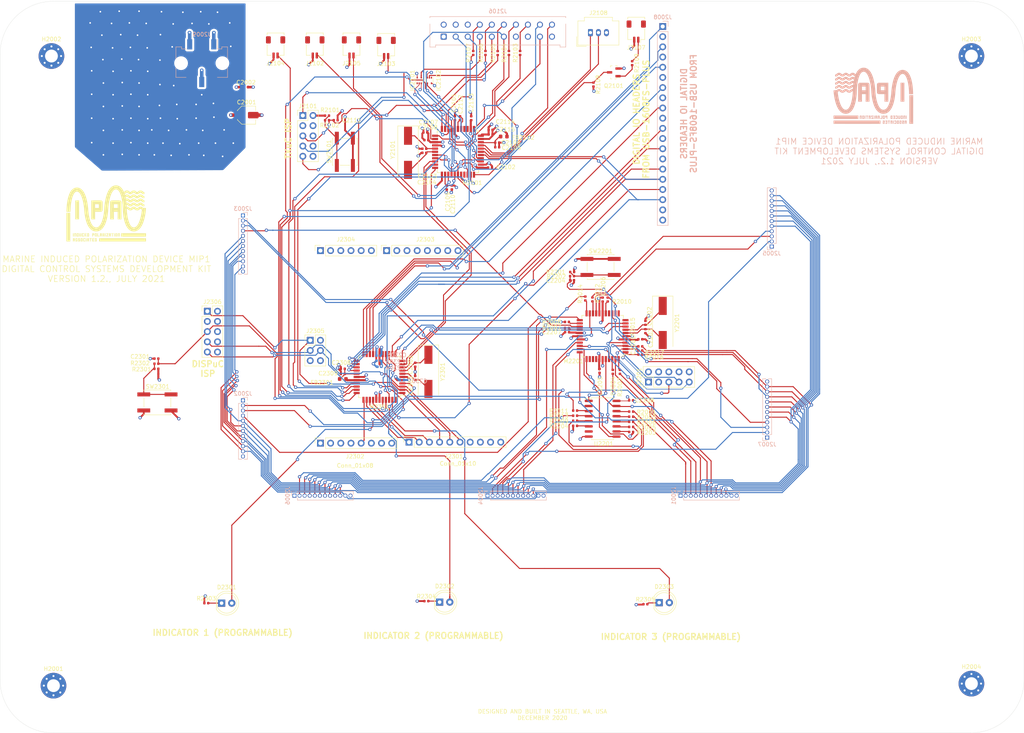
<source format=kicad_pcb>
(kicad_pcb (version 20171130) (host pcbnew "(5.1.6)-1")
  (title_block (title "Marine IP Device Prototype MIP1 Digital Control Interface Board") (date 2021-01-08) (rev 1D) (company "Induced Polarization Associates, LLC.") (comment 1 "drafted by jjr") (comment 2 "to connect with a 4.3 TFT Touch Display Breakout.") (comment 3 "but intercommunicating system controllers and headers") (comment 4 "Total system control hardware featuring three independent"))
  (layers (0 SIGNAL_FRONT mixed) (1 POWER power hide) (2 GND power hide) (31 SIGNAL_BACK mixed) (34 B.Paste user) (35 F.Paste user) (36 B.SilkS user) (37 F.SilkS user) (38 B.Mask user) (39 F.Mask user) (44 Edge.Cuts user))
  (net 0 "")
  (net 1 PCOM)
  (net 2 +5V_MAINS)
  (net 3 RX_MISO)
  (net 4 RX_MOSI)
  (net 5 RX_SCLK)
  (net 6 ~OE)
  (net 7 RCLK)
  (net 8 SRCLK)
  (net 9 ~SRCLR)
  (net 10 GNDPWR)
  (net 11 /digital_control_board/sheet61502E6C/X1)
  (net 12 /digital_control_board/sheet61502E6C/X2)
  (net 13 /digital_control_board/sheet61502E6C/~RST)
  (net 14 /digital_control_board/sheet63FDD82A/X1)
  (net 15 /digital_control_board/sheet63FDD82A/X2)
  (net 16 /digital_control_board/sheet63FDD82A/~RST)
  (net 17 TX_MISO)
  (net 18 ~TX_DAC_CS)
  (net 19 TX_MOSI)
  (net 20 TX_SCLK)
  (net 21 TX_OVERHEAT_TTL)
  (net 22 /digital_control_board/SER3)
  (net 23 /digital_control_board/~C4_CS_ADC)
  (net 24 /digital_control_board/C4_EF)
  (net 25 /digital_control_board/SER0)
  (net 26 /digital_control_board/~C1_CS_ADC)
  (net 27 /digital_control_board/C1_EF)
  (net 28 /digital_control_board/SER1)
  (net 29 /digital_control_board/~C2_CS_ADC)
  (net 30 /digital_control_board/C2_EF)
  (net 31 /digital_control_board/SER2)
  (net 32 /digital_control_board/~C3_CS_ADC)
  (net 33 /digital_control_board/C3_EF)
  (net 34 /digital_control_board/SER4)
  (net 35 /digital_control_board/~C5_CS_ADC)
  (net 36 /digital_control_board/C5_EF)
  (net 37 /digital_control_board/SER5)
  (net 38 /digital_control_board/~C6_CS_ADC)
  (net 39 /digital_control_board/C6_EF)
  (net 40 /digital_control_board/SER6)
  (net 41 /digital_control_board/~C7_CS_ADC)
  (net 42 /digital_control_board/C7_EF)
  (net 43 DISP_SCK)
  (net 44 ~SD_CS)
  (net 45 DISP_MOSI)
  (net 46 DISP_MISO)
  (net 47 /digital_control_board/sheet63FDD82A/EN_~LD)
  (net 48 /digital_control_board/sheet63FDD82A/EF_SERIAL)
  (net 49 "Net-(R2201-Pad2)")
  (net 50 ~ALRT_INT)
  (net 51 ~SHDN)
  (net 52 DIO0)
  (net 53 DIO1)
  (net 54 DIO2)
  (net 55 DIO3)
  (net 56 DIO4)
  (net 57 DIO5)
  (net 58 DIO6)
  (net 59 DIO7)
  (net 60 SYNCIO)
  (net 61 TRIG_IN)
  (net 62 CTR)
  (net 63 "Net-(R2203-Pad2)")
  (net 64 "Net-(R2204-Pad2)")
  (net 65 "Net-(C2105-Pad1)")
  (net 66 "Net-(D2301-Pad2)")
  (net 67 "Net-(D2302-Pad2)")
  (net 68 ~VSENSE_CS)
  (net 69 ~TX_SHDN_EN)
  (net 70 "Net-(IC2101-Pad2)")
  (net 71 "Net-(IC2102-Pad4)")
  (net 72 "Net-(R2101-Pad2)")
  (net 73 ~FT801_CS)
  (net 74 "Net-(C2112-Pad2)")
  (net 75 "Net-(C2112-Pad1)")
  (net 76 /digital_control_board/sheet64399DB0/~RST)
  (net 77 /digital_control_board/sheet64399DB0/X2)
  (net 78 /digital_control_board/sheet64399DB0/X1)
  (net 79 "Net-(C2308-Pad1)")
  (net 80 "Net-(D2301-Pad1)")
  (net 81 "Net-(D2302-Pad1)")
  (net 82 "Net-(D2303-Pad2)")
  (net 83 "Net-(D2303-Pad1)")
  (net 84 "Net-(J2001-Pad3)")
  (net 85 "Net-(J2001-Pad2)")
  (net 86 "Net-(J2002-Pad3)")
  (net 87 "Net-(J2002-Pad2)")
  (net 88 "Net-(J2003-Pad3)")
  (net 89 "Net-(J2003-Pad2)")
  (net 90 "Net-(J2004-Pad3)")
  (net 91 "Net-(J2004-Pad2)")
  (net 92 "Net-(J2005-Pad3)")
  (net 93 "Net-(J2005-Pad2)")
  (net 94 "Net-(J2006-Pad3)")
  (net 95 "Net-(J2006-Pad2)")
  (net 96 "Net-(J2007-Pad3)")
  (net 97 "Net-(J2007-Pad2)")
  (net 98 ~SYNC_EXT_ENABLE_SW)
  (net 99 TX_ARM_SWITCH)
  (net 100 TX_RUN_SWITCH)
  (net 101 ~EXT_WAVE_ENABLE_SW)
  (net 102 /digital_control_board/sheet63FDD82A/MISO)
  (net 103 /digital_control_board/sheet63FDD82A/SCLK)
  (net 104 /digital_control_board/sheet63FDD82A/MOSI)
  (net 105 ~FT801_HOST_INT)
  (net 106 ~FT801_PWR_DN)
  (net 107 TXD1)
  (net 108 RXD1)
  (net 109 "Net-(R2301-Pad2)")
  (net 110 TXD0)
  (net 111 RXD0)
  (net 112 ICE_MODE)
  (net 113 OPEN_WATER_MODE)
  (net 114 TX_TEMP_SCL)
  (net 115 TX_TEMP_SDA)
  (net 116 "Net-(J2106-Pad18)")
  (net 117 "Net-(J2106-Pad17)")
  (net 118 "Net-(J2106-Pad16)")
  (net 119 "Net-(J2106-Pad15)")
  (net 120 "Net-(J2106-Pad14)")
  (net 121 PWRLVL_SEL)
  (net 122 WAVE_MODE)
  (net 123 "Net-(J2107-Pad1)")
  (net 124 EXT_SYNCIO)
  (net 125 "Net-(Q2101-Pad1)")
  (module ipa_logos:ipa_waves_logo (layer SIGNAL_FRONT) (at 109.474 89.535)
    (fp_text reference G*** hide)
    (fp_text value LOGO hide)
  )
  (module ipa_logos:ipa_waves_logo (layer SIGNAL_BACK) (at 300.863 60.198 180)
    (fp_text reference G*** hide)
    (fp_text value LOGO hide)
  )
  (module Connector_PinHeader_1.27mm:PinHeader_1x12_P1.27mm_Vertical (layer SIGNAL_BACK) (at 143.637 89.662 180)
    (fp_text reference J2003 (at 0 1.695) (layer B.SilkS) (effects (justify mirror)))
    (fp_text value Conn_01x12_Male)
    (pad 1 thru_hole rect (at 0 0 180) (size 1 1) (drill 0.65) (layers *.Cu *.Mask) (net 2 +5V_MAINS))
    (pad 2 thru_hole oval (at 0 -1.27 180) (size 1 1) (drill 0.65) (layers *.Cu *.Mask) (net 89 "Net-(J2003-Pad2)"))
    (pad 3 thru_hole oval (at 0 -2.54 180) (size 1 1) (drill 0.65) (layers *.Cu *.Mask) (net 88 "Net-(J2003-Pad3)"))
    (pad 4 thru_hole oval (at 0 -3.81 180) (size 1 1) (drill 0.65) (layers *.Cu *.Mask) (net 28 /digital_control_board/SER1))
    (pad 5 thru_hole oval (at 0 -5.08 180) (size 1 1) (drill 0.65) (layers *.Cu *.Mask) (net 9 ~SRCLR))
    (pad 6 thru_hole oval (at 0 -6.35 180) (size 1 1) (drill 0.65) (layers *.Cu *.Mask) (net 6 ~OE))
    (pad 7 thru_hole oval (at 0 -7.62 180) (size 1 1) (drill 0.65) (layers *.Cu *.Mask) (net 8 SRCLK))
    (pad 8 thru_hole oval (at 0 -8.89 180) (size 1 1) (drill 0.65) (layers *.Cu *.Mask) (net 7 RCLK))
    (pad 9 thru_hole oval (at 0 -10.16 180) (size 1 1) (drill 0.65) (layers *.Cu *.Mask) (net 5 RX_SCLK))
    (pad 10 thru_hole oval (at 0 -11.43 180) (size 1 1) (drill 0.65) (layers *.Cu *.Mask) (net 4 RX_MOSI))
    (pad 11 thru_hole oval (at 0 -12.7 180) (size 1 1) (drill 0.65) (layers *.Cu *.Mask) (net 3 RX_MISO))
    (pad 12 thru_hole oval (at 0 -13.97 180) (size 1 1) (drill 0.65) (layers *.Cu *.Mask) (net 1 PCOM))
  )
  (module Resistor_SMD:R_0402_1005Metric (layer SIGNAL_FRONT) (at 240.665 51.689 270)
    (fp_text reference R2109 (at 0 -1.17 90) (layer F.SilkS))
    (fp_text value 100k)
    (pad 2 smd roundrect (at 0.485 0 270) (size 0.59 0.64) (layers SIGNAL_FRONT F.Paste F.Mask) (net 125 "Net-(Q2101-Pad1)"))
    (pad 1 smd roundrect (at -0.485 0 270) (size 0.59 0.64) (layers SIGNAL_FRONT F.Paste F.Mask) (net 123 "Net-(J2107-Pad1)"))
  )
  (module Resistor_SMD:R_0402_1005Metric (layer SIGNAL_FRONT) (at 231.013 57.023 270)
    (fp_text reference R2108 (at 0 -1.17 90) (layer F.SilkS))
    (fp_text value 4k7)
    (pad 2 smd roundrect (at 0.485 0 270) (size 0.59 0.64) (layers SIGNAL_FRONT F.Paste F.Mask) (net 2 +5V_MAINS))
    (pad 1 smd roundrect (at -0.485 0 270) (size 0.59 0.64) (layers SIGNAL_FRONT F.Paste F.Mask) (net 124 EXT_SYNCIO))
  )
  (module digikey-footprints:SOT-23-3 (layer SIGNAL_FRONT) (at 236.093 53.975 180)
    (fp_text reference Q2101 (at 0.025 -3.375) (layer F.SilkS))
    (fp_text value MMBT3904LT1G)
    (pad 1 smd rect (at -1.05 -0.95 180) (size 1.3 0.6) (layers SIGNAL_FRONT F.Paste F.Mask) (net 125 "Net-(Q2101-Pad1)"))
    (pad 2 smd rect (at -1.05 0.95 180) (size 1.3 0.6) (layers SIGNAL_FRONT F.Paste F.Mask) (net 1 PCOM))
    (pad 3 smd rect (at 1.05 0 180) (size 1.3 0.6) (layers SIGNAL_FRONT F.Paste F.Mask) (net 124 EXT_SYNCIO))
  )
  (module Connector_Molex:Molex_Pico-Clasp_202396-0207_1x02-1MP_P1.00mm_Horizontal (layer SIGNAL_FRONT) (at 241.681 43.815 180)
    (fp_text reference J2107 (at 0 -3.98) (layer F.SilkS))
    (fp_text value Conn_01x02_MountingPin)
    (pad MP smd roundrect (at 1.8 1.875 180) (size 1.2 1.8) (layers SIGNAL_FRONT F.Paste F.Mask) (roundrect_rratio 0.208333) (net 10 GNDPWR))
    (pad MP smd roundrect (at -1.8 1.875 180) (size 1.2 1.8) (layers SIGNAL_FRONT F.Paste F.Mask) (roundrect_rratio 0.208333) (net 10 GNDPWR))
    (pad 2 smd roundrect (at 0.5 -2.025 180) (size 0.6 1.5) (layers SIGNAL_FRONT F.Paste F.Mask) (net 1 PCOM))
    (pad 1 smd roundrect (at -0.5 -2.025 180) (size 0.6 1.5) (layers SIGNAL_FRONT F.Paste F.Mask) (net 123 "Net-(J2107-Pad1)"))
  )
  (module Resistor_SMD:R_0402_1005Metric (layer SIGNAL_FRONT) (at 201.041 49.149 90)
    (fp_text reference R2107 (at 0 -1.17 90) (layer F.SilkS))
    (fp_text value 1k)
    (pad 2 smd roundrect (at 0.485 0 90) (size 0.59 0.64) (layers SIGNAL_FRONT F.Paste F.Mask) (net 120 "Net-(J2106-Pad14)"))
    (pad 1 smd roundrect (at -0.485 0 90) (size 0.59 0.64) (layers SIGNAL_FRONT F.Paste F.Mask) (net 20 TX_SCLK))
  )
  (module Resistor_SMD:R_0402_1005Metric (layer SIGNAL_FRONT) (at 204.089 49.149 90)
    (fp_text reference R2106 (at 0 -1.17 90) (layer F.SilkS))
    (fp_text value 1k)
    (pad 2 smd roundrect (at 0.485 0 90) (size 0.59 0.64) (layers SIGNAL_FRONT F.Paste F.Mask) (net 119 "Net-(J2106-Pad15)"))
    (pad 1 smd roundrect (at -0.485 0 90) (size 0.59 0.64) (layers SIGNAL_FRONT F.Paste F.Mask) (net 19 TX_MOSI))
  )
  (module Resistor_SMD:R_0402_1005Metric (layer SIGNAL_FRONT) (at 207.137 49.172 90)
    (fp_text reference R2105 (at 0 -1.17 90) (layer F.SilkS))
    (fp_text value 1k)
    (pad 2 smd roundrect (at 0.485 0 90) (size 0.59 0.64) (layers SIGNAL_FRONT F.Paste F.Mask) (net 118 "Net-(J2106-Pad16)"))
    (pad 1 smd roundrect (at -0.485 0 90) (size 0.59 0.64) (layers SIGNAL_FRONT F.Paste F.Mask) (net 17 TX_MISO))
  )
  (module Resistor_SMD:R_0402_1005Metric (layer SIGNAL_FRONT) (at 209.931 49.149 90)
    (fp_text reference R2104 (at 0 -1.17 90) (layer F.SilkS))
    (fp_text value 1k)
    (pad 2 smd roundrect (at 0.485 0 90) (size 0.59 0.64) (layers SIGNAL_FRONT F.Paste F.Mask) (net 117 "Net-(J2106-Pad17)"))
    (pad 1 smd roundrect (at -0.485 0 90) (size 0.59 0.64) (layers SIGNAL_FRONT F.Paste F.Mask) (net 68 ~VSENSE_CS))
  )
  (module Resistor_SMD:R_0402_1005Metric (layer SIGNAL_FRONT) (at 212.725 49.149 90)
    (fp_text reference R2103 (at 0 -1.17 90) (layer F.SilkS))
    (fp_text value 1k)
    (pad 2 smd roundrect (at 0.485 0 90) (size 0.59 0.64) (layers SIGNAL_FRONT F.Paste F.Mask) (net 116 "Net-(J2106-Pad18)"))
    (pad 1 smd roundrect (at -0.485 0 90) (size 0.59 0.64) (layers SIGNAL_FRONT F.Paste F.Mask) (net 18 ~TX_DAC_CS))
  )
  (module Connector_PinHeader_2.54mm:PinHeader_2x03_P2.54mm_Vertical (layer SIGNAL_FRONT) (at 160.401 120.777)
    (fp_text reference J2305 (at 1.27 -2.33) (layer F.SilkS))
    (fp_text value Conn_02x03_Odd_Even)
    (pad 6 thru_hole oval (at 2.54 5.08) (size 1.7 1.7) (drill 1) (layers *.Cu *.Mask) (net 1 PCOM))
    (pad 5 thru_hole oval (at 0 5.08) (size 1.7 1.7) (drill 1) (layers *.Cu *.Mask))
    (pad 4 thru_hole oval (at 2.54 2.54) (size 1.7 1.7) (drill 1) (layers *.Cu *.Mask) (net 45 DISP_MOSI))
    (pad 3 thru_hole oval (at 0 2.54) (size 1.7 1.7) (drill 1) (layers *.Cu *.Mask) (net 43 DISP_SCK))
    (pad 2 thru_hole oval (at 2.54 0) (size 1.7 1.7) (drill 1) (layers *.Cu *.Mask))
    (pad 1 thru_hole rect (at 0 0) (size 1.7 1.7) (drill 1) (layers *.Cu *.Mask) (net 46 DISP_MISO))
  )
  (module Connector_Molex:Molex_Micro-Fit_3.0_43045-2012_2x10_P3.00mm_Vertical (layer SIGNAL_BACK) (at 193.675 45.085)
    (fp_text reference J2106 (at 13.5 -6.35) (layer B.SilkS) (effects (justify mirror)))
    (fp_text value Conn_02x10_Counter_Clockwise)
    (pad 20 thru_hole circle (at 27 -3) (size 1.5 1.5) (drill 1) (layers *.Cu *.Mask) (net 114 TX_TEMP_SCL))
    (pad 19 thru_hole circle (at 24 -3) (size 1.5 1.5) (drill 1) (layers *.Cu *.Mask) (net 115 TX_TEMP_SDA))
    (pad 18 thru_hole circle (at 21 -3) (size 1.5 1.5) (drill 1) (layers *.Cu *.Mask) (net 116 "Net-(J2106-Pad18)"))
    (pad 17 thru_hole circle (at 18 -3) (size 1.5 1.5) (drill 1) (layers *.Cu *.Mask) (net 117 "Net-(J2106-Pad17)"))
    (pad 16 thru_hole circle (at 15 -3) (size 1.5 1.5) (drill 1) (layers *.Cu *.Mask) (net 118 "Net-(J2106-Pad16)"))
    (pad 15 thru_hole circle (at 12 -3) (size 1.5 1.5) (drill 1) (layers *.Cu *.Mask) (net 119 "Net-(J2106-Pad15)"))
    (pad 14 thru_hole circle (at 9 -3) (size 1.5 1.5) (drill 1) (layers *.Cu *.Mask) (net 120 "Net-(J2106-Pad14)"))
    (pad 13 thru_hole circle (at 6 -3) (size 1.5 1.5) (drill 1) (layers *.Cu *.Mask) (net 1 PCOM))
    (pad 12 thru_hole circle (at 3 -3) (size 1.5 1.5) (drill 1) (layers *.Cu *.Mask) (net 1 PCOM))
    (pad 11 thru_hole circle (at 0 -3) (size 1.5 1.5) (drill 1) (layers *.Cu *.Mask) (net 1 PCOM))
    (pad 10 thru_hole circle (at 27 0) (size 1.5 1.5) (drill 1) (layers *.Cu *.Mask) (net 1 PCOM))
    (pad 9 thru_hole circle (at 24 0) (size 1.5 1.5) (drill 1) (layers *.Cu *.Mask))
    (pad 8 thru_hole circle (at 21 0) (size 1.5 1.5) (drill 1) (layers *.Cu *.Mask))
    (pad 7 thru_hole circle (at 18 0) (size 1.5 1.5) (drill 1) (layers *.Cu *.Mask))
    (pad 6 thru_hole circle (at 15 0) (size 1.5 1.5) (drill 1) (layers *.Cu *.Mask) (net 50 ~ALRT_INT))
    (pad 5 thru_hole circle (at 12 0) (size 1.5 1.5) (drill 1) (layers *.Cu *.Mask) (net 21 TX_OVERHEAT_TTL))
    (pad 4 thru_hole circle (at 9 0) (size 1.5 1.5) (drill 1) (layers *.Cu *.Mask) (net 69 ~TX_SHDN_EN))
    (pad 3 thru_hole circle (at 6 0) (size 1.5 1.5) (drill 1) (layers *.Cu *.Mask) (net 121 PWRLVL_SEL))
    (pad 2 thru_hole circle (at 3 0) (size 1.5 1.5) (drill 1) (layers *.Cu *.Mask) (net 122 WAVE_MODE))
    (pad 1 thru_hole roundrect (at 0 0) (size 1.5 1.5) (drill 1) (layers *.Cu *.Mask) (roundrect_rratio 0.166667) (net 2 +5V_MAINS))
    (pad "" np_thru_hole circle (at 30 -3.94) (size 1 1) (drill 1) (layers *.Cu *.Mask))
    (pad "" np_thru_hole circle (at -3 -3.94) (size 1 1) (drill 1) (layers *.Cu *.Mask))
  )
  (module Connector_Molex:Molex_MicroClasp_55932-0330_1x03_P2.00mm_Vertical (layer SIGNAL_FRONT) (at 230.251 44.069)
    (fp_text reference J2108 (at 2 -4.9) (layer F.SilkS))
    (fp_text value Conn_01x03)
    (pad 3 thru_hole oval (at 4 0) (size 1.2 1.8) (drill 0.8) (layers *.Cu *.Mask) (net 1 PCOM))
    (pad 2 thru_hole oval (at 2 0) (size 1.2 1.8) (drill 0.8) (layers *.Cu *.Mask) (net 112 ICE_MODE))
    (pad 1 thru_hole roundrect (at 0 0) (size 1.2 1.8) (drill 0.8) (layers *.Cu *.Mask) (roundrect_rratio 0.208333) (net 113 OPEN_WATER_MODE))
  )
  (module Capacitor_SMD:C_0402_1005Metric (layer SIGNAL_FRONT) (at 144.399 57.658)
    (fp_text reference C2002 (at 0 -1.17) (layer F.SilkS))
    (fp_text value 0.1uF)
    (pad 2 smd roundrect (at 0.485 0) (size 0.59 0.64) (layers SIGNAL_FRONT F.Paste F.Mask) (net 1 PCOM))
    (pad 1 smd roundrect (at -0.485 0) (size 0.59 0.64) (layers SIGNAL_FRONT F.Paste F.Mask) (net 2 +5V_MAINS))
  )
  (module Capacitor_SMD:C_Elec_4x5.4 (layer SIGNAL_FRONT) (at 144.526 64.643)
    (fp_text reference C2001 (at 0 -3.2) (layer F.SilkS))
    (fp_text value "0.33uF / 865230640003")
    (pad 2 smd roundrect (at 1.675 0) (size 2.65 1.6) (layers SIGNAL_FRONT F.Paste F.Mask) (roundrect_rratio 0.15625) (net 1 PCOM))
    (pad 1 smd roundrect (at -1.675 0) (size 2.65 1.6) (layers SIGNAL_FRONT F.Paste F.Mask) (roundrect_rratio 0.15625) (net 2 +5V_MAINS))
  )
  (module Connector_Molex:Molex_Micro-Fit_3.0_43045-0615_2x03_P3.00mm_Vertical (layer SIGNAL_BACK) (at 133.35 51.689 180)
    (fp_text reference J2009 (at 0 7.17) (layer B.SilkS) (effects (justify mirror)))
    (fp_text value Conn_02x03_Odd_Even)
    (pad 6 smd rect (at 3 -4.7 180) (size 1.27 2.54) (layers SIGNAL_BACK B.Paste B.Mask) (net 1 PCOM))
    (pad 5 smd rect (at 0 -4.7 180) (size 1.27 2.54) (layers SIGNAL_BACK B.Paste B.Mask) (net 2 +5V_MAINS))
    (pad 4 smd rect (at -3 -4.7 180) (size 1.27 2.54) (layers SIGNAL_BACK B.Paste B.Mask) (net 1 PCOM))
    (pad 3 smd rect (at 3 4.7 180) (size 1.27 2.54) (layers SIGNAL_BACK B.Paste B.Mask) (net 2 +5V_MAINS))
    (pad 2 smd rect (at 0 4.7 180) (size 1.27 2.54) (layers SIGNAL_BACK B.Paste B.Mask) (net 1 PCOM))
    (pad 1 smd rect (at -3 4.7 180) (size 1.27 2.54) (layers SIGNAL_BACK B.Paste B.Mask) (net 2 +5V_MAINS))
    (pad "" np_thru_hole circle (at 5.15 0 180) (size 2.41 2.41) (drill 2.41) (layers *.Cu *.Mask))
    (pad "" np_thru_hole circle (at -5.15 0 180) (size 2.41 2.41) (drill 2.41) (layers *.Cu *.Mask))
  )
  (module Capacitor_SMD:C_0402_1005Metric (layer SIGNAL_FRONT) (at 205.359 69.469 180)
    (fp_text reference C2115 (at -3.683 1.27) (layer F.SilkS))
    (fp_text value 0.1uF)
    (pad 2 smd roundrect (at 0.485 0 180) (size 0.59 0.64) (layers SIGNAL_FRONT F.Paste F.Mask) (net 2 +5V_MAINS))
    (pad 1 smd roundrect (at -0.485 0 180) (size 0.59 0.64) (layers SIGNAL_FRONT F.Paste F.Mask) (net 1 PCOM))
  )
  (module Capacitor_SMD:C_0402_1005Metric (layer SIGNAL_FRONT) (at 205.359 68.326 180)
    (fp_text reference C2114 (at -3.683 2.032) (layer F.SilkS))
    (fp_text value 10uF)
    (pad 2 smd roundrect (at 0.485 0 180) (size 0.59 0.64) (layers SIGNAL_FRONT F.Paste F.Mask) (net 2 +5V_MAINS))
    (pad 1 smd roundrect (at -0.485 0 180) (size 0.59 0.64) (layers SIGNAL_FRONT F.Paste F.Mask) (net 1 PCOM))
  )
  (module Package_QFP:TQFP-44_10x10mm_P0.8mm (layer SIGNAL_FRONT) (at 197.231 73.787 270)
    (fp_text reference M2101 (at 7.747 -3.556 180) (layer F.SilkS))
    (fp_text value ATmega32U4-AU)
    (pad 1 smd rect (at -5.7 -4 270) (size 1.5 0.55) (layers SIGNAL_FRONT F.Paste F.Mask))
    (pad 2 smd rect (at -5.7 -3.2 270) (size 1.5 0.55) (layers SIGNAL_FRONT F.Paste F.Mask) (net 2 +5V_MAINS))
    (pad 3 smd rect (at -5.7 -2.4 270) (size 1.5 0.55) (layers SIGNAL_FRONT F.Paste F.Mask))
    (pad 4 smd rect (at -5.7 -1.6 270) (size 1.5 0.55) (layers SIGNAL_FRONT F.Paste F.Mask))
    (pad 5 smd rect (at -5.7 -0.8 270) (size 1.5 0.55) (layers SIGNAL_FRONT F.Paste F.Mask) (net 74 "Net-(C2112-Pad2)"))
    (pad 6 smd rect (at -5.7 0 270) (size 1.5 0.55) (layers SIGNAL_FRONT F.Paste F.Mask) (net 75 "Net-(C2112-Pad1)"))
    (pad 7 smd rect (at -5.7 0.8 270) (size 1.5 0.55) (layers SIGNAL_FRONT F.Paste F.Mask) (net 2 +5V_MAINS))
    (pad 8 smd rect (at -5.7 1.6 270) (size 1.5 0.55) (layers SIGNAL_FRONT F.Paste F.Mask) (net 50 ~ALRT_INT))
    (pad 9 smd rect (at -5.7 2.4 270) (size 1.5 0.55) (layers SIGNAL_FRONT F.Paste F.Mask) (net 20 TX_SCLK))
    (pad 10 smd rect (at -5.7 3.2 270) (size 1.5 0.55) (layers SIGNAL_FRONT F.Paste F.Mask) (net 19 TX_MOSI))
    (pad 11 smd rect (at -5.7 4 270) (size 1.5 0.55) (layers SIGNAL_FRONT F.Paste F.Mask) (net 17 TX_MISO))
    (pad 12 smd rect (at -4 5.7) (size 1.5 0.55) (layers SIGNAL_FRONT F.Paste F.Mask) (net 68 ~VSENSE_CS))
    (pad 13 smd rect (at -3.2 5.7) (size 1.5 0.55) (layers SIGNAL_FRONT F.Paste F.Mask) (net 13 /digital_control_board/sheet61502E6C/~RST))
    (pad 14 smd rect (at -2.4 5.7) (size 1.5 0.55) (layers SIGNAL_FRONT F.Paste F.Mask) (net 2 +5V_MAINS))
    (pad 15 smd rect (at -1.6 5.7) (size 1.5 0.55) (layers SIGNAL_FRONT F.Paste F.Mask) (net 1 PCOM))
    (pad 16 smd rect (at -0.8 5.7) (size 1.5 0.55) (layers SIGNAL_FRONT F.Paste F.Mask) (net 12 /digital_control_board/sheet61502E6C/X2))
    (pad 17 smd rect (at 0 5.7) (size 1.5 0.55) (layers SIGNAL_FRONT F.Paste F.Mask) (net 11 /digital_control_board/sheet61502E6C/X1))
    (pad 18 smd rect (at 0.8 5.7) (size 1.5 0.55) (layers SIGNAL_FRONT F.Paste F.Mask) (net 114 TX_TEMP_SCL))
    (pad 19 smd rect (at 1.6 5.7) (size 1.5 0.55) (layers SIGNAL_FRONT F.Paste F.Mask) (net 115 TX_TEMP_SDA))
    (pad 20 smd rect (at 2.4 5.7) (size 1.5 0.55) (layers SIGNAL_FRONT F.Paste F.Mask) (net 110 TXD0))
    (pad 21 smd rect (at 3.2 5.7) (size 1.5 0.55) (layers SIGNAL_FRONT F.Paste F.Mask) (net 111 RXD0))
    (pad 22 smd rect (at 4 5.7) (size 1.5 0.55) (layers SIGNAL_FRONT F.Paste F.Mask) (net 100 TX_RUN_SWITCH))
    (pad 23 smd rect (at 5.7 4 270) (size 1.5 0.55) (layers SIGNAL_FRONT F.Paste F.Mask) (net 1 PCOM))
    (pad 24 smd rect (at 5.7 3.2 270) (size 1.5 0.55) (layers SIGNAL_FRONT F.Paste F.Mask) (net 2 +5V_MAINS))
    (pad 25 smd rect (at 5.7 2.4 270) (size 1.5 0.55) (layers SIGNAL_FRONT F.Paste F.Mask) (net 101 ~EXT_WAVE_ENABLE_SW))
    (pad 26 smd rect (at 5.7 1.6 270) (size 1.5 0.55) (layers SIGNAL_FRONT F.Paste F.Mask) (net 99 TX_ARM_SWITCH))
    (pad 27 smd rect (at 5.7 0.8 270) (size 1.5 0.55) (layers SIGNAL_FRONT F.Paste F.Mask) (net 98 ~SYNC_EXT_ENABLE_SW))
    (pad 28 smd rect (at 5.7 0 270) (size 1.5 0.55) (layers SIGNAL_FRONT F.Paste F.Mask) (net 124 EXT_SYNCIO))
    (pad 29 smd rect (at 5.7 -0.8 270) (size 1.5 0.55) (layers SIGNAL_FRONT F.Paste F.Mask) (net 51 ~SHDN))
    (pad 30 smd rect (at 5.7 -1.6 270) (size 1.5 0.55) (layers SIGNAL_FRONT F.Paste F.Mask))
    (pad 31 smd rect (at 5.7 -2.4 270) (size 1.5 0.55) (layers SIGNAL_FRONT F.Paste F.Mask) (net 70 "Net-(IC2101-Pad2)"))
    (pad 32 smd rect (at 5.7 -3.2 270) (size 1.5 0.55) (layers SIGNAL_FRONT F.Paste F.Mask) (net 71 "Net-(IC2102-Pad4)"))
    (pad 33 smd rect (at 5.7 -4 270) (size 1.5 0.55) (layers SIGNAL_FRONT F.Paste F.Mask) (net 18 ~TX_DAC_CS))
    (pad 34 smd rect (at 4 -5.7) (size 1.5 0.55) (layers SIGNAL_FRONT F.Paste F.Mask) (net 2 +5V_MAINS))
    (pad 35 smd rect (at 3.2 -5.7) (size 1.5 0.55) (layers SIGNAL_FRONT F.Paste F.Mask) (net 1 PCOM))
    (pad 36 smd rect (at 2.4 -5.7) (size 1.5 0.55) (layers SIGNAL_FRONT F.Paste F.Mask) (net 121 PWRLVL_SEL))
    (pad 37 smd rect (at 1.6 -5.7) (size 1.5 0.55) (layers SIGNAL_FRONT F.Paste F.Mask) (net 122 WAVE_MODE))
    (pad 38 smd rect (at 0.8 -5.7) (size 1.5 0.55) (layers SIGNAL_FRONT F.Paste F.Mask) (net 62 CTR))
    (pad 39 smd rect (at 0 -5.7) (size 1.5 0.55) (layers SIGNAL_FRONT F.Paste F.Mask) (net 60 SYNCIO))
    (pad 40 smd rect (at -0.8 -5.7) (size 1.5 0.55) (layers SIGNAL_FRONT F.Paste F.Mask) (net 112 ICE_MODE))
    (pad 41 smd rect (at -1.6 -5.7) (size 1.5 0.55) (layers SIGNAL_FRONT F.Paste F.Mask) (net 113 OPEN_WATER_MODE))
    (pad 42 smd rect (at -2.4 -5.7) (size 1.5 0.55) (layers SIGNAL_FRONT F.Paste F.Mask) (net 65 "Net-(C2105-Pad1)"))
    (pad 43 smd rect (at -3.2 -5.7) (size 1.5 0.55) (layers SIGNAL_FRONT F.Paste F.Mask) (net 1 PCOM))
    (pad 44 smd rect (at -4 -5.7) (size 1.5 0.55) (layers SIGNAL_FRONT F.Paste F.Mask) (net 2 +5V_MAINS))
  )
  (module Package_QFP:TQFP-44_10x10mm_P0.8mm (layer SIGNAL_FRONT) (at 177.673 129.921 180)
    (fp_text reference M2301 (at 0 -7.45) (layer F.SilkS))
    (fp_text value ATmega644A-AU)
    (pad 44 smd rect (at -4 -5.7 270) (size 1.5 0.55) (layers SIGNAL_FRONT F.Paste F.Mask))
    (pad 43 smd rect (at -3.2 -5.7 270) (size 1.5 0.55) (layers SIGNAL_FRONT F.Paste F.Mask) (net 60 SYNCIO))
    (pad 42 smd rect (at -2.4 -5.7 270) (size 1.5 0.55) (layers SIGNAL_FRONT F.Paste F.Mask) (net 61 TRIG_IN))
    (pad 41 smd rect (at -1.6 -5.7 270) (size 1.5 0.55) (layers SIGNAL_FRONT F.Paste F.Mask) (net 50 ~ALRT_INT))
    (pad 40 smd rect (at -0.8 -5.7 270) (size 1.5 0.55) (layers SIGNAL_FRONT F.Paste F.Mask))
    (pad 39 smd rect (at 0 -5.7 270) (size 1.5 0.55) (layers SIGNAL_FRONT F.Paste F.Mask) (net 1 PCOM))
    (pad 38 smd rect (at 0.8 -5.7 270) (size 1.5 0.55) (layers SIGNAL_FRONT F.Paste F.Mask) (net 2 +5V_MAINS))
    (pad 37 smd rect (at 1.6 -5.7 270) (size 1.5 0.55) (layers SIGNAL_FRONT F.Paste F.Mask) (net 73 ~FT801_CS))
    (pad 36 smd rect (at 2.4 -5.7 270) (size 1.5 0.55) (layers SIGNAL_FRONT F.Paste F.Mask) (net 106 ~FT801_PWR_DN))
    (pad 35 smd rect (at 3.2 -5.7 270) (size 1.5 0.55) (layers SIGNAL_FRONT F.Paste F.Mask) (net 105 ~FT801_HOST_INT))
    (pad 34 smd rect (at 4 -5.7 270) (size 1.5 0.55) (layers SIGNAL_FRONT F.Paste F.Mask) (net 44 ~SD_CS))
    (pad 33 smd rect (at 5.7 -4 180) (size 1.5 0.55) (layers SIGNAL_FRONT F.Paste F.Mask) (net 100 TX_RUN_SWITCH))
    (pad 32 smd rect (at 5.7 -3.2 180) (size 1.5 0.55) (layers SIGNAL_FRONT F.Paste F.Mask) (net 99 TX_ARM_SWITCH))
    (pad 31 smd rect (at 5.7 -2.4 180) (size 1.5 0.55) (layers SIGNAL_FRONT F.Paste F.Mask))
    (pad 30 smd rect (at 5.7 -1.6 180) (size 1.5 0.55) (layers SIGNAL_FRONT F.Paste F.Mask) (net 51 ~SHDN))
    (pad 29 smd rect (at 5.7 -0.8 180) (size 1.5 0.55) (layers SIGNAL_FRONT F.Paste F.Mask) (net 2 +5V_MAINS))
    (pad 28 smd rect (at 5.7 0 180) (size 1.5 0.55) (layers SIGNAL_FRONT F.Paste F.Mask) (net 1 PCOM))
    (pad 27 smd rect (at 5.7 0.8 180) (size 1.5 0.55) (layers SIGNAL_FRONT F.Paste F.Mask) (net 79 "Net-(C2308-Pad1)"))
    (pad 26 smd rect (at 5.7 1.6 180) (size 1.5 0.55) (layers SIGNAL_FRONT F.Paste F.Mask) (net 59 DIO7))
    (pad 25 smd rect (at 5.7 2.4 180) (size 1.5 0.55) (layers SIGNAL_FRONT F.Paste F.Mask) (net 58 DIO6))
    (pad 24 smd rect (at 5.7 3.2 180) (size 1.5 0.55) (layers SIGNAL_FRONT F.Paste F.Mask) (net 57 DIO5))
    (pad 23 smd rect (at 5.7 4 180) (size 1.5 0.55) (layers SIGNAL_FRONT F.Paste F.Mask) (net 56 DIO4))
    (pad 22 smd rect (at 4 5.7 270) (size 1.5 0.55) (layers SIGNAL_FRONT F.Paste F.Mask) (net 55 DIO3))
    (pad 21 smd rect (at 3.2 5.7 270) (size 1.5 0.55) (layers SIGNAL_FRONT F.Paste F.Mask) (net 54 DIO2))
    (pad 20 smd rect (at 2.4 5.7 270) (size 1.5 0.55) (layers SIGNAL_FRONT F.Paste F.Mask) (net 53 DIO1))
    (pad 19 smd rect (at 1.6 5.7 270) (size 1.5 0.55) (layers SIGNAL_FRONT F.Paste F.Mask) (net 52 DIO0))
    (pad 18 smd rect (at 0.8 5.7 270) (size 1.5 0.55) (layers SIGNAL_FRONT F.Paste F.Mask) (net 1 PCOM))
    (pad 17 smd rect (at 0 5.7 270) (size 1.5 0.55) (layers SIGNAL_FRONT F.Paste F.Mask) (net 2 +5V_MAINS))
    (pad 16 smd rect (at -0.8 5.7 270) (size 1.5 0.55) (layers SIGNAL_FRONT F.Paste F.Mask) (net 82 "Net-(D2303-Pad2)"))
    (pad 15 smd rect (at -1.6 5.7 270) (size 1.5 0.55) (layers SIGNAL_FRONT F.Paste F.Mask) (net 67 "Net-(D2302-Pad2)"))
    (pad 14 smd rect (at -2.4 5.7 270) (size 1.5 0.55) (layers SIGNAL_FRONT F.Paste F.Mask) (net 66 "Net-(D2301-Pad2)"))
    (pad 13 smd rect (at -3.2 5.7 270) (size 1.5 0.55) (layers SIGNAL_FRONT F.Paste F.Mask) (net 62 CTR))
    (pad 12 smd rect (at -4 5.7 270) (size 1.5 0.55) (layers SIGNAL_FRONT F.Paste F.Mask) (net 107 TXD1))
    (pad 11 smd rect (at -5.7 4 180) (size 1.5 0.55) (layers SIGNAL_FRONT F.Paste F.Mask) (net 108 RXD1))
    (pad 10 smd rect (at -5.7 3.2 180) (size 1.5 0.55) (layers SIGNAL_FRONT F.Paste F.Mask) (net 110 TXD0))
    (pad 9 smd rect (at -5.7 2.4 180) (size 1.5 0.55) (layers SIGNAL_FRONT F.Paste F.Mask) (net 111 RXD0))
    (pad 8 smd rect (at -5.7 1.6 180) (size 1.5 0.55) (layers SIGNAL_FRONT F.Paste F.Mask) (net 77 /digital_control_board/sheet64399DB0/X2))
    (pad 7 smd rect (at -5.7 0.8 180) (size 1.5 0.55) (layers SIGNAL_FRONT F.Paste F.Mask) (net 78 /digital_control_board/sheet64399DB0/X1))
    (pad 6 smd rect (at -5.7 0 180) (size 1.5 0.55) (layers SIGNAL_FRONT F.Paste F.Mask) (net 1 PCOM))
    (pad 5 smd rect (at -5.7 -0.8 180) (size 1.5 0.55) (layers SIGNAL_FRONT F.Paste F.Mask) (net 2 +5V_MAINS))
    (pad 4 smd rect (at -5.7 -1.6 180) (size 1.5 0.55) (layers SIGNAL_FRONT F.Paste F.Mask) (net 76 /digital_control_board/sheet64399DB0/~RST))
    (pad 3 smd rect (at -5.7 -2.4 180) (size 1.5 0.55) (layers SIGNAL_FRONT F.Paste F.Mask) (net 43 DISP_SCK))
    (pad 2 smd rect (at -5.7 -3.2 180) (size 1.5 0.55) (layers SIGNAL_FRONT F.Paste F.Mask) (net 46 DISP_MISO))
    (pad 1 smd rect (at -5.7 -4 180) (size 1.5 0.55) (layers SIGNAL_FRONT F.Paste F.Mask) (net 45 DISP_MOSI))
  )
  (module Crystal:Crystal_SMD_HC49-SD (layer SIGNAL_FRONT) (at 189.865 128.651 270)
    (fp_text reference Y2301 (at 0 -3.55 90) (layer F.SilkS))
    (fp_text value "TXC 20MHz")
    (pad 2 smd rect (at 4.25 0 270) (size 4.5 2) (layers SIGNAL_FRONT F.Paste F.Mask) (net 78 /digital_control_board/sheet64399DB0/X1))
    (pad 1 smd rect (at -4.25 0 270) (size 4.5 2) (layers SIGNAL_FRONT F.Paste F.Mask) (net 77 /digital_control_board/sheet64399DB0/X2))
  )
  (module Button_Switch_SMD:SW_SPST_EVQQ2 (layer SIGNAL_FRONT) (at 122.301 136.271)
    (fp_text reference SW2301 (at 0.05 -3.95) (layer F.SilkS))
    (fp_text value "TXuC RESET")
    (pad 2 smd rect (at 3.4 2) (size 3.2 1) (layers SIGNAL_FRONT F.Paste F.Mask) (net 1 PCOM))
    (pad 2 smd rect (at -3.4 2) (size 3.2 1) (layers SIGNAL_FRONT F.Paste F.Mask) (net 1 PCOM))
    (pad 1 smd rect (at -3.4 -2) (size 3.2 1) (layers SIGNAL_FRONT F.Paste F.Mask) (net 109 "Net-(R2301-Pad2)"))
    (pad 1 smd rect (at 3.4 -2) (size 3.2 1) (layers SIGNAL_FRONT F.Paste F.Mask) (net 109 "Net-(R2301-Pad2)"))
  )
  (module Resistor_SMD:R_0402_1005Metric (layer SIGNAL_FRONT) (at 243.967 186.563)
    (fp_text reference R2305 (at 0 -1.17) (layer F.SilkS))
    (fp_text value 330)
    (pad 2 smd roundrect (at 0.485 0) (size 0.59 0.64) (layers SIGNAL_FRONT F.Paste F.Mask) (net 83 "Net-(D2303-Pad1)"))
    (pad 1 smd roundrect (at -0.485 0) (size 0.59 0.64) (layers SIGNAL_FRONT F.Paste F.Mask) (net 1 PCOM))
  )
  (module Resistor_SMD:R_0402_1005Metric (layer SIGNAL_FRONT) (at 189.357 185.801)
    (fp_text reference R2304 (at 0 -1.17) (layer F.SilkS))
    (fp_text value 330)
    (pad 2 smd roundrect (at 0.485 0) (size 0.59 0.64) (layers SIGNAL_FRONT F.Paste F.Mask) (net 81 "Net-(D2302-Pad1)"))
    (pad 1 smd roundrect (at -0.485 0) (size 0.59 0.64) (layers SIGNAL_FRONT F.Paste F.Mask) (net 1 PCOM))
  )
  (module Resistor_SMD:R_0402_1005Metric (layer SIGNAL_FRONT) (at 134.493 186.309)
    (fp_text reference R2303 (at 0 -1.17) (layer F.SilkS))
    (fp_text value 330)
    (pad 2 smd roundrect (at 0.485 0) (size 0.59 0.64) (layers SIGNAL_FRONT F.Paste F.Mask) (net 80 "Net-(D2301-Pad1)"))
    (pad 1 smd roundrect (at -0.485 0) (size 0.59 0.64) (layers SIGNAL_FRONT F.Paste F.Mask) (net 1 PCOM))
  )
  (module Resistor_SMD:R_0402_1005Metric (layer SIGNAL_FRONT) (at 122.047 126.619 180)
    (fp_text reference R2302 (at 4.064 0.127) (layer F.SilkS))
    (fp_text value 330)
    (pad 2 smd roundrect (at 0.485 0 180) (size 0.59 0.64) (layers SIGNAL_FRONT F.Paste F.Mask) (net 109 "Net-(R2301-Pad2)"))
    (pad 1 smd roundrect (at -0.485 0 180) (size 0.59 0.64) (layers SIGNAL_FRONT F.Paste F.Mask) (net 76 /digital_control_board/sheet64399DB0/~RST))
  )
  (module Resistor_SMD:R_0402_1005Metric (layer SIGNAL_FRONT) (at 122.047 127.889 180)
    (fp_text reference R2301 (at 3.683 -0.127) (layer F.SilkS))
    (fp_text value 10k)
    (pad 2 smd roundrect (at 0.485 0 180) (size 0.59 0.64) (layers SIGNAL_FRONT F.Paste F.Mask) (net 109 "Net-(R2301-Pad2)"))
    (pad 1 smd roundrect (at -0.485 0 180) (size 0.59 0.64) (layers SIGNAL_FRONT F.Paste F.Mask) (net 2 +5V_MAINS))
  )
  (module Resistor_SMD:R_0402_1005Metric (layer SIGNAL_FRONT) (at 242.697 123.317)
    (fp_text reference R2017 (at 3.556 0.508) (layer F.SilkS))
    (fp_text value 1k)
    (pad 2 smd roundrect (at 0.485 0) (size 0.59 0.64) (layers SIGNAL_FRONT F.Paste F.Mask) (net 3 RX_MISO))
    (pad 1 smd roundrect (at -0.485 0) (size 0.59 0.64) (layers SIGNAL_FRONT F.Paste F.Mask) (net 102 /digital_control_board/sheet63FDD82A/MISO))
  )
  (module Resistor_SMD:R_0402_1005Metric (layer SIGNAL_FRONT) (at 242.697 124.333)
    (fp_text reference R2016 (at 3.429 0.635) (layer F.SilkS))
    (fp_text value 1k)
    (pad 2 smd roundrect (at 0.485 0) (size 0.59 0.64) (layers SIGNAL_FRONT F.Paste F.Mask) (net 4 RX_MOSI))
    (pad 1 smd roundrect (at -0.485 0) (size 0.59 0.64) (layers SIGNAL_FRONT F.Paste F.Mask) (net 104 /digital_control_board/sheet63FDD82A/MOSI))
  )
  (module Resistor_SMD:R_0402_1005Metric (layer SIGNAL_FRONT) (at 242.697 122.301)
    (fp_text reference R2015 (at -1.905 -4.826 90) (layer F.SilkS))
    (fp_text value 1k)
    (pad 2 smd roundrect (at 0.485 0) (size 0.59 0.64) (layers SIGNAL_FRONT F.Paste F.Mask) (net 5 RX_SCLK))
    (pad 1 smd roundrect (at -0.485 0) (size 0.59 0.64) (layers SIGNAL_FRONT F.Paste F.Mask) (net 103 /digital_control_board/sheet63FDD82A/SCLK))
  )
  (module Resistor_SMD:R_0402_1005Metric (layer SIGNAL_FRONT) (at 228.981 110.363 270)
    (fp_text reference R2014 (at -1.143 1.27 270) (layer F.SilkS))
    (fp_text value 1k)
    (pad 2 smd roundrect (at 0.485 0 270) (size 0.59 0.64) (layers SIGNAL_FRONT F.Paste F.Mask) (net 38 /digital_control_board/~C6_CS_ADC))
    (pad 1 smd roundrect (at -0.485 0 270) (size 0.59 0.64) (layers SIGNAL_FRONT F.Paste F.Mask) (net 94 "Net-(J2006-Pad3)"))
  )
  (module Resistor_SMD:R_0402_1005Metric (layer SIGNAL_FRONT) (at 226.441 139.573)
    (fp_text reference R2013 (at -4.064 0.1) (layer F.SilkS))
    (fp_text value 1k)
    (pad 2 smd roundrect (at 0.485 0) (size 0.59 0.64) (layers SIGNAL_FRONT F.Paste F.Mask) (net 39 /digital_control_board/C6_EF))
    (pad 1 smd roundrect (at -0.485 0) (size 0.59 0.64) (layers SIGNAL_FRONT F.Paste F.Mask) (net 95 "Net-(J2006-Pad2)"))
  )
  (module Resistor_SMD:R_0402_1005Metric (layer SIGNAL_FRONT) (at 230.759 110.594 270)
    (fp_text reference R2012 (at -1.501 -1.27 90) (layer F.SilkS))
    (fp_text value 1k)
    (pad 2 smd roundrect (at 0.485 0 270) (size 0.59 0.64) (layers SIGNAL_FRONT F.Paste F.Mask) (net 35 /digital_control_board/~C5_CS_ADC))
    (pad 1 smd roundrect (at -0.485 0 270) (size 0.59 0.64) (layers SIGNAL_FRONT F.Paste F.Mask) (net 92 "Net-(J2005-Pad3)"))
  )
  (module Resistor_SMD:R_0402_1005Metric (layer SIGNAL_FRONT) (at 226.441 138.303)
    (fp_text reference R2011 (at -4.064 0.1) (layer F.SilkS))
    (fp_text value 1k)
    (pad 2 smd roundrect (at 0.485 0) (size 0.59 0.64) (layers SIGNAL_FRONT F.Paste F.Mask) (net 36 /digital_control_board/C5_EF))
    (pad 1 smd roundrect (at -0.485 0) (size 0.59 0.64) (layers SIGNAL_FRONT F.Paste F.Mask) (net 93 "Net-(J2005-Pad2)"))
  )
  (module Resistor_SMD:R_0402_1005Metric (layer SIGNAL_FRONT) (at 234.569 110.617 270)
    (fp_text reference R2010 (at 0.508 -3.556 180) (layer F.SilkS))
    (fp_text value 1k)
    (pad 2 smd roundrect (at 0.485 0 270) (size 0.59 0.64) (layers SIGNAL_FRONT F.Paste F.Mask) (net 41 /digital_control_board/~C7_CS_ADC))
    (pad 1 smd roundrect (at -0.485 0 270) (size 0.59 0.64) (layers SIGNAL_FRONT F.Paste F.Mask) (net 96 "Net-(J2007-Pad3)"))
  )
  (module Resistor_SMD:R_0402_1005Metric (layer SIGNAL_FRONT) (at 226.441 140.843)
    (fp_text reference R2009 (at -4.064 0.1) (layer F.SilkS))
    (fp_text value 1k)
    (pad 2 smd roundrect (at 0.485 0) (size 0.59 0.64) (layers SIGNAL_FRONT F.Paste F.Mask) (net 42 /digital_control_board/C7_EF))
    (pad 1 smd roundrect (at -0.485 0) (size 0.59 0.64) (layers SIGNAL_FRONT F.Paste F.Mask) (net 97 "Net-(J2007-Pad2)"))
  )
  (module Resistor_SMD:R_0402_1005Metric (layer SIGNAL_FRONT) (at 224.409 116.205)
    (fp_text reference R2008 (at -3.81 0) (layer F.SilkS))
    (fp_text value 1k)
    (pad 2 smd roundrect (at 0.485 0) (size 0.59 0.64) (layers SIGNAL_FRONT F.Paste F.Mask) (net 26 /digital_control_board/~C1_CS_ADC))
    (pad 1 smd roundrect (at -0.485 0) (size 0.59 0.64) (layers SIGNAL_FRONT F.Paste F.Mask) (net 86 "Net-(J2002-Pad3)"))
  )
  (module Resistor_SMD:R_0402_1005Metric (layer SIGNAL_FRONT) (at 224.409 117.729)
    (fp_text reference R2007 (at -3.81 -0.254) (layer F.SilkS))
    (fp_text value 1k)
    (pad 2 smd roundrect (at 0.485 0) (size 0.59 0.64) (layers SIGNAL_FRONT F.Paste F.Mask) (net 29 /digital_control_board/~C2_CS_ADC))
    (pad 1 smd roundrect (at -0.485 0) (size 0.59 0.64) (layers SIGNAL_FRONT F.Paste F.Mask) (net 88 "Net-(J2003-Pad3)"))
  )
  (module Resistor_SMD:R_0402_1005Metric (layer SIGNAL_FRONT) (at 240.411 141.097 180)
    (fp_text reference R2006 (at -3.81 -0.154) (layer F.SilkS))
    (fp_text value 1k)
    (pad 2 smd roundrect (at 0.485 0 180) (size 0.59 0.64) (layers SIGNAL_FRONT F.Paste F.Mask) (net 30 /digital_control_board/C2_EF))
    (pad 1 smd roundrect (at -0.485 0 180) (size 0.59 0.64) (layers SIGNAL_FRONT F.Paste F.Mask) (net 89 "Net-(J2003-Pad2)"))
  )
  (module Resistor_SMD:R_0402_1005Metric (layer SIGNAL_FRONT) (at 240.411 142.367 180)
    (fp_text reference R2005 (at -3.81 -0.154) (layer F.SilkS))
    (fp_text value 1k)
    (pad 2 smd roundrect (at 0.485 0 180) (size 0.59 0.64) (layers SIGNAL_FRONT F.Paste F.Mask) (net 27 /digital_control_board/C1_EF))
    (pad 1 smd roundrect (at -0.485 0 180) (size 0.59 0.64) (layers SIGNAL_FRONT F.Paste F.Mask) (net 87 "Net-(J2002-Pad2)"))
  )
  (module Resistor_SMD:R_0402_1005Metric (layer SIGNAL_FRONT) (at 235.839 128.651 90)
    (fp_text reference R2004 (at -3.556 0.1 90) (layer F.SilkS))
    (fp_text value 1k)
    (pad 2 smd roundrect (at 0.485 0 90) (size 0.59 0.64) (layers SIGNAL_FRONT F.Paste F.Mask) (net 32 /digital_control_board/~C3_CS_ADC))
    (pad 1 smd roundrect (at -0.485 0 90) (size 0.59 0.64) (layers SIGNAL_FRONT F.Paste F.Mask) (net 90 "Net-(J2004-Pad3)"))
  )
  (module Resistor_SMD:R_0402_1005Metric (layer SIGNAL_FRONT) (at 240.411 139.827 180)
    (fp_text reference R2003 (at -3.81 -0.154) (layer F.SilkS))
    (fp_text value 1k)
    (pad 2 smd roundrect (at 0.485 0 180) (size 0.59 0.64) (layers SIGNAL_FRONT F.Paste F.Mask) (net 33 /digital_control_board/C3_EF))
    (pad 1 smd roundrect (at -0.485 0 180) (size 0.59 0.64) (layers SIGNAL_FRONT F.Paste F.Mask) (net 91 "Net-(J2004-Pad2)"))
  )
  (module Resistor_SMD:R_0402_1005Metric (layer SIGNAL_FRONT) (at 237.617 128.651 90)
    (fp_text reference R2002 (at -3.81 0 90) (layer F.SilkS))
    (fp_text value 1k)
    (pad 2 smd roundrect (at 0.485 0 90) (size 0.59 0.64) (layers SIGNAL_FRONT F.Paste F.Mask) (net 23 /digital_control_board/~C4_CS_ADC))
    (pad 1 smd roundrect (at -0.485 0 90) (size 0.59 0.64) (layers SIGNAL_FRONT F.Paste F.Mask) (net 84 "Net-(J2001-Pad3)"))
  )
  (module Resistor_SMD:R_0402_1005Metric (layer SIGNAL_FRONT) (at 240.411 138.557 180)
    (fp_text reference R2001 (at -3.81 -0.154) (layer F.SilkS))
    (fp_text value 1k)
    (pad 2 smd roundrect (at 0.485 0 180) (size 0.59 0.64) (layers SIGNAL_FRONT F.Paste F.Mask) (net 24 /digital_control_board/C4_EF))
    (pad 1 smd roundrect (at -0.485 0 180) (size 0.59 0.64) (layers SIGNAL_FRONT F.Paste F.Mask) (net 85 "Net-(J2001-Pad2)"))
  )
  (module Connector_PinHeader_2.54mm:PinHeader_2x05_P2.54mm_Vertical (layer SIGNAL_FRONT) (at 134.747 113.538)
    (fp_text reference J2306 (at 1.27 -2.33) (layer F.SilkS))
    (fp_text value PinHeader_2x05_P2.54mm_Vertical)
    (pad 10 thru_hole oval (at 2.54 10.16) (size 1.7 1.7) (drill 1) (layers *.Cu *.Mask) (net 1 PCOM))
    (pad 9 thru_hole oval (at 0 10.16) (size 1.7 1.7) (drill 1) (layers *.Cu *.Mask) (net 45 DISP_MOSI))
    (pad 8 thru_hole oval (at 2.54 7.62) (size 1.7 1.7) (drill 1) (layers *.Cu *.Mask) (net 1 PCOM))
    (pad 7 thru_hole oval (at 0 7.62) (size 1.7 1.7) (drill 1) (layers *.Cu *.Mask) (net 43 DISP_SCK))
    (pad 6 thru_hole oval (at 2.54 5.08) (size 1.7 1.7) (drill 1) (layers *.Cu *.Mask) (net 1 PCOM))
    (pad 5 thru_hole oval (at 0 5.08) (size 1.7 1.7) (drill 1) (layers *.Cu *.Mask) (net 76 /digital_control_board/sheet64399DB0/~RST))
    (pad 4 thru_hole oval (at 2.54 2.54) (size 1.7 1.7) (drill 1) (layers *.Cu *.Mask) (net 1 PCOM))
    (pad 3 thru_hole oval (at 0 2.54) (size 1.7 1.7) (drill 1) (layers *.Cu *.Mask))
    (pad 2 thru_hole oval (at 2.54 0) (size 1.7 1.7) (drill 1) (layers *.Cu *.Mask) (net 2 +5V_MAINS))
    (pad 1 thru_hole rect (at 0 0) (size 1.7 1.7) (drill 1) (layers *.Cu *.Mask) (net 46 DISP_MISO))
  )
  (module Connector_Molex:Molex_Pico-Clasp_202396-0207_1x02-1MP_P1.00mm_Horizontal (layer SIGNAL_FRONT) (at 170.688 47.752 180)
    (fp_text reference J2105 (at 0 -3.98) (layer F.SilkS))
    (fp_text value Conn_01x02_MountingPin)
    (pad MP smd roundrect (at 1.8 1.875 180) (size 1.2 1.8) (layers SIGNAL_FRONT F.Paste F.Mask) (roundrect_rratio 0.208333) (net 10 GNDPWR))
    (pad MP smd roundrect (at -1.8 1.875 180) (size 1.2 1.8) (layers SIGNAL_FRONT F.Paste F.Mask) (roundrect_rratio 0.208333) (net 10 GNDPWR))
    (pad 2 smd roundrect (at 0.5 -2.025 180) (size 0.6 1.5) (layers SIGNAL_FRONT F.Paste F.Mask) (net 1 PCOM))
    (pad 1 smd roundrect (at -0.5 -2.025 180) (size 0.6 1.5) (layers SIGNAL_FRONT F.Paste F.Mask) (net 101 ~EXT_WAVE_ENABLE_SW))
  )
  (module Connector_Molex:Molex_Pico-Clasp_202396-0207_1x02-1MP_P1.00mm_Horizontal (layer SIGNAL_FRONT) (at 151.765 47.752 180)
    (fp_text reference J2104 (at 0 -3.98) (layer F.SilkS))
    (fp_text value Conn_01x02_MountingPin)
    (pad MP smd roundrect (at 1.8 1.875 180) (size 1.2 1.8) (layers SIGNAL_FRONT F.Paste F.Mask) (roundrect_rratio 0.208333) (net 10 GNDPWR))
    (pad MP smd roundrect (at -1.8 1.875 180) (size 1.2 1.8) (layers SIGNAL_FRONT F.Paste F.Mask) (roundrect_rratio 0.208333) (net 10 GNDPWR))
    (pad 2 smd roundrect (at 0.5 -2.025 180) (size 0.6 1.5) (layers SIGNAL_FRONT F.Paste F.Mask) (net 1 PCOM))
    (pad 1 smd roundrect (at -0.5 -2.025 180) (size 0.6 1.5) (layers SIGNAL_FRONT F.Paste F.Mask) (net 100 TX_RUN_SWITCH))
  )
  (module Connector_Molex:Molex_Pico-Clasp_202396-0207_1x02-1MP_P1.00mm_Horizontal (layer SIGNAL_FRONT) (at 179.324 47.879 180)
    (fp_text reference J2103 (at 0 -3.98) (layer F.SilkS))
    (fp_text value Conn_01x02_MountingPin)
    (pad MP smd roundrect (at 1.8 1.875 180) (size 1.2 1.8) (layers SIGNAL_FRONT F.Paste F.Mask) (roundrect_rratio 0.208333) (net 10 GNDPWR))
    (pad MP smd roundrect (at -1.8 1.875 180) (size 1.2 1.8) (layers SIGNAL_FRONT F.Paste F.Mask) (roundrect_rratio 0.208333) (net 10 GNDPWR))
    (pad 2 smd roundrect (at 0.5 -2.025 180) (size 0.6 1.5) (layers SIGNAL_FRONT F.Paste F.Mask) (net 1 PCOM))
    (pad 1 smd roundrect (at -0.5 -2.025 180) (size 0.6 1.5) (layers SIGNAL_FRONT F.Paste F.Mask) (net 99 TX_ARM_SWITCH))
  )
  (module Connector_Molex:Molex_Pico-Clasp_202396-0207_1x02-1MP_P1.00mm_Horizontal (layer SIGNAL_FRONT) (at 161.544 47.752 180)
    (fp_text reference J2102 (at 0 -3.98) (layer F.SilkS))
    (fp_text value Conn_01x02_MountingPin)
    (pad MP smd roundrect (at 1.8 1.875 180) (size 1.2 1.8) (layers SIGNAL_FRONT F.Paste F.Mask) (roundrect_rratio 0.208333) (net 10 GNDPWR))
    (pad MP smd roundrect (at -1.8 1.875 180) (size 1.2 1.8) (layers SIGNAL_FRONT F.Paste F.Mask) (roundrect_rratio 0.208333) (net 10 GNDPWR))
    (pad 2 smd roundrect (at 0.5 -2.025 180) (size 0.6 1.5) (layers SIGNAL_FRONT F.Paste F.Mask) (net 1 PCOM))
    (pad 1 smd roundrect (at -0.5 -2.025 180) (size 0.6 1.5) (layers SIGNAL_FRONT F.Paste F.Mask) (net 98 ~SYNC_EXT_ENABLE_SW))
  )
  (module Inductor_SMD:L_0603_1608Metric (layer SIGNAL_FRONT) (at 168.529 130.429 180)
    (fp_text reference FB2301 (at 5.207 -0.889) (layer F.SilkS))
    (fp_text value Ferrite_Bead_Small)
    (pad 2 smd roundrect (at 0.7875 0 180) (size 0.875 0.95) (layers SIGNAL_FRONT F.Paste F.Mask) (net 79 "Net-(C2308-Pad1)"))
    (pad 1 smd roundrect (at -0.7875 0 180) (size 0.875 0.95) (layers SIGNAL_FRONT F.Paste F.Mask) (net 2 +5V_MAINS))
  )
  (module LED_THT:LED_D5.0mm (layer SIGNAL_FRONT) (at 247.396 186.182)
    (fp_text reference D2303 (at 1.27 -3.96) (layer F.SilkS))
    (fp_text value GREEN)
    (pad 2 thru_hole circle (at 2.54 0) (size 1.8 1.8) (drill 0.9) (layers *.Cu *.Mask) (net 82 "Net-(D2303-Pad2)"))
    (pad 1 thru_hole rect (at 0 0) (size 1.8 1.8) (drill 0.9) (layers *.Cu *.Mask) (net 83 "Net-(D2303-Pad1)"))
  )
  (module LED_THT:LED_D5.0mm (layer SIGNAL_FRONT) (at 192.659 186.055)
    (fp_text reference D2302 (at 1.27 -3.96) (layer F.SilkS))
    (fp_text value RED)
    (pad 2 thru_hole circle (at 2.54 0) (size 1.8 1.8) (drill 0.9) (layers *.Cu *.Mask) (net 67 "Net-(D2302-Pad2)"))
    (pad 1 thru_hole rect (at 0 0) (size 1.8 1.8) (drill 0.9) (layers *.Cu *.Mask) (net 81 "Net-(D2302-Pad1)"))
  )
  (module LED_THT:LED_D5.0mm (layer SIGNAL_FRONT) (at 138.303 186.309)
    (fp_text reference D2301 (at 1.27 -3.96) (layer F.SilkS))
    (fp_text value AMBER)
    (pad 2 thru_hole circle (at 2.54 0) (size 1.8 1.8) (drill 0.9) (layers *.Cu *.Mask) (net 66 "Net-(D2301-Pad2)"))
    (pad 1 thru_hole rect (at 0 0) (size 1.8 1.8) (drill 0.9) (layers *.Cu *.Mask) (net 80 "Net-(D2301-Pad1)"))
  )
  (module Capacitor_SMD:C_0402_1005Metric (layer SIGNAL_FRONT) (at 168.529 129.159 180)
    (fp_text reference C2309 (at 3.683 0.127) (layer F.SilkS))
    (fp_text value 0.1uF)
    (pad 2 smd roundrect (at 0.485 0 180) (size 0.59 0.64) (layers SIGNAL_FRONT F.Paste F.Mask) (net 1 PCOM))
    (pad 1 smd roundrect (at -0.485 0 180) (size 0.59 0.64) (layers SIGNAL_FRONT F.Paste F.Mask) (net 79 "Net-(C2308-Pad1)"))
  )
  (module Capacitor_SMD:C_0402_1005Metric (layer SIGNAL_FRONT) (at 168.529 127.889 180)
    (fp_text reference C2308 (at 0.381 1.524) (layer F.SilkS))
    (fp_text value 10uF)
    (pad 2 smd roundrect (at 0.485 0 180) (size 0.59 0.64) (layers SIGNAL_FRONT F.Paste F.Mask) (net 1 PCOM))
    (pad 1 smd roundrect (at -0.485 0 180) (size 0.59 0.64) (layers SIGNAL_FRONT F.Paste F.Mask) (net 79 "Net-(C2308-Pad1)"))
  )
  (module Capacitor_SMD:C_0402_1005Metric (layer SIGNAL_BACK) (at 183.261 130.683)
    (fp_text reference C2307 (at 3.937 0.254) (layer B.SilkS) (effects (justify mirror)))
    (fp_text value 0.1uF)
    (pad 2 smd roundrect (at 0.485 0) (size 0.59 0.64) (layers SIGNAL_BACK B.Paste B.Mask) (net 1 PCOM))
    (pad 1 smd roundrect (at -0.485 0) (size 0.59 0.64) (layers SIGNAL_BACK B.Paste B.Mask) (net 2 +5V_MAINS))
  )
  (module Capacitor_SMD:C_0402_1005Metric (layer SIGNAL_BACK) (at 177.419 124.587)
    (fp_text reference C2306 (at 4.572 -0.127) (layer B.SilkS) (effects (justify mirror)))
    (fp_text value 10uF)
    (pad 2 smd roundrect (at 0.485 0) (size 0.59 0.64) (layers SIGNAL_BACK B.Paste B.Mask) (net 2 +5V_MAINS))
    (pad 1 smd roundrect (at -0.485 0) (size 0.59 0.64) (layers SIGNAL_BACK B.Paste B.Mask) (net 1 PCOM))
  )
  (module Capacitor_SMD:C_0402_1005Metric (layer SIGNAL_BACK) (at 177.419 125.857 180)
    (fp_text reference C2305 (at -4.191 -0.254) (layer B.SilkS) (effects (justify mirror)))
    (fp_text value 0.1uF)
    (pad 2 smd roundrect (at 0.485 0 180) (size 0.59 0.64) (layers SIGNAL_BACK B.Paste B.Mask) (net 1 PCOM))
    (pad 1 smd roundrect (at -0.485 0 180) (size 0.59 0.64) (layers SIGNAL_BACK B.Paste B.Mask) (net 2 +5V_MAINS))
  )
  (module Capacitor_SMD:C_0402_1005Metric (layer SIGNAL_BACK) (at 177.65 127.381 180)
    (fp_text reference C2304 (at -3.96 -0.254) (layer B.SilkS) (effects (justify mirror)))
    (fp_text value 10uF)
    (pad 2 smd roundrect (at 0.485 0 180) (size 0.59 0.64) (layers SIGNAL_BACK B.Paste B.Mask) (net 1 PCOM))
    (pad 1 smd roundrect (at -0.485 0 180) (size 0.59 0.64) (layers SIGNAL_BACK B.Paste B.Mask) (net 2 +5V_MAINS))
  )
  (module Capacitor_SMD:C_0402_1005Metric (layer SIGNAL_FRONT) (at 186.563 130.175 270)
    (fp_text reference C2303 (at 1.905 1.143 90) (layer F.SilkS))
    (fp_text value 18pF)
    (pad 2 smd roundrect (at 0.485 0 270) (size 0.59 0.64) (layers SIGNAL_FRONT F.Paste F.Mask) (net 78 /digital_control_board/sheet64399DB0/X1))
    (pad 1 smd roundrect (at -0.485 0 270) (size 0.59 0.64) (layers SIGNAL_FRONT F.Paste F.Mask) (net 1 PCOM))
  )
  (module Capacitor_SMD:C_0402_1005Metric (layer SIGNAL_FRONT) (at 186.563 126.873 90)
    (fp_text reference C2302 (at 0 -1.17 90) (layer F.SilkS))
    (fp_text value 18pF)
    (pad 2 smd roundrect (at 0.485 0 90) (size 0.59 0.64) (layers SIGNAL_FRONT F.Paste F.Mask) (net 77 /digital_control_board/sheet64399DB0/X2))
    (pad 1 smd roundrect (at -0.485 0 90) (size 0.59 0.64) (layers SIGNAL_FRONT F.Paste F.Mask) (net 1 PCOM))
  )
  (module Capacitor_SMD:C_0402_1005Metric (layer SIGNAL_FRONT) (at 122.047 125.349 180)
    (fp_text reference C2301 (at 4.064 0.508) (layer F.SilkS))
    (fp_text value 0.1uF)
    (pad 2 smd roundrect (at 0.485 0 180) (size 0.59 0.64) (layers SIGNAL_FRONT F.Paste F.Mask) (net 1 PCOM))
    (pad 1 smd roundrect (at -0.485 0 180) (size 0.59 0.64) (layers SIGNAL_FRONT F.Paste F.Mask) (net 76 /digital_control_board/sheet64399DB0/~RST))
  )
  (module Capacitor_SMD:C_0402_1005Metric (layer SIGNAL_FRONT) (at 200.533 65.405 90)
    (fp_text reference C2113 (at 3.81 0 90) (layer F.SilkS))
    (fp_text value 0.1uF)
    (pad 2 smd roundrect (at 0.485 0 90) (size 0.59 0.64) (layers SIGNAL_FRONT F.Paste F.Mask) (net 1 PCOM))
    (pad 1 smd roundrect (at -0.485 0 90) (size 0.59 0.64) (layers SIGNAL_FRONT F.Paste F.Mask) (net 2 +5V_MAINS))
  )
  (module Capacitor_SMD:C_0402_1005Metric (layer SIGNAL_FRONT) (at 197.739 65.405 90)
    (fp_text reference C2112 (at 3.429 0.127 90) (layer F.SilkS))
    (fp_text value 1uF)
    (pad 2 smd roundrect (at 0.485 0 90) (size 0.59 0.64) (layers SIGNAL_FRONT F.Paste F.Mask) (net 74 "Net-(C2112-Pad2)"))
    (pad 1 smd roundrect (at -0.485 0 90) (size 0.59 0.64) (layers SIGNAL_FRONT F.Paste F.Mask) (net 75 "Net-(C2112-Pad1)"))
  )
  (module Connector_PinSocket_2.54mm:PinSocket_1x06_P2.54mm_Vertical (layer SIGNAL_FRONT) (at 162.941 98.425 90)
    (fp_text reference J2304 (at 2.794 6.35 180) (layer F.SilkS))
    (fp_text value Conn_01x06)
    (pad 6 thru_hole oval (at 0 12.7 90) (size 1.7 1.7) (drill 1) (layers *.Cu *.Mask))
    (pad 5 thru_hole oval (at 0 10.16 90) (size 1.7 1.7) (drill 1) (layers *.Cu *.Mask))
    (pad 4 thru_hole oval (at 0 7.62 90) (size 1.7 1.7) (drill 1) (layers *.Cu *.Mask))
    (pad 3 thru_hole oval (at 0 5.08 90) (size 1.7 1.7) (drill 1) (layers *.Cu *.Mask))
    (pad 2 thru_hole oval (at 0 2.54 90) (size 1.7 1.7) (drill 1) (layers *.Cu *.Mask))
    (pad 1 thru_hole rect (at 0 0 90) (size 1.7 1.7) (drill 1) (layers *.Cu *.Mask))
  )
  (module Connector_PinSocket_2.54mm:PinSocket_1x08_P2.54mm_Vertical (layer SIGNAL_FRONT) (at 179.451 98.425 90)
    (fp_text reference J2303 (at 2.794 9.652 180) (layer F.SilkS))
    (fp_text value Conn_01x08)
    (pad 8 thru_hole oval (at 0 17.78 90) (size 1.7 1.7) (drill 1) (layers *.Cu *.Mask))
    (pad 7 thru_hole oval (at 0 15.24 90) (size 1.7 1.7) (drill 1) (layers *.Cu *.Mask))
    (pad 6 thru_hole oval (at 0 12.7 90) (size 1.7 1.7) (drill 1) (layers *.Cu *.Mask))
    (pad 5 thru_hole oval (at 0 10.16 90) (size 1.7 1.7) (drill 1) (layers *.Cu *.Mask))
    (pad 4 thru_hole oval (at 0 7.62 90) (size 1.7 1.7) (drill 1) (layers *.Cu *.Mask) (net 2 +5V_MAINS))
    (pad 3 thru_hole oval (at 0 5.08 90) (size 1.7 1.7) (drill 1) (layers *.Cu *.Mask) (net 1 PCOM))
    (pad 2 thru_hole oval (at 0 2.54 90) (size 1.7 1.7) (drill 1) (layers *.Cu *.Mask) (net 1 PCOM))
    (pad 1 thru_hole rect (at 0 0 90) (size 1.7 1.7) (drill 1) (layers *.Cu *.Mask))
  )
  (module Connector_PinSocket_2.54mm:PinSocket_1x08_P2.54mm_Vertical (layer SIGNAL_FRONT) (at 162.941 146.431 90)
    (fp_text reference J2302 (at -3.302 8.636 180) (layer F.SilkS))
    (fp_text value Conn_01x08 (at -5.588 8.636 180) (layer F.SilkS))
    (pad 8 thru_hole oval (at 0 17.78 90) (size 1.7 1.7) (drill 1) (layers *.Cu *.Mask))
    (pad 7 thru_hole oval (at 0 15.24 90) (size 1.7 1.7) (drill 1) (layers *.Cu *.Mask))
    (pad 6 thru_hole oval (at 0 12.7 90) (size 1.7 1.7) (drill 1) (layers *.Cu *.Mask))
    (pad 5 thru_hole oval (at 0 10.16 90) (size 1.7 1.7) (drill 1) (layers *.Cu *.Mask) (net 44 ~SD_CS))
    (pad 4 thru_hole oval (at 0 7.62 90) (size 1.7 1.7) (drill 1) (layers *.Cu *.Mask))
    (pad 3 thru_hole oval (at 0 5.08 90) (size 1.7 1.7) (drill 1) (layers *.Cu *.Mask))
    (pad 2 thru_hole oval (at 0 2.54 90) (size 1.7 1.7) (drill 1) (layers *.Cu *.Mask))
    (pad 1 thru_hole rect (at 0 0 90) (size 1.7 1.7) (drill 1) (layers *.Cu *.Mask))
  )
  (module Connector_PinSocket_2.54mm:PinSocket_1x10_P2.54mm_Vertical (layer SIGNAL_FRONT) (at 185.039 146.177 90)
    (fp_text reference J2301 (at -3.556 11.176) (layer F.SilkS))
    (fp_text value Conn_01x10 (at -5.334 12.192 180) (layer F.SilkS))
    (pad 10 thru_hole oval (at 0 22.86 90) (size 1.7 1.7) (drill 1) (layers *.Cu *.Mask))
    (pad 9 thru_hole oval (at 0 20.32 90) (size 1.7 1.7) (drill 1) (layers *.Cu *.Mask))
    (pad 8 thru_hole oval (at 0 17.78 90) (size 1.7 1.7) (drill 1) (layers *.Cu *.Mask))
    (pad 7 thru_hole oval (at 0 15.24 90) (size 1.7 1.7) (drill 1) (layers *.Cu *.Mask) (net 1 PCOM))
    (pad 6 thru_hole oval (at 0 12.7 90) (size 1.7 1.7) (drill 1) (layers *.Cu *.Mask) (net 43 DISP_SCK))
    (pad 5 thru_hole oval (at 0 10.16 90) (size 1.7 1.7) (drill 1) (layers *.Cu *.Mask) (net 46 DISP_MISO))
    (pad 4 thru_hole oval (at 0 7.62 90) (size 1.7 1.7) (drill 1) (layers *.Cu *.Mask) (net 45 DISP_MOSI))
    (pad 3 thru_hole oval (at 0 5.08 90) (size 1.7 1.7) (drill 1) (layers *.Cu *.Mask) (net 73 ~FT801_CS))
    (pad 2 thru_hole oval (at 0 2.54 90) (size 1.7 1.7) (drill 1) (layers *.Cu *.Mask) (net 105 ~FT801_HOST_INT))
    (pad 1 thru_hole rect (at 0 0 90) (size 1.7 1.7) (drill 1) (layers *.Cu *.Mask) (net 106 ~FT801_PWR_DN))
  )
  (module Connector_PinHeader_2.54mm:PinHeader_1x20_P2.54mm_Vertical (layer SIGNAL_BACK) (at 248.285 42.545 180)
    (fp_text reference J2008 (at 0 2.33) (layer B.SilkS) (effects (justify mirror)))
    (fp_text value PinHeader_1x20_P2.54mm_Vertical)
    (pad 20 thru_hole oval (at 0 -48.26 180) (size 1.7 1.7) (drill 1) (layers *.Cu *.Mask) (net 1 PCOM))
    (pad 19 thru_hole oval (at 0 -45.72 180) (size 1.7 1.7) (drill 1) (layers *.Cu *.Mask))
    (pad 18 thru_hole oval (at 0 -43.18 180) (size 1.7 1.7) (drill 1) (layers *.Cu *.Mask) (net 62 CTR))
    (pad 17 thru_hole oval (at 0 -40.64 180) (size 1.7 1.7) (drill 1) (layers *.Cu *.Mask) (net 61 TRIG_IN))
    (pad 16 thru_hole oval (at 0 -38.1 180) (size 1.7 1.7) (drill 1) (layers *.Cu *.Mask) (net 60 SYNCIO))
    (pad 15 thru_hole oval (at 0 -35.56 180) (size 1.7 1.7) (drill 1) (layers *.Cu *.Mask) (net 59 DIO7))
    (pad 14 thru_hole oval (at 0 -33.02 180) (size 1.7 1.7) (drill 1) (layers *.Cu *.Mask) (net 1 PCOM))
    (pad 13 thru_hole oval (at 0 -30.48 180) (size 1.7 1.7) (drill 1) (layers *.Cu *.Mask) (net 58 DIO6))
    (pad 12 thru_hole oval (at 0 -27.94 180) (size 1.7 1.7) (drill 1) (layers *.Cu *.Mask) (net 1 PCOM))
    (pad 11 thru_hole oval (at 0 -25.4 180) (size 1.7 1.7) (drill 1) (layers *.Cu *.Mask) (net 57 DIO5))
    (pad 10 thru_hole oval (at 0 -22.86 180) (size 1.7 1.7) (drill 1) (layers *.Cu *.Mask) (net 1 PCOM))
    (pad 9 thru_hole oval (at 0 -20.32 180) (size 1.7 1.7) (drill 1) (layers *.Cu *.Mask) (net 56 DIO4))
    (pad 8 thru_hole oval (at 0 -17.78 180) (size 1.7 1.7) (drill 1) (layers *.Cu *.Mask) (net 1 PCOM))
    (pad 7 thru_hole oval (at 0 -15.24 180) (size 1.7 1.7) (drill 1) (layers *.Cu *.Mask) (net 55 DIO3))
    (pad 6 thru_hole oval (at 0 -12.7 180) (size 1.7 1.7) (drill 1) (layers *.Cu *.Mask) (net 1 PCOM))
    (pad 5 thru_hole oval (at 0 -10.16 180) (size 1.7 1.7) (drill 1) (layers *.Cu *.Mask) (net 54 DIO2))
    (pad 4 thru_hole oval (at 0 -7.62 180) (size 1.7 1.7) (drill 1) (layers *.Cu *.Mask) (net 1 PCOM))
    (pad 3 thru_hole oval (at 0 -5.08 180) (size 1.7 1.7) (drill 1) (layers *.Cu *.Mask) (net 53 DIO1))
    (pad 2 thru_hole oval (at 0 -2.54 180) (size 1.7 1.7) (drill 1) (layers *.Cu *.Mask) (net 1 PCOM))
    (pad 1 thru_hole rect (at 0 0 180) (size 1.7 1.7) (drill 1) (layers *.Cu *.Mask) (net 52 DIO0))
  )
  (module Crystal:Crystal_SMD_HC49-SD (layer SIGNAL_FRONT) (at 184.785 74.041 270)
    (fp_text reference Y2101 (at -0.762 3.81 90) (layer F.SilkS))
    (fp_text value "TXC 20MHz")
    (pad 1 smd rect (at -4.25 0 270) (size 4.5 2) (layers SIGNAL_FRONT F.Paste F.Mask) (net 12 /digital_control_board/sheet61502E6C/X2))
    (pad 2 smd rect (at 4.25 0 270) (size 4.5 2) (layers SIGNAL_FRONT F.Paste F.Mask) (net 11 /digital_control_board/sheet61502E6C/X1))
  )
  (module Capacitor_SMD:C_0402_1005Metric (layer SIGNAL_FRONT) (at 188.849 74.041)
    (fp_text reference C2104 (at 0.635 7.366) (layer F.SilkS))
    (fp_text value 18pF)
    (pad 1 smd roundrect (at -0.485 0) (size 0.59 0.64) (layers SIGNAL_FRONT F.Paste F.Mask) (net 1 PCOM))
    (pad 2 smd roundrect (at 0.485 0) (size 0.59 0.64) (layers SIGNAL_FRONT F.Paste F.Mask) (net 11 /digital_control_board/sheet61502E6C/X1))
  )
  (module Capacitor_SMD:C_0402_1005Metric (layer SIGNAL_FRONT) (at 188.849 73.025)
    (fp_text reference C2103 (at 0.762 6.858) (layer F.SilkS))
    (fp_text value 18pF)
    (pad 1 smd roundrect (at -0.485 0) (size 0.59 0.64) (layers SIGNAL_FRONT F.Paste F.Mask) (net 1 PCOM))
    (pad 2 smd roundrect (at 0.485 0) (size 0.59 0.64) (layers SIGNAL_FRONT F.Paste F.Mask) (net 12 /digital_control_board/sheet61502E6C/X2))
  )
  (module Crystal:Crystal_SMD_HC49-SD (layer SIGNAL_FRONT) (at 248.285 116.459 270)
    (fp_text reference Y2201 (at 0 -3.55 90) (layer F.SilkS))
    (fp_text value "TXC 20MHz")
    (pad 2 smd rect (at 4.25 0 270) (size 4.5 2) (layers SIGNAL_FRONT F.Paste F.Mask) (net 15 /digital_control_board/sheet63FDD82A/X2))
    (pad 1 smd rect (at -4.25 0 270) (size 4.5 2) (layers SIGNAL_FRONT F.Paste F.Mask) (net 14 /digital_control_board/sheet63FDD82A/X1))
  )
  (module Package_SO:SO-16_5.3x10.2mm_P1.27mm (layer SIGNAL_FRONT) (at 233.299 140.335)
    (fp_text reference U2201 (at 0.254 6.223) (layer F.SilkS))
    (fp_text value SN74LS165ANSR)
    (pad 16 smd roundrect (at 3.4625 -4.445) (size 1.975 0.6) (layers SIGNAL_FRONT F.Paste F.Mask) (net 2 +5V_MAINS))
    (pad 15 smd roundrect (at 3.4625 -3.175) (size 1.975 0.6) (layers SIGNAL_FRONT F.Paste F.Mask) (net 6 ~OE))
    (pad 14 smd roundrect (at 3.4625 -1.905) (size 1.975 0.6) (layers SIGNAL_FRONT F.Paste F.Mask) (net 24 /digital_control_board/C4_EF))
    (pad 13 smd roundrect (at 3.4625 -0.635) (size 1.975 0.6) (layers SIGNAL_FRONT F.Paste F.Mask) (net 33 /digital_control_board/C3_EF))
    (pad 12 smd roundrect (at 3.4625 0.635) (size 1.975 0.6) (layers SIGNAL_FRONT F.Paste F.Mask) (net 30 /digital_control_board/C2_EF))
    (pad 11 smd roundrect (at 3.4625 1.905) (size 1.975 0.6) (layers SIGNAL_FRONT F.Paste F.Mask) (net 27 /digital_control_board/C1_EF))
    (pad 10 smd roundrect (at 3.4625 3.175) (size 1.975 0.6) (layers SIGNAL_FRONT F.Paste F.Mask) (net 63 "Net-(R2203-Pad2)"))
    (pad 9 smd roundrect (at 3.4625 4.445) (size 1.975 0.6) (layers SIGNAL_FRONT F.Paste F.Mask) (net 48 /digital_control_board/sheet63FDD82A/EF_SERIAL))
    (pad 8 smd roundrect (at -3.4625 4.445) (size 1.975 0.6) (layers SIGNAL_FRONT F.Paste F.Mask) (net 1 PCOM))
    (pad 7 smd roundrect (at -3.4625 3.175) (size 1.975 0.6) (layers SIGNAL_FRONT F.Paste F.Mask))
    (pad 6 smd roundrect (at -3.4625 1.905) (size 1.975 0.6) (layers SIGNAL_FRONT F.Paste F.Mask) (net 64 "Net-(R2204-Pad2)"))
    (pad 5 smd roundrect (at -3.4625 0.635) (size 1.975 0.6) (layers SIGNAL_FRONT F.Paste F.Mask) (net 42 /digital_control_board/C7_EF))
    (pad 4 smd roundrect (at -3.4625 -0.635) (size 1.975 0.6) (layers SIGNAL_FRONT F.Paste F.Mask) (net 39 /digital_control_board/C6_EF))
    (pad 3 smd roundrect (at -3.4625 -1.905) (size 1.975 0.6) (layers SIGNAL_FRONT F.Paste F.Mask) (net 36 /digital_control_board/C5_EF))
    (pad 2 smd roundrect (at -3.4625 -3.175) (size 1.975 0.6) (layers SIGNAL_FRONT F.Paste F.Mask) (net 8 SRCLK))
    (pad 1 smd roundrect (at -3.4625 -4.445) (size 1.975 0.6) (layers SIGNAL_FRONT F.Paste F.Mask) (net 47 /digital_control_board/sheet63FDD82A/EN_~LD))
  )
  (module Button_Switch_SMD:SW_SPST_EVQQ2 (layer SIGNAL_FRONT) (at 232.791 102.489)
    (fp_text reference SW2201 (at 0.05 -3.95) (layer F.SilkS))
    (fp_text value "RXuC RESET")
    (pad 2 smd rect (at 3.4 2) (size 3.2 1) (layers SIGNAL_FRONT F.Paste F.Mask) (net 49 "Net-(R2201-Pad2)"))
    (pad 2 smd rect (at -3.4 2) (size 3.2 1) (layers SIGNAL_FRONT F.Paste F.Mask) (net 49 "Net-(R2201-Pad2)"))
    (pad 1 smd rect (at -3.4 -2) (size 3.2 1) (layers SIGNAL_FRONT F.Paste F.Mask) (net 1 PCOM))
    (pad 1 smd rect (at 3.4 -2) (size 3.2 1) (layers SIGNAL_FRONT F.Paste F.Mask) (net 1 PCOM))
  )
  (module Button_Switch_SMD:SW_SPST_EVQQ2 (layer SIGNAL_FRONT) (at 169.037 73.787 90)
    (fp_text reference SW2101 (at 0.05 -3.95 90) (layer F.SilkS))
    (fp_text value "TXuC RESET")
    (pad 1 smd rect (at 3.4 -2 90) (size 3.2 1) (layers SIGNAL_FRONT F.Paste F.Mask) (net 72 "Net-(R2101-Pad2)"))
    (pad 1 smd rect (at -3.4 -2 90) (size 3.2 1) (layers SIGNAL_FRONT F.Paste F.Mask) (net 72 "Net-(R2101-Pad2)"))
    (pad 2 smd rect (at -3.4 2 90) (size 3.2 1) (layers SIGNAL_FRONT F.Paste F.Mask) (net 1 PCOM))
    (pad 2 smd rect (at 3.4 2 90) (size 3.2 1) (layers SIGNAL_FRONT F.Paste F.Mask) (net 1 PCOM))
  )
  (module Resistor_SMD:R_0402_1005Metric (layer SIGNAL_FRONT) (at 226.441 142.113)
    (fp_text reference R2204 (at -4.064 0.1) (layer F.SilkS))
    (fp_text value 10k)
    (pad 2 smd roundrect (at 0.485 0) (size 0.59 0.64) (layers SIGNAL_FRONT F.Paste F.Mask) (net 64 "Net-(R2204-Pad2)"))
    (pad 1 smd roundrect (at -0.485 0) (size 0.59 0.64) (layers SIGNAL_FRONT F.Paste F.Mask) (net 1 PCOM))
  )
  (module Resistor_SMD:R_0402_1005Metric (layer SIGNAL_FRONT) (at 240.411 143.637 180)
    (fp_text reference R2203 (at -3.81 -0.154) (layer F.SilkS))
    (fp_text value 10k)
    (pad 2 smd roundrect (at 0.485 0 180) (size 0.59 0.64) (layers SIGNAL_FRONT F.Paste F.Mask) (net 63 "Net-(R2203-Pad2)"))
    (pad 1 smd roundrect (at -0.485 0 180) (size 0.59 0.64) (layers SIGNAL_FRONT F.Paste F.Mask) (net 1 PCOM))
  )
  (module Resistor_SMD:R_0402_1005Metric (layer SIGNAL_FRONT) (at 225.679 104.775 180)
    (fp_text reference R2202 (at 3.937 -0.127) (layer F.SilkS))
    (fp_text value 330)
    (pad 2 smd roundrect (at 0.485 0 180) (size 0.59 0.64) (layers SIGNAL_FRONT F.Paste F.Mask) (net 16 /digital_control_board/sheet63FDD82A/~RST))
    (pad 1 smd roundrect (at -0.485 0 180) (size 0.59 0.64) (layers SIGNAL_FRONT F.Paste F.Mask) (net 49 "Net-(R2201-Pad2)"))
  )
  (module Resistor_SMD:R_0402_1005Metric (layer SIGNAL_FRONT) (at 225.702 103.759 180)
    (fp_text reference R2201 (at 4.087 0) (layer F.SilkS))
    (fp_text value 10k)
    (pad 2 smd roundrect (at 0.485 0 180) (size 0.59 0.64) (layers SIGNAL_FRONT F.Paste F.Mask) (net 49 "Net-(R2201-Pad2)"))
    (pad 1 smd roundrect (at -0.485 0 180) (size 0.59 0.64) (layers SIGNAL_FRONT F.Paste F.Mask) (net 2 +5V_MAINS))
  )
  (module Resistor_SMD:R_0402_1005Metric (layer SIGNAL_FRONT) (at 164.592 65.913 180)
    (fp_text reference R2102 (at -0.635 -1.27) (layer F.SilkS))
    (fp_text value 330)
    (pad 1 smd roundrect (at -0.485 0 180) (size 0.59 0.64) (layers SIGNAL_FRONT F.Paste F.Mask) (net 13 /digital_control_board/sheet61502E6C/~RST))
    (pad 2 smd roundrect (at 0.485 0 180) (size 0.59 0.64) (layers SIGNAL_FRONT F.Paste F.Mask) (net 72 "Net-(R2101-Pad2)"))
  )
  (module Resistor_SMD:R_0402_1005Metric (layer SIGNAL_FRONT) (at 164.592 64.77)
    (fp_text reference R2101 (at 0.762 -1.397) (layer F.SilkS))
    (fp_text value 10k)
    (pad 1 smd roundrect (at -0.485 0) (size 0.59 0.64) (layers SIGNAL_FRONT F.Paste F.Mask) (net 2 +5V_MAINS))
    (pad 2 smd roundrect (at 0.485 0) (size 0.59 0.64) (layers SIGNAL_FRONT F.Paste F.Mask) (net 72 "Net-(R2101-Pad2)"))
  )
  (module Package_QFP:TQFP-44_10x10mm_P0.8mm (layer SIGNAL_FRONT) (at 233.299 119.761 180)
    (fp_text reference M2201 (at 7.239 -6.223) (layer F.SilkS))
    (fp_text value ATmega644PA-AU)
    (pad 44 smd rect (at -4 -5.7 270) (size 1.5 0.55) (layers SIGNAL_FRONT F.Paste F.Mask) (net 23 /digital_control_board/~C4_CS_ADC))
    (pad 43 smd rect (at -3.2 -5.7 270) (size 1.5 0.55) (layers SIGNAL_FRONT F.Paste F.Mask) (net 22 /digital_control_board/SER3))
    (pad 42 smd rect (at -2.4 -5.7 270) (size 1.5 0.55) (layers SIGNAL_FRONT F.Paste F.Mask) (net 32 /digital_control_board/~C3_CS_ADC))
    (pad 41 smd rect (at -1.6 -5.7 270) (size 1.5 0.55) (layers SIGNAL_FRONT F.Paste F.Mask) (net 31 /digital_control_board/SER2))
    (pad 40 smd rect (at -0.8 -5.7 270) (size 1.5 0.55) (layers SIGNAL_FRONT F.Paste F.Mask) (net 47 /digital_control_board/sheet63FDD82A/EN_~LD))
    (pad 39 smd rect (at 0 -5.7 270) (size 1.5 0.55) (layers SIGNAL_FRONT F.Paste F.Mask) (net 1 PCOM))
    (pad 38 smd rect (at 0.8 -5.7 270) (size 1.5 0.55) (layers SIGNAL_FRONT F.Paste F.Mask) (net 2 +5V_MAINS))
    (pad 37 smd rect (at 1.6 -5.7 270) (size 1.5 0.55) (layers SIGNAL_FRONT F.Paste F.Mask))
    (pad 36 smd rect (at 2.4 -5.7 270) (size 1.5 0.55) (layers SIGNAL_FRONT F.Paste F.Mask))
    (pad 35 smd rect (at 3.2 -5.7 270) (size 1.5 0.55) (layers SIGNAL_FRONT F.Paste F.Mask))
    (pad 34 smd rect (at 4 -5.7 270) (size 1.5 0.55) (layers SIGNAL_FRONT F.Paste F.Mask) (net 48 /digital_control_board/sheet63FDD82A/EF_SERIAL))
    (pad 33 smd rect (at 5.7 -4 180) (size 1.5 0.55) (layers SIGNAL_FRONT F.Paste F.Mask) (net 8 SRCLK))
    (pad 32 smd rect (at 5.7 -3.2 180) (size 1.5 0.55) (layers SIGNAL_FRONT F.Paste F.Mask) (net 6 ~OE))
    (pad 31 smd rect (at 5.7 -2.4 180) (size 1.5 0.55) (layers SIGNAL_FRONT F.Paste F.Mask) (net 9 ~SRCLR))
    (pad 30 smd rect (at 5.7 -1.6 180) (size 1.5 0.55) (layers SIGNAL_FRONT F.Paste F.Mask) (net 7 RCLK))
    (pad 29 smd rect (at 5.7 -0.8 180) (size 1.5 0.55) (layers SIGNAL_FRONT F.Paste F.Mask) (net 2 +5V_MAINS))
    (pad 28 smd rect (at 5.7 0 180) (size 1.5 0.55) (layers SIGNAL_FRONT F.Paste F.Mask) (net 1 PCOM))
    (pad 27 smd rect (at 5.7 0.8 180) (size 1.5 0.55) (layers SIGNAL_FRONT F.Paste F.Mask) (net 2 +5V_MAINS))
    (pad 26 smd rect (at 5.7 1.6 180) (size 1.5 0.55) (layers SIGNAL_FRONT F.Paste F.Mask) (net 29 /digital_control_board/~C2_CS_ADC))
    (pad 25 smd rect (at 5.7 2.4 180) (size 1.5 0.55) (layers SIGNAL_FRONT F.Paste F.Mask) (net 28 /digital_control_board/SER1))
    (pad 24 smd rect (at 5.7 3.2 180) (size 1.5 0.55) (layers SIGNAL_FRONT F.Paste F.Mask) (net 26 /digital_control_board/~C1_CS_ADC))
    (pad 23 smd rect (at 5.7 4 180) (size 1.5 0.55) (layers SIGNAL_FRONT F.Paste F.Mask) (net 25 /digital_control_board/SER0))
    (pad 22 smd rect (at 4 5.7 270) (size 1.5 0.55) (layers SIGNAL_FRONT F.Paste F.Mask) (net 38 /digital_control_board/~C6_CS_ADC))
    (pad 21 smd rect (at 3.2 5.7 270) (size 1.5 0.55) (layers SIGNAL_FRONT F.Paste F.Mask) (net 37 /digital_control_board/SER5))
    (pad 20 smd rect (at 2.4 5.7 270) (size 1.5 0.55) (layers SIGNAL_FRONT F.Paste F.Mask) (net 35 /digital_control_board/~C5_CS_ADC))
    (pad 19 smd rect (at 1.6 5.7 270) (size 1.5 0.55) (layers SIGNAL_FRONT F.Paste F.Mask) (net 34 /digital_control_board/SER4))
    (pad 18 smd rect (at 0.8 5.7 270) (size 1.5 0.55) (layers SIGNAL_FRONT F.Paste F.Mask) (net 1 PCOM))
    (pad 17 smd rect (at 0 5.7 270) (size 1.5 0.55) (layers SIGNAL_FRONT F.Paste F.Mask) (net 2 +5V_MAINS))
    (pad 16 smd rect (at -0.8 5.7 270) (size 1.5 0.55) (layers SIGNAL_FRONT F.Paste F.Mask) (net 41 /digital_control_board/~C7_CS_ADC))
    (pad 15 smd rect (at -1.6 5.7 270) (size 1.5 0.55) (layers SIGNAL_FRONT F.Paste F.Mask))
    (pad 14 smd rect (at -2.4 5.7 270) (size 1.5 0.55) (layers SIGNAL_FRONT F.Paste F.Mask) (net 40 /digital_control_board/SER6))
    (pad 13 smd rect (at -3.2 5.7 270) (size 1.5 0.55) (layers SIGNAL_FRONT F.Paste F.Mask))
    (pad 12 smd rect (at -4 5.7 270) (size 1.5 0.55) (layers SIGNAL_FRONT F.Paste F.Mask))
    (pad 11 smd rect (at -5.7 4 180) (size 1.5 0.55) (layers SIGNAL_FRONT F.Paste F.Mask))
    (pad 10 smd rect (at -5.7 3.2 180) (size 1.5 0.55) (layers SIGNAL_FRONT F.Paste F.Mask) (net 107 TXD1))
    (pad 9 smd rect (at -5.7 2.4 180) (size 1.5 0.55) (layers SIGNAL_FRONT F.Paste F.Mask) (net 108 RXD1))
    (pad 8 smd rect (at -5.7 1.6 180) (size 1.5 0.55) (layers SIGNAL_FRONT F.Paste F.Mask) (net 14 /digital_control_board/sheet63FDD82A/X1))
    (pad 7 smd rect (at -5.7 0.8 180) (size 1.5 0.55) (layers SIGNAL_FRONT F.Paste F.Mask) (net 15 /digital_control_board/sheet63FDD82A/X2))
    (pad 6 smd rect (at -5.7 0 180) (size 1.5 0.55) (layers SIGNAL_FRONT F.Paste F.Mask) (net 1 PCOM))
    (pad 5 smd rect (at -5.7 -0.8 180) (size 1.5 0.55) (layers SIGNAL_FRONT F.Paste F.Mask) (net 2 +5V_MAINS))
    (pad 4 smd rect (at -5.7 -1.6 180) (size 1.5 0.55) (layers SIGNAL_FRONT F.Paste F.Mask) (net 16 /digital_control_board/sheet63FDD82A/~RST))
    (pad 3 smd rect (at -5.7 -2.4 180) (size 1.5 0.55) (layers SIGNAL_FRONT F.Paste F.Mask) (net 103 /digital_control_board/sheet63FDD82A/SCLK))
    (pad 2 smd rect (at -5.7 -3.2 180) (size 1.5 0.55) (layers SIGNAL_FRONT F.Paste F.Mask) (net 102 /digital_control_board/sheet63FDD82A/MISO))
    (pad 1 smd rect (at -5.7 -4 180) (size 1.5 0.55) (layers SIGNAL_FRONT F.Paste F.Mask) (net 104 /digital_control_board/sheet63FDD82A/MOSI))
  )
  (module Connector_PinHeader_2.54mm:PinHeader_2x05_P2.54mm_Vertical (layer SIGNAL_FRONT) (at 244.729 131.191 90)
    (fp_text reference J2201 (at 1.27 -2.33 90) (layer F.SilkS))
    (fp_text value Conn_02x05)
    (pad 10 thru_hole oval (at 2.54 10.16 90) (size 1.7 1.7) (drill 1) (layers *.Cu *.Mask) (net 1 PCOM))
    (pad 9 thru_hole oval (at 0 10.16 90) (size 1.7 1.7) (drill 1) (layers *.Cu *.Mask) (net 102 /digital_control_board/sheet63FDD82A/MISO))
    (pad 8 thru_hole oval (at 2.54 7.62 90) (size 1.7 1.7) (drill 1) (layers *.Cu *.Mask) (net 1 PCOM))
    (pad 7 thru_hole oval (at 0 7.62 90) (size 1.7 1.7) (drill 1) (layers *.Cu *.Mask) (net 103 /digital_control_board/sheet63FDD82A/SCLK))
    (pad 6 thru_hole oval (at 2.54 5.08 90) (size 1.7 1.7) (drill 1) (layers *.Cu *.Mask) (net 1 PCOM))
    (pad 5 thru_hole oval (at 0 5.08 90) (size 1.7 1.7) (drill 1) (layers *.Cu *.Mask) (net 16 /digital_control_board/sheet63FDD82A/~RST))
    (pad 4 thru_hole oval (at 2.54 2.54 90) (size 1.7 1.7) (drill 1) (layers *.Cu *.Mask) (net 1 PCOM))
    (pad 3 thru_hole oval (at 0 2.54 90) (size 1.7 1.7) (drill 1) (layers *.Cu *.Mask))
    (pad 2 thru_hole oval (at 2.54 0 90) (size 1.7 1.7) (drill 1) (layers *.Cu *.Mask) (net 2 +5V_MAINS))
    (pad 1 thru_hole rect (at 0 0 90) (size 1.7 1.7) (drill 1) (layers *.Cu *.Mask) (net 104 /digital_control_board/sheet63FDD82A/MOSI))
  )
  (module Connector_PinHeader_2.54mm:PinHeader_2x05_P2.54mm_Vertical (layer SIGNAL_FRONT) (at 158.557 64.737)
    (fp_text reference J2101 (at 1.27 -2.33) (layer F.SilkS))
    (fp_text value PinHeader_2x05_P2.54mm_Vertical)
    (pad 1 thru_hole rect (at 0 0) (size 1.7 1.7) (drill 1) (layers *.Cu *.Mask) (net 19 TX_MOSI))
    (pad 2 thru_hole oval (at 2.54 0) (size 1.7 1.7) (drill 1) (layers *.Cu *.Mask) (net 2 +5V_MAINS))
    (pad 3 thru_hole oval (at 0 2.54) (size 1.7 1.7) (drill 1) (layers *.Cu *.Mask))
    (pad 4 thru_hole oval (at 2.54 2.54) (size 1.7 1.7) (drill 1) (layers *.Cu *.Mask) (net 1 PCOM))
    (pad 5 thru_hole oval (at 0 5.08) (size 1.7 1.7) (drill 1) (layers *.Cu *.Mask) (net 13 /digital_control_board/sheet61502E6C/~RST))
    (pad 6 thru_hole oval (at 2.54 5.08) (size 1.7 1.7) (drill 1) (layers *.Cu *.Mask) (net 1 PCOM))
    (pad 7 thru_hole oval (at 0 7.62) (size 1.7 1.7) (drill 1) (layers *.Cu *.Mask) (net 20 TX_SCLK))
    (pad 8 thru_hole oval (at 2.54 7.62) (size 1.7 1.7) (drill 1) (layers *.Cu *.Mask) (net 1 PCOM))
    (pad 9 thru_hole oval (at 0 10.16) (size 1.7 1.7) (drill 1) (layers *.Cu *.Mask) (net 17 TX_MISO))
    (pad 10 thru_hole oval (at 2.54 10.16) (size 1.7 1.7) (drill 1) (layers *.Cu *.Mask) (net 1 PCOM))
  )
  (module Package_TO_SOT_SMD:SOT-553 (layer SIGNAL_FRONT) (at 190.119 56.007 270)
    (fp_text reference IC2102 (at 0 -2.286 90) (layer F.SilkS))
    (fp_text value SN74LVC1G14DRL)
    (pad 1 smd rect (at -0.7 -0.5 270) (size 0.45 0.3) (layers SIGNAL_FRONT F.Paste F.Mask))
    (pad 3 smd rect (at -0.7 0.5 270) (size 0.45 0.3) (layers SIGNAL_FRONT F.Paste F.Mask) (net 1 PCOM))
    (pad 5 smd rect (at 0.7 -0.5 270) (size 0.45 0.3) (layers SIGNAL_FRONT F.Paste F.Mask) (net 2 +5V_MAINS))
    (pad 2 smd rect (at -0.7 0 270) (size 0.45 0.3) (layers SIGNAL_FRONT F.Paste F.Mask) (net 21 TX_OVERHEAT_TTL))
    (pad 4 smd rect (at 0.7 0.5 270) (size 0.45 0.3) (layers SIGNAL_FRONT F.Paste F.Mask) (net 71 "Net-(IC2102-Pad4)"))
  )
  (module Package_TO_SOT_SMD:SOT-553 (layer SIGNAL_FRONT) (at 187.579 56.007 90)
    (fp_text reference IC2101 (at 0 -1.7 90) (layer F.SilkS))
    (fp_text value SN74LVC1G14DRL)
    (pad 1 smd rect (at -0.7 -0.5 90) (size 0.45 0.3) (layers SIGNAL_FRONT F.Paste F.Mask))
    (pad 3 smd rect (at -0.7 0.5 90) (size 0.45 0.3) (layers SIGNAL_FRONT F.Paste F.Mask) (net 1 PCOM))
    (pad 5 smd rect (at 0.7 -0.5 90) (size 0.45 0.3) (layers SIGNAL_FRONT F.Paste F.Mask) (net 2 +5V_MAINS))
    (pad 2 smd rect (at -0.7 0 90) (size 0.45 0.3) (layers SIGNAL_FRONT F.Paste F.Mask) (net 70 "Net-(IC2101-Pad2)"))
    (pad 4 smd rect (at 0.7 0.5 90) (size 0.45 0.3) (layers SIGNAL_FRONT F.Paste F.Mask) (net 69 ~TX_SHDN_EN))
  )
  (module MountingHole:MountingHole_3.2mm_M3_Pad_Via (layer SIGNAL_FRONT) (at 325.247 206.375)
    (fp_text reference H2004 (at 0 -4.2) (layer F.SilkS))
    (fp_text value MountingHole)
    (pad 1 thru_hole circle (at 1.697056 -1.697056) (size 0.8 0.8) (drill 0.5) (layers *.Cu *.Mask))
    (pad 1 thru_hole circle (at 0 -2.4) (size 0.8 0.8) (drill 0.5) (layers *.Cu *.Mask))
    (pad 1 thru_hole circle (at -1.697056 -1.697056) (size 0.8 0.8) (drill 0.5) (layers *.Cu *.Mask))
    (pad 1 thru_hole circle (at -2.4 0) (size 0.8 0.8) (drill 0.5) (layers *.Cu *.Mask))
    (pad 1 thru_hole circle (at -1.697056 1.697056) (size 0.8 0.8) (drill 0.5) (layers *.Cu *.Mask))
    (pad 1 thru_hole circle (at 0 2.4) (size 0.8 0.8) (drill 0.5) (layers *.Cu *.Mask))
    (pad 1 thru_hole circle (at 1.697056 1.697056) (size 0.8 0.8) (drill 0.5) (layers *.Cu *.Mask))
    (pad 1 thru_hole circle (at 2.4 0) (size 0.8 0.8) (drill 0.5) (layers *.Cu *.Mask))
    (pad 1 thru_hole circle (at 0 0) (size 6.4 6.4) (drill 3.2) (layers *.Cu *.Mask))
  )
  (module MountingHole:MountingHole_3.2mm_M3_Pad_Via (layer SIGNAL_FRONT) (at 325.247 49.911)
    (fp_text reference H2003 (at 0 -4.2) (layer F.SilkS))
    (fp_text value MountingHole)
    (pad 1 thru_hole circle (at 1.697056 -1.697056) (size 0.8 0.8) (drill 0.5) (layers *.Cu *.Mask))
    (pad 1 thru_hole circle (at 0 -2.4) (size 0.8 0.8) (drill 0.5) (layers *.Cu *.Mask))
    (pad 1 thru_hole circle (at -1.697056 -1.697056) (size 0.8 0.8) (drill 0.5) (layers *.Cu *.Mask))
    (pad 1 thru_hole circle (at -2.4 0) (size 0.8 0.8) (drill 0.5) (layers *.Cu *.Mask))
    (pad 1 thru_hole circle (at -1.697056 1.697056) (size 0.8 0.8) (drill 0.5) (layers *.Cu *.Mask))
    (pad 1 thru_hole circle (at 0 2.4) (size 0.8 0.8) (drill 0.5) (layers *.Cu *.Mask))
    (pad 1 thru_hole circle (at 1.697056 1.697056) (size 0.8 0.8) (drill 0.5) (layers *.Cu *.Mask))
    (pad 1 thru_hole circle (at 2.4 0) (size 0.8 0.8) (drill 0.5) (layers *.Cu *.Mask))
    (pad 1 thru_hole circle (at 0 0) (size 6.4 6.4) (drill 3.2) (layers *.Cu *.Mask))
  )
  (module MountingHole:MountingHole_3.2mm_M3_Pad_Via (layer SIGNAL_FRONT) (at 95.885 49.911)
    (fp_text reference H2002 (at 0 -4.2) (layer F.SilkS))
    (fp_text value MountingHole)
    (pad 1 thru_hole circle (at 1.697056 -1.697056) (size 0.8 0.8) (drill 0.5) (layers *.Cu *.Mask))
    (pad 1 thru_hole circle (at 0 -2.4) (size 0.8 0.8) (drill 0.5) (layers *.Cu *.Mask))
    (pad 1 thru_hole circle (at -1.697056 -1.697056) (size 0.8 0.8) (drill 0.5) (layers *.Cu *.Mask))
    (pad 1 thru_hole circle (at -2.4 0) (size 0.8 0.8) (drill 0.5) (layers *.Cu *.Mask))
    (pad 1 thru_hole circle (at -1.697056 1.697056) (size 0.8 0.8) (drill 0.5) (layers *.Cu *.Mask))
    (pad 1 thru_hole circle (at 0 2.4) (size 0.8 0.8) (drill 0.5) (layers *.Cu *.Mask))
    (pad 1 thru_hole circle (at 1.697056 1.697056) (size 0.8 0.8) (drill 0.5) (layers *.Cu *.Mask))
    (pad 1 thru_hole circle (at 2.4 0) (size 0.8 0.8) (drill 0.5) (layers *.Cu *.Mask))
    (pad 1 thru_hole circle (at 0 0) (size 6.4 6.4) (drill 3.2) (layers *.Cu *.Mask))
  )
  (module MountingHole:MountingHole_3.2mm_M3_Pad_Via (layer SIGNAL_FRONT) (at 96.393 206.883)
    (fp_text reference H2001 (at 0 -4.2) (layer F.SilkS))
    (fp_text value MountingHole)
    (pad 1 thru_hole circle (at 1.697056 -1.697056) (size 0.8 0.8) (drill 0.5) (layers *.Cu *.Mask))
    (pad 1 thru_hole circle (at 0 -2.4) (size 0.8 0.8) (drill 0.5) (layers *.Cu *.Mask))
    (pad 1 thru_hole circle (at -1.697056 -1.697056) (size 0.8 0.8) (drill 0.5) (layers *.Cu *.Mask))
    (pad 1 thru_hole circle (at -2.4 0) (size 0.8 0.8) (drill 0.5) (layers *.Cu *.Mask))
    (pad 1 thru_hole circle (at -1.697056 1.697056) (size 0.8 0.8) (drill 0.5) (layers *.Cu *.Mask))
    (pad 1 thru_hole circle (at 0 2.4) (size 0.8 0.8) (drill 0.5) (layers *.Cu *.Mask))
    (pad 1 thru_hole circle (at 1.697056 1.697056) (size 0.8 0.8) (drill 0.5) (layers *.Cu *.Mask))
    (pad 1 thru_hole circle (at 2.4 0) (size 0.8 0.8) (drill 0.5) (layers *.Cu *.Mask))
    (pad 1 thru_hole circle (at 0 0) (size 6.4 6.4) (drill 3.2) (layers *.Cu *.Mask))
  )
  (module Inductor_SMD:L_0603_1608Metric (layer SIGNAL_FRONT) (at 208.661 69.977)
    (fp_text reference FB2102 (at 4.826 0.254) (layer F.SilkS))
    (fp_text value Ferrite_Bead_Small)
    (pad 1 smd roundrect (at -0.7875 0) (size 0.875 0.95) (layers SIGNAL_FRONT F.Paste F.Mask) (net 65 "Net-(C2105-Pad1)"))
    (pad 2 smd roundrect (at 0.7875 0) (size 0.875 0.95) (layers SIGNAL_FRONT F.Paste F.Mask) (net 2 +5V_MAINS))
  )
  (module Capacitor_SMD:C_0402_1005Metric (layer SIGNAL_FRONT) (at 240.388 135.763)
    (fp_text reference C2208 (at 3.325 0) (layer F.SilkS))
    (fp_text value 0.1uF)
    (pad 1 smd roundrect (at -0.485 0) (size 0.59 0.64) (layers SIGNAL_FRONT F.Paste F.Mask) (net 2 +5V_MAINS))
    (pad 2 smd roundrect (at 0.485 0) (size 0.59 0.64) (layers SIGNAL_FRONT F.Paste F.Mask) (net 1 PCOM))
  )
  (module Capacitor_SMD:C_0402_1005Metric (layer SIGNAL_FRONT) (at 224.432 118.745 180)
    (fp_text reference C2207 (at 3.833 0) (layer F.SilkS))
    (fp_text value 0.1uF)
    (pad 2 smd roundrect (at 0.485 0 180) (size 0.59 0.64) (layers SIGNAL_FRONT F.Paste F.Mask) (net 1 PCOM))
    (pad 1 smd roundrect (at -0.485 0 180) (size 0.59 0.64) (layers SIGNAL_FRONT F.Paste F.Mask) (net 2 +5V_MAINS))
  )
  (module Capacitor_SMD:C_0402_1005Metric (layer SIGNAL_FRONT) (at 233.299 110.617 270)
    (fp_text reference C2206 (at -3.302 -0.154 90) (layer F.SilkS))
    (fp_text value 0.1uF)
    (pad 2 smd roundrect (at 0.485 0 270) (size 0.59 0.64) (layers SIGNAL_FRONT F.Paste F.Mask) (net 2 +5V_MAINS))
    (pad 1 smd roundrect (at -0.485 0 270) (size 0.59 0.64) (layers SIGNAL_FRONT F.Paste F.Mask) (net 1 PCOM))
  )
  (module Capacitor_SMD:C_0402_1005Metric (layer SIGNAL_FRONT) (at 232.537 128.397 270)
    (fp_text reference C2205 (at 3.81 -0.127 90) (layer F.SilkS))
    (fp_text value 0.1uF)
    (pad 2 smd roundrect (at 0.485 0 270) (size 0.59 0.64) (layers SIGNAL_FRONT F.Paste F.Mask) (net 1 PCOM))
    (pad 1 smd roundrect (at -0.485 0 270) (size 0.59 0.64) (layers SIGNAL_FRONT F.Paste F.Mask) (net 2 +5V_MAINS))
  )
  (module Capacitor_SMD:C_0402_1005Metric (layer SIGNAL_FRONT) (at 225.679 105.791)
    (fp_text reference C2204 (at -4.064 0.127) (layer F.SilkS))
    (fp_text value 0.1uF)
    (pad 2 smd roundrect (at 0.485 0) (size 0.59 0.64) (layers SIGNAL_FRONT F.Paste F.Mask) (net 1 PCOM))
    (pad 1 smd roundrect (at -0.485 0) (size 0.59 0.64) (layers SIGNAL_FRONT F.Paste F.Mask) (net 16 /digital_control_board/sheet63FDD82A/~RST))
  )
  (module Capacitor_SMD:C_0402_1005Metric (layer SIGNAL_FRONT) (at 243.967 118.491 90)
    (fp_text reference C2203 (at -1.778 1.27 90) (layer F.SilkS))
    (fp_text value 18pF)
    (pad 2 smd roundrect (at 0.485 0 90) (size 0.59 0.64) (layers SIGNAL_FRONT F.Paste F.Mask) (net 15 /digital_control_board/sheet63FDD82A/X2))
    (pad 1 smd roundrect (at -0.485 0 90) (size 0.59 0.64) (layers SIGNAL_FRONT F.Paste F.Mask) (net 1 PCOM))
  )
  (module Capacitor_SMD:C_0402_1005Metric (layer SIGNAL_FRONT) (at 243.967 116.436 270)
    (fp_text reference C2202 (at -1.628 -1.016 90) (layer F.SilkS))
    (fp_text value 18pF)
    (pad 2 smd roundrect (at 0.485 0 270) (size 0.59 0.64) (layers SIGNAL_FRONT F.Paste F.Mask) (net 14 /digital_control_board/sheet63FDD82A/X1))
    (pad 1 smd roundrect (at -0.485 0 270) (size 0.59 0.64) (layers SIGNAL_FRONT F.Paste F.Mask) (net 1 PCOM))
  )
  (module Capacitor_SMD:C_0402_1005Metric (layer SIGNAL_FRONT) (at 242.697 120.523 180)
    (fp_text reference C2201 (at 1.778 -1.524 90) (layer F.SilkS))
    (fp_text value 0.1uF)
    (pad 2 smd roundrect (at 0.485 0 180) (size 0.59 0.64) (layers SIGNAL_FRONT F.Paste F.Mask) (net 2 +5V_MAINS))
    (pad 1 smd roundrect (at -0.485 0 180) (size 0.59 0.64) (layers SIGNAL_FRONT F.Paste F.Mask) (net 1 PCOM))
  )
  (module Capacitor_SMD:C_0402_1005Metric (layer SIGNAL_FRONT) (at 166.751 65.913)
    (fp_text reference C2111 (at 3.937 0) (layer F.SilkS))
    (fp_text value 0.1uF)
    (pad 1 smd roundrect (at -0.485 0) (size 0.59 0.64) (layers SIGNAL_FRONT F.Paste F.Mask) (net 13 /digital_control_board/sheet61502E6C/~RST))
    (pad 2 smd roundrect (at 0.485 0) (size 0.59 0.64) (layers SIGNAL_FRONT F.Paste F.Mask) (net 1 PCOM))
  )
  (module Capacitor_SMD:C_0402_1005Metric (layer SIGNAL_FRONT) (at 195.707 82.677 270)
    (fp_text reference C2110 (at 4.191 -0.254 90) (layer F.SilkS))
    (fp_text value 0.1uF)
    (pad 1 smd roundrect (at -0.485 0 270) (size 0.59 0.64) (layers SIGNAL_FRONT F.Paste F.Mask) (net 2 +5V_MAINS))
    (pad 2 smd roundrect (at 0.485 0 270) (size 0.59 0.64) (layers SIGNAL_FRONT F.Paste F.Mask) (net 1 PCOM))
  )
  (module Capacitor_SMD:C_0402_1005Metric (layer SIGNAL_FRONT) (at 194.437 82.677 270)
    (fp_text reference C2109 (at 3.556 -0.254 90) (layer F.SilkS))
    (fp_text value 10uF)
    (pad 1 smd roundrect (at -0.485 0 270) (size 0.59 0.64) (layers SIGNAL_FRONT F.Paste F.Mask) (net 2 +5V_MAINS))
    (pad 2 smd roundrect (at 0.485 0 270) (size 0.59 0.64) (layers SIGNAL_FRONT F.Paste F.Mask) (net 1 PCOM))
  )
  (module Capacitor_SMD:C_0402_1005Metric (layer SIGNAL_FRONT) (at 205.232 77.724)
    (fp_text reference C2102 (at 3.937 -0.127) (layer F.SilkS))
    (fp_text value 0.1uF)
    (pad 1 smd roundrect (at -0.485 0) (size 0.59 0.64) (layers SIGNAL_FRONT F.Paste F.Mask) (net 2 +5V_MAINS))
    (pad 2 smd roundrect (at 0.485 0) (size 0.59 0.64) (layers SIGNAL_FRONT F.Paste F.Mask) (net 1 PCOM))
  )
  (module Capacitor_SMD:C_0402_1005Metric (layer SIGNAL_FRONT) (at 207.01 71.501)
    (fp_text reference C2106 (at 3.429 0) (layer F.SilkS))
    (fp_text value 0.1uF)
    (pad 1 smd roundrect (at -0.485 0) (size 0.59 0.64) (layers SIGNAL_FRONT F.Paste F.Mask) (net 65 "Net-(C2105-Pad1)"))
    (pad 2 smd roundrect (at 0.485 0) (size 0.59 0.64) (layers SIGNAL_FRONT F.Paste F.Mask) (net 1 PCOM))
  )
  (module Capacitor_SMD:C_0402_1005Metric (layer SIGNAL_FRONT) (at 196.469 65.405 90)
    (fp_text reference C2101 (at 3.81 -0.254 90) (layer F.SilkS))
    (fp_text value 10uF)
    (pad 1 smd roundrect (at -0.485 0 90) (size 0.59 0.64) (layers SIGNAL_FRONT F.Paste F.Mask) (net 2 +5V_MAINS))
    (pad 2 smd roundrect (at 0.485 0 90) (size 0.59 0.64) (layers SIGNAL_FRONT F.Paste F.Mask) (net 1 PCOM))
  )
  (module Capacitor_SMD:C_0402_1005Metric (layer SIGNAL_FRONT) (at 207.01 72.644)
    (fp_text reference C2105 (at 3.556 0.127) (layer F.SilkS))
    (fp_text value 10uF)
    (pad 1 smd roundrect (at -0.485 0) (size 0.59 0.64) (layers SIGNAL_FRONT F.Paste F.Mask) (net 65 "Net-(C2105-Pad1)"))
    (pad 2 smd roundrect (at 0.485 0) (size 0.59 0.64) (layers SIGNAL_FRONT F.Paste F.Mask) (net 1 PCOM))
  )
  (module Capacitor_SMD:C_0402_1005Metric (layer SIGNAL_FRONT) (at 189.103 68.961 180)
    (fp_text reference C2108 (at -0.635 1.27) (layer F.SilkS))
    (fp_text value 0.1uF)
    (pad 1 smd roundrect (at -0.485 0 180) (size 0.59 0.64) (layers SIGNAL_FRONT F.Paste F.Mask) (net 2 +5V_MAINS))
    (pad 2 smd roundrect (at 0.485 0 180) (size 0.59 0.64) (layers SIGNAL_FRONT F.Paste F.Mask) (net 1 PCOM))
  )
  (module Capacitor_SMD:C_0402_1005Metric (layer SIGNAL_FRONT) (at 189.357 70.866)
    (fp_text reference C2107 (at 0.508 -4.445) (layer F.SilkS))
    (fp_text value 10uF)
    (pad 1 smd roundrect (at -0.485 0) (size 0.59 0.64) (layers SIGNAL_FRONT F.Paste F.Mask) (net 1 PCOM))
    (pad 2 smd roundrect (at 0.485 0) (size 0.59 0.64) (layers SIGNAL_FRONT F.Paste F.Mask) (net 2 +5V_MAINS))
  )
  (module Connector_PinHeader_1.27mm:PinHeader_1x12_P1.27mm_Vertical (layer SIGNAL_BACK) (at 252.73 159.512 270)
    (fp_text reference J2001 (at 0 1.695 90) (layer B.SilkS) (effects (justify mirror)))
    (fp_text value Conn_01x12_Male)
    (pad 1 thru_hole rect (at 0 0 270) (size 1 1) (drill 0.65) (layers *.Cu *.Mask) (net 2 +5V_MAINS))
    (pad 2 thru_hole oval (at 0 -1.27 270) (size 1 1) (drill 0.65) (layers *.Cu *.Mask) (net 85 "Net-(J2001-Pad2)"))
    (pad 3 thru_hole oval (at 0 -2.54 270) (size 1 1) (drill 0.65) (layers *.Cu *.Mask) (net 84 "Net-(J2001-Pad3)"))
    (pad 4 thru_hole oval (at 0 -3.81 270) (size 1 1) (drill 0.65) (layers *.Cu *.Mask) (net 22 /digital_control_board/SER3))
    (pad 5 thru_hole oval (at 0 -5.08 270) (size 1 1) (drill 0.65) (layers *.Cu *.Mask) (net 9 ~SRCLR))
    (pad 6 thru_hole oval (at 0 -6.35 270) (size 1 1) (drill 0.65) (layers *.Cu *.Mask) (net 6 ~OE))
    (pad 7 thru_hole oval (at 0 -7.62 270) (size 1 1) (drill 0.65) (layers *.Cu *.Mask) (net 8 SRCLK))
    (pad 8 thru_hole oval (at 0 -8.89 270) (size 1 1) (drill 0.65) (layers *.Cu *.Mask) (net 7 RCLK))
    (pad 9 thru_hole oval (at 0 -10.16 270) (size 1 1) (drill 0.65) (layers *.Cu *.Mask) (net 5 RX_SCLK))
    (pad 10 thru_hole oval (at 0 -11.43 270) (size 1 1) (drill 0.65) (layers *.Cu *.Mask) (net 4 RX_MOSI))
    (pad 11 thru_hole oval (at 0 -12.7 270) (size 1 1) (drill 0.65) (layers *.Cu *.Mask) (net 3 RX_MISO))
    (pad 12 thru_hole oval (at 0 -13.97 270) (size 1 1) (drill 0.65) (layers *.Cu *.Mask) (net 1 PCOM))
  )
  (module Connector_PinHeader_1.27mm:PinHeader_1x12_P1.27mm_Vertical (layer SIGNAL_BACK) (at 143.637 135.763 180)
    (fp_text reference J2002 (at 0 1.695) (layer B.SilkS) (effects (justify mirror)))
    (fp_text value Conn_01x12_Male)
    (pad 12 thru_hole oval (at 0 -13.97 180) (size 1 1) (drill 0.65) (layers *.Cu *.Mask) (net 1 PCOM))
    (pad 11 thru_hole oval (at 0 -12.7 180) (size 1 1) (drill 0.65) (layers *.Cu *.Mask) (net 3 RX_MISO))
    (pad 10 thru_hole oval (at 0 -11.43 180) (size 1 1) (drill 0.65) (layers *.Cu *.Mask) (net 4 RX_MOSI))
    (pad 9 thru_hole oval (at 0 -10.16 180) (size 1 1) (drill 0.65) (layers *.Cu *.Mask) (net 5 RX_SCLK))
    (pad 8 thru_hole oval (at 0 -8.89 180) (size 1 1) (drill 0.65) (layers *.Cu *.Mask) (net 7 RCLK))
    (pad 7 thru_hole oval (at 0 -7.62 180) (size 1 1) (drill 0.65) (layers *.Cu *.Mask) (net 8 SRCLK))
    (pad 6 thru_hole oval (at 0 -6.35 180) (size 1 1) (drill 0.65) (layers *.Cu *.Mask) (net 6 ~OE))
    (pad 5 thru_hole oval (at 0 -5.08 180) (size 1 1) (drill 0.65) (layers *.Cu *.Mask) (net 9 ~SRCLR))
    (pad 4 thru_hole oval (at 0 -3.81 180) (size 1 1) (drill 0.65) (layers *.Cu *.Mask) (net 25 /digital_control_board/SER0))
    (pad 3 thru_hole oval (at 0 -2.54 180) (size 1 1) (drill 0.65) (layers *.Cu *.Mask) (net 86 "Net-(J2002-Pad3)"))
    (pad 2 thru_hole oval (at 0 -1.27 180) (size 1 1) (drill 0.65) (layers *.Cu *.Mask) (net 87 "Net-(J2002-Pad2)"))
    (pad 1 thru_hole rect (at 0 0 180) (size 1 1) (drill 0.65) (layers *.Cu *.Mask) (net 2 +5V_MAINS))
  )
  (module Connector_PinHeader_1.27mm:PinHeader_1x12_P1.27mm_Vertical (layer SIGNAL_BACK) (at 204.597 159.512 270)
    (fp_text reference J2004 (at 0 1.695 90) (layer B.SilkS) (effects (justify mirror)))
    (fp_text value Conn_01x12_Male)
    (pad 12 thru_hole oval (at 0 -13.97 270) (size 1 1) (drill 0.65) (layers *.Cu *.Mask) (net 1 PCOM))
    (pad 11 thru_hole oval (at 0 -12.7 270) (size 1 1) (drill 0.65) (layers *.Cu *.Mask) (net 3 RX_MISO))
    (pad 10 thru_hole oval (at 0 -11.43 270) (size 1 1) (drill 0.65) (layers *.Cu *.Mask) (net 4 RX_MOSI))
    (pad 9 thru_hole oval (at 0 -10.16 270) (size 1 1) (drill 0.65) (layers *.Cu *.Mask) (net 5 RX_SCLK))
    (pad 8 thru_hole oval (at 0 -8.89 270) (size 1 1) (drill 0.65) (layers *.Cu *.Mask) (net 7 RCLK))
    (pad 7 thru_hole oval (at 0 -7.62 270) (size 1 1) (drill 0.65) (layers *.Cu *.Mask) (net 8 SRCLK))
    (pad 6 thru_hole oval (at 0 -6.35 270) (size 1 1) (drill 0.65) (layers *.Cu *.Mask) (net 6 ~OE))
    (pad 5 thru_hole oval (at 0 -5.08 270) (size 1 1) (drill 0.65) (layers *.Cu *.Mask) (net 9 ~SRCLR))
    (pad 4 thru_hole oval (at 0 -3.81 270) (size 1 1) (drill 0.65) (layers *.Cu *.Mask) (net 31 /digital_control_board/SER2))
    (pad 3 thru_hole oval (at 0 -2.54 270) (size 1 1) (drill 0.65) (layers *.Cu *.Mask) (net 90 "Net-(J2004-Pad3)"))
    (pad 2 thru_hole oval (at 0 -1.27 270) (size 1 1) (drill 0.65) (layers *.Cu *.Mask) (net 91 "Net-(J2004-Pad2)"))
    (pad 1 thru_hole rect (at 0 0 270) (size 1 1) (drill 0.65) (layers *.Cu *.Mask) (net 2 +5V_MAINS))
  )
  (module Connector_PinHeader_1.27mm:PinHeader_1x12_P1.27mm_Vertical (layer SIGNAL_BACK) (at 275.463 97.409)
    (fp_text reference J2005 (at 0 1.695) (layer B.SilkS) (effects (justify mirror)))
    (fp_text value Conn_01x12_Male)
    (pad 1 thru_hole rect (at 0 0) (size 1 1) (drill 0.65) (layers *.Cu *.Mask) (net 2 +5V_MAINS))
    (pad 2 thru_hole oval (at 0 -1.27) (size 1 1) (drill 0.65) (layers *.Cu *.Mask) (net 93 "Net-(J2005-Pad2)"))
    (pad 3 thru_hole oval (at 0 -2.54) (size 1 1) (drill 0.65) (layers *.Cu *.Mask) (net 92 "Net-(J2005-Pad3)"))
    (pad 4 thru_hole oval (at 0 -3.81) (size 1 1) (drill 0.65) (layers *.Cu *.Mask) (net 34 /digital_control_board/SER4))
    (pad 5 thru_hole oval (at 0 -5.08) (size 1 1) (drill 0.65) (layers *.Cu *.Mask) (net 9 ~SRCLR))
    (pad 6 thru_hole oval (at 0 -6.35) (size 1 1) (drill 0.65) (layers *.Cu *.Mask) (net 6 ~OE))
    (pad 7 thru_hole oval (at 0 -7.62) (size 1 1) (drill 0.65) (layers *.Cu *.Mask) (net 8 SRCLK))
    (pad 8 thru_hole oval (at 0 -8.89) (size 1 1) (drill 0.65) (layers *.Cu *.Mask) (net 7 RCLK))
    (pad 9 thru_hole oval (at 0 -10.16) (size 1 1) (drill 0.65) (layers *.Cu *.Mask) (net 5 RX_SCLK))
    (pad 10 thru_hole oval (at 0 -11.43) (size 1 1) (drill 0.65) (layers *.Cu *.Mask) (net 4 RX_MOSI))
    (pad 11 thru_hole oval (at 0 -12.7) (size 1 1) (drill 0.65) (layers *.Cu *.Mask) (net 3 RX_MISO))
    (pad 12 thru_hole oval (at 0 -13.97) (size 1 1) (drill 0.65) (layers *.Cu *.Mask) (net 1 PCOM))
  )
  (module Connector_PinHeader_1.27mm:PinHeader_1x12_P1.27mm_Vertical (layer SIGNAL_BACK) (at 156.464 159.512 270)
    (fp_text reference J2006 (at 0 1.695 90) (layer B.SilkS) (effects (justify mirror)))
    (fp_text value Conn_01x12_Male)
    (pad 12 thru_hole oval (at 0 -13.97 270) (size 1 1) (drill 0.65) (layers *.Cu *.Mask) (net 1 PCOM))
    (pad 11 thru_hole oval (at 0 -12.7 270) (size 1 1) (drill 0.65) (layers *.Cu *.Mask) (net 3 RX_MISO))
    (pad 10 thru_hole oval (at 0 -11.43 270) (size 1 1) (drill 0.65) (layers *.Cu *.Mask) (net 4 RX_MOSI))
    (pad 9 thru_hole oval (at 0 -10.16 270) (size 1 1) (drill 0.65) (layers *.Cu *.Mask) (net 5 RX_SCLK))
    (pad 8 thru_hole oval (at 0 -8.89 270) (size 1 1) (drill 0.65) (layers *.Cu *.Mask) (net 7 RCLK))
    (pad 7 thru_hole oval (at 0 -7.62 270) (size 1 1) (drill 0.65) (layers *.Cu *.Mask) (net 8 SRCLK))
    (pad 6 thru_hole oval (at 0 -6.35 270) (size 1 1) (drill 0.65) (layers *.Cu *.Mask) (net 6 ~OE))
    (pad 5 thru_hole oval (at 0 -5.08 270) (size 1 1) (drill 0.65) (layers *.Cu *.Mask) (net 9 ~SRCLR))
    (pad 4 thru_hole oval (at 0 -3.81 270) (size 1 1) (drill 0.65) (layers *.Cu *.Mask) (net 37 /digital_control_board/SER5))
    (pad 3 thru_hole oval (at 0 -2.54 270) (size 1 1) (drill 0.65) (layers *.Cu *.Mask) (net 94 "Net-(J2006-Pad3)"))
    (pad 2 thru_hole oval (at 0 -1.27 270) (size 1 1) (drill 0.65) (layers *.Cu *.Mask) (net 95 "Net-(J2006-Pad2)"))
    (pad 1 thru_hole rect (at 0 0 270) (size 1 1) (drill 0.65) (layers *.Cu *.Mask) (net 2 +5V_MAINS))
  )
  (module Connector_PinHeader_1.27mm:PinHeader_1x12_P1.27mm_Vertical (layer SIGNAL_BACK) (at 274.32 145.034)
    (fp_text reference J2007 (at 0 1.695) (layer B.SilkS) (effects (justify mirror)))
    (fp_text value Conn_01x12_Male)
    (pad 1 thru_hole rect (at 0 0) (size 1 1) (drill 0.65) (layers *.Cu *.Mask) (net 2 +5V_MAINS))
    (pad 2 thru_hole oval (at 0 -1.27) (size 1 1) (drill 0.65) (layers *.Cu *.Mask) (net 97 "Net-(J2007-Pad2)"))
    (pad 3 thru_hole oval (at 0 -2.54) (size 1 1) (drill 0.65) (layers *.Cu *.Mask) (net 96 "Net-(J2007-Pad3)"))
    (pad 4 thru_hole oval (at 0 -3.81) (size 1 1) (drill 0.65) (layers *.Cu *.Mask) (net 40 /digital_control_board/SER6))
    (pad 5 thru_hole oval (at 0 -5.08) (size 1 1) (drill 0.65) (layers *.Cu *.Mask) (net 9 ~SRCLR))
    (pad 6 thru_hole oval (at 0 -6.35) (size 1 1) (drill 0.65) (layers *.Cu *.Mask) (net 6 ~OE))
    (pad 7 thru_hole oval (at 0 -7.62) (size 1 1) (drill 0.65) (layers *.Cu *.Mask) (net 8 SRCLK))
    (pad 8 thru_hole oval (at 0 -8.89) (size 1 1) (drill 0.65) (layers *.Cu *.Mask) (net 7 RCLK))
    (pad 9 thru_hole oval (at 0 -10.16) (size 1 1) (drill 0.65) (layers *.Cu *.Mask) (net 5 RX_SCLK))
    (pad 10 thru_hole oval (at 0 -11.43) (size 1 1) (drill 0.65) (layers *.Cu *.Mask) (net 4 RX_MOSI))
    (pad 11 thru_hole oval (at 0 -12.7) (size 1 1) (drill 0.65) (layers *.Cu *.Mask) (net 3 RX_MISO))
    (pad 12 thru_hole oval (at 0 -13.97) (size 1 1) (drill 0.65) (layers *.Cu *.Mask) (net 1 PCOM))
  )
  (gr_text "MARINE INDUCED POLARIZATION DEVICE MIP1\nDIGITAL CONTROL SYSTEMS DEVELOPMENT KIT\nVERSION 1.2., JULY 2021" (at 302.26 73.66) (layer B.SilkS) (effects (font (size 1.524 1.524)) (justify mirror)))
  (gr_text "MARINE INDUCED POLARIZATION DEVICE MIP1\nDIGITAL CONTROL SYSTEMS DEVELOPMENT KIT\nVERSION 1.2., JULY 2021" (at 109.601 102.997) (layer F.SilkS) (effects (font (size 1.524 1.524))))
  (gr_text "TXuC ISP" (at 154.94 70.485 90) (layer F.SilkS) (effects (font (size 1.5 1.5) (thickness 0.3))))
  (gr_text "DISPuC\nISP" (at 134.874 127.889) (layer F.SilkS) (effects (font (size 1.5 1.5) (thickness 0.3))))
  (gr_text "DESIGNED AND BUILT IN SEATTLE, WA, USA\nDECEMBER 2020" (at 218.313 214.122) (layer F.SilkS) (effects (font (size 1 1))))
  (gr_text "INDICATOR 3 (PROGRAMMABLE)" (at 250.317 194.691) (layer F.SilkS) (effects (font (size 1.5 1.5) (thickness 0.3))))
  (gr_text "INDICATOR 2 (PROGRAMMABLE)" (at 191.135 194.437) (layer F.SilkS) (effects (font (size 1.5 1.5) (thickness 0.3))))
  (gr_text "INDICATOR 1 (PROGRAMMABLE)" (at 138.557 193.675) (layer F.SilkS) (effects (font (size 1.5 1.5) (thickness 0.3))))
  (gr_text "DIGITAL IO HEADERS\nFROM USB-1608FS-PLUS" (at 242.951 65.659 90) (layer F.SilkS) (effects (font (size 1.5 1.5) (thickness 0.3))))
  (gr_text "DIGITAL IO HEADERS\nFROM USB-1608FS-PLUS" (at 254.762 64.262 90) (layer B.SilkS) (effects (font (size 1.5 1.5) (thickness 0.3)) (justify mirror)))
  (gr_arc (start 96.291424 205.4352) (end 83.0834 205.4352) (angle -90) (layer Edge.Cuts) (width 0.05))
  (gr_line (start 325.1454 218.6432) (end 320.0654 218.6432) (layer Edge.Cuts) (width 0.05))
  (gr_arc (start 96.2914 49.479224) (end 96.2914 36.2712) (angle -90) (layer Edge.Cuts) (width 0.05))
  (gr_arc (start 325.1454 49.479224) (end 338.353424 49.479224) (angle -90) (layer Edge.Cuts) (width 0.05))
  (gr_arc (start 325.1454 205.435176) (end 325.1454 218.6432) (angle -90) (layer Edge.Cuts) (width 0.05))
  (gr_line (start 325.1454 36.2712) (end 96.2914 36.2712) (layer Edge.Cuts) (width 0.05))
  (gr_line (start 83.0834 49.4792) (end 83.0834 205.4352) (layer Edge.Cuts) (width 0.05))
  (gr_line (start 96.2914 218.6432) (end 320.0654 218.6432) (layer Edge.Cuts) (width 0.05))
  (gr_line (start 338.353424 205.435176) (end 338.353424 49.479224) (layer Edge.Cuts) (width 0.05))
  (via (at 203.835 62.23) (size 0.8128) (drill 0.4064) (layers SIGNAL_FRONT SIGNAL_BACK) (net 0))
  (segment (start 203.835 62.23) (end 203.835 65.483) (width 0.254) (layer SIGNAL_FRONT) (net 0))
  (segment (start 203.835 65.483) (end 201.231 68.087) (width 0.254) (layer SIGNAL_FRONT) (net 0))
  (via (at 168.402 133.731) (size 0.8128) (drill 0.4064) (layers SIGNAL_FRONT SIGNAL_BACK) (net 0))
  (via (at 172.466 65.913) (size 0.8128) (drill 0.4064) (layers SIGNAL_FRONT SIGNAL_BACK) (net 0))
  (segment (start 172.466 65.913) (end 178.054 60.325) (width 0.254) (layer SIGNAL_BACK) (net 0))
  (via (at 183.769 60.198) (size 0.8128) (drill 0.4064) (layers SIGNAL_FRONT SIGNAL_BACK) (net 0))
  (segment (start 178.054 60.325) (end 178.181 60.198) (width 0.254) (layer SIGNAL_BACK) (net 0))
  (segment (start 178.181 60.198) (end 183.769 60.198) (width 0.254) (layer SIGNAL_BACK) (net 0))
  (segment (start 183.769 60.198) (end 183.769 54.229) (width 0.254) (layer SIGNAL_FRONT) (net 0))
  (segment (start 172.199 132.321) (end 172.212 132.334) (width 0.254) (layer SIGNAL_FRONT) (net 0))
  (segment (start 171.973 132.321) (end 172.199 132.321) (width 0.254) (layer SIGNAL_FRONT) (net 0))
  (segment (start 207.289724 62.23) (end 208.356362 61.163362) (width 0.254) (layer SIGNAL_BACK) (net 0))
  (segment (start 217.675 45.085) (end 217.675 51.844724) (width 0.254) (layer SIGNAL_FRONT) (net 0))
  (segment (start 217.675 51.844724) (end 208.356362 61.163362) (width 0.254) (layer SIGNAL_FRONT) (net 0))
  (segment (start 203.835 62.23) (end 207.289724 62.23) (width 0.254) (layer SIGNAL_BACK) (net 0))
  (via (at 208.356362 61.163362) (size 0.8128) (drill 0.4064) (layers SIGNAL_FRONT SIGNAL_BACK) (net 0))
  (segment (start 169.152407 133.731) (end 170.562407 132.321) (width 0.254) (layer SIGNAL_FRONT) (net 0))
  (segment (start 168.402 133.731) (end 169.152407 133.731) (width 0.254) (layer SIGNAL_FRONT) (net 0))
  (segment (start 170.562407 132.321) (end 171.973 132.321) (width 0.254) (layer SIGNAL_FRONT) (net 0))
  (via (at 156.753708 132.48639) (size 0.8128) (drill 0.4064) (layers SIGNAL_FRONT SIGNAL_BACK) (net 0))
  (segment (start 156.528007 87.450586) (end 156.528007 126.212599) (width 0.254) (layer SIGNAL_FRONT) (net 0))
  (segment (start 170.999802 80.01) (end 163.968593 80.01) (width 0.254) (layer SIGNAL_FRONT) (net 0))
  (segment (start 172.466 78.543802) (end 170.999802 80.01) (width 0.254) (layer SIGNAL_FRONT) (net 0))
  (segment (start 156.528007 126.212599) (end 156.184599 126.556007) (width 0.254) (layer SIGNAL_FRONT) (net 0))
  (segment (start 163.968593 80.01) (end 156.528007 87.450586) (width 0.254) (layer SIGNAL_FRONT) (net 0))
  (segment (start 172.466 65.913) (end 172.466 78.543802) (width 0.254) (layer SIGNAL_FRONT) (net 0))
  (segment (start 156.184599 126.556007) (end 156.184599 131.917281) (width 0.254) (layer SIGNAL_FRONT) (net 0))
  (segment (start 156.184599 131.917281) (end 156.753708 132.48639) (width 0.254) (layer SIGNAL_FRONT) (net 0))
  (segment (start 156.855308 132.58799) (end 156.753708 132.48639) (width 0.254) (layer SIGNAL_BACK) (net 0))
  (segment (start 167.25899 132.58799) (end 156.855308 132.58799) (width 0.254) (layer SIGNAL_BACK) (net 0))
  (segment (start 168.402 133.731) (end 167.25899 132.58799) (width 0.254) (layer SIGNAL_BACK) (net 0))
  (via (at 123.317 38.862) (size 0.8128) (drill 0.4064) (layers SIGNAL_FRONT SIGNAL_BACK) (net 1))
  (via (at 126.238 41.91) (size 0.8128) (drill 0.4064) (layers SIGNAL_FRONT SIGNAL_BACK) (net 1))
  (via (at 128.651 38.989) (size 0.8128) (drill 0.4064) (layers SIGNAL_FRONT SIGNAL_BACK) (net 1))
  (via (at 130.937 41.783) (size 0.8128) (drill 0.4064) (layers SIGNAL_FRONT SIGNAL_BACK) (net 1))
  (via (at 133.096 38.862) (size 0.8128) (drill 0.4064) (layers SIGNAL_FRONT SIGNAL_BACK) (net 1))
  (via (at 135.128 41.91) (size 0.8128) (drill 0.4064) (layers SIGNAL_FRONT SIGNAL_BACK) (net 1))
  (via (at 137.287 38.989) (size 0.8128) (drill 0.4064) (layers SIGNAL_FRONT SIGNAL_BACK) (net 1))
  (via (at 105.918 65.405) (size 0.8128) (drill 0.4064) (layers SIGNAL_FRONT SIGNAL_BACK) (net 1))
  (via (at 108.839 68.453) (size 0.8128) (drill 0.4064) (layers SIGNAL_FRONT SIGNAL_BACK) (net 1))
  (via (at 111.252 65.532) (size 0.8128) (drill 0.4064) (layers SIGNAL_FRONT SIGNAL_BACK) (net 1))
  (via (at 113.538 68.326) (size 0.8128) (drill 0.4064) (layers SIGNAL_FRONT SIGNAL_BACK) (net 1))
  (via (at 115.697 65.405) (size 0.8128) (drill 0.4064) (layers SIGNAL_FRONT SIGNAL_BACK) (net 1))
  (via (at 117.729 68.453) (size 0.8128) (drill 0.4064) (layers SIGNAL_FRONT SIGNAL_BACK) (net 1))
  (via (at 119.888 65.532) (size 0.8128) (drill 0.4064) (layers SIGNAL_FRONT SIGNAL_BACK) (net 1))
  (via (at 105.918 59.436) (size 0.8128) (drill 0.4064) (layers SIGNAL_FRONT SIGNAL_BACK) (net 1))
  (via (at 108.839 62.484) (size 0.8128) (drill 0.4064) (layers SIGNAL_FRONT SIGNAL_BACK) (net 1))
  (via (at 111.252 59.563) (size 0.8128) (drill 0.4064) (layers SIGNAL_FRONT SIGNAL_BACK) (net 1))
  (via (at 113.538 62.357) (size 0.8128) (drill 0.4064) (layers SIGNAL_FRONT SIGNAL_BACK) (net 1))
  (via (at 115.697 59.436) (size 0.8128) (drill 0.4064) (layers SIGNAL_FRONT SIGNAL_BACK) (net 1))
  (via (at 117.729 62.484) (size 0.8128) (drill 0.4064) (layers SIGNAL_FRONT SIGNAL_BACK) (net 1))
  (via (at 119.888 59.563) (size 0.8128) (drill 0.4064) (layers SIGNAL_FRONT SIGNAL_BACK) (net 1))
  (via (at 105.918 53.594) (size 0.8128) (drill 0.4064) (layers SIGNAL_FRONT SIGNAL_BACK) (net 1))
  (via (at 108.839 56.642) (size 0.8128) (drill 0.4064) (layers SIGNAL_FRONT SIGNAL_BACK) (net 1))
  (via (at 111.252 53.721) (size 0.8128) (drill 0.4064) (layers SIGNAL_FRONT SIGNAL_BACK) (net 1))
  (via (at 113.538 56.515) (size 0.8128) (drill 0.4064) (layers SIGNAL_FRONT SIGNAL_BACK) (net 1))
  (via (at 115.697 53.594) (size 0.8128) (drill 0.4064) (layers SIGNAL_FRONT SIGNAL_BACK) (net 1))
  (via (at 117.729 56.642) (size 0.8128) (drill 0.4064) (layers SIGNAL_FRONT SIGNAL_BACK) (net 1))
  (via (at 119.888 53.721) (size 0.8128) (drill 0.4064) (layers SIGNAL_FRONT SIGNAL_BACK) (net 1))
  (via (at 105.791 47.752) (size 0.8128) (drill 0.4064) (layers SIGNAL_FRONT SIGNAL_BACK) (net 1))
  (via (at 108.712 50.8) (size 0.8128) (drill 0.4064) (layers SIGNAL_FRONT SIGNAL_BACK) (net 1))
  (via (at 111.125 47.879) (size 0.8128) (drill 0.4064) (layers SIGNAL_FRONT SIGNAL_BACK) (net 1))
  (via (at 113.411 50.673) (size 0.8128) (drill 0.4064) (layers SIGNAL_FRONT SIGNAL_BACK) (net 1))
  (via (at 115.57 47.752) (size 0.8128) (drill 0.4064) (layers SIGNAL_FRONT SIGNAL_BACK) (net 1))
  (via (at 117.602 50.8) (size 0.8128) (drill 0.4064) (layers SIGNAL_FRONT SIGNAL_BACK) (net 1))
  (via (at 119.761 47.879) (size 0.8128) (drill 0.4064) (layers SIGNAL_FRONT SIGNAL_BACK) (net 1))
  (via (at 105.537 41.656) (size 0.8128) (drill 0.4064) (layers SIGNAL_FRONT SIGNAL_BACK) (net 1))
  (via (at 108.458 44.704) (size 0.8128) (drill 0.4064) (layers SIGNAL_FRONT SIGNAL_BACK) (net 1))
  (via (at 110.871 41.783) (size 0.8128) (drill 0.4064) (layers SIGNAL_FRONT SIGNAL_BACK) (net 1))
  (via (at 113.157 44.577) (size 0.8128) (drill 0.4064) (layers SIGNAL_FRONT SIGNAL_BACK) (net 1))
  (via (at 115.316 41.656) (size 0.8128) (drill 0.4064) (layers SIGNAL_FRONT SIGNAL_BACK) (net 1))
  (via (at 117.348 44.704) (size 0.8128) (drill 0.4064) (layers SIGNAL_FRONT SIGNAL_BACK) (net 1))
  (via (at 119.507 41.783) (size 0.8128) (drill 0.4064) (layers SIGNAL_FRONT SIGNAL_BACK) (net 1))
  (via (at 133.858 74.676) (size 0.8128) (drill 0.4064) (layers SIGNAL_FRONT SIGNAL_BACK) (net 1))
  (via (at 132.588 71.628) (size 0.8128) (drill 0.4064) (layers SIGNAL_FRONT SIGNAL_BACK) (net 1))
  (via (at 130.175 74.549) (size 0.8128) (drill 0.4064) (layers SIGNAL_FRONT SIGNAL_BACK) (net 1))
  (via (at 127.889 71.755) (size 0.8128) (drill 0.4064) (layers SIGNAL_FRONT SIGNAL_BACK) (net 1))
  (via (at 125.73 74.676) (size 0.8128) (drill 0.4064) (layers SIGNAL_FRONT SIGNAL_BACK) (net 1))
  (via (at 123.698 71.628) (size 0.8128) (drill 0.4064) (layers SIGNAL_FRONT SIGNAL_BACK) (net 1))
  (via (at 121.539 74.549) (size 0.8128) (drill 0.4064) (layers SIGNAL_FRONT SIGNAL_BACK) (net 1))
  (via (at 133.604 68.453) (size 0.8128) (drill 0.4064) (layers SIGNAL_FRONT SIGNAL_BACK) (net 1))
  (via (at 131.953 65.405) (size 0.8128) (drill 0.4064) (layers SIGNAL_FRONT SIGNAL_BACK) (net 1))
  (via (at 129.54 68.326) (size 0.8128) (drill 0.4064) (layers SIGNAL_FRONT SIGNAL_BACK) (net 1))
  (via (at 127.254 65.532) (size 0.8128) (drill 0.4064) (layers SIGNAL_FRONT SIGNAL_BACK) (net 1))
  (via (at 125.095 68.453) (size 0.8128) (drill 0.4064) (layers SIGNAL_FRONT SIGNAL_BACK) (net 1))
  (via (at 123.063 65.405) (size 0.8128) (drill 0.4064) (layers SIGNAL_FRONT SIGNAL_BACK) (net 1))
  (via (at 120.904 68.326) (size 0.8128) (drill 0.4064) (layers SIGNAL_FRONT SIGNAL_BACK) (net 1))
  (via (at 227.711 145.415) (size 0.8128) (drill 0.4064) (layers SIGNAL_FRONT SIGNAL_BACK) (net 1))
  (via (at 244.983 120.015) (size 0.8128) (drill 0.4064) (layers SIGNAL_FRONT SIGNAL_BACK) (net 1))
  (segment (start 243.967 118.976) (end 243.967 118.999) (width 0.4572) (layer SIGNAL_FRONT) (net 1))
  (segment (start 243.967 118.999) (end 244.983 120.015) (width 0.4572) (layer SIGNAL_FRONT) (net 1))
  (segment (start 243.182 120.523) (end 243.967 120.523) (width 0.4572) (layer SIGNAL_FRONT) (net 1))
  (via (at 244.729 121.285) (size 0.8128) (drill 0.4064) (layers SIGNAL_FRONT SIGNAL_BACK) (net 1))
  (segment (start 243.967 120.523) (end 244.729 121.285) (width 0.4572) (layer SIGNAL_FRONT) (net 1))
  (via (at 240.665 119.761) (size 0.8128) (drill 0.4064) (layers SIGNAL_FRONT SIGNAL_BACK) (net 1))
  (segment (start 238.999 119.761) (end 240.665 119.761) (width 0.4572) (layer SIGNAL_FRONT) (net 1))
  (via (at 127.635 140.335) (size 0.8128) (drill 0.4064) (layers SIGNAL_FRONT SIGNAL_BACK) (net 1))
  (segment (start 125.701 138.271) (end 125.701 138.401) (width 0.4572) (layer SIGNAL_FRONT) (net 1))
  (segment (start 125.701 138.401) (end 127.635 140.335) (width 0.4572) (layer SIGNAL_FRONT) (net 1))
  (via (at 117.983 140.081) (size 0.8128) (drill 0.4064) (layers SIGNAL_FRONT SIGNAL_BACK) (net 1))
  (segment (start 118.901 138.271) (end 118.901 139.163) (width 0.4572) (layer SIGNAL_FRONT) (net 1))
  (segment (start 118.901 139.163) (end 117.983 140.081) (width 0.4572) (layer SIGNAL_FRONT) (net 1))
  (via (at 232.537 129.921) (size 0.8128) (drill 0.4064) (layers SIGNAL_FRONT SIGNAL_BACK) (net 1))
  (segment (start 232.537 128.882) (end 232.537 129.921) (width 0.4572) (layer SIGNAL_FRONT) (net 1))
  (via (at 225.425 120.269) (size 0.8128) (drill 0.4064) (layers SIGNAL_FRONT SIGNAL_BACK) (net 1))
  (segment (start 227.599 119.761) (end 225.933 119.761) (width 0.4572) (layer SIGNAL_FRONT) (net 1))
  (segment (start 225.933 119.761) (end 225.425 120.269) (width 0.4572) (layer SIGNAL_FRONT) (net 1))
  (via (at 222.885 119.761) (size 0.8128) (drill 0.4064) (layers SIGNAL_FRONT SIGNAL_BACK) (net 1))
  (segment (start 223.947 118.745) (end 223.901 118.745) (width 0.4572) (layer SIGNAL_FRONT) (net 1))
  (segment (start 223.901 118.745) (end 222.885 119.761) (width 0.4572) (layer SIGNAL_FRONT) (net 1))
  (via (at 120.523 125.349) (size 0.8128) (drill 0.4064) (layers SIGNAL_FRONT SIGNAL_BACK) (net 1))
  (segment (start 121.562 125.349) (end 120.523 125.349) (width 0.4572) (layer SIGNAL_FRONT) (net 1))
  (via (at 186.563 128.651) (size 0.8128) (drill 0.4064) (layers SIGNAL_FRONT SIGNAL_BACK) (net 1))
  (segment (start 186.563 129.69) (end 186.563 128.651) (width 0.4572) (layer SIGNAL_FRONT) (net 1))
  (segment (start 186.563 127.358) (end 186.563 128.651) (width 0.4572) (layer SIGNAL_FRONT) (net 1))
  (via (at 185.039 130.683) (size 0.8128) (drill 0.4064) (layers SIGNAL_FRONT SIGNAL_BACK) (net 1))
  (segment (start 183.746 130.683) (end 185.039 130.683) (width 0.4572) (layer SIGNAL_BACK) (net 1))
  (segment (start 185.039 130.3798) (end 185.039 130.683) (width 0.4572) (layer SIGNAL_FRONT) (net 1))
  (segment (start 184.5802 129.921) (end 185.039 130.3798) (width 0.4572) (layer SIGNAL_FRONT) (net 1))
  (segment (start 183.373 129.921) (end 184.5802 129.921) (width 0.4572) (layer SIGNAL_FRONT) (net 1))
  (via (at 176.149 126.619) (size 0.8128) (drill 0.4064) (layers SIGNAL_FRONT SIGNAL_BACK) (net 1))
  (segment (start 176.934 125.857) (end 176.911 125.857) (width 0.4572) (layer SIGNAL_BACK) (net 1))
  (segment (start 176.911 125.857) (end 176.149 126.619) (width 0.4572) (layer SIGNAL_BACK) (net 1))
  (segment (start 176.873 125.895) (end 176.873 124.221) (width 0.4572) (layer SIGNAL_FRONT) (net 1))
  (segment (start 176.149 126.619) (end 176.873 125.895) (width 0.4572) (layer SIGNAL_FRONT) (net 1))
  (via (at 244.729 114.681) (size 0.8128) (drill 0.4064) (layers SIGNAL_FRONT SIGNAL_BACK) (net 1))
  (segment (start 243.967 115.951) (end 243.967 115.443) (width 0.4572) (layer SIGNAL_FRONT) (net 1))
  (segment (start 243.967 115.443) (end 244.729 114.681) (width 0.4572) (layer SIGNAL_FRONT) (net 1))
  (via (at 225.505142 107.048793) (size 0.8128) (drill 0.4064) (layers SIGNAL_FRONT SIGNAL_BACK) (net 1))
  (segment (start 226.164 105.791) (end 226.164 106.389935) (width 0.4572) (layer SIGNAL_FRONT) (net 1))
  (segment (start 226.164 106.389935) (end 225.505142 107.048793) (width 0.4572) (layer SIGNAL_FRONT) (net 1))
  (via (at 240.157 144.653) (size 0.8128) (drill 0.4064) (layers SIGNAL_FRONT SIGNAL_BACK) (net 1))
  (segment (start 240.896 143.914) (end 240.157 144.653) (width 0.4572) (layer SIGNAL_FRONT) (net 1))
  (segment (start 240.896 143.637) (end 240.896 143.914) (width 0.4572) (layer SIGNAL_FRONT) (net 1))
  (via (at 174.371 129.413) (size 0.8128) (drill 0.4064) (layers SIGNAL_FRONT SIGNAL_BACK) (net 1))
  (segment (start 171.973 129.921) (end 173.863 129.921) (width 0.4572) (layer SIGNAL_FRONT) (net 1))
  (segment (start 173.863 129.921) (end 174.371 129.413) (width 0.4572) (layer SIGNAL_FRONT) (net 1))
  (via (at 167.513 126.873) (size 0.8128) (drill 0.4064) (layers SIGNAL_FRONT SIGNAL_BACK) (net 1))
  (segment (start 168.044 127.889) (end 168.044 127.404) (width 0.4572) (layer SIGNAL_FRONT) (net 1))
  (segment (start 168.044 127.404) (end 167.513 126.873) (width 0.4572) (layer SIGNAL_FRONT) (net 1))
  (via (at 177.927 133.731) (size 0.8128) (drill 0.4064) (layers SIGNAL_FRONT SIGNAL_BACK) (net 1))
  (segment (start 177.673 135.621) (end 177.673 133.985) (width 0.4572) (layer SIGNAL_FRONT) (net 1))
  (segment (start 177.673 133.985) (end 177.927 133.731) (width 0.4572) (layer SIGNAL_FRONT) (net 1))
  (segment (start 176.911 127.381) (end 176.149 126.619) (width 0.4572) (layer SIGNAL_BACK) (net 1))
  (segment (start 177.165 127.381) (end 176.911 127.381) (width 0.4572) (layer SIGNAL_BACK) (net 1))
  (segment (start 233.299 110.132) (end 232.514 110.132) (width 0.4572) (layer SIGNAL_FRONT) (net 1))
  (segment (start 232.514 110.132) (end 232.283 110.363) (width 0.4572) (layer SIGNAL_FRONT) (net 1))
  (via (at 232.283 110.363) (size 0.8128) (drill 0.4064) (layers SIGNAL_FRONT SIGNAL_BACK) (net 1))
  (segment (start 232.49639 110.57639) (end 232.283 110.363) (width 0.4572) (layer SIGNAL_FRONT) (net 1))
  (segment (start 232.49639 114.05839) (end 232.49639 110.57639) (width 0.4572) (layer SIGNAL_FRONT) (net 1))
  (segment (start 232.499 114.061) (end 232.49639 114.05839) (width 0.4572) (layer SIGNAL_FRONT) (net 1))
  (via (at 134.239 184.531) (size 0.8128) (drill 0.4064) (layers SIGNAL_FRONT SIGNAL_BACK) (net 1))
  (segment (start 134.008 186.309) (end 134.008 184.762) (width 0.4572) (layer SIGNAL_FRONT) (net 1))
  (segment (start 134.008 184.762) (end 134.239 184.531) (width 0.4572) (layer SIGNAL_FRONT) (net 1))
  (via (at 241.681 186.69) (size 0.8128) (drill 0.4064) (layers SIGNAL_FRONT SIGNAL_BACK) (net 1))
  (segment (start 243.459 186.667) (end 241.704 186.667) (width 0.4572) (layer SIGNAL_FRONT) (net 1))
  (segment (start 241.704 186.667) (end 241.681 186.69) (width 0.4572) (layer SIGNAL_FRONT) (net 1))
  (via (at 187.071 185.801) (size 0.8128) (drill 0.4064) (layers SIGNAL_FRONT SIGNAL_BACK) (net 1))
  (segment (start 188.872 185.801) (end 187.071 185.801) (width 0.4572) (layer SIGNAL_FRONT) (net 1))
  (via (at 187.071 72.517) (size 0.8128) (drill 0.4064) (layers SIGNAL_FRONT SIGNAL_BACK) (net 1))
  (segment (start 188.364 73.025) (end 187.579 73.025) (width 0.4572) (layer SIGNAL_FRONT) (net 1))
  (segment (start 187.579 73.025) (end 187.071 72.517) (width 0.4572) (layer SIGNAL_FRONT) (net 1))
  (via (at 187.325 74.803) (size 0.8128) (drill 0.4064) (layers SIGNAL_FRONT SIGNAL_BACK) (net 1))
  (segment (start 188.364 74.041) (end 188.087 74.041) (width 0.4572) (layer SIGNAL_FRONT) (net 1))
  (segment (start 188.087 74.041) (end 187.325 74.803) (width 0.4572) (layer SIGNAL_FRONT) (net 1))
  (via (at 204.978 76.581) (size 0.8128) (drill 0.4064) (layers SIGNAL_FRONT SIGNAL_BACK) (net 1))
  (segment (start 204.678888 76.581) (end 204.978 76.581) (width 0.4572) (layer SIGNAL_FRONT) (net 1))
  (segment (start 202.931 76.987) (end 204.272888 76.987) (width 0.4572) (layer SIGNAL_FRONT) (net 1))
  (segment (start 204.272888 76.987) (end 204.678888 76.581) (width 0.4572) (layer SIGNAL_FRONT) (net 1))
  (segment (start 205.717 77.32) (end 204.978 76.581) (width 0.4572) (layer SIGNAL_FRONT) (net 1))
  (segment (start 205.717 77.724) (end 205.717 77.32) (width 0.4572) (layer SIGNAL_FRONT) (net 1))
  (segment (start 188.872 70.866) (end 188.341 70.335) (width 0.4572) (layer SIGNAL_FRONT) (net 1))
  (segment (start 188.341 69.238) (end 188.618 68.961) (width 0.4572) (layer SIGNAL_FRONT) (net 1))
  (segment (start 188.341 70.335) (end 188.341 69.238) (width 0.4572) (layer SIGNAL_FRONT) (net 1))
  (via (at 188.341 67.945) (size 0.8128) (drill 0.4064) (layers SIGNAL_FRONT SIGNAL_BACK) (net 1))
  (segment (start 188.618 68.961) (end 188.618 68.222) (width 0.4572) (layer SIGNAL_FRONT) (net 1))
  (segment (start 188.618 68.222) (end 188.341 67.945) (width 0.4572) (layer SIGNAL_FRONT) (net 1))
  (via (at 177.927 51.816) (size 0.8128) (drill 0.4064) (layers SIGNAL_FRONT SIGNAL_BACK) (net 1))
  (segment (start 178.824 49.904) (end 178.824 50.919) (width 0.4572) (layer SIGNAL_FRONT) (net 1))
  (segment (start 178.824 50.919) (end 177.927 51.816) (width 0.4572) (layer SIGNAL_FRONT) (net 1))
  (via (at 169.545 52.705) (size 0.8128) (drill 0.4064) (layers SIGNAL_FRONT SIGNAL_BACK) (net 1))
  (segment (start 170.188 49.777) (end 170.188 52.062) (width 0.4572) (layer SIGNAL_FRONT) (net 1))
  (segment (start 170.188 52.062) (end 169.545 52.705) (width 0.4572) (layer SIGNAL_FRONT) (net 1))
  (via (at 200.279 63.881) (size 0.8128) (drill 0.4064) (layers SIGNAL_FRONT SIGNAL_BACK) (net 1))
  (segment (start 200.533 64.92) (end 200.533 64.135) (width 0.4572) (layer SIGNAL_FRONT) (net 1))
  (segment (start 200.533 64.135) (end 200.279 63.881) (width 0.4572) (layer SIGNAL_FRONT) (net 1))
  (via (at 193.583217 72.425217) (size 0.8128) (drill 0.4064) (layers SIGNAL_FRONT SIGNAL_BACK) (net 1))
  (segment (start 188.079 56.707) (end 188.079 57.995165) (width 0.1524) (layer SIGNAL_FRONT) (net 1))
  (via (at 187.80761 58.266555) (size 0.8128) (drill 0.4064) (layers SIGNAL_FRONT SIGNAL_BACK) (net 1))
  (segment (start 188.079 57.995165) (end 187.80761 58.266555) (width 0.1524) (layer SIGNAL_FRONT) (net 1))
  (via (at 160.02 52.07) (size 0.8128) (drill 0.4064) (layers SIGNAL_FRONT SIGNAL_BACK) (net 1))
  (segment (start 161.044 49.777) (end 161.044 51.046) (width 0.4572) (layer SIGNAL_FRONT) (net 1))
  (segment (start 161.044 51.046) (end 160.02 52.07) (width 0.4572) (layer SIGNAL_FRONT) (net 1))
  (via (at 150.241 51.816) (size 0.8128) (drill 0.4064) (layers SIGNAL_FRONT SIGNAL_BACK) (net 1))
  (segment (start 151.265 49.777) (end 151.265 50.792) (width 0.4572) (layer SIGNAL_FRONT) (net 1))
  (segment (start 151.265 50.792) (end 150.241 51.816) (width 0.4572) (layer SIGNAL_FRONT) (net 1))
  (via (at 168.375319 63.574373) (size 0.8128) (drill 0.4064) (layers SIGNAL_FRONT SIGNAL_BACK) (net 1))
  (via (at 169.087658 65.074658) (size 0.8128) (drill 0.4064) (layers SIGNAL_FRONT SIGNAL_BACK) (net 1))
  (segment (start 167.236 65.913) (end 167.236 64.713692) (width 0.4572) (layer SIGNAL_FRONT) (net 1))
  (segment (start 167.236 64.713692) (end 168.375319 63.574373) (width 0.4572) (layer SIGNAL_FRONT) (net 1))
  (segment (start 169.087658 68.437658) (end 169.087658 65.074658) (width 0.4572) (layer SIGNAL_FRONT) (net 1))
  (segment (start 171.037 70.387) (end 169.087658 68.437658) (width 0.4572) (layer SIGNAL_FRONT) (net 1))
  (segment (start 193.191319 72.425217) (end 193.583217 72.425217) (width 0.4572) (layer SIGNAL_FRONT) (net 1))
  (segment (start 192.953102 72.187) (end 193.191319 72.425217) (width 0.4572) (layer SIGNAL_FRONT) (net 1))
  (segment (start 191.531 72.187) (end 192.953102 72.187) (width 0.4572) (layer SIGNAL_FRONT) (net 1))
  (segment (start 193.231 80.991434) (end 191.730008 82.492426) (width 0.4572) (layer SIGNAL_FRONT) (net 1))
  (segment (start 194.437 83.162) (end 194.437 83.785459) (width 0.4572) (layer SIGNAL_FRONT) (net 1))
  (segment (start 194.437 83.785459) (end 194.300869 83.92159) (width 0.4572) (layer SIGNAL_FRONT) (net 1))
  (via (at 191.730008 82.492426) (size 0.8128) (drill 0.4064) (layers SIGNAL_FRONT SIGNAL_BACK) (net 1))
  (segment (start 195.707 83.79459) (end 195.58 83.92159) (width 0.4572) (layer SIGNAL_FRONT) (net 1))
  (via (at 194.300869 83.92159) (size 0.8128) (drill 0.4064) (layers SIGNAL_FRONT SIGNAL_BACK) (net 1))
  (segment (start 195.707 83.162) (end 195.707 83.79459) (width 0.4572) (layer SIGNAL_FRONT) (net 1))
  (via (at 195.58 83.92159) (size 0.8128) (drill 0.4064) (layers SIGNAL_FRONT SIGNAL_BACK) (net 1))
  (segment (start 193.231 79.487) (end 193.231 80.991434) (width 0.4572) (layer SIGNAL_FRONT) (net 1))
  (segment (start 205.844 68.326) (end 205.844 69.469) (width 0.4572) (layer SIGNAL_FRONT) (net 1))
  (segment (start 207.495 71.501) (end 207.495 72.644) (width 0.4572) (layer SIGNAL_FRONT) (net 1))
  (segment (start 205.844 69.789) (end 205.844 69.469) (width 0.4572) (layer SIGNAL_FRONT) (net 1))
  (segment (start 205.046 70.587) (end 205.844 69.789) (width 0.4572) (layer SIGNAL_FRONT) (net 1))
  (segment (start 202.931 70.587) (end 205.046 70.587) (width 0.4572) (layer SIGNAL_FRONT) (net 1))
  (via (at 206.883 67.437) (size 0.8128) (drill 0.4064) (layers SIGNAL_FRONT SIGNAL_BACK) (net 1))
  (segment (start 205.844 68.326) (end 205.994 68.326) (width 0.4572) (layer SIGNAL_FRONT) (net 1))
  (segment (start 205.994 68.326) (end 206.883 67.437) (width 0.4572) (layer SIGNAL_FRONT) (net 1))
  (via (at 207.137 68.453) (size 0.8128) (drill 0.4064) (layers SIGNAL_FRONT SIGNAL_BACK) (net 1))
  (segment (start 205.844 69.469) (end 206.121 69.469) (width 0.4572) (layer SIGNAL_FRONT) (net 1))
  (segment (start 206.121 69.469) (end 207.137 68.453) (width 0.4572) (layer SIGNAL_FRONT) (net 1))
  (via (at 226.568 100.838) (size 0.8128) (drill 0.4064) (layers SIGNAL_FRONT SIGNAL_BACK) (net 1))
  (segment (start 229.391 100.489) (end 226.917 100.489) (width 0.4572) (layer SIGNAL_FRONT) (net 1))
  (segment (start 226.917 100.489) (end 226.568 100.838) (width 0.4572) (layer SIGNAL_FRONT) (net 1))
  (segment (start 229.391 100.489) (end 236.191 100.489) (width 0.4572) (layer SIGNAL_FRONT) (net 1))
  (segment (start 240.873 135.763) (end 240.987134 135.763) (width 0.1524) (layer SIGNAL_FRONT) (net 1))
  (segment (start 240.987134 135.763) (end 241.28908 136.064946) (width 0.1524) (layer SIGNAL_FRONT) (net 1))
  (via (at 241.28908 136.064946) (size 0.8128) (drill 0.4064) (layers SIGNAL_FRONT SIGNAL_BACK) (net 1))
  (segment (start 171.037 70.387) (end 171.037 77.187) (width 0.4572) (layer SIGNAL_FRONT) (net 1))
  (via (at 133.35 59.563) (size 0.8128) (drill 0.4064) (layers SIGNAL_FRONT SIGNAL_BACK) (net 1))
  (via (at 105.918 71.501) (size 0.8128) (drill 0.4064) (layers SIGNAL_FRONT SIGNAL_BACK) (net 1))
  (via (at 108.839 74.549) (size 0.8128) (drill 0.4064) (layers SIGNAL_FRONT SIGNAL_BACK) (net 1))
  (via (at 111.252 71.628) (size 0.8128) (drill 0.4064) (layers SIGNAL_FRONT SIGNAL_BACK) (net 1))
  (via (at 113.538 74.422) (size 0.8128) (drill 0.4064) (layers SIGNAL_FRONT SIGNAL_BACK) (net 1))
  (via (at 115.697 71.501) (size 0.8128) (drill 0.4064) (layers SIGNAL_FRONT SIGNAL_BACK) (net 1))
  (via (at 117.729 74.549) (size 0.8128) (drill 0.4064) (layers SIGNAL_FRONT SIGNAL_BACK) (net 1))
  (via (at 119.888 71.628) (size 0.8128) (drill 0.4064) (layers SIGNAL_FRONT SIGNAL_BACK) (net 1))
  (via (at 123.063 44.577) (size 0.8128) (drill 0.4064) (layers SIGNAL_FRONT SIGNAL_BACK) (net 1))
  (via (at 122.936 50.927) (size 0.8128) (drill 0.4064) (layers SIGNAL_FRONT SIGNAL_BACK) (net 1))
  (via (at 122.936 57.023) (size 0.8128) (drill 0.4064) (layers SIGNAL_FRONT SIGNAL_BACK) (net 1))
  (via (at 122.809 62.23) (size 0.8128) (drill 0.4064) (layers SIGNAL_FRONT SIGNAL_BACK) (net 1))
  (via (at 126.365 57.277) (size 0.8128) (drill 0.4064) (layers SIGNAL_FRONT SIGNAL_BACK) (net 1))
  (via (at 125.984 47.625) (size 0.8128) (drill 0.4064) (layers SIGNAL_FRONT SIGNAL_BACK) (net 1))
  (via (at 140.335 41.656) (size 0.8128) (drill 0.4064) (layers SIGNAL_FRONT SIGNAL_BACK) (net 1))
  (via (at 117.729 38.735) (size 0.8128) (drill 0.4064) (layers SIGNAL_FRONT SIGNAL_BACK) (net 1))
  (via (at 112.776 38.735) (size 0.8128) (drill 0.4064) (layers SIGNAL_FRONT SIGNAL_BACK) (net 1))
  (via (at 108.077 38.862) (size 0.8128) (drill 0.4064) (layers SIGNAL_FRONT SIGNAL_BACK) (net 1))
  (via (at 233.299 127.127) (size 0.8128) (drill 0.4064) (layers SIGNAL_FRONT SIGNAL_BACK) (net 1))
  (segment (start 233.299 125.461) (end 233.299 127.127) (width 0.4572) (layer SIGNAL_FRONT) (net 1))
  (via (at 225.666472 143.54539) (size 0.8128) (drill 0.4064) (layers SIGNAL_FRONT SIGNAL_BACK) (net 1))
  (segment (start 225.956 143.255862) (end 225.666472 143.54539) (width 0.4572) (layer SIGNAL_FRONT) (net 1))
  (segment (start 225.956 142.113) (end 225.956 143.255862) (width 0.4572) (layer SIGNAL_FRONT) (net 1))
  (segment (start 176.934 124.587) (end 176.934 122.58067) (width 0.4572) (layer SIGNAL_BACK) (net 1))
  (segment (start 176.934 122.58067) (end 177.062335 122.452335) (width 0.4572) (layer SIGNAL_BACK) (net 1))
  (segment (start 176.873 122.64167) (end 177.062335 122.452335) (width 0.4572) (layer SIGNAL_FRONT) (net 1))
  (via (at 177.062335 122.452335) (size 0.8128) (drill 0.4064) (layers SIGNAL_FRONT SIGNAL_BACK) (net 1))
  (segment (start 176.873 124.221) (end 176.873 122.64167) (width 0.4572) (layer SIGNAL_FRONT) (net 1))
  (segment (start 189.619 55.307) (end 189.619 54.417703) (width 0.1524) (layer SIGNAL_FRONT) (net 1))
  (segment (start 190.021514 54.015189) (end 190.59625 54.015189) (width 0.1524) (layer SIGNAL_FRONT) (net 1))
  (segment (start 189.619 54.417703) (end 190.021514 54.015189) (width 0.1524) (layer SIGNAL_FRONT) (net 1))
  (via (at 190.59625 54.015189) (size 0.8128) (drill 0.4064) (layers SIGNAL_FRONT SIGNAL_BACK) (net 1))
  (via (at 208.661 71.501) (size 0.8128) (drill 0.4064) (layers SIGNAL_FRONT SIGNAL_BACK) (net 1))
  (segment (start 207.495 71.501) (end 208.661 71.501) (width 0.4572) (layer SIGNAL_FRONT) (net 1))
  (segment (start 196.469 63.85561) (end 196.850167 63.474443) (width 0.4572) (layer SIGNAL_FRONT) (net 1))
  (via (at 196.850167 63.474443) (size 0.8128) (drill 0.4064) (layers SIGNAL_FRONT SIGNAL_BACK) (net 1))
  (segment (start 196.469 64.92) (end 196.469 63.85561) (width 0.4572) (layer SIGNAL_FRONT) (net 1))
  (via (at 238.633 52.959) (size 0.8128) (drill 0.4064) (layers SIGNAL_FRONT SIGNAL_BACK) (net 1))
  (segment (start 237.143 53.025) (end 238.567 53.025) (width 0.4572) (layer SIGNAL_FRONT) (net 1))
  (segment (start 238.567 53.025) (end 238.633 52.959) (width 0.4572) (layer SIGNAL_FRONT) (net 1))
  (via (at 240.411 48.133) (size 0.8128) (drill 0.4064) (layers SIGNAL_FRONT SIGNAL_BACK) (net 1))
  (segment (start 241.181 45.84) (end 241.181 47.363) (width 0.4572) (layer SIGNAL_FRONT) (net 1))
  (segment (start 241.181 47.363) (end 240.411 48.133) (width 0.4572) (layer SIGNAL_FRONT) (net 1))
  (via (at 148.336 64.643) (size 0.8128) (drill 0.4064) (layers SIGNAL_FRONT SIGNAL_BACK) (net 1))
  (segment (start 146.201 64.643) (end 148.336 64.643) (width 0.889) (layer SIGNAL_FRONT) (net 1))
  (via (at 146.177 57.658) (size 0.8128) (drill 0.4064) (layers SIGNAL_FRONT SIGNAL_BACK) (net 1))
  (segment (start 144.884 57.658) (end 146.177 57.658) (width 0.635) (layer SIGNAL_FRONT) (net 1))
  (via (at 127.127 61.976) (size 0.8128) (drill 0.4064) (layers SIGNAL_FRONT SIGNAL_BACK) (net 1))
  (via (at 131.953 61.976) (size 0.8128) (drill 0.4064) (layers SIGNAL_FRONT SIGNAL_BACK) (net 1))
  (via (at 136.779 71.628) (size 0.8128) (drill 0.4064) (layers SIGNAL_FRONT SIGNAL_BACK) (net 1))
  (via (at 138.557 74.93) (size 0.8128) (drill 0.4064) (layers SIGNAL_FRONT SIGNAL_BACK) (net 1))
  (via (at 141.224 71.628) (size 0.8128) (drill 0.4064) (layers SIGNAL_FRONT SIGNAL_BACK) (net 1))
  (via (at 138.938 68.326) (size 0.8128) (drill 0.4064) (layers SIGNAL_FRONT SIGNAL_BACK) (net 1))
  (via (at 136.398 65.151) (size 0.8128) (drill 0.4064) (layers SIGNAL_FRONT SIGNAL_BACK) (net 1))
  (via (at 136.271 61.722) (size 0.8128) (drill 0.4064) (layers SIGNAL_FRONT SIGNAL_BACK) (net 1))
  (via (at 140.589 47.498) (size 0.8128) (drill 0.4064) (layers SIGNAL_FRONT SIGNAL_BACK) (net 1))
  (segment (start 168.044 128.512446) (end 167.212777 127.681223) (width 0.4572) (layer SIGNAL_FRONT) (net 1))
  (segment (start 168.044 129.159) (end 168.044 128.512446) (width 0.4572) (layer SIGNAL_FRONT) (net 1))
  (via (at 167.212777 127.681223) (size 0.8128) (drill 0.4064) (layers SIGNAL_FRONT SIGNAL_BACK) (net 1))
  (segment (start 228.346 144.78) (end 227.711 145.415) (width 0.254) (layer SIGNAL_FRONT) (net 1))
  (segment (start 229.8365 144.78) (end 228.346 144.78) (width 0.254) (layer SIGNAL_FRONT) (net 1))
  (via (at 191.389 57.277) (size 0.8128) (drill 0.4064) (layers SIGNAL_FRONT SIGNAL_BACK) (net 2))
  (segment (start 190.619 56.707) (end 190.819 56.707) (width 0.1524) (layer SIGNAL_FRONT) (net 2))
  (segment (start 190.819 56.707) (end 191.389 57.277) (width 0.1524) (layer SIGNAL_FRONT) (net 2))
  (segment (start 239.776 135.89) (end 239.903 135.763) (width 0.1524) (layer SIGNAL_FRONT) (net 2))
  (segment (start 236.7615 135.89) (end 239.776 135.89) (width 0.1524) (layer SIGNAL_FRONT) (net 2))
  (segment (start 242.212 120.523) (end 242.059598 120.675402) (width 0.508) (layer SIGNAL_FRONT) (net 2))
  (segment (start 242.059598 120.675402) (end 240.226086 120.675402) (width 0.508) (layer SIGNAL_FRONT) (net 2))
  (segment (start 240.111684 120.561) (end 238.999 120.561) (width 0.508) (layer SIGNAL_FRONT) (net 2))
  (segment (start 240.226086 120.675402) (end 240.111684 120.561) (width 0.508) (layer SIGNAL_FRONT) (net 2))
  (segment (start 122.532 127.889) (end 122.532 129.159) (width 0.508) (layer SIGNAL_FRONT) (net 2))
  (via (at 122.809 130.683) (size 0.8128) (drill 0.4064) (layers SIGNAL_FRONT SIGNAL_BACK) (net 2))
  (segment (start 122.532 129.159) (end 122.532 130.406) (width 0.508) (layer SIGNAL_FRONT) (net 2))
  (segment (start 122.532 130.406) (end 122.809 130.683) (width 0.508) (layer SIGNAL_FRONT) (net 2))
  (segment (start 226.625914 118.846598) (end 225.018598 118.846598) (width 0.508) (layer SIGNAL_FRONT) (net 2))
  (segment (start 225.018598 118.846598) (end 224.917 118.745) (width 0.508) (layer SIGNAL_FRONT) (net 2))
  (segment (start 226.740316 118.961) (end 226.625914 118.846598) (width 0.508) (layer SIGNAL_FRONT) (net 2))
  (segment (start 227.599 118.961) (end 226.740316 118.961) (width 0.508) (layer SIGNAL_FRONT) (net 2))
  (segment (start 233.299 114.061) (end 233.299 111.102) (width 0.508) (layer SIGNAL_FRONT) (net 2))
  (segment (start 228.729418 118.961) (end 228.738061 118.952357) (width 0.508) (layer SIGNAL_FRONT) (net 2))
  (segment (start 229.222724 120.561) (end 229.253227 120.530497) (width 0.508) (layer SIGNAL_FRONT) (net 2))
  (segment (start 227.599 120.561) (end 229.222724 120.561) (width 0.508) (layer SIGNAL_FRONT) (net 2))
  (via (at 229.253227 120.530497) (size 0.8128) (drill 0.4064) (layers SIGNAL_FRONT SIGNAL_BACK) (net 2))
  (via (at 228.738061 118.952357) (size 0.8128) (drill 0.4064) (layers SIGNAL_FRONT SIGNAL_BACK) (net 2))
  (segment (start 227.599 118.961) (end 228.729418 118.961) (width 0.508) (layer SIGNAL_FRONT) (net 2))
  (via (at 226.441 102.743) (size 0.8128) (drill 0.4064) (layers SIGNAL_FRONT SIGNAL_BACK) (net 2))
  (segment (start 226.187 103.759) (end 226.187 102.997) (width 0.508) (layer SIGNAL_FRONT) (net 2))
  (segment (start 226.187 102.997) (end 226.441 102.743) (width 0.508) (layer SIGNAL_FRONT) (net 2))
  (segment (start 233.299 114.061) (end 233.299 115.880697) (width 0.508) (layer SIGNAL_FRONT) (net 2))
  (segment (start 233.299 115.880697) (end 232.81639 116.363307) (width 0.508) (layer SIGNAL_FRONT) (net 2))
  (via (at 232.81639 116.363307) (size 0.8128) (drill 0.4064) (layers SIGNAL_FRONT SIGNAL_BACK) (net 2))
  (via (at 237.109 120.269) (size 0.8128) (drill 0.4064) (layers SIGNAL_FRONT SIGNAL_BACK) (net 2))
  (segment (start 238.999 120.561) (end 237.401 120.561) (width 0.508) (layer SIGNAL_FRONT) (net 2))
  (segment (start 237.401 120.561) (end 237.109 120.269) (width 0.508) (layer SIGNAL_FRONT) (net 2))
  (segment (start 232.499 125.461) (end 232.499 124.26961) (width 0.508) (layer SIGNAL_FRONT) (net 2))
  (via (at 232.283 124.05361) (size 0.8128) (drill 0.4064) (layers SIGNAL_FRONT SIGNAL_BACK) (net 2))
  (segment (start 232.499 124.26961) (end 232.283 124.05361) (width 0.508) (layer SIGNAL_FRONT) (net 2))
  (segment (start 169.6085 130.721) (end 171.973 130.721) (width 0.508) (layer SIGNAL_FRONT) (net 2))
  (segment (start 169.3165 130.429) (end 169.6085 130.721) (width 0.508) (layer SIGNAL_FRONT) (net 2))
  (via (at 176.78399 133.985) (size 0.8128) (drill 0.4064) (layers SIGNAL_FRONT SIGNAL_BACK) (net 2))
  (segment (start 176.873 135.621) (end 176.873 134.07401) (width 0.508) (layer SIGNAL_FRONT) (net 2))
  (segment (start 176.873 134.07401) (end 176.78399 133.985) (width 0.508) (layer SIGNAL_FRONT) (net 2))
  (segment (start 239.903 135.763) (end 239.903 135.280724) (width 0.1524) (layer SIGNAL_FRONT) (net 2))
  (segment (start 239.903 135.280724) (end 239.509138 134.886862) (width 0.1524) (layer SIGNAL_FRONT) (net 2))
  (via (at 239.509138 134.886862) (size 0.8128) (drill 0.4064) (layers SIGNAL_FRONT SIGNAL_BACK) (net 2))
  (segment (start 178.181 127.120454) (end 178.13523 127.166224) (width 0.508) (layer SIGNAL_BACK) (net 2))
  (via (at 178.13523 127.166224) (size 0.8128) (drill 0.4064) (layers SIGNAL_FRONT SIGNAL_BACK) (net 2))
  (segment (start 177.673 124.221) (end 177.673 126.703994) (width 0.508) (layer SIGNAL_FRONT) (net 2))
  (segment (start 177.673 126.703994) (end 178.13523 127.166224) (width 0.508) (layer SIGNAL_FRONT) (net 2))
  (segment (start 178.135 127.166454) (end 178.13523 127.166224) (width 0.508) (layer SIGNAL_BACK) (net 2))
  (segment (start 178.135 127.381) (end 178.135 127.166454) (width 0.508) (layer SIGNAL_BACK) (net 2))
  (segment (start 178.181 125.857) (end 178.181 127.120454) (width 0.508) (layer SIGNAL_BACK) (net 2))
  (segment (start 204.684 77.787) (end 204.747 77.724) (width 0.508) (layer SIGNAL_FRONT) (net 2))
  (segment (start 202.931 77.787) (end 204.684 77.787) (width 0.508) (layer SIGNAL_FRONT) (net 2))
  (segment (start 190.363 71.387) (end 189.842 70.866) (width 0.508) (layer SIGNAL_FRONT) (net 2))
  (segment (start 191.531 71.387) (end 190.363 71.387) (width 0.508) (layer SIGNAL_FRONT) (net 2))
  (segment (start 189.842 69.215) (end 189.588 68.961) (width 0.508) (layer SIGNAL_FRONT) (net 2))
  (segment (start 189.842 70.866) (end 189.842 69.215) (width 0.508) (layer SIGNAL_FRONT) (net 2))
  (via (at 189.714189 68.14267) (size 0.8128) (drill 0.4064) (layers SIGNAL_FRONT SIGNAL_BACK) (net 2))
  (segment (start 189.588 68.268859) (end 189.714189 68.14267) (width 0.508) (layer SIGNAL_FRONT) (net 2))
  (segment (start 189.588 68.961) (end 189.588 68.268859) (width 0.508) (layer SIGNAL_FRONT) (net 2))
  (segment (start 161.13 64.77) (end 161.097 64.737) (width 0.508) (layer SIGNAL_FRONT) (net 2))
  (segment (start 164.107 64.77) (end 161.13 64.77) (width 0.508) (layer SIGNAL_FRONT) (net 2))
  (via (at 186.93598 54.262051) (size 0.8128) (drill 0.4064) (layers SIGNAL_FRONT SIGNAL_BACK) (net 2))
  (segment (start 187.079 54.405071) (end 186.93598 54.262051) (width 0.1524) (layer SIGNAL_FRONT) (net 2))
  (segment (start 187.079 55.307) (end 187.079 54.405071) (width 0.1524) (layer SIGNAL_FRONT) (net 2))
  (segment (start 200.431 65.992) (end 200.533 65.89) (width 0.508) (layer SIGNAL_FRONT) (net 2))
  (segment (start 200.431 68.087) (end 200.431 65.992) (width 0.508) (layer SIGNAL_FRONT) (net 2))
  (segment (start 196.431 65.928) (end 196.469 65.89) (width 0.508) (layer SIGNAL_FRONT) (net 2))
  (segment (start 196.431 68.087) (end 196.431 65.928) (width 0.508) (layer SIGNAL_FRONT) (net 2))
  (segment (start 181.71161 130.31761) (end 181.71161 129.865432) (width 0.508) (layer SIGNAL_FRONT) (net 2))
  (segment (start 182.776 130.683) (end 182.529178 130.683) (width 0.508) (layer SIGNAL_BACK) (net 2))
  (segment (start 183.373 130.721) (end 182.115 130.721) (width 0.508) (layer SIGNAL_FRONT) (net 2))
  (via (at 181.71161 129.865432) (size 0.8128) (drill 0.4064) (layers SIGNAL_FRONT SIGNAL_BACK) (net 2))
  (segment (start 182.529178 130.683) (end 181.71161 129.865432) (width 0.508) (layer SIGNAL_BACK) (net 2))
  (segment (start 182.115 130.721) (end 181.71161 130.31761) (width 0.508) (layer SIGNAL_FRONT) (net 2))
  (segment (start 193.392046 71.387) (end 193.430436 71.34861) (width 0.508) (layer SIGNAL_FRONT) (net 2))
  (segment (start 191.531 71.387) (end 193.392046 71.387) (width 0.508) (layer SIGNAL_FRONT) (net 2))
  (via (at 193.430436 71.34861) (size 0.8128) (drill 0.4064) (layers SIGNAL_FRONT SIGNAL_BACK) (net 2))
  (segment (start 194.031 81.786) (end 194.031 79.487) (width 0.254) (layer SIGNAL_FRONT) (net 2))
  (segment (start 194.437 82.192) (end 194.031 81.786) (width 0.254) (layer SIGNAL_FRONT) (net 2))
  (segment (start 195.707 82.192) (end 194.437 82.192) (width 0.254) (layer SIGNAL_FRONT) (net 2))
  (segment (start 195.7555 82.1435) (end 195.707 82.192) (width 0.254) (layer SIGNAL_FRONT) (net 2))
  (segment (start 204.874 68.326) (end 204.874 67.668) (width 0.508) (layer SIGNAL_FRONT) (net 2))
  (via (at 205.613 66.929) (size 0.8128) (drill 0.4064) (layers SIGNAL_FRONT SIGNAL_BACK) (net 2))
  (segment (start 204.874 67.668) (end 205.613 66.929) (width 0.508) (layer SIGNAL_FRONT) (net 2))
  (segment (start 204.874 68.326) (end 204.874 69.469) (width 0.508) (layer SIGNAL_FRONT) (net 2))
  (segment (start 202.931 69.787) (end 203.249 69.469) (width 0.508) (layer SIGNAL_FRONT) (net 2))
  (segment (start 203.249 69.469) (end 204.874 69.469) (width 0.508) (layer SIGNAL_FRONT) (net 2))
  (segment (start 209.4485 69.977) (end 209.4485 69.2405) (width 0.508) (layer SIGNAL_FRONT) (net 2))
  (via (at 208.661 68.453) (size 0.8128) (drill 0.4064) (layers SIGNAL_FRONT SIGNAL_BACK) (net 2))
  (segment (start 209.4485 69.2405) (end 208.661 68.453) (width 0.508) (layer SIGNAL_FRONT) (net 2))
  (segment (start 232.435398 128.015388) (end 232.499 128.07899) (width 0.508) (layer SIGNAL_FRONT) (net 2))
  (segment (start 232.499 125.461) (end 232.435398 125.524602) (width 0.508) (layer SIGNAL_FRONT) (net 2))
  (segment (start 232.435398 125.524602) (end 232.435398 128.015388) (width 0.508) (layer SIGNAL_FRONT) (net 2))
  (segment (start 177.673 124.221) (end 177.673 123.063) (width 0.508) (layer SIGNAL_FRONT) (net 2))
  (via (at 178.181 122.555) (size 0.8128) (drill 0.4064) (layers SIGNAL_FRONT SIGNAL_BACK) (net 2))
  (segment (start 177.673 123.063) (end 178.181 122.555) (width 0.508) (layer SIGNAL_FRONT) (net 2))
  (segment (start 178.181 124.31) (end 177.904 124.587) (width 0.508) (layer SIGNAL_BACK) (net 2))
  (segment (start 178.181 122.555) (end 178.181 124.31) (width 0.508) (layer SIGNAL_BACK) (net 2))
  (segment (start 196.431 68.087) (end 196.431 69.417122) (width 0.508) (layer SIGNAL_FRONT) (net 2))
  (via (at 197.25639 70.242512) (size 0.8128) (drill 0.4064) (layers SIGNAL_FRONT SIGNAL_BACK) (net 2))
  (segment (start 196.431 69.417122) (end 197.25639 70.242512) (width 0.508) (layer SIGNAL_FRONT) (net 2))
  (segment (start 202.048054 77.787) (end 201.52361 77.262556) (width 0.508) (layer SIGNAL_FRONT) (net 2))
  (segment (start 201.52361 77.262556) (end 201.52361 77.095279) (width 0.508) (layer SIGNAL_FRONT) (net 2))
  (segment (start 202.931 77.787) (end 202.048054 77.787) (width 0.508) (layer SIGNAL_FRONT) (net 2))
  (via (at 201.52361 77.095279) (size 0.8128) (drill 0.4064) (layers SIGNAL_FRONT SIGNAL_BACK) (net 2))
  (via (at 200.355179 69.249131) (size 0.8128) (drill 0.4064) (layers SIGNAL_FRONT SIGNAL_BACK) (net 2))
  (segment (start 200.431 69.17331) (end 200.355179 69.249131) (width 0.508) (layer SIGNAL_FRONT) (net 2))
  (segment (start 200.431 68.087) (end 200.431 69.17331) (width 0.508) (layer SIGNAL_FRONT) (net 2))
  (segment (start 171.973 130.721) (end 174.320251 130.721) (width 0.508) (layer SIGNAL_FRONT) (net 2))
  (via (at 174.496723 130.544528) (size 0.8128) (drill 0.4064) (layers SIGNAL_FRONT SIGNAL_BACK) (net 2))
  (segment (start 174.320251 130.721) (end 174.496723 130.544528) (width 0.508) (layer SIGNAL_FRONT) (net 2))
  (via (at 196.85 82.677) (size 0.8128) (drill 0.4064) (layers SIGNAL_FRONT SIGNAL_BACK) (net 2))
  (segment (start 195.707 82.192) (end 196.365 82.192) (width 0.4572) (layer SIGNAL_FRONT) (net 2))
  (segment (start 196.365 82.192) (end 196.85 82.677) (width 0.4572) (layer SIGNAL_FRONT) (net 2))
  (via (at 231.14 58.674) (size 0.8128) (drill 0.4064) (layers SIGNAL_FRONT SIGNAL_BACK) (net 2))
  (segment (start 231.013 57.508) (end 231.013 58.547) (width 0.4572) (layer SIGNAL_FRONT) (net 2))
  (segment (start 231.013 58.547) (end 231.14 58.674) (width 0.4572) (layer SIGNAL_FRONT) (net 2))
  (via (at 133.35 53.467) (size 0.8128) (drill 0.4064) (layers SIGNAL_FRONT SIGNAL_BACK) (net 2))
  (segment (start 133.35 56.389) (end 133.35 53.467) (width 0.889) (layer SIGNAL_BACK) (net 2))
  (via (at 136.398 44.069) (size 0.8128) (drill 0.4064) (layers SIGNAL_FRONT SIGNAL_BACK) (net 2))
  (segment (start 136.35 46.989) (end 136.35 44.117) (width 0.889) (layer SIGNAL_BACK) (net 2))
  (segment (start 136.35 44.117) (end 136.398 44.069) (width 0.889) (layer SIGNAL_BACK) (net 2))
  (via (at 130.302 44.069) (size 0.8128) (drill 0.4064) (layers SIGNAL_FRONT SIGNAL_BACK) (net 2))
  (segment (start 130.35 46.989) (end 130.35 44.117) (width 0.889) (layer SIGNAL_BACK) (net 2))
  (segment (start 130.35 44.117) (end 130.302 44.069) (width 0.889) (layer SIGNAL_BACK) (net 2))
  (via (at 140.589 64.643) (size 0.8128) (drill 0.4064) (layers SIGNAL_FRONT SIGNAL_BACK) (net 2))
  (segment (start 142.851 64.643) (end 140.589 64.643) (width 0.889) (layer SIGNAL_FRONT) (net 2))
  (via (at 141.986 57.658) (size 0.8128) (drill 0.4064) (layers SIGNAL_FRONT SIGNAL_BACK) (net 2))
  (segment (start 143.914 57.658) (end 141.986 57.658) (width 0.635) (layer SIGNAL_FRONT) (net 2))
  (segment (start 168.275064 158.623064) (end 169.164 159.512) (width 0.254) (layer SIGNAL_BACK) (net 3))
  (segment (start 216.535066 158.750066) (end 217.297 159.512) (width 0.254) (layer SIGNAL_BACK) (net 3))
  (segment (start 216.535066 158.750066) (end 264.668066 158.750066) (width 0.254) (layer SIGNAL_BACK) (net 3))
  (segment (start 264.668066 158.750066) (end 265.43 159.512) (width 0.254) (layer SIGNAL_BACK) (net 3))
  (segment (start 148.209 154.559) (end 152.273064 158.623064) (width 0.254) (layer SIGNAL_BACK) (net 3))
  (segment (start 152.273064 158.623064) (end 168.275064 158.623064) (width 0.254) (layer SIGNAL_BACK) (net 3))
  (segment (start 148.209 151.13) (end 148.209 154.559) (width 0.254) (layer SIGNAL_BACK) (net 3))
  (segment (start 145.542 148.463) (end 148.209 151.13) (width 0.254) (layer SIGNAL_BACK) (net 3))
  (segment (start 143.637 148.463) (end 145.542 148.463) (width 0.254) (layer SIGNAL_BACK) (net 3))
  (via (at 142.113 128.651) (size 0.8128) (drill 0.4064) (layers SIGNAL_FRONT SIGNAL_BACK) (net 3))
  (segment (start 143.637 102.362) (end 141.605 104.394) (width 0.254) (layer SIGNAL_BACK) (net 3))
  (segment (start 141.605 128.143) (end 142.113 128.651) (width 0.254) (layer SIGNAL_BACK) (net 3))
  (segment (start 141.605 104.394) (end 141.605 128.143) (width 0.254) (layer SIGNAL_BACK) (net 3))
  (segment (start 138.176 132.588) (end 139.319 131.445) (width 0.254) (layer SIGNAL_FRONT) (net 3))
  (segment (start 138.176 143.002) (end 143.637 148.463) (width 0.254) (layer SIGNAL_FRONT) (net 3))
  (segment (start 138.176 143.002) (end 138.176 132.588) (width 0.254) (layer SIGNAL_FRONT) (net 3))
  (segment (start 142.113 128.651) (end 139.319 131.445) (width 0.254) (layer SIGNAL_FRONT) (net 3))
  (via (at 285.369 136.906) (size 0.8128) (drill 0.4064) (layers SIGNAL_FRONT SIGNAL_BACK) (net 3))
  (segment (start 274.32 132.334) (end 280.797 132.334) (width 0.254) (layer SIGNAL_FRONT) (net 3))
  (segment (start 280.797 132.334) (end 285.369 136.906) (width 0.254) (layer SIGNAL_FRONT) (net 3))
  (segment (start 216.781001 158.996001) (end 216.535066 158.750066) (width 0.254) (layer SIGNAL_BACK) (net 3))
  (segment (start 169.918001 160.266001) (end 216.388921 160.266001) (width 0.254) (layer SIGNAL_BACK) (net 3))
  (segment (start 216.388921 160.266001) (end 216.781001 159.873921) (width 0.254) (layer SIGNAL_BACK) (net 3))
  (segment (start 216.781001 159.873921) (end 216.781001 158.996001) (width 0.254) (layer SIGNAL_BACK) (net 3))
  (segment (start 168.275064 158.623064) (end 169.918001 160.266001) (width 0.254) (layer SIGNAL_BACK) (net 3))
  (segment (start 277.495 84.709) (end 275.463 84.709) (width 0.254) (layer SIGNAL_BACK) (net 3))
  (segment (start 264.668066 158.750066) (end 278.060914 158.750066) (width 0.254) (layer SIGNAL_BACK) (net 3))
  (segment (start 287.401066 94.615066) (end 277.495 84.709) (width 0.254) (layer SIGNAL_BACK) (net 3))
  (segment (start 284.50899 137.76601) (end 285.369 136.906) (width 0.254) (layer SIGNAL_BACK) (net 3))
  (segment (start 284.50899 152.30199) (end 284.50899 137.76601) (width 0.254) (layer SIGNAL_BACK) (net 3))
  (segment (start 278.060914 158.750066) (end 284.50899 152.30199) (width 0.254) (layer SIGNAL_BACK) (net 3))
  (segment (start 285.369 136.906) (end 285.369 136.144) (width 0.254) (layer SIGNAL_BACK) (net 3))
  (segment (start 285.369 136.144) (end 287.401066 134.111934) (width 0.254) (layer SIGNAL_BACK) (net 3))
  (segment (start 287.401066 134.111934) (end 287.401066 132.968934) (width 0.254) (layer SIGNAL_BACK) (net 3))
  (segment (start 287.401066 132.968934) (end 287.401066 94.615066) (width 0.254) (layer SIGNAL_BACK) (net 3))
  (segment (start 274.32 132.334) (end 265.78558 123.79958) (width 0.254) (layer SIGNAL_FRONT) (net 3))
  (segment (start 243.66458 123.79958) (end 243.182 123.317) (width 0.254) (layer SIGNAL_FRONT) (net 3))
  (segment (start 265.78558 123.79958) (end 243.66458 123.79958) (width 0.254) (layer SIGNAL_FRONT) (net 3))
  (via (at 264.033 157.861) (size 0.8128) (drill 0.4064) (layers SIGNAL_FRONT SIGNAL_BACK) (net 4))
  (segment (start 264.033 159.385) (end 264.16 159.512) (width 0.254) (layer SIGNAL_FRONT) (net 4))
  (segment (start 264.033 157.861) (end 264.033 159.385) (width 0.254) (layer SIGNAL_FRONT) (net 4))
  (segment (start 216.027 157.861) (end 216.027 159.512) (width 0.254) (layer SIGNAL_FRONT) (net 4))
  (via (at 216.027 157.861) (size 0.8128) (drill 0.4064) (layers SIGNAL_FRONT SIGNAL_BACK) (net 4))
  (segment (start 215.518945 158.369055) (end 216.027 157.861) (width 0.254) (layer SIGNAL_BACK) (net 4))
  (segment (start 215.518945 158.369055) (end 263.524945 158.369055) (width 0.254) (layer SIGNAL_BACK) (net 4))
  (segment (start 263.524945 158.369055) (end 264.033 157.861) (width 0.254) (layer SIGNAL_BACK) (net 4))
  (segment (start 143.637 147.193) (end 144.81083 147.193) (width 0.254) (layer SIGNAL_BACK) (net 4))
  (segment (start 148.590011 150.972181) (end 148.590011 154.401181) (width 0.254) (layer SIGNAL_BACK) (net 4))
  (segment (start 144.81083 147.193) (end 148.590011 150.972181) (width 0.254) (layer SIGNAL_BACK) (net 4))
  (segment (start 152.430883 158.242053) (end 166.750947 158.242053) (width 0.254) (layer SIGNAL_BACK) (net 4))
  (segment (start 148.590011 154.401181) (end 152.430883 158.242053) (width 0.254) (layer SIGNAL_BACK) (net 4))
  (via (at 142.113 129.794) (size 0.8128) (drill 0.4064) (layers SIGNAL_FRONT SIGNAL_BACK) (net 4))
  (segment (start 142.113 129.794) (end 141.097 128.778) (width 0.254) (layer SIGNAL_BACK) (net 4))
  (segment (start 141.097 128.778) (end 141.097 102.235) (width 0.254) (layer SIGNAL_BACK) (net 4))
  (segment (start 142.24 101.092) (end 143.637 101.092) (width 0.254) (layer SIGNAL_BACK) (net 4))
  (segment (start 141.097 102.235) (end 142.24 101.092) (width 0.254) (layer SIGNAL_BACK) (net 4))
  (segment (start 138.557011 142.113011) (end 138.557011 133.349989) (width 0.254) (layer SIGNAL_FRONT) (net 4))
  (segment (start 143.637 147.193) (end 138.557011 142.113011) (width 0.254) (layer SIGNAL_FRONT) (net 4))
  (segment (start 138.557011 133.349989) (end 142.113 129.794) (width 0.254) (layer SIGNAL_FRONT) (net 4))
  (via (at 284.108372 137.19191) (size 0.8128) (drill 0.4064) (layers SIGNAL_FRONT SIGNAL_BACK) (net 4))
  (segment (start 280.520462 133.604) (end 284.108372 137.19191) (width 0.254) (layer SIGNAL_FRONT) (net 4))
  (segment (start 274.32 133.604) (end 280.520462 133.604) (width 0.254) (layer SIGNAL_FRONT) (net 4))
  (segment (start 171.711419 158.242053) (end 172.219454 158.750088) (width 0.254) (layer SIGNAL_BACK) (net 4))
  (segment (start 166.750947 158.242053) (end 171.711419 158.242053) (width 0.254) (layer SIGNAL_BACK) (net 4))
  (segment (start 215.137912 158.750088) (end 215.518945 158.369055) (width 0.254) (layer SIGNAL_BACK) (net 4))
  (segment (start 172.219454 158.750088) (end 215.137912 158.750088) (width 0.254) (layer SIGNAL_BACK) (net 4))
  (segment (start 167.894 159.512) (end 167.894 157.124487) (width 0.254) (layer SIGNAL_FRONT) (net 4))
  (via (at 167.894 157.124487) (size 0.8128) (drill 0.4064) (layers SIGNAL_FRONT SIGNAL_BACK) (net 4))
  (segment (start 166.750947 158.242053) (end 167.868513 157.124487) (width 0.254) (layer SIGNAL_BACK) (net 4))
  (segment (start 167.868513 157.124487) (end 167.894 157.124487) (width 0.254) (layer SIGNAL_BACK) (net 4))
  (segment (start 278.004751 158.267399) (end 284.108372 152.163778) (width 0.254) (layer SIGNAL_BACK) (net 4))
  (segment (start 264.033 157.861) (end 264.439399 158.267399) (width 0.254) (layer SIGNAL_BACK) (net 4))
  (segment (start 284.108372 152.163778) (end 284.108372 137.19191) (width 0.254) (layer SIGNAL_BACK) (net 4))
  (segment (start 264.439399 158.267399) (end 278.004751 158.267399) (width 0.254) (layer SIGNAL_BACK) (net 4))
  (segment (start 287.020055 133.954115) (end 284.108372 136.865798) (width 0.254) (layer SIGNAL_BACK) (net 4))
  (segment (start 275.463 85.979) (end 278.13 85.979) (width 0.254) (layer SIGNAL_BACK) (net 4))
  (segment (start 284.108372 136.865798) (end 284.108372 137.19191) (width 0.254) (layer SIGNAL_BACK) (net 4))
  (segment (start 287.020055 94.869055) (end 287.020055 133.954115) (width 0.254) (layer SIGNAL_BACK) (net 4))
  (segment (start 278.13 85.979) (end 287.020055 94.869055) (width 0.254) (layer SIGNAL_BACK) (net 4))
  (segment (start 263.144 124.333) (end 265.684 124.333) (width 0.254) (layer SIGNAL_FRONT) (net 4))
  (segment (start 263.144 124.333) (end 243.182 124.333) (width 0.254) (layer SIGNAL_FRONT) (net 4))
  (segment (start 263.282592 124.333) (end 263.144 124.333) (width 0.254) (layer SIGNAL_FRONT) (net 4))
  (segment (start 268.732 128.016) (end 268.732 127.381) (width 0.254) (layer SIGNAL_FRONT) (net 4))
  (segment (start 268.732 127.381) (end 265.684 124.333) (width 0.254) (layer SIGNAL_FRONT) (net 4))
  (segment (start 268.732 128.016) (end 274.32 133.604) (width 0.254) (layer SIGNAL_FRONT) (net 4))
  (via (at 166.624 157.099) (size 0.8128) (drill 0.4064) (layers SIGNAL_FRONT SIGNAL_BACK) (net 5))
  (segment (start 166.624 159.512) (end 166.624 157.099) (width 0.254) (layer SIGNAL_FRONT) (net 5))
  (via (at 214.757 157.48) (size 0.8128) (drill 0.4064) (layers SIGNAL_FRONT SIGNAL_BACK) (net 5))
  (segment (start 214.757 159.512) (end 214.757 157.48) (width 0.254) (layer SIGNAL_FRONT) (net 5))
  (via (at 262.89 157.607) (size 0.8128) (drill 0.4064) (layers SIGNAL_FRONT SIGNAL_BACK) (net 5))
  (segment (start 262.89 157.607) (end 262.89 159.512) (width 0.254) (layer SIGNAL_FRONT) (net 5))
  (segment (start 214.757 157.48) (end 215.264978 156.972022) (width 0.254) (layer SIGNAL_BACK) (net 5))
  (segment (start 262.508956 157.988044) (end 262.89 157.607) (width 0.254) (layer SIGNAL_BACK) (net 5))
  (segment (start 215.264978 156.972022) (end 218.443702 156.972022) (width 0.254) (layer SIGNAL_BACK) (net 5))
  (segment (start 219.459724 157.988044) (end 262.508956 157.988044) (width 0.254) (layer SIGNAL_BACK) (net 5))
  (segment (start 218.443702 156.972022) (end 219.459724 157.988044) (width 0.254) (layer SIGNAL_BACK) (net 5))
  (segment (start 148.971022 150.549916) (end 144.344106 145.923) (width 0.254) (layer SIGNAL_BACK) (net 5))
  (segment (start 165.861958 157.861042) (end 152.588702 157.861042) (width 0.254) (layer SIGNAL_BACK) (net 5))
  (segment (start 144.344106 145.923) (end 143.637 145.923) (width 0.254) (layer SIGNAL_BACK) (net 5))
  (segment (start 166.624 157.099) (end 165.861958 157.861042) (width 0.254) (layer SIGNAL_BACK) (net 5))
  (segment (start 152.588702 157.861042) (end 148.971022 154.243362) (width 0.254) (layer SIGNAL_BACK) (net 5))
  (segment (start 148.971022 154.243362) (end 148.971022 150.549916) (width 0.254) (layer SIGNAL_BACK) (net 5))
  (via (at 142.24 130.81) (size 0.8128) (drill 0.4064) (layers SIGNAL_FRONT SIGNAL_BACK) (net 5))
  (segment (start 142.24 130.81) (end 141.665264 130.81) (width 0.254) (layer SIGNAL_BACK) (net 5))
  (segment (start 140.715989 129.860725) (end 140.715989 102.035905) (width 0.254) (layer SIGNAL_BACK) (net 5))
  (segment (start 142.929894 99.822) (end 143.637 99.822) (width 0.254) (layer SIGNAL_BACK) (net 5))
  (segment (start 140.715989 102.035905) (end 142.929894 99.822) (width 0.254) (layer SIGNAL_BACK) (net 5))
  (segment (start 141.665264 130.81) (end 140.715989 129.860725) (width 0.254) (layer SIGNAL_BACK) (net 5))
  (segment (start 143.637 145.923) (end 138.938022 141.224022) (width 0.254) (layer SIGNAL_FRONT) (net 5))
  (segment (start 138.938022 134.111978) (end 142.24 130.81) (width 0.254) (layer SIGNAL_FRONT) (net 5))
  (segment (start 138.938022 141.224022) (end 138.938022 134.111978) (width 0.254) (layer SIGNAL_FRONT) (net 5))
  (segment (start 280.46138 134.874) (end 283.174416 137.587036) (width 0.254) (layer SIGNAL_FRONT) (net 5))
  (via (at 283.174416 137.587036) (size 0.8128) (drill 0.4064) (layers SIGNAL_FRONT SIGNAL_BACK) (net 5))
  (segment (start 274.32 134.874) (end 280.46138 134.874) (width 0.254) (layer SIGNAL_FRONT) (net 5))
  (segment (start 286.639044 95.122956) (end 286.639044 133.727276) (width 0.254) (layer SIGNAL_BACK) (net 5))
  (segment (start 283.174416 137.191904) (end 283.174416 137.587036) (width 0.254) (layer SIGNAL_BACK) (net 5))
  (segment (start 275.463 87.249) (end 278.765088 87.249) (width 0.254) (layer SIGNAL_BACK) (net 5))
  (segment (start 278.765088 87.249) (end 286.639044 95.122956) (width 0.254) (layer SIGNAL_BACK) (net 5))
  (segment (start 286.639044 133.727276) (end 283.174416 137.191904) (width 0.254) (layer SIGNAL_BACK) (net 5))
  (segment (start 167.258923 156.464077) (end 166.624 157.099) (width 0.254) (layer SIGNAL_BACK) (net 5))
  (segment (start 214.757 157.48) (end 213.867923 158.369077) (width 0.254) (layer SIGNAL_BACK) (net 5))
  (segment (start 213.867923 158.369077) (end 172.377267 158.369077) (width 0.254) (layer SIGNAL_BACK) (net 5))
  (segment (start 170.472267 156.464077) (end 167.258923 156.464077) (width 0.254) (layer SIGNAL_BACK) (net 5))
  (segment (start 172.377267 158.369077) (end 170.472267 156.464077) (width 0.254) (layer SIGNAL_BACK) (net 5))
  (segment (start 277.872276 157.861044) (end 283.591044 152.142276) (width 0.254) (layer SIGNAL_BACK) (net 5))
  (segment (start 283.591044 152.142276) (end 283.591044 138.003664) (width 0.254) (layer SIGNAL_BACK) (net 5))
  (segment (start 265.814724 157.861044) (end 277.872276 157.861044) (width 0.254) (layer SIGNAL_BACK) (net 5))
  (segment (start 283.591044 138.003664) (end 283.174416 137.587036) (width 0.254) (layer SIGNAL_BACK) (net 5))
  (segment (start 265.052724 157.099044) (end 265.814724 157.861044) (width 0.254) (layer SIGNAL_BACK) (net 5))
  (segment (start 263.397956 157.099044) (end 265.052724 157.099044) (width 0.254) (layer SIGNAL_BACK) (net 5))
  (segment (start 262.89 157.607) (end 263.397956 157.099044) (width 0.254) (layer SIGNAL_BACK) (net 5))
  (segment (start 243.182 122.301) (end 244.223369 123.342369) (width 0.254) (layer SIGNAL_FRONT) (net 5))
  (segment (start 244.223369 123.342369) (end 264.220147 123.342369) (width 0.254) (layer SIGNAL_FRONT) (net 5))
  (segment (start 264.220147 123.342369) (end 266.344369 123.342369) (width 0.254) (layer SIGNAL_FRONT) (net 5))
  (via (at 272.288 129.286) (size 0.8128) (drill 0.4064) (layers SIGNAL_FRONT SIGNAL_BACK) (net 5))
  (segment (start 266.344369 123.342369) (end 272.288 129.286) (width 0.254) (layer SIGNAL_FRONT) (net 5))
  (segment (start 272.288 132.842) (end 274.32 134.874) (width 0.254) (layer SIGNAL_BACK) (net 5))
  (segment (start 272.288 129.286) (end 272.288 132.842) (width 0.254) (layer SIGNAL_BACK) (net 5))
  (via (at 240.665 137.287) (size 0.8128) (drill 0.4064) (layers SIGNAL_FRONT SIGNAL_BACK) (net 6))
  (segment (start 236.8885 137.287) (end 236.7615 137.16) (width 0.254) (layer SIGNAL_FRONT) (net 6))
  (segment (start 240.665 137.287) (end 236.8885 137.287) (width 0.254) (layer SIGNAL_FRONT) (net 6))
  (segment (start 245.567218 137.287) (end 247.777 139.496782) (width 0.254) (layer SIGNAL_BACK) (net 6))
  (via (at 247.777 139.496782) (size 0.8128) (drill 0.4064) (layers SIGNAL_FRONT SIGNAL_BACK) (net 6))
  (segment (start 240.665 137.287) (end 245.567218 137.287) (width 0.254) (layer SIGNAL_BACK) (net 6))
  (via (at 162.687 156.21) (size 0.8128) (drill 0.4064) (layers SIGNAL_FRONT SIGNAL_BACK) (net 6))
  (segment (start 162.687 158.115) (end 162.814 158.242) (width 0.254) (layer SIGNAL_FRONT) (net 6))
  (segment (start 162.687 156.21) (end 162.687 158.115) (width 0.254) (layer SIGNAL_FRONT) (net 6))
  (segment (start 162.814 159.512) (end 162.814 158.242) (width 0.254) (layer SIGNAL_FRONT) (net 6))
  (via (at 210.947 156.21) (size 0.8128) (drill 0.4064) (layers SIGNAL_FRONT SIGNAL_BACK) (net 6))
  (segment (start 210.947 156.21) (end 210.947 159.512) (width 0.254) (layer SIGNAL_FRONT) (net 6))
  (via (at 259.334 156.337) (size 0.8128) (drill 0.4064) (layers SIGNAL_FRONT SIGNAL_BACK) (net 6))
  (segment (start 259.334 159.258) (end 259.08 159.512) (width 0.254) (layer SIGNAL_FRONT) (net 6))
  (segment (start 259.334 156.337) (end 259.334 159.258) (width 0.254) (layer SIGNAL_FRONT) (net 6))
  (segment (start 210.947 156.21) (end 211.455 155.702) (width 0.254) (layer SIGNAL_BACK) (net 6))
  (segment (start 218.79017 155.702) (end 219.933181 156.845011) (width 0.254) (layer SIGNAL_BACK) (net 6))
  (segment (start 258.825989 156.845011) (end 259.334 156.337) (width 0.254) (layer SIGNAL_BACK) (net 6))
  (segment (start 219.933181 156.845011) (end 258.825989 156.845011) (width 0.254) (layer SIGNAL_BACK) (net 6))
  (segment (start 211.455 155.702) (end 218.79017 155.702) (width 0.254) (layer SIGNAL_BACK) (net 6))
  (segment (start 259.334 156.337) (end 259.334 151.053782) (width 0.254) (layer SIGNAL_FRONT) (net 6))
  (segment (start 259.334 151.053782) (end 258.864109 150.583891) (width 0.254) (layer SIGNAL_FRONT) (net 6))
  (segment (start 258.864109 150.583891) (end 247.777 139.496782) (width 0.254) (layer SIGNAL_FRONT) (net 6))
  (segment (start 231.276524 132.003789) (end 231.517927 132.003789) (width 0.254) (layer SIGNAL_FRONT) (net 6))
  (segment (start 235.774 137.16) (end 236.7615 137.16) (width 0.254) (layer SIGNAL_FRONT) (net 6))
  (segment (start 228.679201 129.406466) (end 231.276524 132.003789) (width 0.254) (layer SIGNAL_FRONT) (net 6))
  (segment (start 232.880925 134.266925) (end 235.774 137.16) (width 0.254) (layer SIGNAL_FRONT) (net 6))
  (segment (start 228.679201 123.037201) (end 228.679201 129.406466) (width 0.254) (layer SIGNAL_FRONT) (net 6))
  (segment (start 232.880925 133.366787) (end 232.880925 134.266925) (width 0.254) (layer SIGNAL_FRONT) (net 6))
  (segment (start 228.603 122.961) (end 228.679201 123.037201) (width 0.254) (layer SIGNAL_FRONT) (net 6))
  (segment (start 231.517927 132.003789) (end 232.880925 133.366787) (width 0.254) (layer SIGNAL_FRONT) (net 6))
  (segment (start 227.599 122.961) (end 228.603 122.961) (width 0.254) (layer SIGNAL_FRONT) (net 6))
  (segment (start 143.637 142.113) (end 150.114055 148.590055) (width 0.254) (layer SIGNAL_BACK) (net 6))
  (segment (start 153.062159 156.718009) (end 162.178991 156.718009) (width 0.254) (layer SIGNAL_BACK) (net 6))
  (segment (start 162.178991 156.718009) (end 162.687 156.21) (width 0.254) (layer SIGNAL_BACK) (net 6))
  (segment (start 150.114055 148.590055) (end 150.114055 153.769905) (width 0.254) (layer SIGNAL_BACK) (net 6))
  (segment (start 150.114055 153.769905) (end 153.062159 156.718009) (width 0.254) (layer SIGNAL_BACK) (net 6))
  (via (at 140.589 138.049) (size 0.8128) (drill 0.4064) (layers SIGNAL_FRONT SIGNAL_BACK) (net 6))
  (segment (start 143.637 142.113) (end 141.478 142.113) (width 0.254) (layer SIGNAL_FRONT) (net 6))
  (segment (start 140.589 141.224) (end 140.589 138.049) (width 0.254) (layer SIGNAL_FRONT) (net 6))
  (segment (start 141.478 142.113) (end 140.589 141.224) (width 0.254) (layer SIGNAL_FRONT) (net 6))
  (segment (start 139.547587 137.007587) (end 140.589 138.049) (width 0.254) (layer SIGNAL_BACK) (net 6))
  (segment (start 139.547587 100.101413) (end 139.547587 137.007587) (width 0.254) (layer SIGNAL_BACK) (net 6))
  (segment (start 143.637 96.012) (end 139.547587 100.101413) (width 0.254) (layer SIGNAL_BACK) (net 6))
  (segment (start 274.32 138.684) (end 279.67941 138.684) (width 0.254) (layer SIGNAL_FRONT) (net 6))
  (via (at 280.94941 139.954) (size 0.8128) (drill 0.4064) (layers SIGNAL_FRONT SIGNAL_BACK) (net 6))
  (segment (start 279.67941 138.684) (end 280.94941 139.954) (width 0.254) (layer SIGNAL_FRONT) (net 6))
  (segment (start 280.94941 137.80042) (end 280.94941 139.954) (width 0.254) (layer SIGNAL_BACK) (net 6))
  (segment (start 285.496011 133.253819) (end 280.94941 137.80042) (width 0.254) (layer SIGNAL_BACK) (net 6))
  (segment (start 280.797022 91.059) (end 285.496011 95.757989) (width 0.254) (layer SIGNAL_BACK) (net 6))
  (segment (start 285.496011 95.757989) (end 285.496011 133.253819) (width 0.254) (layer SIGNAL_BACK) (net 6))
  (segment (start 275.463 91.059) (end 280.797022 91.059) (width 0.254) (layer SIGNAL_BACK) (net 6))
  (segment (start 209.930956 157.226044) (end 210.947 156.21) (width 0.254) (layer SIGNAL_BACK) (net 6))
  (segment (start 172.850724 157.226044) (end 209.930956 157.226044) (width 0.254) (layer SIGNAL_BACK) (net 6))
  (segment (start 162.687 156.21) (end 163.575956 155.321044) (width 0.254) (layer SIGNAL_BACK) (net 6))
  (segment (start 170.945724 155.321044) (end 172.850724 157.226044) (width 0.254) (layer SIGNAL_BACK) (net 6))
  (segment (start 163.575956 155.321044) (end 170.945724 155.321044) (width 0.254) (layer SIGNAL_BACK) (net 6))
  (segment (start 259.334 156.337) (end 259.714989 155.956011) (width 0.254) (layer SIGNAL_BACK) (net 6))
  (segment (start 259.714989 155.956011) (end 265.526181 155.956011) (width 0.254) (layer SIGNAL_BACK) (net 6))
  (segment (start 265.526181 155.956011) (end 266.288181 156.718011) (width 0.254) (layer SIGNAL_BACK) (net 6))
  (segment (start 282.448011 151.668819) (end 282.448011 141.452601) (width 0.254) (layer SIGNAL_BACK) (net 6))
  (segment (start 282.448011 141.452601) (end 280.94941 139.954) (width 0.254) (layer SIGNAL_BACK) (net 6))
  (segment (start 266.288181 156.718011) (end 277.398819 156.718011) (width 0.254) (layer SIGNAL_BACK) (net 6))
  (segment (start 277.398819 156.718011) (end 282.448011 151.668819) (width 0.254) (layer SIGNAL_BACK) (net 6))
  (segment (start 227.599 121.361) (end 226.544828 121.361) (width 0.254) (layer SIGNAL_FRONT) (net 7))
  (segment (start 226.544828 121.361) (end 220.903788 127.00204) (width 0.254) (layer SIGNAL_FRONT) (net 7))
  (via (at 165.227 156.845) (size 0.8128) (drill 0.4064) (layers SIGNAL_FRONT SIGNAL_BACK) (net 7))
  (segment (start 165.227 159.385) (end 165.354 159.512) (width 0.254) (layer SIGNAL_FRONT) (net 7))
  (segment (start 165.227 156.845) (end 165.227 159.385) (width 0.254) (layer SIGNAL_FRONT) (net 7))
  (via (at 213.614 157.099) (size 0.8128) (drill 0.4064) (layers SIGNAL_FRONT SIGNAL_BACK) (net 7))
  (segment (start 213.614 159.385) (end 213.487 159.512) (width 0.254) (layer SIGNAL_FRONT) (net 7))
  (segment (start 213.614 157.099) (end 213.614 159.385) (width 0.254) (layer SIGNAL_FRONT) (net 7))
  (via (at 261.62 157.226) (size 0.8128) (drill 0.4064) (layers SIGNAL_FRONT SIGNAL_BACK) (net 7))
  (segment (start 261.62 159.512) (end 261.62 157.226) (width 0.254) (layer SIGNAL_FRONT) (net 7))
  (segment (start 213.614 157.099) (end 214.121989 156.591011) (width 0.254) (layer SIGNAL_BACK) (net 7))
  (segment (start 261.238967 157.607033) (end 261.62 157.226) (width 0.254) (layer SIGNAL_BACK) (net 7))
  (segment (start 219.617543 157.607033) (end 261.238967 157.607033) (width 0.254) (layer SIGNAL_BACK) (net 7))
  (segment (start 214.121989 156.591011) (end 218.601521 156.591011) (width 0.254) (layer SIGNAL_BACK) (net 7))
  (segment (start 218.601521 156.591011) (end 219.617543 157.607033) (width 0.254) (layer SIGNAL_BACK) (net 7))
  (segment (start 164.591969 157.480031) (end 165.227 156.845) (width 0.254) (layer SIGNAL_BACK) (net 7))
  (segment (start 149.352033 154.085543) (end 152.746521 157.480031) (width 0.254) (layer SIGNAL_BACK) (net 7))
  (segment (start 152.746521 157.480031) (end 164.591969 157.480031) (width 0.254) (layer SIGNAL_BACK) (net 7))
  (segment (start 149.352033 150.368033) (end 149.352033 154.085543) (width 0.254) (layer SIGNAL_BACK) (net 7))
  (segment (start 143.637 144.653) (end 149.352033 150.368033) (width 0.254) (layer SIGNAL_BACK) (net 7))
  (via (at 141.893642 132.090319) (size 0.8128) (drill 0.4064) (layers SIGNAL_FRONT SIGNAL_BACK) (net 7))
  (segment (start 140.334978 101.854022) (end 140.334978 130.531655) (width 0.254) (layer SIGNAL_BACK) (net 7))
  (segment (start 140.334978 130.531655) (end 141.893642 132.090319) (width 0.254) (layer SIGNAL_BACK) (net 7))
  (segment (start 143.637 98.552) (end 140.334978 101.854022) (width 0.254) (layer SIGNAL_BACK) (net 7))
  (segment (start 139.319033 141.042139) (end 139.319033 134.269797) (width 0.254) (layer SIGNAL_FRONT) (net 7))
  (segment (start 139.319033 134.269797) (end 141.498511 132.090319) (width 0.254) (layer SIGNAL_FRONT) (net 7))
  (segment (start 142.929894 144.653) (end 139.319033 141.042139) (width 0.254) (layer SIGNAL_FRONT) (net 7))
  (segment (start 143.637 144.653) (end 142.929894 144.653) (width 0.254) (layer SIGNAL_FRONT) (net 7))
  (segment (start 141.498511 132.090319) (end 141.893642 132.090319) (width 0.254) (layer SIGNAL_FRONT) (net 7))
  (via (at 282.321 138.176) (size 0.8128) (drill 0.4064) (layers SIGNAL_FRONT SIGNAL_BACK) (net 7))
  (segment (start 280.289 136.144) (end 274.32 136.144) (width 0.254) (layer SIGNAL_FRONT) (net 7))
  (segment (start 282.321 138.176) (end 280.289 136.144) (width 0.254) (layer SIGNAL_FRONT) (net 7))
  (segment (start 282.321 137.50649) (end 286.258033 133.569457) (width 0.254) (layer SIGNAL_BACK) (net 7))
  (segment (start 286.258033 95.280775) (end 279.496258 88.519) (width 0.254) (layer SIGNAL_BACK) (net 7))
  (segment (start 286.258033 133.569457) (end 286.258033 95.280775) (width 0.254) (layer SIGNAL_BACK) (net 7))
  (segment (start 279.496258 88.519) (end 275.463 88.519) (width 0.254) (layer SIGNAL_BACK) (net 7))
  (segment (start 282.321 138.176) (end 282.321 137.50649) (width 0.254) (layer SIGNAL_BACK) (net 7))
  (segment (start 165.988934 156.083066) (end 170.630086 156.083066) (width 0.254) (layer SIGNAL_BACK) (net 7))
  (segment (start 212.724934 157.988066) (end 213.614 157.099) (width 0.254) (layer SIGNAL_BACK) (net 7))
  (segment (start 172.535086 157.988066) (end 212.724934 157.988066) (width 0.254) (layer SIGNAL_BACK) (net 7))
  (segment (start 170.630086 156.083066) (end 172.535086 157.988066) (width 0.254) (layer SIGNAL_BACK) (net 7))
  (segment (start 165.227 156.845) (end 165.988934 156.083066) (width 0.254) (layer SIGNAL_BACK) (net 7))
  (segment (start 213.614 157.099) (end 213.614 153.009576) (width 0.254) (layer SIGNAL_FRONT) (net 7))
  (segment (start 220.903788 127.00204) (end 220.903788 145.719788) (width 0.254) (layer SIGNAL_FRONT) (net 7))
  (segment (start 213.614 153.009576) (end 220.903788 145.719788) (width 0.254) (layer SIGNAL_FRONT) (net 7))
  (segment (start 265.972543 157.480033) (end 277.714457 157.480033) (width 0.254) (layer SIGNAL_BACK) (net 7))
  (segment (start 261.62 157.226) (end 262.127967 156.718033) (width 0.254) (layer SIGNAL_BACK) (net 7))
  (segment (start 262.127967 156.718033) (end 265.210543 156.718033) (width 0.254) (layer SIGNAL_BACK) (net 7))
  (segment (start 283.210033 139.065033) (end 282.321 138.176) (width 0.254) (layer SIGNAL_BACK) (net 7))
  (segment (start 283.210033 151.984457) (end 283.210033 139.065033) (width 0.254) (layer SIGNAL_BACK) (net 7))
  (segment (start 277.714457 157.480033) (end 283.210033 151.984457) (width 0.254) (layer SIGNAL_BACK) (net 7))
  (segment (start 265.210543 156.718033) (end 265.972543 157.480033) (width 0.254) (layer SIGNAL_BACK) (net 7))
  (via (at 250.571 141.097) (size 0.8128) (drill 0.4064) (layers SIGNAL_FRONT SIGNAL_BACK) (net 8))
  (segment (start 228.513288 137.16) (end 227.621245 136.267957) (width 0.254) (layer SIGNAL_FRONT) (net 8))
  (segment (start 227.599 136.245712) (end 227.621245 136.267957) (width 0.254) (layer SIGNAL_FRONT) (net 8))
  (via (at 227.621245 136.267957) (size 0.8128) (drill 0.4064) (layers SIGNAL_FRONT SIGNAL_BACK) (net 8))
  (segment (start 229.8365 137.16) (end 228.513288 137.16) (width 0.254) (layer SIGNAL_FRONT) (net 8))
  (segment (start 227.599 123.761) (end 227.599 136.245712) (width 0.254) (layer SIGNAL_FRONT) (net 8))
  (segment (start 230.842644 139.489356) (end 227.621245 136.267957) (width 0.254) (layer SIGNAL_BACK) (net 8))
  (segment (start 231.459687 140.106399) (end 230.842644 139.489356) (width 0.254) (layer SIGNAL_BACK) (net 8))
  (segment (start 234.922569 140.106399) (end 231.459687 140.106399) (width 0.254) (layer SIGNAL_BACK) (net 8))
  (segment (start 235.506771 140.690601) (end 234.922569 140.106399) (width 0.254) (layer SIGNAL_BACK) (net 8))
  (segment (start 250.164601 140.690601) (end 235.506771 140.690601) (width 0.254) (layer SIGNAL_BACK) (net 8))
  (segment (start 250.571 141.097) (end 250.164601 140.690601) (width 0.254) (layer SIGNAL_BACK) (net 8))
  (via (at 164.084 156.21) (size 0.8128) (drill 0.4064) (layers SIGNAL_FRONT SIGNAL_BACK) (net 8))
  (segment (start 164.084 159.512) (end 164.084 156.21) (width 0.254) (layer SIGNAL_FRONT) (net 8))
  (via (at 212.217 156.718) (size 0.8128) (drill 0.4064) (layers SIGNAL_FRONT SIGNAL_BACK) (net 8))
  (segment (start 212.217 159.512) (end 212.217 156.718) (width 0.254) (layer SIGNAL_FRONT) (net 8))
  (via (at 260.35 156.845) (size 0.8128) (drill 0.4064) (layers SIGNAL_FRONT SIGNAL_BACK) (net 8))
  (segment (start 260.35 159.512) (end 260.35 156.845) (width 0.254) (layer SIGNAL_FRONT) (net 8))
  (segment (start 260.35 156.845) (end 259.968978 157.226022) (width 0.254) (layer SIGNAL_BACK) (net 8))
  (segment (start 219.775362 157.226022) (end 218.75934 156.21) (width 0.254) (layer SIGNAL_BACK) (net 8))
  (segment (start 212.725 156.21) (end 212.217 156.718) (width 0.254) (layer SIGNAL_BACK) (net 8))
  (segment (start 259.968978 157.226022) (end 219.775362 157.226022) (width 0.254) (layer SIGNAL_BACK) (net 8))
  (segment (start 218.75934 156.21) (end 212.725 156.21) (width 0.254) (layer SIGNAL_BACK) (net 8))
  (segment (start 260.35 150.876) (end 259.715 150.241) (width 0.254) (layer SIGNAL_FRONT) (net 8))
  (segment (start 260.35 156.845) (end 260.35 150.876) (width 0.254) (layer SIGNAL_FRONT) (net 8))
  (segment (start 259.715 150.241) (end 250.571 141.097) (width 0.254) (layer SIGNAL_FRONT) (net 8))
  (segment (start 163.19498 157.09902) (end 152.90434 157.09902) (width 0.254) (layer SIGNAL_BACK) (net 8))
  (segment (start 149.733044 153.927724) (end 149.733044 149.479044) (width 0.254) (layer SIGNAL_BACK) (net 8))
  (segment (start 152.90434 157.09902) (end 149.733044 153.927724) (width 0.254) (layer SIGNAL_BACK) (net 8))
  (segment (start 149.733044 149.479044) (end 143.637 143.383) (width 0.254) (layer SIGNAL_BACK) (net 8))
  (segment (start 164.084 156.21) (end 163.19498 157.09902) (width 0.254) (layer SIGNAL_BACK) (net 8))
  (via (at 141.374597 133.148194) (size 0.8128) (drill 0.4064) (layers SIGNAL_FRONT SIGNAL_BACK) (net 8))
  (segment (start 139.928598 100.990402) (end 139.928598 131.702195) (width 0.254) (layer SIGNAL_BACK) (net 8))
  (segment (start 143.637 97.282) (end 139.928598 100.990402) (width 0.254) (layer SIGNAL_BACK) (net 8))
  (segment (start 139.928598 131.702195) (end 141.374597 133.148194) (width 0.254) (layer SIGNAL_BACK) (net 8))
  (segment (start 139.700044 134.822747) (end 141.374597 133.148194) (width 0.254) (layer SIGNAL_FRONT) (net 8))
  (segment (start 143.637 143.383) (end 142.20549 143.383) (width 0.254) (layer SIGNAL_FRONT) (net 8))
  (segment (start 142.20549 143.383) (end 139.700044 140.877554) (width 0.254) (layer SIGNAL_FRONT) (net 8))
  (segment (start 139.700044 140.877554) (end 139.700044 134.822747) (width 0.254) (layer SIGNAL_FRONT) (net 8))
  (via (at 281.60982 138.938) (size 0.8128) (drill 0.4064) (layers SIGNAL_FRONT SIGNAL_BACK) (net 8))
  (segment (start 274.32 137.414) (end 280.08582 137.414) (width 0.254) (layer SIGNAL_FRONT) (net 8))
  (segment (start 280.08582 137.414) (end 281.60982 138.938) (width 0.254) (layer SIGNAL_FRONT) (net 8))
  (segment (start 275.463 89.789) (end 280.227428 89.789) (width 0.254) (layer SIGNAL_BACK) (net 8))
  (segment (start 280.227428 89.789) (end 285.877022 95.438594) (width 0.254) (layer SIGNAL_BACK) (net 8))
  (segment (start 285.877022 95.438594) (end 285.877022 133.411638) (width 0.254) (layer SIGNAL_BACK) (net 8))
  (segment (start 281.60982 137.67884) (end 281.60982 138.938) (width 0.254) (layer SIGNAL_BACK) (net 8))
  (segment (start 285.877022 133.411638) (end 281.60982 137.67884) (width 0.254) (layer SIGNAL_BACK) (net 8))
  (segment (start 164.591945 155.702055) (end 164.084 156.21) (width 0.254) (layer SIGNAL_BACK) (net 8))
  (segment (start 170.787905 155.702055) (end 164.591945 155.702055) (width 0.254) (layer SIGNAL_BACK) (net 8))
  (segment (start 172.692905 157.607055) (end 170.787905 155.702055) (width 0.254) (layer SIGNAL_BACK) (net 8))
  (segment (start 211.327945 157.607055) (end 172.692905 157.607055) (width 0.254) (layer SIGNAL_BACK) (net 8))
  (segment (start 212.217 156.718) (end 211.327945 157.607055) (width 0.254) (layer SIGNAL_BACK) (net 8))
  (segment (start 260.35 156.845) (end 260.857978 156.337022) (width 0.254) (layer SIGNAL_BACK) (net 8))
  (segment (start 260.857978 156.337022) (end 265.368362 156.337022) (width 0.254) (layer SIGNAL_BACK) (net 8))
  (segment (start 265.368362 156.337022) (end 266.130362 157.099022) (width 0.254) (layer SIGNAL_BACK) (net 8))
  (segment (start 266.130362 157.099022) (end 277.556638 157.099022) (width 0.254) (layer SIGNAL_BACK) (net 8))
  (segment (start 282.829022 151.826638) (end 282.829022 140.157202) (width 0.254) (layer SIGNAL_BACK) (net 8))
  (segment (start 282.829022 140.157202) (end 281.60982 138.938) (width 0.254) (layer SIGNAL_BACK) (net 8))
  (segment (start 277.556638 157.099022) (end 282.829022 151.826638) (width 0.254) (layer SIGNAL_BACK) (net 8))
  (via (at 239.649 129.921) (size 0.8128) (drill 0.4064) (layers SIGNAL_FRONT SIGNAL_BACK) (net 9))
  (via (at 229.997 122.301) (size 0.8128) (drill 0.4064) (layers SIGNAL_FRONT SIGNAL_BACK) (net 9))
  (segment (start 227.739 122.301) (end 227.599 122.161) (width 0.254) (layer SIGNAL_FRONT) (net 9))
  (segment (start 229.997 122.301) (end 227.739 122.301) (width 0.254) (layer SIGNAL_FRONT) (net 9))
  (segment (start 246.024398 136.296398) (end 239.649 129.921) (width 0.254) (layer SIGNAL_FRONT) (net 9))
  (segment (start 246.024398 138.91057) (end 246.024398 136.296398) (width 0.254) (layer SIGNAL_FRONT) (net 9))
  (segment (start 247.86701 140.309602) (end 247.42343 140.309602) (width 0.254) (layer SIGNAL_FRONT) (net 9))
  (segment (start 247.42343 140.309602) (end 246.024398 138.91057) (width 0.254) (layer SIGNAL_FRONT) (net 9))
  (segment (start 239.649 129.921) (end 234.797602 125.069602) (width 0.254) (layer SIGNAL_BACK) (net 9))
  (segment (start 230.022398 122.326398) (end 229.997 122.301) (width 0.254) (layer SIGNAL_BACK) (net 9))
  (segment (start 234.41457 122.326398) (end 230.022398 122.326398) (width 0.254) (layer SIGNAL_BACK) (net 9))
  (segment (start 234.797602 122.70943) (end 234.41457 122.326398) (width 0.254) (layer SIGNAL_BACK) (net 9))
  (segment (start 234.797602 125.069602) (end 234.797602 122.70943) (width 0.254) (layer SIGNAL_BACK) (net 9))
  (segment (start 161.544 157.48) (end 161.544 159.512) (width 0.254) (layer SIGNAL_FRONT) (net 9))
  (via (at 161.544 155.575) (size 0.8128) (drill 0.4064) (layers SIGNAL_FRONT SIGNAL_BACK) (net 9))
  (segment (start 161.544 157.48) (end 161.544 155.575) (width 0.254) (layer SIGNAL_FRONT) (net 9))
  (via (at 209.804 155.956) (size 0.8128) (drill 0.4064) (layers SIGNAL_FRONT SIGNAL_BACK) (net 9))
  (segment (start 209.804 159.385) (end 209.677 159.512) (width 0.254) (layer SIGNAL_FRONT) (net 9))
  (segment (start 209.804 155.956) (end 209.804 159.385) (width 0.254) (layer SIGNAL_FRONT) (net 9))
  (segment (start 209.804 155.956) (end 210.693 155.067) (width 0.254) (layer SIGNAL_BACK) (net 9))
  (segment (start 210.693 155.067) (end 218.694 155.067) (width 0.254) (layer SIGNAL_BACK) (net 9))
  (segment (start 218.694 155.067) (end 220.091 156.464) (width 0.254) (layer SIGNAL_BACK) (net 9))
  (via (at 257.683 156.083) (size 0.8128) (drill 0.4064) (layers SIGNAL_FRONT SIGNAL_BACK) (net 9))
  (segment (start 220.091 156.464) (end 257.302 156.464) (width 0.254) (layer SIGNAL_BACK) (net 9))
  (segment (start 257.302 156.464) (end 257.683 156.083) (width 0.254) (layer SIGNAL_BACK) (net 9))
  (segment (start 257.683 159.385) (end 257.81 159.512) (width 0.254) (layer SIGNAL_FRONT) (net 9))
  (segment (start 257.683 156.083) (end 257.683 159.385) (width 0.254) (layer SIGNAL_FRONT) (net 9))
  (segment (start 257.683 156.083) (end 257.683 150.125592) (width 0.254) (layer SIGNAL_FRONT) (net 9))
  (segment (start 257.683 150.125592) (end 256.343704 148.786296) (width 0.254) (layer SIGNAL_FRONT) (net 9))
  (segment (start 256.343704 148.786296) (end 247.86701 140.309602) (width 0.254) (layer SIGNAL_FRONT) (net 9))
  (segment (start 160.782002 156.336998) (end 161.544 155.575) (width 0.254) (layer SIGNAL_BACK) (net 9))
  (segment (start 153.219978 156.336998) (end 160.782002 156.336998) (width 0.254) (layer SIGNAL_BACK) (net 9))
  (segment (start 150.622 153.73902) (end 153.219978 156.336998) (width 0.254) (layer SIGNAL_BACK) (net 9))
  (segment (start 150.622 147.828) (end 150.622 153.73902) (width 0.254) (layer SIGNAL_BACK) (net 9))
  (segment (start 143.637 140.843) (end 150.622 147.828) (width 0.254) (layer SIGNAL_BACK) (net 9))
  (segment (start 139.166576 99.212424) (end 143.637 94.742) (width 0.254) (layer SIGNAL_BACK) (net 9))
  (segment (start 143.637 140.843) (end 142.405604 140.843) (width 0.254) (layer SIGNAL_BACK) (net 9))
  (segment (start 139.166576 137.603972) (end 139.166576 99.212424) (width 0.254) (layer SIGNAL_BACK) (net 9))
  (segment (start 142.405604 140.843) (end 139.166576 137.603972) (width 0.254) (layer SIGNAL_BACK) (net 9))
  (via (at 280.289 141.097) (size 0.8128) (drill 0.4064) (layers SIGNAL_FRONT SIGNAL_BACK) (net 9))
  (segment (start 274.32 139.954) (end 279.146 139.954) (width 0.254) (layer SIGNAL_FRONT) (net 9))
  (segment (start 279.146 139.954) (end 280.289 141.097) (width 0.254) (layer SIGNAL_FRONT) (net 9))
  (segment (start 280.289 141.097) (end 282.067 142.875) (width 0.254) (layer SIGNAL_BACK) (net 9))
  (segment (start 208.914967 156.845033) (end 209.804 155.956) (width 0.254) (layer SIGNAL_BACK) (net 9))
  (segment (start 173.008543 156.845033) (end 208.914967 156.845033) (width 0.254) (layer SIGNAL_BACK) (net 9))
  (segment (start 171.103543 154.940033) (end 173.008543 156.845033) (width 0.254) (layer SIGNAL_BACK) (net 9))
  (segment (start 161.544 155.575) (end 162.178967 154.940033) (width 0.254) (layer SIGNAL_BACK) (net 9))
  (segment (start 162.178967 154.940033) (end 171.103543 154.940033) (width 0.254) (layer SIGNAL_BACK) (net 9))
  (segment (start 277.241 156.337) (end 282.067 151.511) (width 0.254) (layer SIGNAL_BACK) (net 9))
  (segment (start 266.446 156.337) (end 277.241 156.337) (width 0.254) (layer SIGNAL_BACK) (net 9))
  (segment (start 265.684 155.575) (end 266.446 156.337) (width 0.254) (layer SIGNAL_BACK) (net 9))
  (segment (start 282.067 142.875) (end 282.067 150.495) (width 0.254) (layer SIGNAL_BACK) (net 9))
  (segment (start 257.683 156.083) (end 258.191 155.575) (width 0.254) (layer SIGNAL_BACK) (net 9))
  (segment (start 282.067 151.511) (end 282.067 150.495) (width 0.254) (layer SIGNAL_BACK) (net 9))
  (segment (start 258.191 155.575) (end 265.684 155.575) (width 0.254) (layer SIGNAL_BACK) (net 9))
  (segment (start 280.289 137.922) (end 280.289 141.097) (width 0.254) (layer SIGNAL_BACK) (net 9))
  (segment (start 285.115 133.096) (end 280.289 137.922) (width 0.254) (layer SIGNAL_BACK) (net 9))
  (segment (start 285.115 96.139) (end 285.115 133.096) (width 0.254) (layer SIGNAL_BACK) (net 9))
  (segment (start 281.305 92.329) (end 285.115 96.139) (width 0.254) (layer SIGNAL_BACK) (net 9))
  (segment (start 275.463 92.329) (end 281.305 92.329) (width 0.254) (layer SIGNAL_BACK) (net 9))
  (segment (start 185.404 78.291) (end 184.785 78.291) (width 0.254) (layer SIGNAL_FRONT) (net 11))
  (segment (start 189.334 74.361) (end 185.404 78.291) (width 0.254) (layer SIGNAL_FRONT) (net 11))
  (segment (start 189.334 74.041) (end 189.334 74.361) (width 0.254) (layer SIGNAL_FRONT) (net 11))
  (segment (start 189.588 73.787) (end 189.334 74.041) (width 0.254) (layer SIGNAL_FRONT) (net 11))
  (segment (start 191.531 73.787) (end 189.588 73.787) (width 0.254) (layer SIGNAL_FRONT) (net 11))
  (segment (start 189.334 72.705) (end 186.42 69.791) (width 0.254) (layer SIGNAL_FRONT) (net 12))
  (segment (start 186.42 69.791) (end 184.785 69.791) (width 0.254) (layer SIGNAL_FRONT) (net 12))
  (segment (start 189.334 73.025) (end 189.334 72.705) (width 0.254) (layer SIGNAL_FRONT) (net 12))
  (segment (start 189.372 72.987) (end 189.334 73.025) (width 0.254) (layer SIGNAL_FRONT) (net 12))
  (segment (start 191.531 72.987) (end 189.372 72.987) (width 0.254) (layer SIGNAL_FRONT) (net 12))
  (segment (start 161.742999 71.048001) (end 163.703 69.088) (width 0.254) (layer SIGNAL_FRONT) (net 13))
  (via (at 163.703 69.088) (size 0.8128) (drill 0.4064) (layers SIGNAL_FRONT SIGNAL_BACK) (net 13))
  (segment (start 158.557 69.817) (end 159.788001 71.048001) (width 0.254) (layer SIGNAL_FRONT) (net 13))
  (segment (start 159.788001 71.048001) (end 161.742999 71.048001) (width 0.254) (layer SIGNAL_FRONT) (net 13))
  (via (at 165.1 67.056) (size 0.8128) (drill 0.4064) (layers SIGNAL_FRONT SIGNAL_BACK) (net 13))
  (segment (start 163.703 69.088) (end 165.1 67.691) (width 0.254) (layer SIGNAL_BACK) (net 13))
  (segment (start 165.1 67.691) (end 165.1 67.056) (width 0.254) (layer SIGNAL_BACK) (net 13))
  (segment (start 165.1 65.936) (end 165.077 65.913) (width 0.254) (layer SIGNAL_FRONT) (net 13))
  (segment (start 165.1 67.056) (end 165.1 65.936) (width 0.254) (layer SIGNAL_FRONT) (net 13))
  (segment (start 165.077 65.913) (end 166.266 65.913) (width 0.254) (layer SIGNAL_FRONT) (net 13))
  (via (at 177.038 65.532) (size 0.8128) (drill 0.4064) (layers SIGNAL_FRONT SIGNAL_BACK) (net 13))
  (via (at 189.153638 66.370362) (size 0.8128) (drill 0.4064) (layers SIGNAL_FRONT SIGNAL_BACK) (net 13))
  (segment (start 190.527 70.587) (end 190.450799 70.510799) (width 0.254) (layer SIGNAL_FRONT) (net 13))
  (segment (start 190.450799 70.510799) (end 190.450799 67.667523) (width 0.254) (layer SIGNAL_FRONT) (net 13))
  (segment (start 191.531 70.587) (end 190.527 70.587) (width 0.254) (layer SIGNAL_FRONT) (net 13))
  (segment (start 188.315276 65.532) (end 189.153638 66.370362) (width 0.254) (layer SIGNAL_BACK) (net 13))
  (segment (start 190.450799 67.667523) (end 189.153638 66.370362) (width 0.254) (layer SIGNAL_FRONT) (net 13))
  (segment (start 177.038 65.532) (end 188.315276 65.532) (width 0.254) (layer SIGNAL_BACK) (net 13))
  (segment (start 174.523398 63.017398) (end 177.038 65.532) (width 0.254) (layer SIGNAL_FRONT) (net 13))
  (segment (start 166.266 66.233) (end 166.64701 66.61401) (width 0.254) (layer SIGNAL_FRONT) (net 13))
  (segment (start 168.709704 64.287256) (end 169.445572 64.287256) (width 0.254) (layer SIGNAL_FRONT) (net 13))
  (segment (start 167.708068 66.61401) (end 168.300256 66.021822) (width 0.254) (layer SIGNAL_FRONT) (net 13))
  (segment (start 168.300256 66.021822) (end 168.300256 64.696704) (width 0.254) (layer SIGNAL_FRONT) (net 13))
  (segment (start 166.266 65.913) (end 166.266 66.233) (width 0.254) (layer SIGNAL_FRONT) (net 13))
  (segment (start 169.445572 64.287256) (end 170.71543 63.017398) (width 0.254) (layer SIGNAL_FRONT) (net 13))
  (segment (start 168.300256 64.696704) (end 168.709704 64.287256) (width 0.254) (layer SIGNAL_FRONT) (net 13))
  (segment (start 166.64701 66.61401) (end 167.708068 66.61401) (width 0.254) (layer SIGNAL_FRONT) (net 13))
  (segment (start 170.71543 63.017398) (end 174.523398 63.017398) (width 0.254) (layer SIGNAL_FRONT) (net 13))
  (segment (start 243.967 116.921) (end 243.251 116.921) (width 0.254) (layer SIGNAL_FRONT) (net 14))
  (segment (start 242.011 118.161) (end 238.999 118.161) (width 0.254) (layer SIGNAL_FRONT) (net 14))
  (segment (start 243.251 116.921) (end 242.011 118.161) (width 0.254) (layer SIGNAL_FRONT) (net 14))
  (segment (start 248.285 112.923) (end 248.285 112.209) (width 0.254) (layer SIGNAL_FRONT) (net 14))
  (segment (start 244.287 116.921) (end 248.285 112.923) (width 0.254) (layer SIGNAL_FRONT) (net 14))
  (segment (start 243.967 116.921) (end 244.287 116.921) (width 0.254) (layer SIGNAL_FRONT) (net 14))
  (segment (start 238.999 118.961) (end 241.973 118.961) (width 0.254) (layer SIGNAL_FRONT) (net 15))
  (segment (start 242.928 118.006) (end 243.967 118.006) (width 0.254) (layer SIGNAL_FRONT) (net 15))
  (segment (start 241.973 118.961) (end 242.928 118.006) (width 0.254) (layer SIGNAL_FRONT) (net 15))
  (segment (start 245.582 118.006) (end 248.285 120.709) (width 0.254) (layer SIGNAL_FRONT) (net 15))
  (segment (start 243.967 118.006) (end 245.582 118.006) (width 0.254) (layer SIGNAL_FRONT) (net 15))
  (via (at 248.031 133.985) (size 0.8128) (drill 0.4064) (layers SIGNAL_FRONT SIGNAL_BACK) (net 16))
  (segment (start 225.194 105.791) (end 225.194 105.006) (width 0.254) (layer SIGNAL_FRONT) (net 16))
  (segment (start 225.194 105.006) (end 225.194 104.775) (width 0.254) (layer SIGNAL_FRONT) (net 16))
  (via (at 233.553 108.077) (size 0.8128) (drill 0.4064) (layers SIGNAL_FRONT SIGNAL_BACK) (net 16))
  (segment (start 225.48799 105.791) (end 225.48799 106.049013) (width 0.254) (layer SIGNAL_FRONT) (net 16))
  (segment (start 224.92031 106.313457) (end 224.510862 106.722905) (width 0.254) (layer SIGNAL_FRONT) (net 16))
  (segment (start 225.194 105.791) (end 225.48799 105.791) (width 0.254) (layer SIGNAL_FRONT) (net 16))
  (segment (start 225.48799 106.049013) (end 225.223546 106.313457) (width 0.254) (layer SIGNAL_FRONT) (net 16))
  (segment (start 225.223546 106.313457) (end 224.92031 106.313457) (width 0.254) (layer SIGNAL_FRONT) (net 16))
  (segment (start 224.510862 106.722905) (end 224.510862 107.478811) (width 0.254) (layer SIGNAL_FRONT) (net 16))
  (segment (start 224.510862 107.478811) (end 225.109051 108.077) (width 0.254) (layer SIGNAL_FRONT) (net 16))
  (segment (start 225.109051 108.077) (end 233.553 108.077) (width 0.254) (layer SIGNAL_FRONT) (net 16))
  (segment (start 233.553 108.077) (end 235.585 110.109) (width 0.254) (layer SIGNAL_BACK) (net 16))
  (segment (start 244.221 133.985) (end 240.919 130.683) (width 0.254) (layer SIGNAL_BACK) (net 16))
  (segment (start 240.919 129.675362) (end 235.254813 124.011175) (width 0.254) (layer SIGNAL_BACK) (net 16))
  (segment (start 234.645779 121.911014) (end 234.645779 121.627014) (width 0.254) (layer SIGNAL_BACK) (net 16))
  (segment (start 235.585 120.687793) (end 234.645779 121.627014) (width 0.254) (layer SIGNAL_BACK) (net 16))
  (segment (start 238.999 121.361) (end 234.911793 121.361) (width 0.254) (layer SIGNAL_FRONT) (net 16))
  (segment (start 235.585 110.109) (end 235.585 120.687793) (width 0.254) (layer SIGNAL_BACK) (net 16))
  (segment (start 234.911793 121.361) (end 234.645779 121.627014) (width 0.254) (layer SIGNAL_FRONT) (net 16))
  (segment (start 248.031 133.985) (end 244.221 133.985) (width 0.254) (layer SIGNAL_BACK) (net 16))
  (segment (start 235.254813 124.011175) (end 235.254813 122.520048) (width 0.254) (layer SIGNAL_BACK) (net 16))
  (segment (start 235.254813 122.520048) (end 234.645779 121.911014) (width 0.254) (layer SIGNAL_BACK) (net 16))
  (segment (start 240.919 130.683) (end 240.919 129.675362) (width 0.254) (layer SIGNAL_BACK) (net 16))
  (via (at 234.645779 121.627014) (size 0.8128) (drill 0.4064) (layers SIGNAL_FRONT SIGNAL_BACK) (net 16))
  (segment (start 248.031 133.985) (end 249.555 133.985) (width 0.254) (layer SIGNAL_FRONT) (net 16))
  (segment (start 249.809 133.731) (end 249.809 131.191) (width 0.254) (layer SIGNAL_FRONT) (net 16))
  (segment (start 249.555 133.985) (end 249.809 133.731) (width 0.254) (layer SIGNAL_FRONT) (net 16))
  (via (at 191.280658 62.211341) (size 0.8128) (drill 0.4064) (layers SIGNAL_FRONT SIGNAL_BACK) (net 17))
  (segment (start 193.160259 64.090942) (end 191.280658 62.211341) (width 0.254) (layer SIGNAL_BACK) (net 17))
  (segment (start 193.566658 64.497341) (end 193.160259 64.090942) (width 0.254) (layer SIGNAL_BACK) (net 17))
  (segment (start 193.231 68.087) (end 193.231 64.832999) (width 0.254) (layer SIGNAL_FRONT) (net 17))
  (via (at 193.566658 64.497341) (size 0.8128) (drill 0.4064) (layers SIGNAL_FRONT SIGNAL_BACK) (net 17))
  (segment (start 193.231 64.832999) (end 193.566658 64.497341) (width 0.254) (layer SIGNAL_FRONT) (net 17))
  (segment (start 191.280658 62.211341) (end 181.882659 62.211341) (width 0.254) (layer SIGNAL_FRONT) (net 17))
  (via (at 179.451 64.643) (size 0.8128) (drill 0.4064) (layers SIGNAL_FRONT SIGNAL_BACK) (net 17))
  (segment (start 181.882659 62.211341) (end 179.451 64.643) (width 0.254) (layer SIGNAL_FRONT) (net 17))
  (via (at 162.433 78.232) (size 0.8128) (drill 0.4064) (layers SIGNAL_FRONT SIGNAL_BACK) (net 17))
  (segment (start 176.119356 64.643) (end 162.530356 78.232) (width 0.254) (layer SIGNAL_BACK) (net 17))
  (segment (start 162.530356 78.232) (end 162.433 78.232) (width 0.254) (layer SIGNAL_BACK) (net 17))
  (segment (start 179.451 64.643) (end 176.119356 64.643) (width 0.254) (layer SIGNAL_BACK) (net 17))
  (segment (start 202.957408 55.222) (end 198.844735 55.222) (width 0.254) (layer SIGNAL_FRONT) (net 17))
  (segment (start 207.137 49.657) (end 207.137 51.042408) (width 0.254) (layer SIGNAL_FRONT) (net 17))
  (segment (start 198.844735 55.222) (end 191.855394 62.211341) (width 0.254) (layer SIGNAL_FRONT) (net 17))
  (segment (start 191.855394 62.211341) (end 191.280658 62.211341) (width 0.254) (layer SIGNAL_FRONT) (net 17))
  (segment (start 207.137 51.042408) (end 202.957408 55.222) (width 0.254) (layer SIGNAL_FRONT) (net 17))
  (segment (start 158.557 74.897) (end 158.557 76.769) (width 0.254) (layer SIGNAL_FRONT) (net 17))
  (segment (start 160.02 78.232) (end 162.433 78.232) (width 0.254) (layer SIGNAL_FRONT) (net 17))
  (segment (start 158.557 76.769) (end 160.02 78.232) (width 0.254) (layer SIGNAL_FRONT) (net 17))
  (via (at 208.140138 76.314138) (size 0.8128) (drill 0.4064) (layers SIGNAL_FRONT SIGNAL_BACK) (net 18))
  (segment (start 201.231 79.487) (end 204.967276 79.487) (width 0.254) (layer SIGNAL_FRONT) (net 18))
  (segment (start 208.165862 76.314138) (end 208.140138 76.314138) (width 0.254) (layer SIGNAL_BACK) (net 18))
  (segment (start 204.967276 79.487) (end 208.140138 76.314138) (width 0.254) (layer SIGNAL_FRONT) (net 18))
  (segment (start 212.725 49.634) (end 212.725 55.499) (width 0.254) (layer SIGNAL_FRONT) (net 18))
  (segment (start 212.725 55.499) (end 206.883 61.341) (width 0.254) (layer SIGNAL_FRONT) (net 18))
  (via (at 211.963 67.437) (size 0.8128) (drill 0.4064) (layers SIGNAL_FRONT SIGNAL_BACK) (net 18))
  (segment (start 206.883 61.341) (end 206.883 62.357) (width 0.254) (layer SIGNAL_FRONT) (net 18))
  (segment (start 206.883 62.357) (end 211.963 67.437) (width 0.254) (layer SIGNAL_FRONT) (net 18))
  (segment (start 211.963 67.437) (end 211.963 71.91654) (width 0.254) (layer SIGNAL_BACK) (net 18))
  (segment (start 211.963 71.91654) (end 208.140138 75.739402) (width 0.254) (layer SIGNAL_BACK) (net 18))
  (segment (start 208.140138 75.739402) (end 208.140138 76.314138) (width 0.254) (layer SIGNAL_BACK) (net 18))
  (via (at 159.639 59.055) (size 0.8128) (drill 0.4064) (layers SIGNAL_FRONT SIGNAL_BACK) (net 19))
  (segment (start 158.557 64.737) (end 158.557 60.137) (width 0.254) (layer SIGNAL_FRONT) (net 19))
  (segment (start 158.557 60.137) (end 159.639 59.055) (width 0.254) (layer SIGNAL_FRONT) (net 19))
  (via (at 188.849 63.5) (size 0.8128) (drill 0.4064) (layers SIGNAL_FRONT SIGNAL_BACK) (net 19))
  (segment (start 188.849 63.5) (end 192.352172 63.5) (width 0.254) (layer SIGNAL_FRONT) (net 19))
  (segment (start 194.031 67.083) (end 194.031 68.087) (width 0.254) (layer SIGNAL_FRONT) (net 19))
  (segment (start 194.30326 66.81074) (end 194.031 67.083) (width 0.254) (layer SIGNAL_FRONT) (net 19))
  (segment (start 192.352172 63.5) (end 193.659489 63.5) (width 0.254) (layer SIGNAL_FRONT) (net 19))
  (segment (start 194.30326 64.143771) (end 194.30326 66.81074) (width 0.254) (layer SIGNAL_FRONT) (net 19))
  (segment (start 193.659489 63.5) (end 194.30326 64.143771) (width 0.254) (layer SIGNAL_FRONT) (net 19))
  (segment (start 184.404 59.055) (end 188.849 63.5) (width 0.254) (layer SIGNAL_BACK) (net 19))
  (segment (start 159.639 59.055) (end 184.404 59.055) (width 0.254) (layer SIGNAL_BACK) (net 19))
  (via (at 204.089 51.689) (size 0.8128) (drill 0.4064) (layers SIGNAL_FRONT SIGNAL_BACK) (net 19))
  (segment (start 204.089 49.634) (end 204.089 51.689) (width 0.254) (layer SIGNAL_FRONT) (net 19))
  (via (at 203.74079 55.84721) (size 0.8128) (drill 0.4064) (layers SIGNAL_FRONT SIGNAL_BACK) (net 19))
  (segment (start 204.089 51.689) (end 204.089 55.499) (width 0.254) (layer SIGNAL_BACK) (net 19))
  (segment (start 204.089 55.499) (end 203.74079 55.84721) (width 0.254) (layer SIGNAL_BACK) (net 19))
  (segment (start 200.004962 55.84721) (end 192.352172 63.5) (width 0.254) (layer SIGNAL_FRONT) (net 19))
  (segment (start 203.74079 55.84721) (end 200.18479 55.84721) (width 0.254) (layer SIGNAL_FRONT) (net 19))
  (segment (start 200.18479 55.84721) (end 200.004962 55.84721) (width 0.254) (layer SIGNAL_FRONT) (net 19))
  (segment (start 172.819569 66.649601) (end 178.50917 60.96) (width 0.254) (layer SIGNAL_BACK) (net 20))
  (segment (start 194.42761 69.49439) (end 193.421 69.49439) (width 0.254) (layer SIGNAL_FRONT) (net 20))
  (segment (start 159.865999 73.665999) (end 164.914171 73.665999) (width 0.254) (layer SIGNAL_BACK) (net 20))
  (segment (start 194.831 68.087) (end 194.831 69.091) (width 0.254) (layer SIGNAL_FRONT) (net 20))
  (segment (start 194.831 69.091) (end 194.42761 69.49439) (width 0.254) (layer SIGNAL_FRONT) (net 20))
  (segment (start 171.930569 66.649601) (end 172.819569 66.649601) (width 0.254) (layer SIGNAL_BACK) (net 20))
  (segment (start 184.88661 60.96) (end 193.421 69.49439) (width 0.254) (layer SIGNAL_BACK) (net 20))
  (segment (start 158.557 72.357) (end 159.865999 73.665999) (width 0.254) (layer SIGNAL_BACK) (net 20))
  (via (at 193.421 69.49439) (size 0.8128) (drill 0.4064) (layers SIGNAL_FRONT SIGNAL_BACK) (net 20))
  (segment (start 178.50917 60.96) (end 184.88661 60.96) (width 0.254) (layer SIGNAL_BACK) (net 20))
  (segment (start 164.914171 73.665999) (end 171.930569 66.649601) (width 0.254) (layer SIGNAL_BACK) (net 20))
  (via (at 200.279 60.071) (size 0.8128) (drill 0.4064) (layers SIGNAL_FRONT SIGNAL_BACK) (net 20))
  (via (at 200.533 51.435) (size 0.8128) (drill 0.4064) (layers SIGNAL_FRONT SIGNAL_BACK) (net 20))
  (segment (start 200.279 60.071) (end 200.279 51.689) (width 0.254) (layer SIGNAL_BACK) (net 20))
  (segment (start 200.279 51.689) (end 200.533 51.435) (width 0.254) (layer SIGNAL_BACK) (net 20))
  (segment (start 200.533 50.142) (end 201.041 49.634) (width 0.254) (layer SIGNAL_FRONT) (net 20))
  (segment (start 200.533 51.435) (end 200.533 50.142) (width 0.254) (layer SIGNAL_FRONT) (net 20))
  (segment (start 194.824987 63.467013) (end 198.221 60.071) (width 0.254) (layer SIGNAL_FRONT) (net 20))
  (segment (start 194.831 68.087) (end 194.824987 68.080987) (width 0.254) (layer SIGNAL_FRONT) (net 20))
  (segment (start 198.221 60.071) (end 200.279 60.071) (width 0.254) (layer SIGNAL_FRONT) (net 20))
  (segment (start 194.824987 68.080987) (end 194.824987 63.467013) (width 0.254) (layer SIGNAL_FRONT) (net 20))
  (segment (start 202.296201 54.751799) (end 205.675 51.373) (width 0.254) (layer SIGNAL_FRONT) (net 21))
  (segment (start 190.119 54.828) (end 190.195201 54.751799) (width 0.254) (layer SIGNAL_FRONT) (net 21))
  (segment (start 205.675 51.373) (end 205.675 45.085) (width 0.254) (layer SIGNAL_FRONT) (net 21))
  (segment (start 190.119 55.307) (end 190.119 54.828) (width 0.254) (layer SIGNAL_FRONT) (net 21))
  (segment (start 190.195201 54.751799) (end 202.296201 54.751799) (width 0.254) (layer SIGNAL_FRONT) (net 21))
  (segment (start 236.499 125.461) (end 236.499 129.471584) (width 0.254) (layer SIGNAL_FRONT) (net 22))
  (segment (start 245.109976 138.08256) (end 245.109976 139.684462) (width 0.254) (layer SIGNAL_FRONT) (net 22))
  (segment (start 236.499 129.471584) (end 245.109976 138.08256) (width 0.254) (layer SIGNAL_FRONT) (net 22))
  (segment (start 256.54 151.114486) (end 256.103257 150.677743) (width 0.254) (layer SIGNAL_FRONT) (net 22))
  (segment (start 256.54 159.512) (end 256.54 151.114486) (width 0.254) (layer SIGNAL_FRONT) (net 22))
  (segment (start 245.109976 139.684462) (end 256.103257 150.677743) (width 0.254) (layer SIGNAL_FRONT) (net 22))
  (segment (start 237.299 127.848) (end 237.617 128.166) (width 0.254) (layer SIGNAL_FRONT) (net 23))
  (segment (start 237.299 125.461) (end 237.299 127.848) (width 0.254) (layer SIGNAL_FRONT) (net 23))
  (segment (start 236.8885 138.557) (end 236.7615 138.43) (width 0.254) (layer SIGNAL_FRONT) (net 24))
  (segment (start 239.926 138.557) (end 236.8885 138.557) (width 0.254) (layer SIGNAL_FRONT) (net 24))
  (segment (start 214.756989 141.066181) (end 214.756989 117.844056) (width 0.254) (layer SIGNAL_FRONT) (net 25))
  (segment (start 214.756989 117.844056) (end 217.495418 115.105627) (width 0.254) (layer SIGNAL_FRONT) (net 25))
  (segment (start 207.10617 148.717) (end 214.756989 141.066181) (width 0.254) (layer SIGNAL_FRONT) (net 25))
  (via (at 220.091 115.011179) (size 0.8128) (drill 0.4064) (layers SIGNAL_FRONT SIGNAL_BACK) (net 25))
  (via (at 217.495418 115.105627) (size 0.8128) (drill 0.4064) (layers SIGNAL_FRONT SIGNAL_BACK) (net 25))
  (segment (start 226.849179 115.011179) (end 220.091 115.011179) (width 0.254) (layer SIGNAL_FRONT) (net 25))
  (segment (start 227.599 115.761) (end 226.849179 115.011179) (width 0.254) (layer SIGNAL_FRONT) (net 25))
  (segment (start 217.495418 115.105627) (end 219.996552 115.105627) (width 0.254) (layer SIGNAL_BACK) (net 25))
  (segment (start 219.996552 115.105627) (end 220.091 115.011179) (width 0.254) (layer SIGNAL_BACK) (net 25))
  (segment (start 143.637 139.573) (end 152.781 148.717) (width 0.254) (layer SIGNAL_FRONT) (net 25))
  (segment (start 152.781 148.717) (end 207.10617 148.717) (width 0.254) (layer SIGNAL_FRONT) (net 25))
  (segment (start 225.25 116.561) (end 224.894 116.205) (width 0.254) (layer SIGNAL_FRONT) (net 26))
  (segment (start 227.599 116.561) (end 225.25 116.561) (width 0.254) (layer SIGNAL_FRONT) (net 26))
  (segment (start 236.8885 142.367) (end 236.7615 142.24) (width 0.254) (layer SIGNAL_FRONT) (net 27))
  (segment (start 239.926 142.367) (end 236.8885 142.367) (width 0.254) (layer SIGNAL_FRONT) (net 27))
  (segment (start 217.848987 114.369026) (end 217.567198 114.369026) (width 0.254) (layer SIGNAL_FRONT) (net 28))
  (segment (start 220.498172 117.018211) (end 217.848987 114.369026) (width 0.254) (layer SIGNAL_FRONT) (net 28))
  (segment (start 225.178795 117.018211) (end 220.498172 117.018211) (width 0.254) (layer SIGNAL_FRONT) (net 28))
  (segment (start 217.567198 114.369026) (end 196.543172 93.345) (width 0.254) (layer SIGNAL_FRONT) (net 28))
  (segment (start 225.521584 117.361) (end 225.178795 117.018211) (width 0.254) (layer SIGNAL_FRONT) (net 28))
  (segment (start 227.599 117.361) (end 225.521584 117.361) (width 0.254) (layer SIGNAL_FRONT) (net 28))
  (segment (start 196.543172 93.345) (end 196.543172 93.345) (width 0.254) (layer SIGNAL_FRONT) (net 28))
  (via (at 196.543172 93.345) (size 0.8128) (drill 0.4064) (layers SIGNAL_FRONT SIGNAL_BACK) (net 28))
  (via (at 149.479 93.345) (size 0.8128) (drill 0.4064) (layers SIGNAL_FRONT SIGNAL_BACK) (net 28))
  (segment (start 143.637 93.472) (end 149.352 93.472) (width 0.254) (layer SIGNAL_FRONT) (net 28))
  (segment (start 149.352 93.472) (end 149.479 93.345) (width 0.254) (layer SIGNAL_FRONT) (net 28))
  (segment (start 149.479 93.345) (end 151.13 93.345) (width 0.254) (layer SIGNAL_BACK) (net 28))
  (segment (start 196.543172 93.345) (end 151.13 93.345) (width 0.254) (layer SIGNAL_BACK) (net 28))
  (segment (start 151.13 93.345) (end 151.003 93.345) (width 0.254) (layer SIGNAL_BACK) (net 28))
  (segment (start 225.326 118.161) (end 224.894 117.729) (width 0.254) (layer SIGNAL_FRONT) (net 29))
  (segment (start 227.599 118.161) (end 225.326 118.161) (width 0.254) (layer SIGNAL_FRONT) (net 29))
  (segment (start 236.8885 141.097) (end 236.7615 140.97) (width 0.254) (layer SIGNAL_FRONT) (net 30))
  (segment (start 239.926 141.097) (end 236.8885 141.097) (width 0.254) (layer SIGNAL_FRONT) (net 30))
  (via (at 224.663 124.333) (size 0.8128) (drill 0.4064) (layers SIGNAL_FRONT SIGNAL_BACK) (net 31))
  (via (at 234.061 123.063) (size 0.8128) (drill 0.4064) (layers SIGNAL_FRONT SIGNAL_BACK) (net 31))
  (segment (start 225.933 123.063) (end 234.061 123.063) (width 0.254) (layer SIGNAL_BACK) (net 31))
  (segment (start 224.663 124.333) (end 225.933 123.063) (width 0.254) (layer SIGNAL_BACK) (net 31))
  (segment (start 234.899 123.901) (end 234.899 125.461) (width 0.254) (layer SIGNAL_FRONT) (net 31))
  (segment (start 234.061 123.063) (end 234.899 123.901) (width 0.254) (layer SIGNAL_FRONT) (net 31))
  (via (at 221.64039 143.966422) (size 0.8128) (drill 0.4064) (layers SIGNAL_FRONT SIGNAL_BACK) (net 31))
  (segment (start 224.663 124.333) (end 221.64039 127.35561) (width 0.254) (layer SIGNAL_FRONT) (net 31))
  (segment (start 221.64039 127.35561) (end 221.64039 143.966422) (width 0.254) (layer SIGNAL_FRONT) (net 31))
  (segment (start 221.64039 143.966422) (end 219.166807 146.440005) (width 0.254) (layer SIGNAL_BACK) (net 31))
  (segment (start 210.394015 155.295599) (end 219.166807 146.522807) (width 0.254) (layer SIGNAL_FRONT) (net 31))
  (segment (start 209.487007 155.295599) (end 210.394015 155.295599) (width 0.254) (layer SIGNAL_FRONT) (net 31))
  (segment (start 208.407 156.375606) (end 209.487007 155.295599) (width 0.254) (layer SIGNAL_FRONT) (net 31))
  (segment (start 208.407 159.512) (end 208.407 156.375606) (width 0.254) (layer SIGNAL_FRONT) (net 31))
  (segment (start 219.166807 146.440005) (end 219.166807 146.522807) (width 0.254) (layer SIGNAL_BACK) (net 31))
  (via (at 219.166807 146.522807) (size 0.8128) (drill 0.4064) (layers SIGNAL_FRONT SIGNAL_BACK) (net 31))
  (segment (start 235.699 128.026) (end 235.839 128.166) (width 0.254) (layer SIGNAL_FRONT) (net 32))
  (segment (start 235.699 125.461) (end 235.699 128.026) (width 0.254) (layer SIGNAL_FRONT) (net 32))
  (segment (start 236.8885 139.827) (end 236.7615 139.7) (width 0.254) (layer SIGNAL_FRONT) (net 33))
  (segment (start 239.926 139.827) (end 236.8885 139.827) (width 0.254) (layer SIGNAL_FRONT) (net 33))
  (segment (start 231.699 110.944356) (end 231.495598 110.740954) (width 0.254) (layer SIGNAL_FRONT) (net 34))
  (segment (start 231.495598 109.985046) (end 232.024654 109.45599) (width 0.254) (layer SIGNAL_FRONT) (net 34))
  (segment (start 232.024654 109.45599) (end 235.22201 109.45599) (width 0.254) (layer SIGNAL_FRONT) (net 34))
  (segment (start 231.495598 110.740954) (end 231.495598 109.985046) (width 0.254) (layer SIGNAL_FRONT) (net 34))
  (segment (start 231.699 114.061) (end 231.699 110.944356) (width 0.254) (layer SIGNAL_FRONT) (net 34))
  (via (at 271.399 96.139) (size 0.8128) (drill 0.4064) (layers SIGNAL_FRONT SIGNAL_BACK) (net 34))
  (segment (start 275.463 93.599) (end 273.939 93.599) (width 0.254) (layer SIGNAL_BACK) (net 34))
  (segment (start 273.939 93.599) (end 271.399 96.139) (width 0.254) (layer SIGNAL_BACK) (net 34))
  (segment (start 271.399 96.139) (end 269.494 98.044) (width 0.254) (layer SIGNAL_FRONT) (net 34))
  (segment (start 246.634 98.044) (end 243.205 101.473) (width 0.254) (layer SIGNAL_FRONT) (net 34))
  (segment (start 269.494 98.044) (end 246.634 98.044) (width 0.254) (layer SIGNAL_FRONT) (net 34))
  (segment (start 235.22201 109.45599) (end 243.205 101.473) (width 0.254) (layer SIGNAL_FRONT) (net 34))
  (segment (start 243.205 101.473) (end 243.459 101.219) (width 0.254) (layer SIGNAL_FRONT) (net 34))
  (segment (start 230.899 111.219) (end 230.759 111.079) (width 0.254) (layer SIGNAL_FRONT) (net 35))
  (segment (start 230.899 114.061) (end 230.899 111.219) (width 0.254) (layer SIGNAL_FRONT) (net 35))
  (segment (start 229.7095 138.303) (end 229.8365 138.43) (width 0.254) (layer SIGNAL_FRONT) (net 36))
  (segment (start 226.926 138.303) (end 229.7095 138.303) (width 0.254) (layer SIGNAL_FRONT) (net 36))
  (segment (start 230.099 114.061) (end 230.099 117.577) (width 0.254) (layer SIGNAL_FRONT) (net 37))
  (via (at 230.505 119.507) (size 0.8128) (drill 0.4064) (layers SIGNAL_FRONT SIGNAL_BACK) (net 37))
  (segment (start 230.099 117.577) (end 230.505 117.983) (width 0.254) (layer SIGNAL_FRONT) (net 37))
  (segment (start 230.505 117.983) (end 230.505 119.507) (width 0.254) (layer SIGNAL_FRONT) (net 37))
  (segment (start 229.09163 119.688958) (end 227.529042 119.688958) (width 0.254) (layer SIGNAL_BACK) (net 37))
  (segment (start 229.273588 119.507) (end 229.09163 119.688958) (width 0.254) (layer SIGNAL_BACK) (net 37))
  (segment (start 230.505 119.507) (end 229.273588 119.507) (width 0.254) (layer SIGNAL_BACK) (net 37))
  (via (at 219.329 123.063) (size 0.8128) (drill 0.4064) (layers SIGNAL_FRONT SIGNAL_BACK) (net 37))
  (segment (start 227.529042 119.688958) (end 224.155 123.063) (width 0.254) (layer SIGNAL_BACK) (net 37))
  (segment (start 224.155 123.063) (end 219.329 123.063) (width 0.254) (layer SIGNAL_BACK) (net 37))
  (via (at 160.274 155.448) (size 0.8128) (drill 0.4064) (layers SIGNAL_FRONT SIGNAL_BACK) (net 37))
  (segment (start 160.274 159.512) (end 160.274 155.448) (width 0.254) (layer SIGNAL_FRONT) (net 37))
  (segment (start 206.670019 155.164574) (end 206.670019 155.108019) (width 0.254) (layer SIGNAL_FRONT) (net 37))
  (via (at 206.670019 155.108019) (size 0.8128) (drill 0.4064) (layers SIGNAL_FRONT SIGNAL_BACK) (net 37))
  (segment (start 219.329 142.449038) (end 206.670019 155.108019) (width 0.254) (layer SIGNAL_FRONT) (net 37))
  (segment (start 219.329 123.063) (end 219.329 142.449038) (width 0.254) (layer SIGNAL_FRONT) (net 37))
  (segment (start 206.589772 155.244821) (end 206.670019 155.164574) (width 0.254) (layer SIGNAL_FRONT) (net 37))
  (segment (start 205.314016 156.464022) (end 206.670019 155.108019) (width 0.254) (layer SIGNAL_BACK) (net 37))
  (segment (start 171.261362 154.559022) (end 173.166362 156.464022) (width 0.254) (layer SIGNAL_BACK) (net 37))
  (segment (start 173.166362 156.464022) (end 205.314016 156.464022) (width 0.254) (layer SIGNAL_BACK) (net 37))
  (segment (start 160.274 155.448) (end 161.162978 154.559022) (width 0.254) (layer SIGNAL_BACK) (net 37))
  (segment (start 161.162978 154.559022) (end 171.261362 154.559022) (width 0.254) (layer SIGNAL_BACK) (net 37))
  (segment (start 229.299 111.166) (end 228.981 110.848) (width 0.254) (layer SIGNAL_FRONT) (net 38))
  (segment (start 229.299 114.061) (end 229.299 111.166) (width 0.254) (layer SIGNAL_FRONT) (net 38))
  (segment (start 229.7095 139.573) (end 229.8365 139.7) (width 0.254) (layer SIGNAL_FRONT) (net 39))
  (segment (start 226.926 139.573) (end 229.7095 139.573) (width 0.254) (layer SIGNAL_FRONT) (net 39))
  (via (at 236.474 115.824) (size 0.8128) (drill 0.4064) (layers SIGNAL_FRONT SIGNAL_BACK) (net 40))
  (segment (start 235.699 114.061) (end 235.699 115.049) (width 0.254) (layer SIGNAL_FRONT) (net 40))
  (segment (start 235.699 115.049) (end 236.474 115.824) (width 0.254) (layer SIGNAL_FRONT) (net 40))
  (via (at 244.324768 126.070128) (size 0.8128) (drill 0.4064) (layers SIGNAL_FRONT SIGNAL_BACK) (net 40))
  (segment (start 236.474 118.21936) (end 244.324768 126.070128) (width 0.254) (layer SIGNAL_BACK) (net 40))
  (segment (start 236.474 115.824) (end 236.474 118.21936) (width 0.254) (layer SIGNAL_BACK) (net 40))
  (segment (start 244.340241 126.085601) (end 244.324768 126.070128) (width 0.254) (layer SIGNAL_FRONT) (net 40))
  (segment (start 274.32 141.224) (end 270.129 141.224) (width 0.254) (layer SIGNAL_FRONT) (net 40))
  (segment (start 270.129 141.224) (end 261.747 132.842) (width 0.254) (layer SIGNAL_FRONT) (net 40))
  (segment (start 261.747 132.842) (end 261.747 130.937) (width 0.254) (layer SIGNAL_FRONT) (net 40))
  (segment (start 254.736601 126.085601) (end 254.609601 126.085601) (width 0.254) (layer SIGNAL_FRONT) (net 40))
  (segment (start 254.482601 126.085601) (end 256.895601 126.085601) (width 0.254) (layer SIGNAL_FRONT) (net 40))
  (segment (start 256.895601 126.085601) (end 257.556 126.746) (width 0.254) (layer SIGNAL_FRONT) (net 40))
  (segment (start 254.482601 126.085601) (end 244.340241 126.085601) (width 0.254) (layer SIGNAL_FRONT) (net 40))
  (segment (start 254.609601 126.085601) (end 254.482601 126.085601) (width 0.254) (layer SIGNAL_FRONT) (net 40))
  (segment (start 261.747 130.937) (end 257.556 126.746) (width 0.254) (layer SIGNAL_FRONT) (net 40))
  (segment (start 234.099 111.572) (end 234.569 111.102) (width 0.254) (layer SIGNAL_FRONT) (net 41))
  (segment (start 234.099 114.061) (end 234.099 111.572) (width 0.254) (layer SIGNAL_FRONT) (net 41))
  (segment (start 229.7095 140.843) (end 229.8365 140.97) (width 0.254) (layer SIGNAL_FRONT) (net 42))
  (segment (start 226.926 140.843) (end 229.7095 140.843) (width 0.254) (layer SIGNAL_FRONT) (net 42))
  (segment (start 197.739 145.683) (end 197.739 146.177) (width 0.254) (layer SIGNAL_FRONT) (net 43))
  (segment (start 184.377 132.321) (end 197.739 145.683) (width 0.254) (layer SIGNAL_FRONT) (net 43))
  (segment (start 183.373 132.321) (end 184.377 132.321) (width 0.254) (layer SIGNAL_FRONT) (net 43))
  (segment (start 179.23823 129.159) (end 178.257179 129.159) (width 0.254) (layer SIGNAL_FRONT) (net 43))
  (segment (start 182.40023 132.321) (end 179.23823 129.159) (width 0.254) (layer SIGNAL_FRONT) (net 43))
  (segment (start 183.373 132.321) (end 182.40023 132.321) (width 0.254) (layer SIGNAL_FRONT) (net 43))
  (via (at 178.257179 129.159) (size 0.8128) (drill 0.4064) (layers SIGNAL_FRONT SIGNAL_BACK) (net 43))
  (segment (start 135.851001 122.262001) (end 147.565399 122.262001) (width 0.254) (layer SIGNAL_FRONT) (net 43))
  (segment (start 134.747 121.158) (end 135.851001 122.262001) (width 0.254) (layer SIGNAL_FRONT) (net 43))
  (segment (start 165.608018 127.010426) (end 165.608018 124.206018) (width 0.254) (layer SIGNAL_BACK) (net 43))
  (segment (start 163.410001 122.008001) (end 161.709999 122.008001) (width 0.254) (layer SIGNAL_BACK) (net 43))
  (segment (start 165.608018 124.206018) (end 163.410001 122.008001) (width 0.254) (layer SIGNAL_BACK) (net 43))
  (segment (start 173.078646 129.032) (end 167.629592 129.032) (width 0.254) (layer SIGNAL_BACK) (net 43))
  (segment (start 161.709999 122.008001) (end 160.401 123.317) (width 0.254) (layer SIGNAL_BACK) (net 43))
  (segment (start 167.629592 129.032) (end 165.608018 127.010426) (width 0.254) (layer SIGNAL_BACK) (net 43))
  (segment (start 173.485047 128.625599) (end 173.078646 129.032) (width 0.254) (layer SIGNAL_BACK) (net 43))
  (segment (start 177.723778 128.625599) (end 173.485047 128.625599) (width 0.254) (layer SIGNAL_BACK) (net 43))
  (segment (start 178.257179 129.159) (end 177.723778 128.625599) (width 0.254) (layer SIGNAL_BACK) (net 43))
  (via (at 150.876 123.825) (size 0.8128) (drill 0.4064) (layers SIGNAL_FRONT SIGNAL_BACK) (net 43))
  (segment (start 149.313001 122.262001) (end 150.876 123.825) (width 0.254) (layer SIGNAL_FRONT) (net 43))
  (segment (start 147.565399 122.262001) (end 149.313001 122.262001) (width 0.254) (layer SIGNAL_FRONT) (net 43))
  (segment (start 159.893 123.825) (end 160.401 123.317) (width 0.254) (layer SIGNAL_BACK) (net 43))
  (segment (start 150.876 123.825) (end 159.893 123.825) (width 0.254) (layer SIGNAL_BACK) (net 43))
  (segment (start 173.837602 145.694398) (end 173.101 146.431) (width 0.254) (layer SIGNAL_FRONT) (net 44))
  (segment (start 173.837602 135.785602) (end 173.837602 145.694398) (width 0.254) (layer SIGNAL_FRONT) (net 44))
  (segment (start 173.673 135.621) (end 173.837602 135.785602) (width 0.254) (layer SIGNAL_FRONT) (net 44))
  (segment (start 192.659 143.207) (end 183.373 133.921) (width 0.254) (layer SIGNAL_FRONT) (net 45))
  (segment (start 192.659 146.177) (end 192.659 143.207) (width 0.254) (layer SIGNAL_FRONT) (net 45))
  (via (at 177.977759 132.319942) (size 0.8128) (drill 0.4064) (layers SIGNAL_FRONT SIGNAL_BACK) (net 45))
  (segment (start 169.02116 130.962398) (end 169.339891 131.281129) (width 0.254) (layer SIGNAL_BACK) (net 45))
  (segment (start 176.620215 130.962398) (end 177.977759 132.319942) (width 0.254) (layer SIGNAL_BACK) (net 45))
  (segment (start 174.850292 131.281129) (end 175.169023 130.962398) (width 0.254) (layer SIGNAL_BACK) (net 45))
  (segment (start 182.369 133.921) (end 180.767942 132.319942) (width 0.254) (layer SIGNAL_FRONT) (net 45))
  (segment (start 175.169023 130.962398) (end 176.620215 130.962398) (width 0.254) (layer SIGNAL_BACK) (net 45))
  (segment (start 183.373 133.921) (end 182.369 133.921) (width 0.254) (layer SIGNAL_FRONT) (net 45))
  (segment (start 169.339891 131.281129) (end 174.850292 131.281129) (width 0.254) (layer SIGNAL_BACK) (net 45))
  (segment (start 180.767942 132.319942) (end 177.977759 132.319942) (width 0.254) (layer SIGNAL_FRONT) (net 45))
  (segment (start 162.941 123.317) (end 164.973 125.349) (width 0.254) (layer SIGNAL_BACK) (net 45))
  (segment (start 164.973 126.914238) (end 169.02116 130.962398) (width 0.254) (layer SIGNAL_BACK) (net 45))
  (segment (start 164.973 125.349) (end 164.973 126.914238) (width 0.254) (layer SIGNAL_BACK) (net 45))
  (segment (start 134.747 123.698) (end 135.9728 124.9238) (width 0.254) (layer SIGNAL_FRONT) (net 45))
  (segment (start 162.941 123.317) (end 161.740599 124.517401) (width 0.254) (layer SIGNAL_BACK) (net 45))
  (segment (start 161.740599 124.517401) (end 151.511473 124.517401) (width 0.254) (layer SIGNAL_BACK) (net 45))
  (via (at 151.511473 124.517401) (size 0.8128) (drill 0.4064) (layers SIGNAL_FRONT SIGNAL_BACK) (net 45))
  (segment (start 151.105074 124.9238) (end 151.511473 124.517401) (width 0.254) (layer SIGNAL_FRONT) (net 45))
  (segment (start 135.9728 124.9238) (end 151.105074 124.9238) (width 0.254) (layer SIGNAL_FRONT) (net 45))
  (segment (start 195.199 143.943) (end 184.377 133.121) (width 0.254) (layer SIGNAL_FRONT) (net 46))
  (segment (start 184.377 133.121) (end 183.373 133.121) (width 0.254) (layer SIGNAL_FRONT) (net 46))
  (segment (start 195.199 146.177) (end 195.199 143.943) (width 0.254) (layer SIGNAL_FRONT) (net 46))
  (via (at 176.149 131.699) (size 0.8128) (drill 0.4064) (layers SIGNAL_FRONT SIGNAL_BACK) (net 46))
  (segment (start 176.555399 131.292601) (end 180.725239 131.292601) (width 0.254) (layer SIGNAL_FRONT) (net 46))
  (segment (start 180.725239 131.292601) (end 182.553638 133.121) (width 0.254) (layer SIGNAL_FRONT) (net 46))
  (segment (start 176.149 131.699) (end 176.555399 131.292601) (width 0.254) (layer SIGNAL_FRONT) (net 46))
  (segment (start 182.553638 133.121) (end 183.373 133.121) (width 0.254) (layer SIGNAL_FRONT) (net 46))
  (segment (start 157.835599 123.342401) (end 160.401 120.777) (width 0.254) (layer SIGNAL_FRONT) (net 46))
  (segment (start 157.835599 123.342401) (end 157.835599 129.260599) (width 0.254) (layer SIGNAL_FRONT) (net 46))
  (via (at 164.986578 131.546578) (size 0.8128) (drill 0.4064) (layers SIGNAL_FRONT SIGNAL_BACK) (net 46))
  (segment (start 157.835599 129.260599) (end 160.121578 131.546578) (width 0.254) (layer SIGNAL_FRONT) (net 46))
  (segment (start 160.121578 131.546578) (end 164.986578 131.546578) (width 0.254) (layer SIGNAL_FRONT) (net 46))
  (segment (start 165.713736 131.699) (end 176.149 131.699) (width 0.254) (layer SIGNAL_BACK) (net 46))
  (segment (start 164.986578 131.546578) (end 165.561314 131.546578) (width 0.254) (layer SIGNAL_BACK) (net 46))
  (segment (start 165.561314 131.546578) (end 165.713736 131.699) (width 0.254) (layer SIGNAL_BACK) (net 46))
  (segment (start 160.401 120.777) (end 153.458654 120.777) (width 0.254) (layer SIGNAL_BACK) (net 46))
  (via (at 151.599006 122.636648) (size 0.8128) (drill 0.4064) (layers SIGNAL_FRONT SIGNAL_BACK) (net 46))
  (segment (start 153.458654 120.777) (end 151.599006 122.636648) (width 0.254) (layer SIGNAL_BACK) (net 46))
  (segment (start 143.604359 114.642001) (end 151.599006 122.636648) (width 0.254) (layer SIGNAL_FRONT) (net 46))
  (segment (start 135.851001 114.642001) (end 143.604359 114.642001) (width 0.254) (layer SIGNAL_FRONT) (net 46))
  (segment (start 134.747 113.538) (end 135.851001 114.642001) (width 0.254) (layer SIGNAL_FRONT) (net 46))
  (via (at 234.061 133.95961) (size 0.8128) (drill 0.4064) (layers SIGNAL_FRONT SIGNAL_BACK) (net 47))
  (segment (start 234.099 125.461) (end 234.099 133.92161) (width 0.254) (layer SIGNAL_FRONT) (net 47))
  (segment (start 234.099 133.92161) (end 234.061 133.95961) (width 0.254) (layer SIGNAL_FRONT) (net 47))
  (segment (start 229.8365 135.89) (end 229.8365 134.62811) (width 0.254) (layer SIGNAL_FRONT) (net 47))
  (via (at 229.997 134.46761) (size 0.8128) (drill 0.4064) (layers SIGNAL_FRONT SIGNAL_BACK) (net 47))
  (segment (start 229.8365 134.62811) (end 229.997 134.46761) (width 0.254) (layer SIGNAL_FRONT) (net 47))
  (segment (start 233.553 134.46761) (end 229.997 134.46761) (width 0.254) (layer SIGNAL_BACK) (net 47))
  (segment (start 234.061 133.95961) (end 233.553 134.46761) (width 0.254) (layer SIGNAL_BACK) (net 47))
  (via (at 230.251 129.921) (size 0.8128) (drill 0.4064) (layers SIGNAL_FRONT SIGNAL_BACK) (net 48))
  (segment (start 229.299 128.969) (end 229.299 125.461) (width 0.254) (layer SIGNAL_FRONT) (net 48))
  (segment (start 230.251 129.921) (end 229.299 128.969) (width 0.254) (layer SIGNAL_FRONT) (net 48))
  (segment (start 230.251 129.921) (end 231.164358 130.834358) (width 0.254) (layer SIGNAL_BACK) (net 48))
  (via (at 231.164358 132.74039) (size 0.8128) (drill 0.4064) (layers SIGNAL_FRONT SIGNAL_BACK) (net 48))
  (segment (start 231.164358 130.834358) (end 231.164358 132.74039) (width 0.254) (layer SIGNAL_BACK) (net 48))
  (segment (start 236.7615 144.78) (end 234.875828 144.78) (width 0.254) (layer SIGNAL_FRONT) (net 48))
  (segment (start 232.499914 142.404086) (end 232.499914 134.075946) (width 0.254) (layer SIGNAL_FRONT) (net 48))
  (segment (start 232.499914 134.075946) (end 231.164358 132.74039) (width 0.254) (layer SIGNAL_FRONT) (net 48))
  (segment (start 234.875828 144.78) (end 232.499914 142.404086) (width 0.254) (layer SIGNAL_FRONT) (net 48))
  (segment (start 225.217 103.802416) (end 225.217 103.759) (width 0.254) (layer SIGNAL_FRONT) (net 49))
  (segment (start 226.164 104.749416) (end 225.217 103.802416) (width 0.254) (layer SIGNAL_FRONT) (net 49))
  (segment (start 226.164 104.775) (end 226.164 104.749416) (width 0.254) (layer SIGNAL_FRONT) (net 49))
  (segment (start 229.105 104.775) (end 229.391 104.489) (width 0.254) (layer SIGNAL_FRONT) (net 49))
  (segment (start 226.164 104.775) (end 229.105 104.775) (width 0.254) (layer SIGNAL_FRONT) (net 49))
  (segment (start 236.191 104.489) (end 229.391 104.489) (width 0.254) (layer SIGNAL_FRONT) (net 49))
  (segment (start 179.273 135.621) (end 179.273 137.982589) (width 0.254) (layer SIGNAL_FRONT) (net 50))
  (segment (start 179.273 137.982589) (end 179.39978 138.109369) (width 0.254) (layer SIGNAL_FRONT) (net 50))
  (via (at 179.39978 138.109369) (size 0.8128) (drill 0.4064) (layers SIGNAL_FRONT SIGNAL_BACK) (net 50))
  (via (at 153.924 89.916) (size 0.8128) (drill 0.4064) (layers SIGNAL_FRONT SIGNAL_BACK) (net 50))
  (segment (start 188.381 53.634) (end 188.681 53.934) (width 0.254) (layer SIGNAL_BACK) (net 50))
  (segment (start 207.594799 44.004799) (end 208.675 45.085) (width 0.254) (layer SIGNAL_BACK) (net 50))
  (segment (start 190.945201 44.004799) (end 207.594799 44.004799) (width 0.254) (layer SIGNAL_BACK) (net 50))
  (segment (start 188.681 46.269) (end 190.945201 44.004799) (width 0.254) (layer SIGNAL_BACK) (net 50))
  (segment (start 188.681 53.934) (end 188.681 46.269) (width 0.254) (layer SIGNAL_BACK) (net 50))
  (segment (start 189.288322 59.25271) (end 189.412199 59.25271) (width 0.254) (layer SIGNAL_BACK) (net 50))
  (via (at 195.561588 65.552244) (size 0.8128) (drill 0.4064) (layers SIGNAL_FRONT SIGNAL_BACK) (net 50))
  (segment (start 189.412199 59.25271) (end 195.561588 65.402099) (width 0.254) (layer SIGNAL_BACK) (net 50))
  (segment (start 188.681 58.645388) (end 189.288322 59.25271) (width 0.254) (layer SIGNAL_BACK) (net 50))
  (segment (start 195.561588 65.402099) (end 195.561588 65.552244) (width 0.254) (layer SIGNAL_BACK) (net 50))
  (segment (start 188.681 53.934) (end 188.681 58.645388) (width 0.254) (layer SIGNAL_BACK) (net 50))
  (segment (start 195.631 65.621656) (end 195.561588 65.552244) (width 0.254) (layer SIGNAL_FRONT) (net 50))
  (segment (start 195.631 68.087) (end 195.631 65.621656) (width 0.254) (layer SIGNAL_FRONT) (net 50))
  (via (at 199.155018 71.380533) (size 0.8128) (drill 0.4064) (layers SIGNAL_FRONT SIGNAL_BACK) (net 50))
  (segment (start 195.631 68.087) (end 195.631 70.155) (width 0.254) (layer SIGNAL_FRONT) (net 50))
  (segment (start 196.856533 71.380533) (end 199.155018 71.380533) (width 0.254) (layer SIGNAL_FRONT) (net 50))
  (segment (start 195.631 70.155) (end 196.856533 71.380533) (width 0.254) (layer SIGNAL_FRONT) (net 50))
  (segment (start 208.675 45.085) (end 208.675 55.739) (width 0.254) (layer SIGNAL_FRONT) (net 50))
  (segment (start 208.675 55.739) (end 205.867 58.547) (width 0.254) (layer SIGNAL_FRONT) (net 50))
  (via (at 204.851 65.151) (size 0.8128) (drill 0.4064) (layers SIGNAL_FRONT SIGNAL_BACK) (net 50))
  (segment (start 205.867 58.547) (end 205.867 64.135) (width 0.254) (layer SIGNAL_FRONT) (net 50))
  (segment (start 205.867 64.135) (end 204.851 65.151) (width 0.254) (layer SIGNAL_FRONT) (net 50))
  (via (at 201.549 70.993) (size 0.8128) (drill 0.4064) (layers SIGNAL_FRONT SIGNAL_BACK) (net 50))
  (segment (start 201.549 68.453) (end 201.549 70.993) (width 0.254) (layer SIGNAL_BACK) (net 50))
  (segment (start 204.851 65.151) (end 201.549 68.453) (width 0.254) (layer SIGNAL_BACK) (net 50))
  (segment (start 199.155018 72.390969) (end 199.155018 71.380533) (width 0.254) (layer SIGNAL_BACK) (net 50))
  (via (at 199.653024 72.888976) (size 0.8128) (drill 0.4064) (layers SIGNAL_FRONT SIGNAL_BACK) (net 50))
  (segment (start 201.549 70.993) (end 199.653024 72.888976) (width 0.254) (layer SIGNAL_FRONT) (net 50))
  (segment (start 199.653024 72.888976) (end 199.155018 72.390969) (width 0.254) (layer SIGNAL_BACK) (net 50))
  (segment (start 199.821789 73.057741) (end 199.653024 72.888976) (width 0.254) (layer SIGNAL_BACK) (net 50))
  (segment (start 153.924 89.916) (end 196.342 89.916) (width 0.254) (layer SIGNAL_BACK) (net 50))
  (segment (start 196.342 89.916) (end 200.050398 86.207602) (width 0.254) (layer SIGNAL_BACK) (net 50))
  (segment (start 200.050398 81.316991) (end 199.821789 81.088382) (width 0.254) (layer SIGNAL_BACK) (net 50))
  (segment (start 200.050398 86.207602) (end 200.050398 81.316991) (width 0.254) (layer SIGNAL_BACK) (net 50))
  (segment (start 199.821789 81.088382) (end 199.821789 73.057741) (width 0.254) (layer SIGNAL_BACK) (net 50))
  (segment (start 178.993381 138.515768) (end 168.899598 138.515768) (width 0.254) (layer SIGNAL_BACK) (net 50))
  (via (at 152.781 134.59459) (size 0.8128) (drill 0.4064) (layers SIGNAL_FRONT SIGNAL_BACK) (net 50))
  (segment (start 153.060399 134.873989) (end 152.781 134.59459) (width 0.254) (layer SIGNAL_BACK) (net 50))
  (segment (start 165.257819 134.873989) (end 153.060399 134.873989) (width 0.254) (layer SIGNAL_BACK) (net 50))
  (segment (start 168.899598 138.515768) (end 165.257819 134.873989) (width 0.254) (layer SIGNAL_BACK) (net 50))
  (segment (start 179.39978 138.109369) (end 178.993381 138.515768) (width 0.254) (layer SIGNAL_BACK) (net 50))
  (segment (start 153.924 89.916) (end 152.552885 91.287115) (width 0.254) (layer SIGNAL_FRONT) (net 50))
  (segment (start 152.552885 91.287115) (end 152.552885 134.366475) (width 0.254) (layer SIGNAL_FRONT) (net 50))
  (segment (start 152.552885 134.366475) (end 152.781 134.59459) (width 0.254) (layer SIGNAL_FRONT) (net 50))
  (via (at 168.479291 132.611985) (size 0.8128) (drill 0.4064) (layers SIGNAL_FRONT SIGNAL_BACK) (net 51))
  (via (at 157.70861 130.995471) (size 0.8128) (drill 0.4064) (layers SIGNAL_FRONT SIGNAL_BACK) (net 51))
  (via (at 160.032862 85.49639) (size 0.8128) (drill 0.4064) (layers SIGNAL_FRONT SIGNAL_BACK) (net 51))
  (segment (start 168.479291 132.611985) (end 169.521015 132.611985) (width 0.254) (layer SIGNAL_FRONT) (net 51))
  (segment (start 170.612 131.521) (end 171.973 131.521) (width 0.254) (layer SIGNAL_FRONT) (net 51))
  (segment (start 169.521015 132.611985) (end 170.612 131.521) (width 0.254) (layer SIGNAL_FRONT) (net 51))
  (via (at 199.088427 81.157482) (size 0.8128) (drill 0.4064) (layers SIGNAL_FRONT SIGNAL_BACK) (net 51))
  (segment (start 165.455752 80.0735) (end 198.004445 80.0735) (width 0.254) (layer SIGNAL_BACK) (net 51))
  (segment (start 198.031 79.487) (end 198.031 80.491) (width 0.254) (layer SIGNAL_FRONT) (net 51))
  (segment (start 198.031 80.491) (end 198.697482 81.157482) (width 0.254) (layer SIGNAL_FRONT) (net 51))
  (segment (start 198.004445 80.0735) (end 199.088427 81.157482) (width 0.254) (layer SIGNAL_BACK) (net 51))
  (segment (start 160.032862 85.49639) (end 165.455752 80.0735) (width 0.254) (layer SIGNAL_BACK) (net 51))
  (segment (start 198.697482 81.157482) (end 199.088427 81.157482) (width 0.254) (layer SIGNAL_FRONT) (net 51))
  (segment (start 157.302211 88.227041) (end 160.032862 85.49639) (width 0.254) (layer SIGNAL_FRONT) (net 51))
  (segment (start 157.70861 130.995471) (end 157.302211 130.589072) (width 0.254) (layer SIGNAL_FRONT) (net 51))
  (segment (start 157.302211 130.589072) (end 157.302211 88.227041) (width 0.254) (layer SIGNAL_FRONT) (net 51))
  (segment (start 158.920118 132.206979) (end 157.70861 130.995471) (width 0.254) (layer SIGNAL_BACK) (net 51))
  (segment (start 168.479291 132.611985) (end 168.074285 132.206979) (width 0.254) (layer SIGNAL_BACK) (net 51))
  (segment (start 168.074285 132.206979) (end 158.920118 132.206979) (width 0.254) (layer SIGNAL_BACK) (net 51))
  (segment (start 248.285 42.545) (end 244.983 45.847) (width 0.254) (layer SIGNAL_BACK) (net 52))
  (segment (start 244.983 45.847) (end 244.983 52.419698) (width 0.254) (layer SIGNAL_BACK) (net 52))
  (via (at 189.611 102.235) (size 0.8128) (drill 0.4064) (layers SIGNAL_FRONT SIGNAL_BACK) (net 52))
  (segment (start 195.167698 102.235) (end 203.835 93.567698) (width 0.254) (layer SIGNAL_BACK) (net 52))
  (segment (start 189.611 102.235) (end 195.167698 102.235) (width 0.254) (layer SIGNAL_BACK) (net 52))
  (segment (start 203.835 93.567698) (end 203.819349 93.583349) (width 0.254) (layer SIGNAL_BACK) (net 52))
  (segment (start 244.983 52.419698) (end 203.819349 93.583349) (width 0.254) (layer SIGNAL_BACK) (net 52))
  (segment (start 203.819349 93.583349) (end 196.437698 100.965) (width 0.254) (layer SIGNAL_BACK) (net 52))
  (segment (start 176.073 124.221) (end 176.073 112.65083) (width 0.254) (layer SIGNAL_FRONT) (net 52))
  (segment (start 176.073 112.65083) (end 186.48883 102.235) (width 0.254) (layer SIGNAL_FRONT) (net 52))
  (segment (start 186.48883 102.235) (end 189.611 102.235) (width 0.254) (layer SIGNAL_FRONT) (net 52))
  (via (at 193.864415 102.97161) (size 0.8128) (drill 0.4064) (layers SIGNAL_FRONT SIGNAL_BACK) (net 53))
  (segment (start 247.053999 50.995292) (end 195.077681 102.97161) (width 0.254) (layer SIGNAL_BACK) (net 53))
  (segment (start 195.077681 102.97161) (end 193.864415 102.97161) (width 0.254) (layer SIGNAL_BACK) (net 53))
  (segment (start 248.285 47.625) (end 247.053999 48.856001) (width 0.254) (layer SIGNAL_BACK) (net 53))
  (segment (start 247.053999 48.856001) (end 247.053999 50.995292) (width 0.254) (layer SIGNAL_BACK) (net 53))
  (segment (start 192.391203 101.498398) (end 193.864415 102.97161) (width 0.254) (layer SIGNAL_FRONT) (net 53))
  (segment (start 175.273 124.221) (end 175.273 112.804237) (width 0.254) (layer SIGNAL_FRONT) (net 53))
  (segment (start 186.578839 101.498398) (end 192.391203 101.498398) (width 0.254) (layer SIGNAL_FRONT) (net 53))
  (segment (start 175.273 112.804237) (end 186.578839 101.498398) (width 0.254) (layer SIGNAL_FRONT) (net 53))
  (via (at 197.065112 102.712322) (size 0.8128) (drill 0.4064) (layers SIGNAL_FRONT SIGNAL_BACK) (net 54))
  (segment (start 174.473 112.957644) (end 186.389457 101.041187) (width 0.254) (layer SIGNAL_FRONT) (net 54))
  (segment (start 174.473 124.221) (end 174.473 112.957644) (width 0.254) (layer SIGNAL_FRONT) (net 54))
  (segment (start 195.393977 101.041187) (end 197.065112 102.712322) (width 0.254) (layer SIGNAL_FRONT) (net 54))
  (segment (start 186.389457 101.041187) (end 195.393977 101.041187) (width 0.254) (layer SIGNAL_FRONT) (net 54))
  (segment (start 197.065112 102.137586) (end 197.065112 102.712322) (width 0.254) (layer SIGNAL_BACK) (net 54))
  (segment (start 246.497698 52.705) (end 197.065112 102.137586) (width 0.254) (layer SIGNAL_BACK) (net 54))
  (segment (start 248.285 52.705) (end 246.497698 52.705) (width 0.254) (layer SIGNAL_BACK) (net 54))
  (segment (start 173.673 113.111051) (end 186.282822 100.501229) (width 0.254) (layer SIGNAL_FRONT) (net 55))
  (via (at 199.339179 101.144181) (size 0.8128) (drill 0.4064) (layers SIGNAL_FRONT SIGNAL_BACK) (net 55))
  (segment (start 186.282822 100.501229) (end 198.696227 100.501229) (width 0.254) (layer SIGNAL_FRONT) (net 55))
  (segment (start 204.925819 101.144181) (end 199.339179 101.144181) (width 0.254) (layer SIGNAL_BACK) (net 55))
  (segment (start 198.696227 100.501229) (end 199.339179 101.144181) (width 0.254) (layer SIGNAL_FRONT) (net 55))
  (segment (start 248.285 57.785) (end 204.925819 101.144181) (width 0.254) (layer SIGNAL_BACK) (net 55))
  (segment (start 173.673 124.221) (end 173.673 113.111051) (width 0.254) (layer SIGNAL_FRONT) (net 55))
  (via (at 170.205196 125.224949) (size 0.8128) (drill 0.4064) (layers SIGNAL_FRONT SIGNAL_BACK) (net 56))
  (segment (start 171.276949 125.224949) (end 170.205196 125.224949) (width 0.254) (layer SIGNAL_FRONT) (net 56))
  (segment (start 171.973 125.921) (end 171.276949 125.224949) (width 0.254) (layer SIGNAL_FRONT) (net 56))
  (via (at 208.407 104.013) (size 0.8128) (drill 0.4064) (layers SIGNAL_FRONT SIGNAL_BACK) (net 56))
  (segment (start 208.407 104.013) (end 208.407 101.540919) (width 0.254) (layer SIGNAL_FRONT) (net 56))
  (segment (start 208.407 101.540919) (end 247.082919 62.865) (width 0.254) (layer SIGNAL_FRONT) (net 56))
  (segment (start 247.082919 62.865) (end 248.285 62.865) (width 0.254) (layer SIGNAL_FRONT) (net 56))
  (segment (start 180.08396 112.090212) (end 188.161172 104.013) (width 0.254) (layer SIGNAL_BACK) (net 56))
  (segment (start 188.161172 104.013) (end 208.407 104.013) (width 0.254) (layer SIGNAL_BACK) (net 56))
  (segment (start 179.570824 112.090212) (end 180.08396 112.090212) (width 0.254) (layer SIGNAL_BACK) (net 56))
  (segment (start 170.205196 125.224949) (end 171.193051 125.224949) (width 0.254) (layer SIGNAL_BACK) (net 56))
  (segment (start 177.580518 118.837482) (end 177.580518 114.080518) (width 0.254) (layer SIGNAL_BACK) (net 56))
  (segment (start 171.193051 125.224949) (end 177.580518 118.837482) (width 0.254) (layer SIGNAL_BACK) (net 56))
  (segment (start 177.580518 114.080518) (end 179.570824 112.090212) (width 0.254) (layer SIGNAL_BACK) (net 56))
  (via (at 170.477327 126.203838) (size 0.8128) (drill 0.4064) (layers SIGNAL_FRONT SIGNAL_BACK) (net 57))
  (segment (start 171.973 126.721) (end 170.994489 126.721) (width 0.254) (layer SIGNAL_FRONT) (net 57))
  (segment (start 170.994489 126.721) (end 170.477327 126.203838) (width 0.254) (layer SIGNAL_FRONT) (net 57))
  (via (at 211.185758 105.051464) (size 0.8128) (drill 0.4064) (layers SIGNAL_FRONT SIGNAL_BACK) (net 57))
  (segment (start 248.285 67.945) (end 211.185758 105.044242) (width 0.254) (layer SIGNAL_FRONT) (net 57))
  (segment (start 211.185758 105.044242) (end 211.185758 105.051464) (width 0.254) (layer SIGNAL_FRONT) (net 57))
  (segment (start 179.760206 112.547423) (end 180.273342 112.547423) (width 0.254) (layer SIGNAL_BACK) (net 57))
  (segment (start 178.130157 118.934435) (end 178.130157 114.177472) (width 0.254) (layer SIGNAL_BACK) (net 57))
  (segment (start 170.860754 126.203838) (end 178.130157 118.934435) (width 0.254) (layer SIGNAL_BACK) (net 57))
  (segment (start 187.769301 105.051464) (end 211.185758 105.051464) (width 0.254) (layer SIGNAL_BACK) (net 57))
  (segment (start 180.273342 112.547423) (end 187.769301 105.051464) (width 0.254) (layer SIGNAL_BACK) (net 57))
  (segment (start 170.477327 126.203838) (end 170.860754 126.203838) (width 0.254) (layer SIGNAL_BACK) (net 57))
  (segment (start 178.130157 114.177472) (end 179.760206 112.547423) (width 0.254) (layer SIGNAL_BACK) (net 57))
  (via (at 170.053 127.127) (size 0.8128) (drill 0.4064) (layers SIGNAL_FRONT SIGNAL_BACK) (net 58))
  (segment (start 170.969 127.521) (end 170.575 127.127) (width 0.254) (layer SIGNAL_FRONT) (net 58))
  (segment (start 170.575 127.127) (end 170.053 127.127) (width 0.254) (layer SIGNAL_FRONT) (net 58))
  (segment (start 171.973 127.521) (end 170.969 127.521) (width 0.254) (layer SIGNAL_FRONT) (net 58))
  (via (at 212.183547 105.243029) (size 0.8128) (drill 0.4064) (layers SIGNAL_FRONT SIGNAL_BACK) (net 58))
  (segment (start 248.285 73.025) (end 244.401576 73.025) (width 0.254) (layer SIGNAL_FRONT) (net 58))
  (segment (start 244.401576 73.025) (end 212.183547 105.243029) (width 0.254) (layer SIGNAL_FRONT) (net 58))
  (segment (start 178.587368 119.190539) (end 178.587368 114.366854) (width 0.254) (layer SIGNAL_BACK) (net 58))
  (segment (start 170.053 127.127) (end 170.650907 127.127) (width 0.254) (layer SIGNAL_BACK) (net 58))
  (segment (start 178.587368 114.366854) (end 179.949588 113.004634) (width 0.254) (layer SIGNAL_BACK) (net 58))
  (segment (start 180.462724 113.004634) (end 187.396641 106.070717) (width 0.254) (layer SIGNAL_BACK) (net 58))
  (segment (start 179.949588 113.004634) (end 180.462724 113.004634) (width 0.254) (layer SIGNAL_BACK) (net 58))
  (segment (start 211.355859 106.070717) (end 212.183547 105.243029) (width 0.254) (layer SIGNAL_BACK) (net 58))
  (segment (start 187.396641 106.070717) (end 211.355859 106.070717) (width 0.254) (layer SIGNAL_BACK) (net 58))
  (segment (start 170.650907 127.127) (end 178.587368 119.190539) (width 0.254) (layer SIGNAL_BACK) (net 58))
  (via (at 170.053 128.143) (size 0.8128) (drill 0.4064) (layers SIGNAL_FRONT SIGNAL_BACK) (net 59))
  (segment (start 171.973 128.321) (end 170.231 128.321) (width 0.254) (layer SIGNAL_FRONT) (net 59))
  (segment (start 170.231 128.321) (end 170.053 128.143) (width 0.254) (layer SIGNAL_FRONT) (net 59))
  (segment (start 192.405 106.807) (end 193.929 106.807) (width 0.254) (layer SIGNAL_BACK) (net 59))
  (segment (start 211.888846 106.659281) (end 212.295245 106.252882) (width 0.254) (layer SIGNAL_BACK) (net 59))
  (segment (start 192.405 106.807) (end 211.741127 106.807) (width 0.254) (layer SIGNAL_BACK) (net 59))
  (segment (start 211.741127 106.807) (end 211.888846 106.659281) (width 0.254) (layer SIGNAL_BACK) (net 59))
  (segment (start 248.285 78.105) (end 240.443127 78.105) (width 0.254) (layer SIGNAL_FRONT) (net 59))
  (segment (start 240.443127 78.105) (end 212.295245 106.252882) (width 0.254) (layer SIGNAL_FRONT) (net 59))
  (via (at 212.295245 106.252882) (size 0.8128) (drill 0.4064) (layers SIGNAL_FRONT SIGNAL_BACK) (net 59))
  (segment (start 170.053 128.143) (end 170.2815 128.143) (width 0.254) (layer SIGNAL_BACK) (net 59))
  (segment (start 170.2815 128.143) (end 179.044579 119.379921) (width 0.254) (layer SIGNAL_BACK) (net 59))
  (segment (start 179.044579 114.556236) (end 180.13897 113.461845) (width 0.254) (layer SIGNAL_BACK) (net 59))
  (segment (start 179.044579 119.379921) (end 179.044579 114.556236) (width 0.254) (layer SIGNAL_BACK) (net 59))
  (segment (start 180.13897 113.461845) (end 180.670155 113.461845) (width 0.254) (layer SIGNAL_BACK) (net 59))
  (segment (start 187.325 106.807) (end 192.405 106.807) (width 0.254) (layer SIGNAL_BACK) (net 59))
  (segment (start 180.670155 113.461845) (end 187.325 106.807) (width 0.254) (layer SIGNAL_BACK) (net 59))
  (segment (start 216.027 103.559863) (end 216.027 106.045) (width 0.254) (layer SIGNAL_FRONT) (net 60))
  (via (at 216.027 106.045) (size 0.8128) (drill 0.4064) (layers SIGNAL_FRONT SIGNAL_BACK) (net 60))
  (segment (start 238.941863 80.645) (end 216.027 103.559863) (width 0.254) (layer SIGNAL_FRONT) (net 60))
  (segment (start 248.285 80.645) (end 238.941863 80.645) (width 0.254) (layer SIGNAL_FRONT) (net 60))
  (segment (start 216.027 105.791) (end 216.154 105.664) (width 0.254) (layer SIGNAL_BACK) (net 60))
  (segment (start 216.027 106.045) (end 216.027 105.791) (width 0.254) (layer SIGNAL_BACK) (net 60))
  (via (at 182.499 140.081) (size 0.8128) (drill 0.4064) (layers SIGNAL_FRONT SIGNAL_BACK) (net 60))
  (segment (start 180.873 138.455) (end 182.499 140.081) (width 0.254) (layer SIGNAL_FRONT) (net 60))
  (segment (start 180.873 135.621) (end 180.873 138.455) (width 0.254) (layer SIGNAL_FRONT) (net 60))
  (via (at 200.025 136.525) (size 0.8128) (drill 0.4064) (layers SIGNAL_FRONT SIGNAL_BACK) (net 60))
  (via (at 211.455 110.363) (size 0.8128) (drill 0.4064) (layers SIGNAL_FRONT SIGNAL_BACK) (net 60))
  (segment (start 200.025 136.525) (end 200.025 121.793) (width 0.254) (layer SIGNAL_FRONT) (net 60))
  (segment (start 200.025 121.793) (end 211.455 110.363) (width 0.254) (layer SIGNAL_FRONT) (net 60))
  (segment (start 215.773 106.045) (end 216.027 106.045) (width 0.254) (layer SIGNAL_BACK) (net 60))
  (segment (start 211.455 110.363) (end 215.773 106.045) (width 0.254) (layer SIGNAL_BACK) (net 60))
  (via (at 233.553 75.057) (size 0.8128) (drill 0.4064) (layers SIGNAL_FRONT SIGNAL_BACK) (net 60))
  (segment (start 239.141 80.645) (end 248.285 80.645) (width 0.254) (layer SIGNAL_BACK) (net 60))
  (segment (start 233.553 75.057) (end 239.141 80.645) (width 0.254) (layer SIGNAL_BACK) (net 60))
  (segment (start 196.469 140.081) (end 200.025 136.525) (width 0.254) (layer SIGNAL_BACK) (net 60))
  (segment (start 182.499 140.081) (end 196.469 140.081) (width 0.254) (layer SIGNAL_BACK) (net 60))
  (segment (start 233.502211 75.006211) (end 233.553 75.057) (width 0.254) (layer SIGNAL_FRONT) (net 60))
  (segment (start 202.931 73.787) (end 203.884408 73.787) (width 0.254) (layer SIGNAL_FRONT) (net 60))
  (segment (start 205.103618 75.006211) (end 233.502211 75.006211) (width 0.254) (layer SIGNAL_FRONT) (net 60))
  (segment (start 203.884408 73.787) (end 205.103618 75.006211) (width 0.254) (layer SIGNAL_FRONT) (net 60))
  (via (at 214.110487 106.642763) (size 0.8128) (drill 0.4064) (layers SIGNAL_FRONT SIGNAL_BACK) (net 61))
  (segment (start 216.11301 107.049162) (end 214.516886 107.049162) (width 0.254) (layer SIGNAL_FRONT) (net 61))
  (segment (start 214.516886 107.049162) (end 214.110487 106.642763) (width 0.254) (layer SIGNAL_FRONT) (net 61))
  (segment (start 239.977172 83.185) (end 216.11301 107.049162) (width 0.254) (layer SIGNAL_FRONT) (net 61))
  (segment (start 248.285 83.185) (end 239.977172 83.185) (width 0.254) (layer SIGNAL_FRONT) (net 61))
  (segment (start 178.993789 129.708433) (end 178.587369 130.114853) (width 0.254) (layer SIGNAL_BACK) (net 61))
  (segment (start 180.073 134.147909) (end 179.146754 133.221663) (width 0.254) (layer SIGNAL_FRONT) (net 61))
  (via (at 179.146754 133.221663) (size 0.8128) (drill 0.4064) (layers SIGNAL_FRONT SIGNAL_BACK) (net 61))
  (segment (start 178.587369 130.114853) (end 178.587369 131.505147) (width 0.254) (layer SIGNAL_BACK) (net 61))
  (segment (start 178.587369 131.505147) (end 179.146754 132.064532) (width 0.254) (layer SIGNAL_BACK) (net 61))
  (segment (start 179.561157 127.132251) (end 178.993789 127.699618) (width 0.254) (layer SIGNAL_BACK) (net 61))
  (segment (start 179.146754 132.064532) (end 179.146754 133.221663) (width 0.254) (layer SIGNAL_BACK) (net 61))
  (segment (start 180.073 135.621) (end 180.073 134.147909) (width 0.254) (layer SIGNAL_FRONT) (net 61))
  (segment (start 206.066999 114.686251) (end 179.561157 114.686251) (width 0.254) (layer SIGNAL_BACK) (net 61))
  (segment (start 178.993789 127.699618) (end 178.993789 129.708433) (width 0.254) (layer SIGNAL_BACK) (net 61))
  (segment (start 214.110487 106.642763) (end 206.066999 114.686251) (width 0.254) (layer SIGNAL_BACK) (net 61))
  (segment (start 179.561157 114.686251) (end 179.561157 127.132251) (width 0.254) (layer SIGNAL_BACK) (net 61))
  (via (at 232.283 76.073) (size 0.8128) (drill 0.4064) (layers SIGNAL_FRONT SIGNAL_BACK) (net 62))
  (segment (start 241.935 85.725) (end 232.283 76.073) (width 0.254) (layer SIGNAL_BACK) (net 62))
  (via (at 183.134 119.888) (size 0.8128) (drill 0.4064) (layers SIGNAL_FRONT SIGNAL_BACK) (net 62))
  (segment (start 180.873 124.221) (end 180.873 122.149) (width 0.254) (layer SIGNAL_FRONT) (net 62))
  (segment (start 180.873 122.149) (end 183.134 119.888) (width 0.254) (layer SIGNAL_FRONT) (net 62))
  (segment (start 183.134 119.888) (end 187.198 115.824) (width 0.254) (layer SIGNAL_BACK) (net 62))
  (segment (start 187.198 115.824) (end 209.804 115.824) (width 0.254) (layer SIGNAL_BACK) (net 62))
  (segment (start 239.903 85.725) (end 242.316 85.725) (width 0.254) (layer SIGNAL_BACK) (net 62))
  (segment (start 209.804 115.824) (end 239.903 85.725) (width 0.254) (layer SIGNAL_BACK) (net 62))
  (segment (start 248.285 85.725) (end 242.316 85.725) (width 0.254) (layer SIGNAL_BACK) (net 62))
  (segment (start 242.316 85.725) (end 241.935 85.725) (width 0.254) (layer SIGNAL_BACK) (net 62))
  (segment (start 204.037815 74.587) (end 204.914236 75.463422) (width 0.254) (layer SIGNAL_FRONT) (net 62))
  (segment (start 204.914236 75.463422) (end 231.673422 75.463422) (width 0.254) (layer SIGNAL_FRONT) (net 62))
  (segment (start 202.931 74.587) (end 204.037815 74.587) (width 0.254) (layer SIGNAL_FRONT) (net 62))
  (segment (start 231.673422 75.463422) (end 232.283 76.073) (width 0.254) (layer SIGNAL_FRONT) (net 62))
  (segment (start 239.799 143.51) (end 239.926 143.637) (width 0.254) (layer SIGNAL_FRONT) (net 63))
  (segment (start 236.7615 143.51) (end 239.799 143.51) (width 0.254) (layer SIGNAL_FRONT) (net 63))
  (segment (start 229.7095 142.113) (end 229.8365 142.24) (width 0.254) (layer SIGNAL_FRONT) (net 64))
  (segment (start 226.926 142.113) (end 229.7095 142.113) (width 0.254) (layer SIGNAL_FRONT) (net 64))
  (segment (start 202.931 71.387) (end 203.070402 71.526402) (width 0.254) (layer SIGNAL_FRONT) (net 65))
  (segment (start 206.525 71.501) (end 206.525 72.644) (width 0.254) (layer SIGNAL_FRONT) (net 65))
  (segment (start 206.525 71.501) (end 206.525 72.741428) (width 0.254) (layer SIGNAL_FRONT) (net 65))
  (segment (start 207.592362 69.977) (end 207.8735 69.977) (width 0.254) (layer SIGNAL_FRONT) (net 65))
  (segment (start 206.525 71.044362) (end 207.592362 69.977) (width 0.254) (layer SIGNAL_FRONT) (net 65))
  (segment (start 206.525 71.501) (end 206.525 71.044362) (width 0.254) (layer SIGNAL_FRONT) (net 65))
  (segment (start 203.045 71.501) (end 203.041001 71.497001) (width 0.254) (layer SIGNAL_FRONT) (net 65))
  (segment (start 206.525 71.501) (end 203.045 71.501) (width 0.254) (layer SIGNAL_FRONT) (net 65))
  (via (at 180.975 128.905) (size 0.8128) (drill 0.4064) (layers SIGNAL_FRONT SIGNAL_BACK) (net 66))
  (via (at 176.022 140.589) (size 0.8128) (drill 0.4064) (layers SIGNAL_FRONT SIGNAL_BACK) (net 66))
  (via (at 175.26 143.002) (size 0.8128) (drill 0.4064) (layers SIGNAL_FRONT SIGNAL_BACK) (net 66))
  (segment (start 181.61 128.143) (end 180.975 128.778) (width 0.254) (layer SIGNAL_FRONT) (net 66))
  (segment (start 180.594 131.699) (end 182.118 133.223) (width 0.254) (layer SIGNAL_BACK) (net 66))
  (segment (start 176.022 140.589) (end 176.022 142.24) (width 0.254) (layer SIGNAL_FRONT) (net 66))
  (segment (start 176.53 140.589) (end 176.022 140.589) (width 0.254) (layer SIGNAL_BACK) (net 66))
  (segment (start 180.594 130.048) (end 180.594 131.699) (width 0.254) (layer SIGNAL_BACK) (net 66))
  (segment (start 182.118 136.525) (end 178.054 140.589) (width 0.254) (layer SIGNAL_BACK) (net 66))
  (segment (start 182.118 133.223) (end 182.118 136.525) (width 0.254) (layer SIGNAL_BACK) (net 66))
  (segment (start 180.975 128.905) (end 180.975 129.667) (width 0.254) (layer SIGNAL_BACK) (net 66))
  (segment (start 176.022 142.24) (end 175.26 143.002) (width 0.254) (layer SIGNAL_FRONT) (net 66))
  (segment (start 178.054 140.589) (end 176.53 140.589) (width 0.254) (layer SIGNAL_BACK) (net 66))
  (segment (start 180.975 129.667) (end 180.594 130.048) (width 0.254) (layer SIGNAL_BACK) (net 66))
  (segment (start 180.073 125.463) (end 181.61 127) (width 0.254) (layer SIGNAL_FRONT) (net 66))
  (segment (start 180.975 128.778) (end 180.975 128.905) (width 0.254) (layer SIGNAL_FRONT) (net 66))
  (segment (start 181.61 127) (end 181.61 128.143) (width 0.254) (layer SIGNAL_FRONT) (net 66))
  (segment (start 180.073 124.221) (end 180.073 125.463) (width 0.254) (layer SIGNAL_FRONT) (net 66))
  (segment (start 140.843 186.309) (end 140.843 166.878) (width 0.254) (layer SIGNAL_FRONT) (net 66))
  (via (at 157.226 150.495) (size 0.8128) (drill 0.4064) (layers SIGNAL_FRONT SIGNAL_BACK) (net 66))
  (segment (start 140.843 166.878) (end 157.226 150.495) (width 0.254) (layer SIGNAL_FRONT) (net 66))
  (segment (start 157.226 149.920264) (end 164.144264 143.002) (width 0.254) (layer SIGNAL_BACK) (net 66))
  (segment (start 164.144264 143.002) (end 175.26 143.002) (width 0.254) (layer SIGNAL_BACK) (net 66))
  (segment (start 157.226 150.495) (end 157.226 149.920264) (width 0.254) (layer SIGNAL_BACK) (net 66))
  (via (at 180.213 133.223) (size 0.8128) (drill 0.4064) (layers SIGNAL_FRONT SIGNAL_BACK) (net 67))
  (via (at 180.473166 127.060344) (size 0.8128) (drill 0.4064) (layers SIGNAL_FRONT SIGNAL_BACK) (net 67))
  (segment (start 179.273 124.221) (end 179.273 125.860178) (width 0.254) (layer SIGNAL_FRONT) (net 67))
  (segment (start 179.273 125.860178) (end 180.473166 127.060344) (width 0.254) (layer SIGNAL_FRONT) (net 67))
  (segment (start 180.292814 127.060344) (end 180.473166 127.060344) (width 0.254) (layer SIGNAL_BACK) (net 67))
  (segment (start 179.679578 132.689578) (end 179.679578 129.923233) (width 0.254) (layer SIGNAL_BACK) (net 67))
  (segment (start 179.679578 129.923233) (end 179.55258 129.796235) (width 0.254) (layer SIGNAL_BACK) (net 67))
  (segment (start 179.55258 127.800578) (end 180.292814 127.060344) (width 0.254) (layer SIGNAL_BACK) (net 67))
  (segment (start 179.55258 129.796235) (end 179.55258 127.800578) (width 0.254) (layer SIGNAL_BACK) (net 67))
  (segment (start 180.213 133.223) (end 179.679578 132.689578) (width 0.254) (layer SIGNAL_BACK) (net 67))
  (via (at 183.59566 138.028843) (size 0.8128) (drill 0.4064) (layers SIGNAL_FRONT SIGNAL_BACK) (net 67))
  (segment (start 180.213 133.223) (end 180.894362 133.223) (width 0.254) (layer SIGNAL_FRONT) (net 67))
  (segment (start 180.894362 133.223) (end 183.59566 135.924298) (width 0.254) (layer SIGNAL_FRONT) (net 67))
  (segment (start 179.959 141.538502) (end 183.468659 138.028843) (width 0.254) (layer SIGNAL_BACK) (net 67))
  (segment (start 183.468659 138.028843) (end 183.59566 138.028843) (width 0.254) (layer SIGNAL_BACK) (net 67))
  (segment (start 183.59566 135.924298) (end 183.59566 138.028843) (width 0.254) (layer SIGNAL_FRONT) (net 67))
  (segment (start 195.199 186.055) (end 195.199 184.658) (width 0.254) (layer SIGNAL_FRONT) (net 67))
  (segment (start 195.199 185.801) (end 195.199 184.658) (width 0.254) (layer SIGNAL_FRONT) (net 67))
  (segment (start 195.199 186.055) (end 195.199 150.876) (width 0.254) (layer SIGNAL_FRONT) (net 67))
  (via (at 181.864 149.606) (size 0.8128) (drill 0.4064) (layers SIGNAL_FRONT SIGNAL_BACK) (net 67))
  (segment (start 195.199 150.876) (end 193.929 149.606) (width 0.254) (layer SIGNAL_FRONT) (net 67))
  (segment (start 193.929 149.606) (end 181.864 149.606) (width 0.254) (layer SIGNAL_FRONT) (net 67))
  (segment (start 179.959 144.035078) (end 179.959 143.51) (width 0.254) (layer SIGNAL_BACK) (net 67))
  (segment (start 181.864 149.606) (end 181.864 145.940078) (width 0.254) (layer SIGNAL_BACK) (net 67))
  (segment (start 179.959 143.922302) (end 179.959 143.51) (width 0.254) (layer SIGNAL_BACK) (net 67))
  (segment (start 181.864 145.940078) (end 179.959 144.035078) (width 0.254) (layer SIGNAL_BACK) (net 67))
  (segment (start 179.959 143.51) (end 179.959 141.538502) (width 0.254) (layer SIGNAL_BACK) (net 67))
  (segment (start 201.230263 69.447895) (end 201.771275 69.447895) (width 0.254) (layer SIGNAL_FRONT) (net 68))
  (segment (start 191.531 69.787) (end 192.535 69.787) (width 0.254) (layer SIGNAL_FRONT) (net 68))
  (segment (start 199.508587 72.117134) (end 200.812399 70.813322) (width 0.254) (layer SIGNAL_FRONT) (net 68))
  (segment (start 200.812399 69.865759) (end 201.230263 69.447895) (width 0.254) (layer SIGNAL_FRONT) (net 68))
  (segment (start 209.931 55.129592) (end 209.931 49.634) (width 0.254) (layer SIGNAL_FRONT) (net 68))
  (segment (start 193.36 70.612) (end 195.441407 70.612) (width 0.254) (layer SIGNAL_FRONT) (net 68))
  (segment (start 195.441407 70.612) (end 196.946541 72.117134) (width 0.254) (layer SIGNAL_FRONT) (net 68))
  (segment (start 206.425791 58.634801) (end 209.931 55.129592) (width 0.254) (layer SIGNAL_FRONT) (net 68))
  (segment (start 192.535 69.787) (end 193.36 70.612) (width 0.254) (layer SIGNAL_FRONT) (net 68))
  (segment (start 196.946541 72.117134) (end 199.508587 72.117134) (width 0.254) (layer SIGNAL_FRONT) (net 68))
  (segment (start 206.425791 64.793379) (end 206.425791 58.634801) (width 0.254) (layer SIGNAL_FRONT) (net 68))
  (segment (start 200.812399 70.813322) (end 200.812399 69.865759) (width 0.254) (layer SIGNAL_FRONT) (net 68))
  (segment (start 201.771275 69.447895) (end 206.425791 64.793379) (width 0.254) (layer SIGNAL_FRONT) (net 68))
  (segment (start 202.675 45.085) (end 202.675 51.071) (width 0.254) (layer SIGNAL_FRONT) (net 69))
  (segment (start 188.079 54.828) (end 188.087 54.82) (width 0.254) (layer SIGNAL_FRONT) (net 69))
  (segment (start 188.079 55.307) (end 188.079 54.828) (width 0.254) (layer SIGNAL_FRONT) (net 69))
  (segment (start 188.087 54.82) (end 188.087 53.975) (width 0.254) (layer SIGNAL_FRONT) (net 69))
  (segment (start 188.087 53.975) (end 188.849 53.213) (width 0.254) (layer SIGNAL_FRONT) (net 69))
  (segment (start 200.533 53.213) (end 202.675 51.071) (width 0.254) (layer SIGNAL_FRONT) (net 69))
  (segment (start 188.849 53.213) (end 200.533 53.213) (width 0.254) (layer SIGNAL_FRONT) (net 69))
  (segment (start 187.579 56.707) (end 187.579 57.084922) (width 0.1524) (layer SIGNAL_FRONT) (net 70))
  (segment (start 187.579 57.084922) (end 186.4995 58.164422) (width 0.1524) (layer SIGNAL_FRONT) (net 70))
  (segment (start 186.4995 58.164422) (end 186.4995 59.4995) (width 0.1524) (layer SIGNAL_FRONT) (net 70))
  (via (at 186.4995 59.4995) (size 0.8128) (drill 0.4064) (layers SIGNAL_FRONT SIGNAL_BACK) (net 70))
  (segment (start 186.4995 59.4995) (end 194.832621 67.832621) (width 0.254) (layer SIGNAL_BACK) (net 70))
  (via (at 199.009 77.597) (size 0.8128) (drill 0.4064) (layers SIGNAL_FRONT SIGNAL_BACK) (net 70))
  (segment (start 199.631 79.487) (end 199.631 78.219) (width 0.254) (layer SIGNAL_FRONT) (net 70))
  (segment (start 199.631 78.219) (end 199.009 77.597) (width 0.254) (layer SIGNAL_FRONT) (net 70))
  (segment (start 199.009 77.597) (end 199.009 75.311) (width 0.254) (layer SIGNAL_BACK) (net 70))
  (via (at 196.977 73.279) (size 0.8128) (drill 0.4064) (layers SIGNAL_FRONT SIGNAL_BACK) (net 70))
  (segment (start 199.009 75.311) (end 196.977 73.279) (width 0.254) (layer SIGNAL_BACK) (net 70))
  (via (at 195.199 71.501) (size 0.8128) (drill 0.4064) (layers SIGNAL_FRONT SIGNAL_BACK) (net 70))
  (segment (start 196.977 73.279) (end 195.199 71.501) (width 0.254) (layer SIGNAL_FRONT) (net 70))
  (segment (start 195.199 68.199) (end 194.832621 67.832621) (width 0.254) (layer SIGNAL_BACK) (net 70))
  (segment (start 195.199 71.501) (end 195.199 68.199) (width 0.254) (layer SIGNAL_BACK) (net 70))
  (via (at 192.405 60.071) (size 0.8128) (drill 0.4064) (layers SIGNAL_FRONT SIGNAL_BACK) (net 71))
  (segment (start 189.619 56.707) (end 189.619 57.285) (width 0.254) (layer SIGNAL_FRONT) (net 71))
  (segment (start 189.619 57.285) (end 192.405 60.071) (width 0.254) (layer SIGNAL_FRONT) (net 71))
  (via (at 201.041 81.661) (size 0.8128) (drill 0.4064) (layers SIGNAL_FRONT SIGNAL_BACK) (net 71))
  (segment (start 200.431 81.051) (end 200.431 79.487) (width 0.254) (layer SIGNAL_FRONT) (net 71))
  (segment (start 201.041 81.661) (end 200.431 81.051) (width 0.254) (layer SIGNAL_FRONT) (net 71))
  (segment (start 200.279 80.899) (end 201.041 81.661) (width 0.254) (layer SIGNAL_BACK) (net 71))
  (segment (start 197.993 65.659) (end 197.993 68.707) (width 0.254) (layer SIGNAL_BACK) (net 71))
  (segment (start 192.405 60.071) (end 197.993 65.659) (width 0.254) (layer SIGNAL_BACK) (net 71))
  (segment (start 199.897976 72.043758) (end 200.389625 72.535407) (width 0.254) (layer SIGNAL_BACK) (net 71))
  (segment (start 200.389625 73.242545) (end 200.279 73.35317) (width 0.254) (layer SIGNAL_BACK) (net 71))
  (segment (start 200.389625 72.535407) (end 200.389625 73.242545) (width 0.254) (layer SIGNAL_BACK) (net 71))
  (segment (start 197.993 68.707) (end 199.897976 70.611979) (width 0.254) (layer SIGNAL_BACK) (net 71))
  (segment (start 200.279 73.35317) (end 200.279 80.899) (width 0.254) (layer SIGNAL_BACK) (net 71))
  (segment (start 199.897976 70.611979) (end 199.897976 72.043758) (width 0.254) (layer SIGNAL_BACK) (net 71))
  (segment (start 167.037 77.187) (end 167.037 70.387) (width 0.254) (layer SIGNAL_FRONT) (net 72))
  (segment (start 164.107 67.457) (end 164.107 65.913) (width 0.254) (layer SIGNAL_FRONT) (net 72))
  (segment (start 167.037 70.387) (end 164.107 67.457) (width 0.254) (layer SIGNAL_FRONT) (net 72))
  (segment (start 164.107 65.765584) (end 165.102584 64.77) (width 0.254) (layer SIGNAL_FRONT) (net 72))
  (segment (start 164.107 65.913) (end 164.107 65.765584) (width 0.254) (layer SIGNAL_FRONT) (net 72))
  (segment (start 165.102584 64.77) (end 165.077 64.77) (width 0.254) (layer SIGNAL_FRONT) (net 72))
  (segment (start 176.073 135.621) (end 176.073 136.625) (width 0.254) (layer SIGNAL_FRONT) (net 73))
  (segment (start 176.073 136.625) (end 183.987588 144.539588) (width 0.254) (layer SIGNAL_FRONT) (net 73))
  (segment (start 188.481588 144.539588) (end 190.119 146.177) (width 0.254) (layer SIGNAL_FRONT) (net 73))
  (segment (start 183.987588 144.539588) (end 188.481588 144.539588) (width 0.254) (layer SIGNAL_FRONT) (net 73))
  (segment (start 198.38921 65.544626) (end 197.764584 64.92) (width 0.254) (layer SIGNAL_FRONT) (net 74))
  (segment (start 197.764584 64.92) (end 197.739 64.92) (width 0.254) (layer SIGNAL_FRONT) (net 74))
  (segment (start 198.38921 66.235374) (end 198.38921 65.544626) (width 0.254) (layer SIGNAL_FRONT) (net 74))
  (segment (start 198.031 66.593584) (end 198.38921 66.235374) (width 0.254) (layer SIGNAL_FRONT) (net 74))
  (segment (start 198.031 68.087) (end 198.031 66.593584) (width 0.254) (layer SIGNAL_FRONT) (net 74))
  (segment (start 197.231 66.398) (end 197.739 65.89) (width 0.254) (layer SIGNAL_FRONT) (net 75))
  (segment (start 197.231 68.087) (end 197.231 66.398) (width 0.254) (layer SIGNAL_FRONT) (net 75))
  (segment (start 122.532 126.619) (end 122.532 125.349) (width 0.254) (layer SIGNAL_FRONT) (net 76))
  (via (at 186.309 132.715) (size 0.8128) (drill 0.4064) (layers SIGNAL_FRONT SIGNAL_BACK) (net 76))
  (segment (start 185.115 131.521) (end 183.373 131.521) (width 0.254) (layer SIGNAL_FRONT) (net 76))
  (segment (start 186.309 132.715) (end 185.115 131.521) (width 0.254) (layer SIGNAL_FRONT) (net 76))
  (segment (start 177.963991 141.325602) (end 186.309 132.980593) (width 0.254) (layer SIGNAL_BACK) (net 76))
  (segment (start 186.309 132.980593) (end 186.309 132.715) (width 0.254) (layer SIGNAL_BACK) (net 76))
  (segment (start 175.361602 141.325602) (end 174.599602 141.325602) (width 0.254) (layer SIGNAL_BACK) (net 76))
  (segment (start 175.361602 141.325602) (end 177.963991 141.325602) (width 0.254) (layer SIGNAL_BACK) (net 76))
  (segment (start 174.599602 141.325602) (end 172.212 138.938) (width 0.254) (layer SIGNAL_BACK) (net 76))
  (segment (start 172.212 138.938) (end 168.783 138.938) (width 0.254) (layer SIGNAL_BACK) (net 76))
  (segment (start 168.783 138.938) (end 165.1 135.255) (width 0.254) (layer SIGNAL_BACK) (net 76))
  (via (at 151.638 135.255) (size 0.8128) (drill 0.4064) (layers SIGNAL_FRONT SIGNAL_BACK) (net 76))
  (segment (start 165.1 135.255) (end 151.638 135.255) (width 0.254) (layer SIGNAL_BACK) (net 76))
  (segment (start 126.746 126.619) (end 126.619 126.619) (width 0.254) (layer SIGNAL_FRONT) (net 76))
  (segment (start 134.747 118.618) (end 126.746 126.619) (width 0.254) (layer SIGNAL_FRONT) (net 76))
  (segment (start 122.532 126.619) (end 126.619 126.619) (width 0.254) (layer SIGNAL_FRONT) (net 76))
  (segment (start 151.638 135.255) (end 151.638 125.368268) (width 0.254) (layer SIGNAL_FRONT) (net 76))
  (segment (start 136.182999 117.182001) (end 134.747 118.618) (width 0.254) (layer SIGNAL_FRONT) (net 76))
  (segment (start 145.210397 117.182001) (end 136.182999 117.182001) (width 0.254) (layer SIGNAL_FRONT) (net 76))
  (segment (start 152.171874 124.143478) (end 145.210397 117.182001) (width 0.254) (layer SIGNAL_FRONT) (net 76))
  (segment (start 152.171874 124.834394) (end 152.171874 124.143478) (width 0.254) (layer SIGNAL_FRONT) (net 76))
  (segment (start 151.638 125.368268) (end 152.171874 124.834394) (width 0.254) (layer SIGNAL_FRONT) (net 76))
  (segment (start 186.465572 126.388) (end 186.563 126.388) (width 0.254) (layer SIGNAL_FRONT) (net 77))
  (segment (start 184.532572 128.321) (end 186.465572 126.388) (width 0.254) (layer SIGNAL_FRONT) (net 77))
  (segment (start 183.373 128.321) (end 184.532572 128.321) (width 0.254) (layer SIGNAL_FRONT) (net 77))
  (segment (start 187.878 126.388) (end 189.865 124.401) (width 0.254) (layer SIGNAL_FRONT) (net 77))
  (segment (start 186.563 126.388) (end 187.878 126.388) (width 0.254) (layer SIGNAL_FRONT) (net 77))
  (segment (start 186.465572 130.66) (end 186.563 130.66) (width 0.254) (layer SIGNAL_FRONT) (net 78))
  (segment (start 184.926572 129.121) (end 186.465572 130.66) (width 0.254) (layer SIGNAL_FRONT) (net 78))
  (segment (start 183.373 129.121) (end 184.926572 129.121) (width 0.254) (layer SIGNAL_FRONT) (net 78))
  (segment (start 187.624 130.66) (end 189.865 132.901) (width 0.254) (layer SIGNAL_FRONT) (net 78))
  (segment (start 186.563 130.66) (end 187.624 130.66) (width 0.254) (layer SIGNAL_FRONT) (net 78))
  (segment (start 169.014 127.889) (end 169.014 129.159) (width 0.254) (layer SIGNAL_FRONT) (net 79))
  (segment (start 171.935 129.159) (end 171.973 129.121) (width 0.254) (layer SIGNAL_FRONT) (net 79))
  (segment (start 169.014 129.159) (end 171.935 129.159) (width 0.254) (layer SIGNAL_FRONT) (net 79))
  (segment (start 167.841428 130.429) (end 169.014 129.256428) (width 0.254) (layer SIGNAL_FRONT) (net 79))
  (segment (start 169.014 129.256428) (end 169.014 129.159) (width 0.254) (layer SIGNAL_FRONT) (net 79))
  (segment (start 167.7415 130.429) (end 167.841428 130.429) (width 0.254) (layer SIGNAL_FRONT) (net 79))
  (segment (start 134.978 186.309) (end 138.303 186.309) (width 0.254) (layer SIGNAL_FRONT) (net 80))
  (segment (start 192.405 185.801) (end 192.659 186.055) (width 0.254) (layer SIGNAL_FRONT) (net 81))
  (segment (start 189.842 185.801) (end 192.405 185.801) (width 0.254) (layer SIGNAL_FRONT) (net 81))
  (via (at 191.389 143.383) (size 0.8128) (drill 0.4064) (layers SIGNAL_FRONT SIGNAL_BACK) (net 82))
  (segment (start 191.389 143.383) (end 196.691698 143.383) (width 0.254) (layer SIGNAL_BACK) (net 82))
  (segment (start 196.691698 143.383) (end 198.919201 145.610503) (width 0.254) (layer SIGNAL_BACK) (net 82))
  (segment (start 180.13639 139.49639) (end 180.13639 137.287) (width 0.254) (layer SIGNAL_FRONT) (net 82))
  (segment (start 184.023 143.383) (end 180.13639 139.49639) (width 0.254) (layer SIGNAL_FRONT) (net 82))
  (segment (start 191.389 143.383) (end 184.023 143.383) (width 0.254) (layer SIGNAL_FRONT) (net 82))
  (via (at 180.13639 137.287) (size 0.8128) (drill 0.4064) (layers SIGNAL_FRONT SIGNAL_BACK) (net 82))
  (segment (start 178.473 126.172288) (end 180.372021 128.071309) (width 0.254) (layer SIGNAL_FRONT) (net 82))
  (segment (start 178.473 124.221) (end 178.473 126.172288) (width 0.254) (layer SIGNAL_FRONT) (net 82))
  (via (at 180.372021 128.071309) (size 0.8128) (drill 0.4064) (layers SIGNAL_FRONT SIGNAL_BACK) (net 82))
  (segment (start 180.13639 137.287) (end 181.457601 135.965789) (width 0.254) (layer SIGNAL_BACK) (net 82))
  (segment (start 180.136789 128.306541) (end 180.372021 128.071309) (width 0.254) (layer SIGNAL_BACK) (net 82))
  (segment (start 181.457601 133.209193) (end 180.136789 131.888382) (width 0.254) (layer SIGNAL_BACK) (net 82))
  (segment (start 180.136789 131.888382) (end 180.136789 128.306541) (width 0.254) (layer SIGNAL_BACK) (net 82))
  (segment (start 181.457601 135.965789) (end 181.457601 133.209193) (width 0.254) (layer SIGNAL_BACK) (net 82))
  (segment (start 247.523 177.673) (end 249.936 180.086) (width 0.254) (layer SIGNAL_FRONT) (net 82))
  (segment (start 249.936 180.086) (end 249.936 186.182) (width 0.254) (layer SIGNAL_FRONT) (net 82))
  (segment (start 218.821 177.673) (end 218.948 177.673) (width 0.254) (layer SIGNAL_FRONT) (net 82))
  (segment (start 218.948 177.673) (end 212.598 177.673) (width 0.254) (layer SIGNAL_FRONT) (net 82))
  (segment (start 218.948 177.673) (end 247.523 177.673) (width 0.254) (layer SIGNAL_FRONT) (net 82))
  (via (at 198.919201 150.278201) (size 0.8128) (drill 0.4064) (layers SIGNAL_FRONT SIGNAL_BACK) (net 82))
  (segment (start 198.919201 163.994201) (end 198.919201 150.278201) (width 0.254) (layer SIGNAL_FRONT) (net 82))
  (segment (start 212.598 177.673) (end 198.919201 163.994201) (width 0.254) (layer SIGNAL_FRONT) (net 82))
  (segment (start 198.919201 145.610503) (end 198.919201 150.278201) (width 0.254) (layer SIGNAL_BACK) (net 82))
  (segment (start 198.919201 150.278201) (end 198.919201 150.405201) (width 0.254) (layer SIGNAL_BACK) (net 82))
  (segment (start 244.766 186.249) (end 244.452 186.563) (width 0.254) (layer SIGNAL_FRONT) (net 83))
  (segment (start 247.275 186.249) (end 244.766 186.249) (width 0.254) (layer SIGNAL_FRONT) (net 83))
  (segment (start 245.567187 137.086187) (end 245.567187 139.099952) (width 0.254) (layer SIGNAL_FRONT) (net 84))
  (segment (start 252.091393 145.624158) (end 252.139842 145.624158) (width 0.254) (layer SIGNAL_FRONT) (net 84))
  (via (at 252.139842 145.624158) (size 0.8128) (drill 0.4064) (layers SIGNAL_FRONT SIGNAL_BACK) (net 84))
  (segment (start 245.567187 139.099952) (end 252.091393 145.624158) (width 0.254) (layer SIGNAL_FRONT) (net 84))
  (segment (start 251.211177 146.552823) (end 251.211177 146.827387) (width 0.254) (layer SIGNAL_BACK) (net 84))
  (segment (start 237.617 129.136) (end 245.567187 137.086187) (width 0.254) (layer SIGNAL_FRONT) (net 84))
  (via (at 251.211177 146.827387) (size 0.8128) (drill 0.4064) (layers SIGNAL_FRONT SIGNAL_BACK) (net 84))
  (segment (start 252.139842 145.624158) (end 251.211177 146.552823) (width 0.254) (layer SIGNAL_BACK) (net 84))
  (segment (start 255.27 150.88621) (end 254.312395 149.928605) (width 0.254) (layer SIGNAL_FRONT) (net 84))
  (segment (start 255.27 159.512) (end 255.27 150.88621) (width 0.254) (layer SIGNAL_FRONT) (net 84))
  (segment (start 254.312395 149.928605) (end 251.211177 146.827387) (width 0.254) (layer SIGNAL_FRONT) (net 84))
  (segment (start 241.191 138.557) (end 240.896 138.557) (width 0.254) (layer SIGNAL_FRONT) (net 85))
  (segment (start 254 151.174154) (end 253.977923 151.152077) (width 0.254) (layer SIGNAL_FRONT) (net 85))
  (segment (start 254 151.638) (end 254 151.174154) (width 0.254) (layer SIGNAL_FRONT) (net 85))
  (segment (start 254 151.638) (end 254 151.384) (width 0.254) (layer SIGNAL_FRONT) (net 85))
  (segment (start 254 159.512) (end 254 151.638) (width 0.254) (layer SIGNAL_FRONT) (net 85))
  (segment (start 253.977923 151.152077) (end 241.191 138.557) (width 0.254) (layer SIGNAL_FRONT) (net 85))
  (via (at 222.885 116.205) (size 0.8128) (drill 0.4064) (layers SIGNAL_FRONT SIGNAL_BACK) (net 86))
  (segment (start 223.924 116.205) (end 222.885 116.205) (width 0.254) (layer SIGNAL_FRONT) (net 86))
  (via (at 219.075 116.967) (size 0.8128) (drill 0.4064) (layers SIGNAL_FRONT SIGNAL_BACK) (net 86))
  (segment (start 222.885 116.205) (end 219.837 116.205) (width 0.254) (layer SIGNAL_BACK) (net 86))
  (segment (start 219.837 116.205) (end 219.075 116.967) (width 0.254) (layer SIGNAL_BACK) (net 86))
  (via (at 217.551 135.48361) (size 0.8128) (drill 0.4064) (layers SIGNAL_FRONT SIGNAL_BACK) (net 86))
  (segment (start 217.322398 118.719602) (end 217.322398 135.255008) (width 0.254) (layer SIGNAL_FRONT) (net 86))
  (segment (start 217.322398 135.255008) (end 217.551 135.48361) (width 0.254) (layer SIGNAL_FRONT) (net 86))
  (segment (start 219.075 116.967) (end 217.322398 118.719602) (width 0.254) (layer SIGNAL_FRONT) (net 86))
  (segment (start 185.099169 135.48361) (end 217.551 135.48361) (width 0.254) (layer SIGNAL_BACK) (net 86))
  (segment (start 178.31738 142.265399) (end 185.099169 135.48361) (width 0.254) (layer SIGNAL_BACK) (net 86))
  (via (at 160.401 142.24) (size 0.8128) (drill 0.4064) (layers SIGNAL_FRONT SIGNAL_BACK) (net 86))
  (segment (start 163.144202 142.24) (end 163.169601 142.265399) (width 0.254) (layer SIGNAL_BACK) (net 86))
  (segment (start 160.401 142.24) (end 163.144202 142.24) (width 0.254) (layer SIGNAL_BACK) (net 86))
  (segment (start 163.169601 142.265399) (end 178.31738 142.265399) (width 0.254) (layer SIGNAL_BACK) (net 86))
  (segment (start 156.464 138.303) (end 160.401 142.24) (width 0.254) (layer SIGNAL_FRONT) (net 86))
  (segment (start 143.637 138.303) (end 156.464 138.303) (width 0.254) (layer SIGNAL_FRONT) (net 86))
  (segment (start 233.221201 142.035201) (end 233.221201 139.369789) (width 0.254) (layer SIGNAL_FRONT) (net 87))
  (segment (start 224.05543 134.975602) (end 228.827014 134.975602) (width 0.254) (layer SIGNAL_BACK) (net 87))
  (segment (start 240.795046 145.440402) (end 239.779046 145.440402) (width 0.254) (layer SIGNAL_FRONT) (net 87))
  (via (at 233.221201 139.369789) (size 0.8128) (drill 0.4064) (layers SIGNAL_FRONT SIGNAL_BACK) (net 87))
  (segment (start 235.32621 144.14021) (end 233.221201 142.035201) (width 0.254) (layer SIGNAL_FRONT) (net 87))
  (segment (start 238.478854 144.14021) (end 235.32621 144.14021) (width 0.254) (layer SIGNAL_FRONT) (net 87))
  (segment (start 185.189186 134.747) (end 223.826828 134.747) (width 0.254) (layer SIGNAL_BACK) (net 87))
  (segment (start 242.075356 144.160092) (end 240.795046 145.440402) (width 0.254) (layer SIGNAL_FRONT) (net 87))
  (segment (start 242.075356 143.546356) (end 242.075356 144.160092) (width 0.254) (layer SIGNAL_FRONT) (net 87))
  (segment (start 239.779046 145.440402) (end 238.478854 144.14021) (width 0.254) (layer SIGNAL_FRONT) (net 87))
  (segment (start 228.827014 134.975602) (end 233.221201 139.369789) (width 0.254) (layer SIGNAL_BACK) (net 87))
  (segment (start 223.826828 134.747) (end 224.05543 134.975602) (width 0.254) (layer SIGNAL_BACK) (net 87))
  (segment (start 178.127998 141.808188) (end 185.189186 134.747) (width 0.254) (layer SIGNAL_BACK) (net 87))
  (segment (start 240.896 142.367) (end 242.075356 143.546356) (width 0.254) (layer SIGNAL_FRONT) (net 87))
  (via (at 160.401 138.43) (size 0.8128) (drill 0.4064) (layers SIGNAL_FRONT SIGNAL_BACK) (net 87))
  (segment (start 178.127998 141.808188) (end 163.779188 141.808188) (width 0.254) (layer SIGNAL_BACK) (net 87))
  (segment (start 163.779188 141.808188) (end 160.401 138.43) (width 0.254) (layer SIGNAL_BACK) (net 87))
  (segment (start 159.004 137.033) (end 143.637 137.033) (width 0.254) (layer SIGNAL_FRONT) (net 87))
  (segment (start 160.401 138.43) (end 159.004 137.033) (width 0.254) (layer SIGNAL_FRONT) (net 87))
  (via (at 218.059 119.253) (size 0.8128) (drill 0.4064) (layers SIGNAL_FRONT SIGNAL_BACK) (net 88))
  (segment (start 223.924 117.729) (end 219.583 117.729) (width 0.254) (layer SIGNAL_FRONT) (net 88))
  (segment (start 219.583 117.729) (end 218.059 119.253) (width 0.254) (layer SIGNAL_FRONT) (net 88))
  (via (at 179.538721 111.35361) (size 0.8128) (drill 0.4064) (layers SIGNAL_FRONT SIGNAL_BACK) (net 88))
  (segment (start 188.757872 120.37058) (end 190.52707 118.601382) (width 0.254) (layer SIGNAL_FRONT) (net 88))
  (segment (start 179.538721 111.35361) (end 179.538721 111.928346) (width 0.254) (layer SIGNAL_FRONT) (net 88))
  (segment (start 187.980955 120.37058) (end 188.757872 120.37058) (width 0.254) (layer SIGNAL_FRONT) (net 88))
  (segment (start 190.52707 118.601382) (end 190.52707 118.206251) (width 0.254) (layer SIGNAL_FRONT) (net 88))
  (via (at 190.52707 118.206251) (size 0.8128) (drill 0.4064) (layers SIGNAL_FRONT SIGNAL_BACK) (net 88))
  (segment (start 191.573819 119.253) (end 190.52707 118.206251) (width 0.254) (layer SIGNAL_BACK) (net 88))
  (segment (start 218.059 119.253) (end 191.573819 119.253) (width 0.254) (layer SIGNAL_BACK) (net 88))
  (segment (start 179.538721 111.928346) (end 187.980955 120.37058) (width 0.254) (layer SIGNAL_FRONT) (net 88))
  (segment (start 164.34344 111.35361) (end 179.538721 111.35361) (width 0.254) (layer SIGNAL_BACK) (net 88))
  (segment (start 145.19183 92.202) (end 164.34344 111.35361) (width 0.254) (layer SIGNAL_BACK) (net 88))
  (segment (start 143.637 92.202) (end 145.19183 92.202) (width 0.254) (layer SIGNAL_BACK) (net 88))
  (via (at 180.467 110.617) (size 0.8128) (drill 0.4064) (layers SIGNAL_FRONT SIGNAL_BACK) (net 89))
  (via (at 223.393 133.223) (size 0.8128) (drill 0.4064) (layers SIGNAL_FRONT SIGNAL_BACK) (net 89))
  (segment (start 180.467 110.617) (end 188.643805 118.793805) (width 0.254) (layer SIGNAL_FRONT) (net 89))
  (via (at 188.643805 119.442923) (size 0.8128) (drill 0.4064) (layers SIGNAL_FRONT SIGNAL_BACK) (net 89))
  (segment (start 202.423882 133.223) (end 188.643805 119.442923) (width 0.254) (layer SIGNAL_BACK) (net 89))
  (segment (start 188.643805 118.793805) (end 188.643805 119.442923) (width 0.254) (layer SIGNAL_FRONT) (net 89))
  (segment (start 223.393 133.223) (end 202.423882 133.223) (width 0.254) (layer SIGNAL_BACK) (net 89))
  (segment (start 243.001789 143.202789) (end 243.001789 146.888211) (width 0.254) (layer SIGNAL_FRONT) (net 89))
  (segment (start 222.377 144.399) (end 222.377 134.239) (width 0.254) (layer SIGNAL_FRONT) (net 89))
  (segment (start 225.983789 148.005789) (end 222.377 144.399) (width 0.254) (layer SIGNAL_FRONT) (net 89))
  (segment (start 222.377 134.239) (end 223.393 133.223) (width 0.254) (layer SIGNAL_FRONT) (net 89))
  (segment (start 243.001789 146.888211) (end 241.884211 148.005789) (width 0.254) (layer SIGNAL_FRONT) (net 89))
  (segment (start 241.884211 148.005789) (end 225.983789 148.005789) (width 0.254) (layer SIGNAL_FRONT) (net 89))
  (segment (start 240.896 141.097) (end 243.001789 143.202789) (width 0.254) (layer SIGNAL_FRONT) (net 89))
  (segment (start 143.637 90.932) (end 144.46066 90.932) (width 0.254) (layer SIGNAL_BACK) (net 89))
  (segment (start 144.46066 90.932) (end 164.14566 110.617) (width 0.254) (layer SIGNAL_BACK) (net 89))
  (segment (start 164.14566 110.617) (end 180.467 110.617) (width 0.254) (layer SIGNAL_BACK) (net 89))
  (segment (start 226.999811 141.147811) (end 226.745811 141.147811) (width 0.254) (layer SIGNAL_BACK) (net 90))
  (via (at 236.093 133.95961) (size 0.8128) (drill 0.4064) (layers SIGNAL_FRONT SIGNAL_BACK) (net 90))
  (segment (start 235.839 129.136) (end 235.839 133.70561) (width 0.254) (layer SIGNAL_FRONT) (net 90))
  (segment (start 235.839 133.70561) (end 236.093 133.95961) (width 0.254) (layer SIGNAL_FRONT) (net 90))
  (segment (start 236.093 135.001) (end 236.093 133.95961) (width 0.254) (layer SIGNAL_BACK) (net 90))
  (via (at 234.569 139.319) (size 0.8128) (drill 0.4064) (layers SIGNAL_FRONT SIGNAL_BACK) (net 90))
  (segment (start 234.569 136.525) (end 236.093 135.001) (width 0.254) (layer SIGNAL_BACK) (net 90))
  (segment (start 234.569 139.319) (end 234.569 136.525) (width 0.254) (layer SIGNAL_BACK) (net 90))
  (segment (start 234.569 139.319) (end 234.569 140.843) (width 0.254) (layer SIGNAL_FRONT) (net 90))
  (segment (start 234.569 140.843) (end 234.264189 141.147811) (width 0.254) (layer SIGNAL_FRONT) (net 90))
  (segment (start 226.999811 141.147811) (end 234.264189 141.147811) (width 0.254) (layer SIGNAL_BACK) (net 90))
  (via (at 234.264189 141.147811) (size 0.8128) (drill 0.4064) (layers SIGNAL_FRONT SIGNAL_BACK) (net 90))
  (segment (start 209.600802 154.914588) (end 209.329188 154.914588) (width 0.254) (layer SIGNAL_FRONT) (net 90))
  (segment (start 207.137 157.106776) (end 207.137 159.512) (width 0.254) (layer SIGNAL_FRONT) (net 90))
  (segment (start 209.329188 154.914588) (end 207.137 157.106776) (width 0.254) (layer SIGNAL_FRONT) (net 90))
  (via (at 213.499695 151.015695) (size 0.8128) (drill 0.4064) (layers SIGNAL_FRONT SIGNAL_BACK) (net 90))
  (segment (start 213.499695 151.015695) (end 209.600802 154.914588) (width 0.254) (layer SIGNAL_FRONT) (net 90))
  (segment (start 213.499695 149.085305) (end 213.499695 151.015695) (width 0.254) (layer SIGNAL_BACK) (net 90))
  (segment (start 221.437189 141.147811) (end 213.499695 149.085305) (width 0.254) (layer SIGNAL_BACK) (net 90))
  (segment (start 226.999811 141.147811) (end 221.437189 141.147811) (width 0.254) (layer SIGNAL_BACK) (net 90))
  (segment (start 240.896 139.827) (end 241.191 139.827) (width 0.254) (layer SIGNAL_FRONT) (net 91))
  (segment (start 241.191 139.827) (end 243.459 142.095) (width 0.254) (layer SIGNAL_FRONT) (net 91))
  (segment (start 243.459 142.095) (end 243.459 142.341632) (width 0.254) (layer SIGNAL_FRONT) (net 91))
  (segment (start 243.459 142.341632) (end 243.459 147.193) (width 0.254) (layer SIGNAL_FRONT) (net 91))
  (segment (start 243.459 147.193) (end 242.189 148.463) (width 0.254) (layer SIGNAL_FRONT) (net 91))
  (via (at 221.869 148.463) (size 0.8128) (drill 0.4064) (layers SIGNAL_FRONT SIGNAL_BACK) (net 91))
  (segment (start 242.189 148.463) (end 221.869 148.463) (width 0.254) (layer SIGNAL_FRONT) (net 91))
  (segment (start 221.869 148.463) (end 215.055961 148.463) (width 0.254) (layer SIGNAL_BACK) (net 91))
  (segment (start 205.867 159.512) (end 205.867 157.651961) (width 0.254) (layer SIGNAL_FRONT) (net 91))
  (segment (start 215.055961 148.463) (end 214.462345 149.056616) (width 0.254) (layer SIGNAL_BACK) (net 91))
  (segment (start 205.867 157.651961) (end 214.462345 149.056616) (width 0.254) (layer SIGNAL_FRONT) (net 91))
  (via (at 214.462345 149.056616) (size 0.8128) (drill 0.4064) (layers SIGNAL_FRONT SIGNAL_BACK) (net 91))
  (segment (start 234.270628 108.998779) (end 231.574221 108.998779) (width 0.254) (layer SIGNAL_FRONT) (net 92))
  (segment (start 231.574221 108.998779) (end 230.759 109.814) (width 0.254) (layer SIGNAL_FRONT) (net 92))
  (segment (start 230.759 109.814) (end 230.759 110.109) (width 0.254) (layer SIGNAL_FRONT) (net 92))
  (segment (start 275.463 94.869) (end 248.400406 94.869) (width 0.254) (layer SIGNAL_FRONT) (net 92))
  (segment (start 248.400406 94.869) (end 245.167703 98.101703) (width 0.254) (layer SIGNAL_FRONT) (net 92))
  (segment (start 245.167703 98.101703) (end 234.270628 108.998779) (width 0.254) (layer SIGNAL_FRONT) (net 92))
  (via (at 224.409 134.239) (size 0.8128) (drill 0.4064) (layers SIGNAL_FRONT SIGNAL_BACK) (net 93))
  (segment (start 225.956 135.786) (end 225.956 138.303) (width 0.254) (layer SIGNAL_FRONT) (net 93))
  (segment (start 224.409 134.239) (end 225.956 135.786) (width 0.254) (layer SIGNAL_FRONT) (net 93))
  (segment (start 232.283 133.223) (end 239.522 133.223) (width 0.254) (layer SIGNAL_BACK) (net 93))
  (segment (start 224.917 133.731) (end 231.775 133.731) (width 0.254) (layer SIGNAL_BACK) (net 93))
  (segment (start 239.522 133.223) (end 241.554 135.255) (width 0.254) (layer SIGNAL_BACK) (net 93))
  (segment (start 224.409 134.239) (end 224.917 133.731) (width 0.254) (layer SIGNAL_BACK) (net 93))
  (segment (start 231.775 133.731) (end 232.283 133.223) (width 0.254) (layer SIGNAL_BACK) (net 93))
  (segment (start 274.755894 96.139) (end 259.715 111.179894) (width 0.254) (layer SIGNAL_BACK) (net 93))
  (segment (start 275.463 96.139) (end 274.755894 96.139) (width 0.254) (layer SIGNAL_BACK) (net 93))
  (segment (start 259.715 130.048) (end 254.508 135.255) (width 0.254) (layer SIGNAL_BACK) (net 93))
  (segment (start 259.715 111.179894) (end 259.715 130.048) (width 0.254) (layer SIGNAL_BACK) (net 93))
  (segment (start 241.554 135.255) (end 254.508 135.255) (width 0.254) (layer SIGNAL_BACK) (net 93))
  (via (at 218.059 115.951) (size 0.8128) (drill 0.4064) (layers SIGNAL_FRONT SIGNAL_BACK) (net 94))
  (via (at 224.409 112.903) (size 0.8128) (drill 0.4064) (layers SIGNAL_FRONT SIGNAL_BACK) (net 94))
  (segment (start 227.434 109.878) (end 228.981 109.878) (width 0.254) (layer SIGNAL_FRONT) (net 94))
  (segment (start 224.409 112.903) (end 227.434 109.878) (width 0.254) (layer SIGNAL_FRONT) (net 94))
  (segment (start 221.564211 115.747789) (end 224.409 112.903) (width 0.254) (layer SIGNAL_BACK) (net 94))
  (segment (start 218.059 115.951) (end 218.262211 115.747789) (width 0.254) (layer SIGNAL_BACK) (net 94))
  (segment (start 218.262211 115.747789) (end 221.564211 115.747789) (width 0.254) (layer SIGNAL_BACK) (net 94))
  (segment (start 216.814398 117.195602) (end 216.814398 144.373602) (width 0.254) (layer SIGNAL_FRONT) (net 94))
  (segment (start 218.059 115.951) (end 216.814398 117.195602) (width 0.254) (layer SIGNAL_FRONT) (net 94))
  (via (at 159.258 155.067) (size 0.8128) (drill 0.4064) (layers SIGNAL_FRONT SIGNAL_BACK) (net 94))
  (segment (start 159.004 159.512) (end 159.004 155.321) (width 0.254) (layer SIGNAL_FRONT) (net 94))
  (segment (start 159.004 155.321) (end 159.258 155.067) (width 0.254) (layer SIGNAL_FRONT) (net 94))
  (via (at 205.74 154.686) (size 0.8128) (drill 0.4064) (layers SIGNAL_FRONT SIGNAL_BACK) (net 94))
  (segment (start 207.772 152.654) (end 208.534 152.654) (width 0.254) (layer SIGNAL_FRONT) (net 94))
  (segment (start 205.74 154.686) (end 207.772 152.654) (width 0.254) (layer SIGNAL_FRONT) (net 94))
  (segment (start 216.814398 144.373602) (end 208.534 152.654) (width 0.254) (layer SIGNAL_FRONT) (net 94))
  (segment (start 204.342989 156.083011) (end 205.74 154.686) (width 0.254) (layer SIGNAL_BACK) (net 94))
  (segment (start 159.258 155.067) (end 160.146989 154.178011) (width 0.254) (layer SIGNAL_BACK) (net 94))
  (segment (start 171.419181 154.178011) (end 173.324182 156.083012) (width 0.254) (layer SIGNAL_BACK) (net 94))
  (segment (start 173.324182 156.083012) (end 204.342989 156.083011) (width 0.254) (layer SIGNAL_BACK) (net 94))
  (segment (start 160.146989 154.178011) (end 171.419181 154.178011) (width 0.254) (layer SIGNAL_BACK) (net 94))
  (segment (start 225.956 139.573) (end 223.62161 139.573) (width 0.254) (layer SIGNAL_FRONT) (net 95))
  (segment (start 223.62161 139.573) (end 223.11361 140.081) (width 0.254) (layer SIGNAL_FRONT) (net 95))
  (via (at 223.11361 140.081) (size 0.8128) (drill 0.4064) (layers SIGNAL_FRONT SIGNAL_BACK) (net 95))
  (segment (start 218.821 140.081) (end 223.11361 140.081) (width 0.254) (layer SIGNAL_BACK) (net 95))
  (segment (start 204.851 154.051) (end 218.821 140.081) (width 0.254) (layer SIGNAL_BACK) (net 95))
  (segment (start 204.851 154.051) (end 204.724 154.051) (width 0.254) (layer SIGNAL_BACK) (net 95))
  (segment (start 204.724 154.051) (end 203.072999 155.702001) (width 0.254) (layer SIGNAL_BACK) (net 95))
  (segment (start 203.072999 155.702001) (end 173.482001 155.702001) (width 0.254) (layer SIGNAL_BACK) (net 95))
  (segment (start 173.482001 155.702001) (end 171.577 153.797) (width 0.254) (layer SIGNAL_BACK) (net 95))
  (via (at 157.734 154.813) (size 0.8128) (drill 0.4064) (layers SIGNAL_FRONT SIGNAL_BACK) (net 95))
  (segment (start 171.577 153.797) (end 158.75 153.797) (width 0.254) (layer SIGNAL_BACK) (net 95))
  (segment (start 158.75 153.797) (end 157.734 154.813) (width 0.254) (layer SIGNAL_BACK) (net 95))
  (segment (start 157.734 154.813) (end 157.734 159.512) (width 0.254) (layer SIGNAL_FRONT) (net 95))
  (via (at 236.474 112.268) (size 0.8128) (drill 0.4064) (layers SIGNAL_FRONT SIGNAL_BACK) (net 96))
  (segment (start 236.474 111.717) (end 236.474 112.268) (width 0.254) (layer SIGNAL_FRONT) (net 96))
  (segment (start 234.569 110.132) (end 234.889 110.132) (width 0.254) (layer SIGNAL_FRONT) (net 96))
  (segment (start 234.889 110.132) (end 236.474 111.717) (width 0.254) (layer SIGNAL_FRONT) (net 96))
  (segment (start 236.474 112.268) (end 236.474 114.554) (width 0.254) (layer SIGNAL_BACK) (net 96))
  (segment (start 236.474 114.554) (end 237.49 115.57) (width 0.254) (layer SIGNAL_BACK) (net 96))
  (segment (start 237.49 115.57) (end 237.49 118.364) (width 0.254) (layer SIGNAL_BACK) (net 96))
  (via (at 245.364 125.349) (size 0.8128) (drill 0.4064) (layers SIGNAL_FRONT SIGNAL_BACK) (net 96))
  (segment (start 244.475 125.349) (end 245.364 125.349) (width 0.254) (layer SIGNAL_BACK) (net 96))
  (segment (start 237.49 118.364) (end 244.475 125.349) (width 0.254) (layer SIGNAL_BACK) (net 96))
  (segment (start 245.364 125.349) (end 255.650968 125.349) (width 0.254) (layer SIGNAL_FRONT) (net 96))
  (segment (start 255.650968 125.349) (end 256.794 125.349) (width 0.254) (layer SIGNAL_FRONT) (net 96))
  (via (at 262.763 132.715) (size 0.8128) (drill 0.4064) (layers SIGNAL_FRONT SIGNAL_BACK) (net 96))
  (segment (start 256.794 125.349) (end 262.763 131.318) (width 0.254) (layer SIGNAL_FRONT) (net 96))
  (segment (start 262.763 131.318) (end 262.763 132.715) (width 0.254) (layer SIGNAL_FRONT) (net 96))
  (segment (start 262.763 132.715) (end 262.763 139.954) (width 0.254) (layer SIGNAL_BACK) (net 96))
  (segment (start 265.303 142.494) (end 274.32 142.494) (width 0.254) (layer SIGNAL_BACK) (net 96))
  (segment (start 262.763 139.954) (end 265.303 142.494) (width 0.254) (layer SIGNAL_BACK) (net 96))
  (segment (start 224.929862 141.869138) (end 224.929862 141.884421) (width 0.254) (layer SIGNAL_FRONT) (net 97))
  (segment (start 225.956 140.843) (end 224.929862 141.869138) (width 0.254) (layer SIGNAL_FRONT) (net 97))
  (segment (start 224.929862 141.884421) (end 224.929862 146.189862) (width 0.254) (layer SIGNAL_FRONT) (net 97))
  (segment (start 224.929862 146.189862) (end 225.933 147.193) (width 0.254) (layer SIGNAL_FRONT) (net 97))
  (via (at 240.919 147.193) (size 0.8128) (drill 0.4064) (layers SIGNAL_FRONT SIGNAL_BACK) (net 97))
  (segment (start 225.933 147.193) (end 240.919 147.193) (width 0.254) (layer SIGNAL_FRONT) (net 97))
  (segment (start 242.189 147.193) (end 240.919 147.193) (width 0.254) (layer SIGNAL_BACK) (net 97))
  (segment (start 261.493 147.955) (end 242.951 147.955) (width 0.254) (layer SIGNAL_BACK) (net 97))
  (segment (start 242.951 147.955) (end 242.189 147.193) (width 0.254) (layer SIGNAL_BACK) (net 97))
  (segment (start 265.684 143.764) (end 261.493 147.955) (width 0.254) (layer SIGNAL_BACK) (net 97))
  (segment (start 274.32 143.764) (end 265.684 143.764) (width 0.254) (layer SIGNAL_BACK) (net 97))
  (via (at 196.215 81.026) (size 0.8128) (drill 0.4064) (layers SIGNAL_FRONT SIGNAL_BACK) (net 98))
  (segment (start 196.431 80.81) (end 196.431 79.487) (width 0.254) (layer SIGNAL_FRONT) (net 98))
  (segment (start 196.215 81.026) (end 196.431 80.81) (width 0.254) (layer SIGNAL_FRONT) (net 98))
  (via (at 186.182 84.81061) (size 0.8128) (drill 0.4064) (layers SIGNAL_FRONT SIGNAL_BACK) (net 98))
  (segment (start 162.044 49.777) (end 162.373172 49.777) (width 0.254) (layer SIGNAL_FRONT) (net 98))
  (segment (start 177.774602 76.403212) (end 186.182 84.81061) (width 0.254) (layer SIGNAL_FRONT) (net 98))
  (segment (start 162.373172 49.777) (end 177.774602 65.17843) (width 0.254) (layer SIGNAL_FRONT) (net 98))
  (segment (start 177.774602 65.17843) (end 177.774602 76.403212) (width 0.254) (layer SIGNAL_FRONT) (net 98))
  (segment (start 191.636894 85.420211) (end 186.791601 85.420211) (width 0.254) (layer SIGNAL_BACK) (net 98))
  (segment (start 195.722772 82.092964) (end 194.964141 82.092964) (width 0.254) (layer SIGNAL_BACK) (net 98))
  (segment (start 194.964141 82.092964) (end 191.636894 85.420211) (width 0.254) (layer SIGNAL_BACK) (net 98))
  (segment (start 196.215 81.026) (end 196.215 81.600736) (width 0.254) (layer SIGNAL_BACK) (net 98))
  (segment (start 196.215 81.600736) (end 195.722772 82.092964) (width 0.254) (layer SIGNAL_BACK) (net 98))
  (segment (start 186.791601 85.420211) (end 186.182 84.81061) (width 0.254) (layer SIGNAL_BACK) (net 98))
  (segment (start 195.722772 82.092964) (end 195.722772 82.184772) (width 0.254) (layer SIGNAL_BACK) (net 98))
  (segment (start 170.969 133.121) (end 170.053 134.037) (width 0.254) (layer SIGNAL_FRONT) (net 99))
  (segment (start 171.973 133.121) (end 170.969 133.121) (width 0.254) (layer SIGNAL_FRONT) (net 99))
  (segment (start 170.053 134.037) (end 169.493 134.037) (width 0.254) (layer SIGNAL_FRONT) (net 99))
  (segment (start 169.493 134.037) (end 168.783 134.747) (width 0.254) (layer SIGNAL_FRONT) (net 99))
  (segment (start 168.783 134.747) (end 168.275 134.747) (width 0.254) (layer SIGNAL_FRONT) (net 99))
  (via (at 168.275 134.747) (size 0.8128) (drill 0.4064) (layers SIGNAL_FRONT SIGNAL_BACK) (net 99))
  (segment (start 168.275 134.747) (end 167.005 134.747) (width 0.254) (layer SIGNAL_BACK) (net 99))
  (segment (start 167.005 134.747) (end 165.735 133.477) (width 0.254) (layer SIGNAL_BACK) (net 99))
  (via (at 155.067 132.207) (size 0.8128) (drill 0.4064) (layers SIGNAL_FRONT SIGNAL_BACK) (net 99))
  (segment (start 165.735 133.477) (end 156.337 133.477) (width 0.254) (layer SIGNAL_BACK) (net 99))
  (segment (start 156.337 133.477) (end 155.067 132.207) (width 0.254) (layer SIGNAL_BACK) (net 99))
  (via (at 179.451 53.975) (size 0.8128) (drill 0.4064) (layers SIGNAL_FRONT SIGNAL_BACK) (net 99))
  (segment (start 179.824 53.602) (end 179.451 53.975) (width 0.254) (layer SIGNAL_FRONT) (net 99))
  (segment (start 179.824 49.904) (end 179.824 53.602) (width 0.254) (layer SIGNAL_FRONT) (net 99))
  (segment (start 195.631 77.290523) (end 195.807133 77.11439) (width 0.254) (layer SIGNAL_FRONT) (net 99))
  (via (at 195.807133 77.11439) (size 0.8128) (drill 0.4064) (layers SIGNAL_FRONT SIGNAL_BACK) (net 99))
  (segment (start 195.631 79.487) (end 195.631 77.290523) (width 0.254) (layer SIGNAL_FRONT) (net 99))
  (segment (start 187.236101 59.208509) (end 195.935601 67.908009) (width 0.254) (layer SIGNAL_BACK) (net 99))
  (segment (start 195.935601 67.908009) (end 195.935601 71.854569) (width 0.254) (layer SIGNAL_BACK) (net 99))
  (segment (start 195.783187 77.090444) (end 195.807133 77.11439) (width 0.254) (layer SIGNAL_BACK) (net 99))
  (segment (start 195.935601 71.854569) (end 195.783187 72.006983) (width 0.254) (layer SIGNAL_BACK) (net 99))
  (segment (start 185.242211 56.817455) (end 187.236101 58.811345) (width 0.254) (layer SIGNAL_BACK) (net 99))
  (segment (start 185.242211 54.782718) (end 185.242211 56.817455) (width 0.254) (layer SIGNAL_BACK) (net 99))
  (segment (start 184.434493 53.975) (end 185.242211 54.782718) (width 0.254) (layer SIGNAL_BACK) (net 99))
  (segment (start 187.236101 58.811345) (end 187.236101 59.208509) (width 0.254) (layer SIGNAL_BACK) (net 99))
  (segment (start 195.783187 72.440813) (end 195.529187 72.440813) (width 0.254) (layer SIGNAL_BACK) (net 99))
  (segment (start 195.783187 72.006983) (end 195.783187 72.440813) (width 0.254) (layer SIGNAL_BACK) (net 99))
  (segment (start 195.783187 72.440813) (end 195.783187 77.090444) (width 0.254) (layer SIGNAL_BACK) (net 99))
  (segment (start 195.529187 72.440813) (end 188.595 79.375) (width 0.254) (layer SIGNAL_BACK) (net 99))
  (via (at 156.591 85.471) (size 0.8128) (drill 0.4064) (layers SIGNAL_FRONT SIGNAL_BACK) (net 99))
  (segment (start 188.595 79.375) (end 162.687 79.375) (width 0.254) (layer SIGNAL_BACK) (net 99))
  (segment (start 162.687 79.375) (end 156.591 85.471) (width 0.254) (layer SIGNAL_BACK) (net 99))
  (segment (start 156.591 85.471) (end 156.083 85.979) (width 0.254) (layer SIGNAL_FRONT) (net 99))
  (segment (start 179.451 53.975) (end 184.434493 53.975) (width 0.254) (layer SIGNAL_BACK) (net 99))
  (segment (start 155.067 91.451592) (end 156.082991 90.435601) (width 0.254) (layer SIGNAL_FRONT) (net 99))
  (segment (start 156.082991 90.435601) (end 156.082991 85.979009) (width 0.254) (layer SIGNAL_FRONT) (net 99))
  (segment (start 155.067 132.207) (end 155.067 91.451592) (width 0.254) (layer SIGNAL_FRONT) (net 99))
  (segment (start 156.082991 85.979009) (end 156.591 85.471) (width 0.254) (layer SIGNAL_FRONT) (net 99))
  (segment (start 155.067 90.805) (end 155.422602 90.449398) (width 0.254) (layer SIGNAL_FRONT) (net 100))
  (segment (start 155.422602 52.934602) (end 152.265 49.777) (width 0.254) (layer SIGNAL_FRONT) (net 100))
  (segment (start 155.422602 90.449398) (end 155.422602 52.934602) (width 0.254) (layer SIGNAL_FRONT) (net 100))
  (via (at 190.606734 87.73161) (size 0.8128) (drill 0.4064) (layers SIGNAL_FRONT SIGNAL_BACK) (net 100))
  (segment (start 191.531 77.787) (end 191.531 78.316) (width 0.254) (layer SIGNAL_FRONT) (net 100))
  (segment (start 190.606734 79.240266) (end 190.606734 87.73161) (width 0.254) (layer SIGNAL_FRONT) (net 100))
  (segment (start 191.531 78.316) (end 190.606734 79.240266) (width 0.254) (layer SIGNAL_FRONT) (net 100))
  (via (at 168.541454 135.72745) (size 0.8128) (drill 0.4064) (layers SIGNAL_FRONT SIGNAL_BACK) (net 100))
  (segment (start 171.973 133.921) (end 170.16655 135.72745) (width 0.254) (layer SIGNAL_FRONT) (net 100))
  (segment (start 170.16655 135.72745) (end 168.541454 135.72745) (width 0.254) (layer SIGNAL_FRONT) (net 100))
  (segment (start 155.34639 90.52561) (end 155.34639 89.023041) (width 0.254) (layer SIGNAL_FRONT) (net 100))
  (segment (start 190.606734 87.73161) (end 189.890039 88.448305) (width 0.254) (layer SIGNAL_BACK) (net 100))
  (segment (start 189.890039 88.448305) (end 155.34639 88.448305) (width 0.254) (layer SIGNAL_BACK) (net 100))
  (segment (start 155.067 90.805) (end 155.34639 90.52561) (width 0.254) (layer SIGNAL_FRONT) (net 100))
  (via (at 155.34639 88.448305) (size 0.8128) (drill 0.4064) (layers SIGNAL_FRONT SIGNAL_BACK) (net 100))
  (segment (start 155.34639 89.023041) (end 155.34639 88.448305) (width 0.254) (layer SIGNAL_FRONT) (net 100))
  (via (at 154.857439 133.832568) (size 0.8128) (drill 0.4064) (layers SIGNAL_FRONT SIGNAL_BACK) (net 100))
  (segment (start 154.959082 133.934211) (end 154.857439 133.832568) (width 0.254) (layer SIGNAL_BACK) (net 100))
  (segment (start 168.541454 135.72745) (end 167.338857 135.72745) (width 0.254) (layer SIGNAL_BACK) (net 100))
  (segment (start 167.338857 135.72745) (end 165.545618 133.934211) (width 0.254) (layer SIGNAL_BACK) (net 100))
  (segment (start 165.545618 133.934211) (end 154.959082 133.934211) (width 0.254) (layer SIGNAL_BACK) (net 100))
  (segment (start 153.314907 132.290036) (end 154.857439 133.832568) (width 0.254) (layer SIGNAL_FRONT) (net 100))
  (segment (start 153.314907 92.557093) (end 153.314907 132.290036) (width 0.254) (layer SIGNAL_FRONT) (net 100))
  (segment (start 155.067 90.805) (end 153.314907 92.557093) (width 0.254) (layer SIGNAL_FRONT) (net 100))
  (via (at 187.452 84.68361) (size 0.8128) (drill 0.4064) (layers SIGNAL_FRONT SIGNAL_BACK) (net 101))
  (segment (start 171.188 57.945235) (end 178.231813 64.989048) (width 0.254) (layer SIGNAL_FRONT) (net 101))
  (segment (start 171.188 49.777) (end 171.188 57.945235) (width 0.254) (layer SIGNAL_FRONT) (net 101))
  (segment (start 178.231813 75.463423) (end 187.452 84.68361) (width 0.254) (layer SIGNAL_FRONT) (net 101))
  (segment (start 178.231813 64.989048) (end 178.231813 75.463423) (width 0.254) (layer SIGNAL_FRONT) (net 101))
  (segment (start 191.694114 84.68361) (end 195.021362 81.356362) (width 0.254) (layer SIGNAL_BACK) (net 101))
  (segment (start 194.831 81.166) (end 195.021362 81.356362) (width 0.254) (layer SIGNAL_FRONT) (net 101))
  (segment (start 187.452 84.68361) (end 191.694114 84.68361) (width 0.254) (layer SIGNAL_BACK) (net 101))
  (segment (start 194.831 79.487) (end 194.831 81.166) (width 0.254) (layer SIGNAL_FRONT) (net 101))
  (via (at 195.021362 81.356362) (size 0.8128) (drill 0.4064) (layers SIGNAL_FRONT SIGNAL_BACK) (net 101))
  (via (at 236.966613 123.962337) (size 0.8128) (drill 0.4064) (layers SIGNAL_FRONT SIGNAL_BACK) (net 102))
  (segment (start 237.96795 122.961) (end 236.966613 123.962337) (width 0.1524) (layer SIGNAL_FRONT) (net 102))
  (segment (start 238.999 122.961) (end 237.96795 122.961) (width 0.1524) (layer SIGNAL_FRONT) (net 102))
  (segment (start 241.325411 129.507022) (end 236.966613 125.148224) (width 0.1524) (layer SIGNAL_BACK) (net 102))
  (segment (start 244.304078 132.969) (end 241.325411 129.990333) (width 0.1524) (layer SIGNAL_BACK) (net 102))
  (segment (start 254.889 131.191) (end 253.111 132.969) (width 0.1524) (layer SIGNAL_BACK) (net 102))
  (segment (start 241.325411 129.990333) (end 241.325411 129.507022) (width 0.1524) (layer SIGNAL_BACK) (net 102))
  (segment (start 253.111 132.969) (end 244.304078 132.969) (width 0.1524) (layer SIGNAL_BACK) (net 102))
  (segment (start 236.966613 125.148224) (end 236.966613 123.962337) (width 0.1524) (layer SIGNAL_BACK) (net 102))
  (segment (start 241.856 122.961) (end 238.999 122.961) (width 0.254) (layer SIGNAL_FRONT) (net 102))
  (segment (start 242.212 123.317) (end 241.856 122.961) (width 0.254) (layer SIGNAL_FRONT) (net 102))
  (segment (start 239.139 122.301) (end 238.999 122.161) (width 0.254) (layer SIGNAL_FRONT) (net 103))
  (segment (start 242.212 122.301) (end 239.139 122.301) (width 0.254) (layer SIGNAL_FRONT) (net 103))
  (via (at 235.858246 122.09761) (size 0.8128) (drill 0.4064) (layers SIGNAL_FRONT SIGNAL_BACK) (net 103))
  (segment (start 238.999 122.161) (end 235.921636 122.161) (width 0.254) (layer SIGNAL_FRONT) (net 103))
  (segment (start 252.349 131.191) (end 251.168799 130.010799) (width 0.254) (layer SIGNAL_BACK) (net 103))
  (segment (start 251.168799 130.010799) (end 244.346171 130.010799) (width 0.254) (layer SIGNAL_BACK) (net 103))
  (segment (start 244.346171 130.010799) (end 236.432982 122.09761) (width 0.254) (layer SIGNAL_BACK) (net 103))
  (segment (start 236.432982 122.09761) (end 235.858246 122.09761) (width 0.254) (layer SIGNAL_BACK) (net 103))
  (segment (start 235.921636 122.161) (end 235.858246 122.09761) (width 0.254) (layer SIGNAL_FRONT) (net 103))
  (segment (start 238.646372 125.108372) (end 238.366648 125.108372) (width 0.1524) (layer SIGNAL_BACK) (net 104))
  (segment (start 238.999 123.761) (end 238.999 124.47602) (width 0.1524) (layer SIGNAL_FRONT) (net 104))
  (segment (start 238.999 124.47602) (end 238.366648 125.108372) (width 0.1524) (layer SIGNAL_FRONT) (net 104))
  (segment (start 244.729 131.191) (end 238.646372 125.108372) (width 0.1524) (layer SIGNAL_BACK) (net 104))
  (via (at 238.366648 125.108372) (size 0.8128) (drill 0.4064) (layers SIGNAL_FRONT SIGNAL_BACK) (net 104))
  (segment (start 239.571 124.333) (end 238.999 123.761) (width 0.254) (layer SIGNAL_FRONT) (net 104))
  (segment (start 242.212 124.333) (end 239.571 124.333) (width 0.254) (layer SIGNAL_FRONT) (net 104))
  (segment (start 182.260627 144.996799) (end 174.473 137.209172) (width 0.254) (layer SIGNAL_FRONT) (net 105))
  (segment (start 174.473 137.209172) (end 174.473 135.621) (width 0.254) (layer SIGNAL_FRONT) (net 105))
  (segment (start 187.579 146.177) (end 186.398799 144.996799) (width 0.254) (layer SIGNAL_FRONT) (net 105))
  (segment (start 186.398799 144.996799) (end 182.260627 144.996799) (width 0.254) (layer SIGNAL_FRONT) (net 105))
  (via (at 180.721 142.367) (size 0.8128) (drill 0.4064) (layers SIGNAL_FRONT SIGNAL_BACK) (net 106))
  (segment (start 175.273 136.919) (end 180.721 142.367) (width 0.254) (layer SIGNAL_FRONT) (net 106))
  (segment (start 175.273 135.621) (end 175.273 136.919) (width 0.254) (layer SIGNAL_FRONT) (net 106))
  (segment (start 184.531 146.177) (end 185.039 146.177) (width 0.254) (layer SIGNAL_BACK) (net 106))
  (segment (start 180.721 142.367) (end 184.531 146.177) (width 0.254) (layer SIGNAL_BACK) (net 106))
  (segment (start 234.828934 116.561) (end 233.467105 117.922829) (width 0.254) (layer SIGNAL_FRONT) (net 107))
  (via (at 233.467105 117.922829) (size 0.8128) (drill 0.4064) (layers SIGNAL_FRONT SIGNAL_BACK) (net 107))
  (segment (start 238.999 116.561) (end 234.828934 116.561) (width 0.254) (layer SIGNAL_FRONT) (net 107))
  (segment (start 181.673 123.470683) (end 182.430064 122.713619) (width 0.254) (layer SIGNAL_FRONT) (net 107))
  (segment (start 181.673 124.221) (end 181.673 123.470683) (width 0.254) (layer SIGNAL_FRONT) (net 107))
  (via (at 182.430064 122.713619) (size 0.8128) (drill 0.4064) (layers SIGNAL_FRONT SIGNAL_BACK) (net 107))
  (segment (start 191.070021 117.012439) (end 188.131244 117.012439) (width 0.254) (layer SIGNAL_BACK) (net 107))
  (segment (start 233.467105 117.922829) (end 233.247878 117.703602) (width 0.254) (layer SIGNAL_BACK) (net 107))
  (segment (start 233.247878 117.703602) (end 191.761184 117.703602) (width 0.254) (layer SIGNAL_BACK) (net 107))
  (segment (start 191.761184 117.703602) (end 191.070021 117.012439) (width 0.254) (layer SIGNAL_BACK) (net 107))
  (segment (start 188.131244 117.012439) (end 182.430064 122.713619) (width 0.254) (layer SIGNAL_BACK) (net 107))
  (via (at 184.023 122.809) (size 0.8128) (drill 0.4064) (layers SIGNAL_FRONT SIGNAL_BACK) (net 108))
  (segment (start 183.373 125.921) (end 183.373 123.459) (width 0.254) (layer SIGNAL_FRONT) (net 108))
  (segment (start 183.373 123.459) (end 184.023 122.809) (width 0.254) (layer SIGNAL_FRONT) (net 108))
  (segment (start 238.999 117.361) (end 235.953 117.361) (width 0.254) (layer SIGNAL_FRONT) (net 108))
  (via (at 234.429138 118.884862) (size 0.8128) (drill 0.4064) (layers SIGNAL_FRONT SIGNAL_BACK) (net 108))
  (segment (start 235.953 117.361) (end 234.429138 118.884862) (width 0.254) (layer SIGNAL_FRONT) (net 108))
  (segment (start 232.66986 118.215756) (end 233.338966 118.884862) (width 0.254) (layer SIGNAL_BACK) (net 108))
  (segment (start 184.023 122.809) (end 189.36235 117.46965) (width 0.254) (layer SIGNAL_BACK) (net 108))
  (segment (start 233.338966 118.884862) (end 234.429138 118.884862) (width 0.254) (layer SIGNAL_BACK) (net 108))
  (segment (start 190.880639 117.46965) (end 191.626745 118.215756) (width 0.254) (layer SIGNAL_BACK) (net 108))
  (segment (start 189.36235 117.46965) (end 190.880639 117.46965) (width 0.254) (layer SIGNAL_BACK) (net 108))
  (segment (start 191.626745 118.215756) (end 232.66986 118.215756) (width 0.254) (layer SIGNAL_BACK) (net 108))
  (segment (start 118.901 134.271) (end 118.901 130.273) (width 0.254) (layer SIGNAL_FRONT) (net 109))
  (segment (start 121.562 127.612) (end 121.562 126.619) (width 0.254) (layer SIGNAL_FRONT) (net 109))
  (segment (start 118.901 130.273) (end 121.562 127.612) (width 0.254) (layer SIGNAL_FRONT) (net 109))
  (segment (start 125.701 134.271) (end 118.901 134.271) (width 0.254) (layer SIGNAL_FRONT) (net 109))
  (segment (start 200.075789 103.061618) (end 193.632427 109.50498) (width 0.254) (layer SIGNAL_FRONT) (net 110))
  (segment (start 193.632427 116.142618) (end 184.453201 125.321844) (width 0.254) (layer SIGNAL_FRONT) (net 110))
  (segment (start 184.377 126.721) (end 183.373 126.721) (width 0.254) (layer SIGNAL_FRONT) (net 110))
  (segment (start 184.453201 126.644799) (end 184.377 126.721) (width 0.254) (layer SIGNAL_FRONT) (net 110))
  (segment (start 193.632427 109.50498) (end 193.632427 116.142618) (width 0.254) (layer SIGNAL_FRONT) (net 110))
  (segment (start 200.075789 99.523091) (end 200.075789 103.061618) (width 0.254) (layer SIGNAL_FRONT) (net 110))
  (segment (start 188.772789 88.220091) (end 200.075789 99.523091) (width 0.254) (layer SIGNAL_FRONT) (net 110))
  (segment (start 184.453201 125.321844) (end 184.453201 126.644799) (width 0.254) (layer SIGNAL_FRONT) (net 110))
  (segment (start 188.772789 77.661618) (end 188.772789 88.220091) (width 0.254) (layer SIGNAL_FRONT) (net 110))
  (segment (start 190.247407 76.187) (end 188.772789 77.661618) (width 0.254) (layer SIGNAL_FRONT) (net 110))
  (segment (start 191.531 76.187) (end 190.247407 76.187) (width 0.254) (layer SIGNAL_FRONT) (net 110))
  (segment (start 184.377 127.521) (end 185.166 126.732) (width 0.254) (layer SIGNAL_FRONT) (net 111))
  (segment (start 183.373 127.521) (end 184.377 127.521) (width 0.254) (layer SIGNAL_FRONT) (net 111))
  (segment (start 185.166 125.255638) (end 194.089638 116.332) (width 0.254) (layer SIGNAL_FRONT) (net 111))
  (segment (start 185.166 126.732) (end 185.166 125.255638) (width 0.254) (layer SIGNAL_FRONT) (net 111))
  (segment (start 194.089638 116.332) (end 194.089638 110.964362) (width 0.254) (layer SIGNAL_FRONT) (net 111))
  (segment (start 194.089638 110.964362) (end 200.533 104.521) (width 0.254) (layer SIGNAL_FRONT) (net 111))
  (segment (start 200.533 104.521) (end 200.533 98.933) (width 0.254) (layer SIGNAL_FRONT) (net 111))
  (segment (start 200.533 98.933) (end 192.024 90.424) (width 0.254) (layer SIGNAL_FRONT) (net 111))
  (segment (start 192.024 90.424) (end 192.024 90.297) (width 0.254) (layer SIGNAL_FRONT) (net 111))
  (segment (start 192.024 90.297) (end 189.23 87.503) (width 0.254) (layer SIGNAL_FRONT) (net 111))
  (segment (start 190.527 76.987) (end 191.531 76.987) (width 0.254) (layer SIGNAL_FRONT) (net 111))
  (segment (start 189.23 78.284) (end 190.527 76.987) (width 0.254) (layer SIGNAL_FRONT) (net 111))
  (segment (start 189.23 87.503) (end 189.23 78.284) (width 0.254) (layer SIGNAL_FRONT) (net 111))
  (segment (start 232.251 51.900828) (end 232.251 44.069) (width 0.254) (layer SIGNAL_FRONT) (net 112))
  (segment (start 202.931 72.987) (end 203.935 72.987) (width 0.254) (layer SIGNAL_FRONT) (net 112))
  (segment (start 203.935 72.987) (end 205.497001 74.549001) (width 0.254) (layer SIGNAL_FRONT) (net 112))
  (segment (start 209.602827 74.549001) (end 232.251 51.900828) (width 0.254) (layer SIGNAL_FRONT) (net 112))
  (segment (start 205.497001 74.549001) (end 209.602827 74.549001) (width 0.254) (layer SIGNAL_FRONT) (net 112))
  (segment (start 230.251 44.069) (end 230.251 53.254235) (width 0.254) (layer SIGNAL_FRONT) (net 113))
  (segment (start 230.251 53.254235) (end 209.413446 74.091789) (width 0.254) (layer SIGNAL_FRONT) (net 113))
  (segment (start 203.935 72.187) (end 202.931 72.187) (width 0.254) (layer SIGNAL_FRONT) (net 113))
  (segment (start 209.413446 74.091789) (end 205.839789 74.091789) (width 0.254) (layer SIGNAL_FRONT) (net 113))
  (segment (start 205.839789 74.091789) (end 203.935 72.187) (width 0.254) (layer SIGNAL_FRONT) (net 113))
  (segment (start 219.594799 43.165201) (end 219.594799 62.853201) (width 0.254) (layer SIGNAL_FRONT) (net 114))
  (segment (start 219.594799 62.853201) (end 213.233 69.215) (width 0.254) (layer SIGNAL_FRONT) (net 114))
  (segment (start 220.675 42.085) (end 219.594799 43.165201) (width 0.254) (layer SIGNAL_FRONT) (net 114))
  (via (at 213.233 69.215) (size 0.8128) (drill 0.4064) (layers SIGNAL_FRONT SIGNAL_BACK) (net 114))
  (via (at 201.110322 78.127398) (size 0.8128) (drill 0.4064) (layers SIGNAL_FRONT SIGNAL_BACK) (net 114))
  (segment (start 191.531 74.587) (end 193.748245 74.587) (width 0.254) (layer SIGNAL_FRONT) (net 114))
  (via (at 194.243635 75.08239) (size 0.8128) (drill 0.4064) (layers SIGNAL_FRONT SIGNAL_BACK) (net 114))
  (segment (start 193.748245 74.587) (end 194.243635 75.08239) (width 0.254) (layer SIGNAL_FRONT) (net 114))
  (segment (start 194.243635 75.08239) (end 193.837236 75.488789) (width 0.254) (layer SIGNAL_BACK) (net 114))
  (segment (start 193.837236 75.488789) (end 193.837236 77.135829) (width 0.254) (layer SIGNAL_BACK) (net 114))
  (segment (start 193.837236 77.135829) (end 195.263618 78.562211) (width 0.254) (layer SIGNAL_BACK) (net 114))
  (segment (start 213.233 71.362407) (end 209.981789 74.613618) (width 0.254) (layer SIGNAL_BACK) (net 114))
  (segment (start 213.233 69.215) (end 213.233 71.362407) (width 0.254) (layer SIGNAL_BACK) (net 114))
  (segment (start 209.981789 74.613618) (end 209.981789 75.514211) (width 0.254) (layer SIGNAL_BACK) (net 114))
  (segment (start 207.368602 78.127398) (end 201.110322 78.127398) (width 0.254) (layer SIGNAL_BACK) (net 114))
  (segment (start 209.981789 75.514211) (end 207.368602 78.127398) (width 0.254) (layer SIGNAL_BACK) (net 114))
  (via (at 197.993 77.343) (size 0.8128) (drill 0.4064) (layers SIGNAL_FRONT SIGNAL_BACK) (net 114))
  (segment (start 196.773789 78.562211) (end 197.993 77.343) (width 0.254) (layer SIGNAL_BACK) (net 114))
  (segment (start 195.263618 78.562211) (end 195.910211 78.562211) (width 0.254) (layer SIGNAL_BACK) (net 114))
  (segment (start 195.910211 78.562211) (end 196.773789 78.562211) (width 0.254) (layer SIGNAL_BACK) (net 114))
  (segment (start 197.993 77.343) (end 198.755 76.581) (width 0.254) (layer SIGNAL_FRONT) (net 114))
  (segment (start 198.755 76.581) (end 200.279 76.581) (width 0.254) (layer SIGNAL_FRONT) (net 114))
  (segment (start 200.787009 77.448848) (end 201.110322 77.772161) (width 0.254) (layer SIGNAL_FRONT) (net 114))
  (segment (start 200.279 76.581) (end 200.787009 77.089009) (width 0.254) (layer SIGNAL_FRONT) (net 114))
  (segment (start 200.787009 77.089009) (end 200.787009 77.448848) (width 0.254) (layer SIGNAL_FRONT) (net 114))
  (segment (start 201.110322 77.772161) (end 201.110322 78.127398) (width 0.254) (layer SIGNAL_FRONT) (net 114))
  (segment (start 191.531 75.387) (end 192.535 75.387) (width 0.254) (layer SIGNAL_FRONT) (net 115))
  (segment (start 192.535 75.387) (end 192.967 75.819) (width 0.254) (layer SIGNAL_FRONT) (net 115))
  (segment (start 192.967 75.819) (end 194.691 75.819) (width 0.254) (layer SIGNAL_FRONT) (net 115))
  (via (at 194.945 75.819) (size 0.8128) (drill 0.4064) (layers SIGNAL_FRONT SIGNAL_BACK) (net 115))
  (segment (start 194.691 75.819) (end 194.945 75.819) (width 0.254) (layer SIGNAL_FRONT) (net 115))
  (segment (start 216.594799 43.165201) (end 216.594799 56.963201) (width 0.254) (layer SIGNAL_BACK) (net 115))
  (segment (start 210.693 72.517) (end 207.452107 75.757893) (width 0.254) (layer SIGNAL_BACK) (net 115))
  (segment (start 210.693 62.865) (end 210.693 72.517) (width 0.254) (layer SIGNAL_BACK) (net 115))
  (via (at 201.01561 76.164292) (size 0.8128) (drill 0.4064) (layers SIGNAL_FRONT SIGNAL_BACK) (net 115))
  (segment (start 216.594799 56.963201) (end 210.693 62.865) (width 0.254) (layer SIGNAL_BACK) (net 115))
  (segment (start 201.422009 75.757893) (end 201.01561 76.164292) (width 0.254) (layer SIGNAL_BACK) (net 115))
  (segment (start 217.675 42.085) (end 216.594799 43.165201) (width 0.254) (layer SIGNAL_BACK) (net 115))
  (segment (start 207.452107 75.757893) (end 201.422009 75.757893) (width 0.254) (layer SIGNAL_BACK) (net 115))
  (via (at 197.980145 76.314131) (size 0.8128) (drill 0.4064) (layers SIGNAL_FRONT SIGNAL_BACK) (net 115))
  (segment (start 195.453 78.105) (end 196.189276 78.105) (width 0.254) (layer SIGNAL_BACK) (net 115))
  (segment (start 196.189276 78.105) (end 197.980145 76.314131) (width 0.254) (layer SIGNAL_BACK) (net 115))
  (segment (start 198.536383 75.757893) (end 197.980145 76.314131) (width 0.254) (layer SIGNAL_FRONT) (net 115))
  (segment (start 194.945 75.819) (end 194.945 77.597) (width 0.254) (layer SIGNAL_BACK) (net 115))
  (segment (start 200.609211 75.757893) (end 198.536383 75.757893) (width 0.254) (layer SIGNAL_FRONT) (net 115))
  (segment (start 201.01561 76.164292) (end 200.609211 75.757893) (width 0.254) (layer SIGNAL_FRONT) (net 115))
  (segment (start 194.945 77.597) (end 195.453 78.105) (width 0.254) (layer SIGNAL_BACK) (net 115))
  (segment (start 212.755201 44.004799) (end 214.675 42.085) (width 0.254) (layer SIGNAL_FRONT) (net 116))
  (segment (start 212.755201 48.633799) (end 212.755201 44.004799) (width 0.254) (layer SIGNAL_FRONT) (net 116))
  (segment (start 212.725 48.664) (end 212.755201 48.633799) (width 0.254) (layer SIGNAL_FRONT) (net 116))
  (segment (start 209.931 43.829) (end 211.675 42.085) (width 0.254) (layer SIGNAL_FRONT) (net 117))
  (segment (start 209.931 48.664) (end 209.931 43.829) (width 0.254) (layer SIGNAL_FRONT) (net 117))
  (segment (start 207.137 43.623) (end 208.675 42.085) (width 0.254) (layer SIGNAL_FRONT) (net 118))
  (segment (start 207.137 48.687) (end 207.137 43.623) (width 0.254) (layer SIGNAL_FRONT) (net 118))
  (segment (start 204.089 43.671) (end 205.675 42.085) (width 0.254) (layer SIGNAL_FRONT) (net 119))
  (segment (start 204.089 48.664) (end 204.089 43.671) (width 0.254) (layer SIGNAL_FRONT) (net 119))
  (segment (start 201.041 43.719) (end 201.041 48.664) (width 0.254) (layer SIGNAL_FRONT) (net 120))
  (segment (start 202.675 42.085) (end 201.041 43.719) (width 0.254) (layer SIGNAL_FRONT) (net 120))
  (segment (start 202.931 76.187) (end 202.679 76.187) (width 0.254) (layer SIGNAL_FRONT) (net 121))
  (via (at 201.041 74.803) (size 0.8128) (drill 0.4064) (layers SIGNAL_FRONT SIGNAL_BACK) (net 121))
  (segment (start 201.041 75.116362) (end 201.041 74.803) (width 0.254) (layer SIGNAL_FRONT) (net 121))
  (segment (start 202.679 76.187) (end 202.111638 76.187) (width 0.254) (layer SIGNAL_FRONT) (net 121))
  (segment (start 202.111638 76.187) (end 201.041 75.116362) (width 0.254) (layer SIGNAL_FRONT) (net 121))
  (segment (start 200.812398 70.407828) (end 201.091789 70.128437) (width 0.254) (layer SIGNAL_BACK) (net 121))
  (segment (start 201.091789 68.263618) (end 201.877984 67.477424) (width 0.254) (layer SIGNAL_BACK) (net 121))
  (segment (start 201.091789 70.128437) (end 201.091789 68.263618) (width 0.254) (layer SIGNAL_BACK) (net 121))
  (segment (start 200.812398 71.34657) (end 200.812398 70.407828) (width 0.254) (layer SIGNAL_BACK) (net 121))
  (segment (start 201.877984 47.287984) (end 199.675 45.085) (width 0.254) (layer SIGNAL_BACK) (net 121))
  (segment (start 201.877984 67.477424) (end 201.877984 47.287984) (width 0.254) (layer SIGNAL_BACK) (net 121))
  (segment (start 201.877984 73.966016) (end 201.877984 72.412156) (width 0.254) (layer SIGNAL_BACK) (net 121))
  (segment (start 201.041 74.803) (end 201.877984 73.966016) (width 0.254) (layer SIGNAL_BACK) (net 121))
  (segment (start 201.877984 72.412156) (end 200.812398 71.34657) (width 0.254) (layer SIGNAL_BACK) (net 121))
  (segment (start 201.850799 75.126161) (end 201.850799 74.149708) (width 0.254) (layer SIGNAL_FRONT) (net 122))
  (segment (start 202.111638 75.387) (end 201.850799 75.126161) (width 0.254) (layer SIGNAL_FRONT) (net 122))
  (segment (start 202.931 75.387) (end 202.111638 75.387) (width 0.254) (layer SIGNAL_FRONT) (net 122))
  (segment (start 201.850799 74.149708) (end 201.141382 73.440291) (width 0.254) (layer SIGNAL_FRONT) (net 122))
  (via (at 201.141382 73.440291) (size 0.8128) (drill 0.4064) (layers SIGNAL_FRONT SIGNAL_BACK) (net 122))
  (segment (start 196.675 45.085) (end 199.263 47.673) (width 0.254) (layer SIGNAL_BACK) (net 122))
  (segment (start 200.355187 71.854376) (end 201.141382 72.640571) (width 0.254) (layer SIGNAL_BACK) (net 122))
  (segment (start 201.141382 72.640571) (end 201.141382 73.440291) (width 0.254) (layer SIGNAL_BACK) (net 122))
  (segment (start 199.263 47.673) (end 199.263 69.330408) (width 0.254) (layer SIGNAL_BACK) (net 122))
  (segment (start 200.355187 70.422597) (end 200.355187 71.854376) (width 0.254) (layer SIGNAL_BACK) (net 122))
  (segment (start 199.263 69.330408) (end 200.355187 70.422597) (width 0.254) (layer SIGNAL_BACK) (net 122))
  (segment (start 242.181 49.688) (end 240.665 51.204) (width 0.254) (layer SIGNAL_FRONT) (net 123))
  (segment (start 242.181 45.84) (end 242.181 49.688) (width 0.254) (layer SIGNAL_FRONT) (net 123))
  (segment (start 178.473 137.750197) (end 178.436301 137.786896) (width 0.254) (layer SIGNAL_FRONT) (net 124))
  (segment (start 178.473 135.621) (end 178.473 137.750197) (width 0.254) (layer SIGNAL_FRONT) (net 124))
  (via (at 178.436301 137.786896) (size 0.8128) (drill 0.4064) (layers SIGNAL_FRONT SIGNAL_BACK) (net 124))
  (via (at 154.686 61.976) (size 0.8128) (drill 0.4064) (layers SIGNAL_FRONT SIGNAL_BACK) (net 124))
  (via (at 189.641891 58.516109) (size 0.8128) (drill 0.4064) (layers SIGNAL_FRONT SIGNAL_BACK) (net 124))
  (segment (start 189.641891 58.516109) (end 189.138799 58.013017) (width 0.254) (layer SIGNAL_FRONT) (net 124))
  (segment (start 189.138799 58.013017) (end 189.138799 56.705997) (width 0.254) (layer SIGNAL_FRONT) (net 124))
  (via (at 184.50561 55.136287) (size 0.8128) (drill 0.4064) (layers SIGNAL_FRONT SIGNAL_BACK) (net 124))
  (segment (start 185.26186 55.892537) (end 184.50561 55.136287) (width 0.254) (layer SIGNAL_FRONT) (net 124))
  (segment (start 188.325339 55.892537) (end 185.26186 55.892537) (width 0.254) (layer SIGNAL_FRONT) (net 124))
  (segment (start 189.138799 56.705997) (end 188.325339 55.892537) (width 0.254) (layer SIGNAL_FRONT) (net 124))
  (segment (start 161.525713 55.136287) (end 184.50561 55.136287) (width 0.254) (layer SIGNAL_BACK) (net 124))
  (segment (start 154.686 61.976) (end 161.525713 55.136287) (width 0.254) (layer SIGNAL_BACK) (net 124))
  (via (at 196.545362 76.276362) (size 0.8128) (drill 0.4064) (layers SIGNAL_FRONT SIGNAL_BACK) (net 124))
  (segment (start 197.231 76.962) (end 196.545362 76.276362) (width 0.254) (layer SIGNAL_FRONT) (net 124))
  (segment (start 197.231 79.487) (end 197.231 76.962) (width 0.254) (layer SIGNAL_FRONT) (net 124))
  (via (at 153.51761 133.731) (size 0.8128) (drill 0.4064) (layers SIGNAL_FRONT SIGNAL_BACK) (net 124))
  (segment (start 189.331 58.205218) (end 189.641891 58.516109) (width 0.254) (layer SIGNAL_BACK) (net 124))
  (segment (start 189.631 53.701) (end 189.331 54.001) (width 0.254) (layer SIGNAL_BACK) (net 124))
  (segment (start 189.331 54.001) (end 189.331 58.205218) (width 0.254) (layer SIGNAL_BACK) (net 124))
  (segment (start 196.519789 65.394007) (end 196.519789 72.646039) (width 0.254) (layer SIGNAL_BACK) (net 124))
  (segment (start 196.519789 72.646039) (end 196.240398 72.92543) (width 0.254) (layer SIGNAL_BACK) (net 124))
  (segment (start 196.240398 75.971398) (end 196.545362 76.276362) (width 0.254) (layer SIGNAL_BACK) (net 124))
  (segment (start 196.240398 72.92543) (end 196.240398 75.971398) (width 0.254) (layer SIGNAL_BACK) (net 124))
  (segment (start 189.641891 58.516109) (end 196.519789 65.394007) (width 0.254) (layer SIGNAL_BACK) (net 124))
  (segment (start 233.576 53.975) (end 231.013 56.538) (width 0.254) (layer SIGNAL_FRONT) (net 124))
  (segment (start 235.043 53.975) (end 233.576 53.975) (width 0.254) (layer SIGNAL_FRONT) (net 124))
  (via (at 215.011 70.231) (size 0.8128) (drill 0.4064) (layers SIGNAL_FRONT SIGNAL_BACK) (net 124))
  (segment (start 215.011 70.231) (end 210.439 74.803) (width 0.254) (layer SIGNAL_BACK) (net 124))
  (segment (start 210.439 74.803) (end 210.439 75.819) (width 0.254) (layer SIGNAL_BACK) (net 124))
  (via (at 201.295 83.947) (size 0.8128) (drill 0.4064) (layers SIGNAL_FRONT SIGNAL_BACK) (net 124))
  (segment (start 210.439 75.819) (end 202.311 83.947) (width 0.254) (layer SIGNAL_BACK) (net 124))
  (segment (start 202.311 83.947) (end 201.295 83.947) (width 0.254) (layer SIGNAL_BACK) (net 124))
  (segment (start 197.231 80.384152) (end 197.231 79.94421) (width 0.254) (layer SIGNAL_FRONT) (net 124))
  (segment (start 201.295 83.947) (end 200.793848 83.947) (width 0.254) (layer SIGNAL_FRONT) (net 124))
  (segment (start 200.793848 83.947) (end 197.231 80.384152) (width 0.254) (layer SIGNAL_FRONT) (net 124))
  (segment (start 228.704 56.538) (end 225.933 59.309) (width 0.254) (layer SIGNAL_FRONT) (net 124))
  (segment (start 231.013 56.538) (end 228.704 56.538) (width 0.254) (layer SIGNAL_FRONT) (net 124))
  (segment (start 225.933 59.309) (end 215.011 70.231) (width 0.254) (layer SIGNAL_FRONT) (net 124))
  (segment (start 165.415638 134.492978) (end 154.279588 134.492978) (width 0.254) (layer SIGNAL_BACK) (net 124))
  (segment (start 168.709556 137.786896) (end 165.415638 134.492978) (width 0.254) (layer SIGNAL_BACK) (net 124))
  (segment (start 154.279588 134.492978) (end 153.51761 133.731) (width 0.254) (layer SIGNAL_BACK) (net 124))
  (segment (start 178.436301 137.786896) (end 168.709556 137.786896) (width 0.254) (layer SIGNAL_BACK) (net 124))
  (segment (start 152.933896 91.996276) (end 152.933896 133.147286) (width 0.254) (layer SIGNAL_FRONT) (net 124))
  (segment (start 154.686 61.976) (end 154.279601 62.382399) (width 0.254) (layer SIGNAL_FRONT) (net 124))
  (segment (start 152.933896 133.147286) (end 153.51761 133.731) (width 0.254) (layer SIGNAL_FRONT) (net 124))
  (segment (start 154.279601 62.382399) (end 154.279601 88.471686) (width 0.254) (layer SIGNAL_FRONT) (net 124))
  (segment (start 154.279601 88.471686) (end 154.686 88.878085) (width 0.254) (layer SIGNAL_FRONT) (net 124))
  (segment (start 154.686 90.244172) (end 152.933896 91.996276) (width 0.254) (layer SIGNAL_FRONT) (net 124))
  (segment (start 154.686 88.878085) (end 154.686 90.244172) (width 0.254) (layer SIGNAL_FRONT) (net 124))
  (segment (start 240.665 52.174) (end 240.665 53.213) (width 0.254) (layer SIGNAL_FRONT) (net 125))
  (segment (start 238.953 54.925) (end 237.143 54.925) (width 0.254) (layer SIGNAL_FRONT) (net 125))
  (segment (start 240.665 53.213) (end 238.953 54.925) (width 0.254) (layer SIGNAL_FRONT) (net 125))
  (zone (net 1) (net_name PCOM) (layer SIGNAL_BACK) (priority 1) (connect_pads thru_hole_only (clearance 0.508)) (min_thickness 0.254) (fill yes (arc_segments 32) (thermal_gap 0.508) (thermal_bridge_width 0.508) (smoothing fillet) (radius 0.508))
    (polygon (pts (xy 101.727 72.644) (xy 108.458 78.486) (xy 138.684 78.359) (xy 144.272 72.771) (xy 144.272 35.941) (xy 101.727 35.941)))
  )
)
</source>
